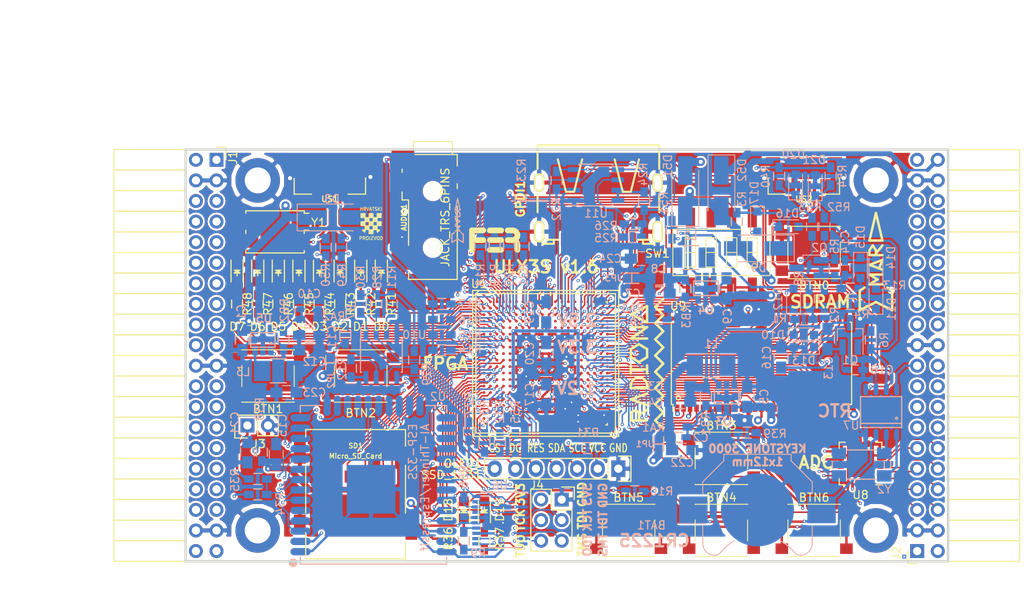
<source format=kicad_pcb>
(kicad_pcb (version 4) (host pcbnew 4.0.7+dfsg1-1)
  (layers (0 F.Cu signal) (1 In1.Cu signal) (2 In2.Cu signal) (31 B.Cu signal) (34 B.Paste user) (35 F.Paste user) (36 B.SilkS user) (37 F.SilkS user) (38 B.Mask user) (39 F.Mask user) (44 Edge.Cuts user))
  (net 0 "")
  (net 1 GND)
  (net 2 +5V)
  (net 3 /gpio/IN5V)
  (net 4 /gpio/OUT5V)
  (net 5 +3V3)
  (net 6 +1V2)
  (net 7 BTN_D)
  (net 8 BTN_F1)
  (net 9 BTN_F2)
  (net 10 BTN_L)
  (net 11 BTN_R)
  (net 12 BTN_U)
  (net 13 /power/FB1)
  (net 14 +2V5)
  (net 15 /power/PWREN)
  (net 16 /power/FB3)
  (net 17 /power/FB2)
  (net 18 "Net-(D9-Pad1)")
  (net 19 /power/VBAT)
  (net 20 JTAG_TDI)
  (net 21 JTAG_TCK)
  (net 22 JTAG_TMS)
  (net 23 JTAG_TDO)
  (net 24 /power/WAKEUPn)
  (net 25 /power/WKUP)
  (net 26 /power/SHUT)
  (net 27 /power/WAKE)
  (net 28 /power/HOLD)
  (net 29 /power/WKn)
  (net 30 /power/OSCI_32k)
  (net 31 /power/OSCO_32k)
  (net 32 "Net-(Q2-Pad3)")
  (net 33 SHUTDOWN)
  (net 34 /analog/AUDIO_L)
  (net 35 /analog/AUDIO_R)
  (net 36 GPDI_5V_SCL)
  (net 37 GPDI_5V_SDA)
  (net 38 GPDI_SDA)
  (net 39 GPDI_SCL)
  (net 40 /gpdi/VREF2)
  (net 41 SD_CMD)
  (net 42 SD_CLK)
  (net 43 SD_D0)
  (net 44 SD_D1)
  (net 45 USB5V)
  (net 46 GPDI_CEC)
  (net 47 nRESET)
  (net 48 FTDI_nDTR)
  (net 49 SDRAM_CKE)
  (net 50 SDRAM_A7)
  (net 51 SDRAM_D15)
  (net 52 SDRAM_BA1)
  (net 53 SDRAM_D7)
  (net 54 SDRAM_A6)
  (net 55 SDRAM_CLK)
  (net 56 SDRAM_D13)
  (net 57 SDRAM_BA0)
  (net 58 SDRAM_D6)
  (net 59 SDRAM_A5)
  (net 60 SDRAM_D14)
  (net 61 SDRAM_A11)
  (net 62 SDRAM_D12)
  (net 63 SDRAM_D5)
  (net 64 SDRAM_A4)
  (net 65 SDRAM_A10)
  (net 66 SDRAM_D11)
  (net 67 SDRAM_A3)
  (net 68 SDRAM_D4)
  (net 69 SDRAM_D10)
  (net 70 SDRAM_D9)
  (net 71 SDRAM_A9)
  (net 72 SDRAM_D3)
  (net 73 SDRAM_D8)
  (net 74 SDRAM_A8)
  (net 75 SDRAM_A2)
  (net 76 SDRAM_A1)
  (net 77 SDRAM_A0)
  (net 78 SDRAM_D2)
  (net 79 SDRAM_D1)
  (net 80 SDRAM_D0)
  (net 81 SDRAM_DQM0)
  (net 82 SDRAM_nCS)
  (net 83 SDRAM_nRAS)
  (net 84 SDRAM_DQM1)
  (net 85 SDRAM_nCAS)
  (net 86 SDRAM_nWE)
  (net 87 /flash/FLASH_nWP)
  (net 88 /flash/FLASH_nHOLD)
  (net 89 /flash/FLASH_MOSI)
  (net 90 /flash/FLASH_MISO)
  (net 91 /flash/FLASH_SCK)
  (net 92 /flash/FLASH_nCS)
  (net 93 /flash/FPGA_PROGRAMN)
  (net 94 /flash/FPGA_DONE)
  (net 95 /flash/FPGA_INITN)
  (net 96 OLED_RES)
  (net 97 OLED_DC)
  (net 98 OLED_CS)
  (net 99 WIFI_EN)
  (net 100 FTDI_nRTS)
  (net 101 FTDI_TXD)
  (net 102 FTDI_RXD)
  (net 103 WIFI_RXD)
  (net 104 WIFI_GPIO0)
  (net 105 WIFI_TXD)
  (net 106 GPDI_ETH-)
  (net 107 GPDI_ETH+)
  (net 108 GPDI_D2+)
  (net 109 GPDI_D2-)
  (net 110 GPDI_D1+)
  (net 111 GPDI_D1-)
  (net 112 GPDI_D0+)
  (net 113 GPDI_D0-)
  (net 114 GPDI_CLK+)
  (net 115 GPDI_CLK-)
  (net 116 USB_FTDI_D+)
  (net 117 USB_FTDI_D-)
  (net 118 J1_17-)
  (net 119 J1_17+)
  (net 120 J1_23-)
  (net 121 J1_23+)
  (net 122 J1_25-)
  (net 123 J1_25+)
  (net 124 J1_27-)
  (net 125 J1_27+)
  (net 126 J1_29-)
  (net 127 J1_29+)
  (net 128 J1_31-)
  (net 129 J1_31+)
  (net 130 J1_33-)
  (net 131 J1_33+)
  (net 132 J1_35-)
  (net 133 J1_35+)
  (net 134 J2_5-)
  (net 135 J2_5+)
  (net 136 J2_7-)
  (net 137 J2_7+)
  (net 138 J2_9-)
  (net 139 J2_9+)
  (net 140 J2_13-)
  (net 141 J2_13+)
  (net 142 J2_17-)
  (net 143 J2_17+)
  (net 144 J2_11-)
  (net 145 J2_11+)
  (net 146 J2_23-)
  (net 147 J2_23+)
  (net 148 J1_5-)
  (net 149 J1_5+)
  (net 150 J1_7-)
  (net 151 J1_7+)
  (net 152 J1_9-)
  (net 153 J1_9+)
  (net 154 J1_11-)
  (net 155 J1_11+)
  (net 156 J1_13-)
  (net 157 J1_13+)
  (net 158 J1_15-)
  (net 159 J1_15+)
  (net 160 J2_15-)
  (net 161 J2_15+)
  (net 162 J2_25-)
  (net 163 J2_25+)
  (net 164 J2_27-)
  (net 165 J2_27+)
  (net 166 J2_29-)
  (net 167 J2_29+)
  (net 168 J2_31-)
  (net 169 J2_31+)
  (net 170 J2_33-)
  (net 171 J2_33+)
  (net 172 J2_35-)
  (net 173 J2_35+)
  (net 174 SD_D3)
  (net 175 AUDIO_L3)
  (net 176 AUDIO_L2)
  (net 177 AUDIO_L1)
  (net 178 AUDIO_L0)
  (net 179 AUDIO_R3)
  (net 180 AUDIO_R2)
  (net 181 AUDIO_R1)
  (net 182 AUDIO_R0)
  (net 183 OLED_CLK)
  (net 184 OLED_MOSI)
  (net 185 LED0)
  (net 186 LED1)
  (net 187 LED2)
  (net 188 LED3)
  (net 189 LED4)
  (net 190 LED5)
  (net 191 LED6)
  (net 192 LED7)
  (net 193 BTN_PWRn)
  (net 194 FTDI_nTXLED)
  (net 195 FTDI_nSLEEP)
  (net 196 /blinkey/LED_PWREN)
  (net 197 /blinkey/LED_TXLED)
  (net 198 FT3V3)
  (net 199 /sdcard/SD3V3)
  (net 200 SD_D2)
  (net 201 CLK_25MHz)
  (net 202 /blinkey/BTNPUL)
  (net 203 /blinkey/BTNPUR)
  (net 204 USB_FPGA_D+)
  (net 205 /power/FTDI_nSUSPEND)
  (net 206 /blinkey/ALED0)
  (net 207 /blinkey/ALED1)
  (net 208 /blinkey/ALED2)
  (net 209 /blinkey/ALED3)
  (net 210 /blinkey/ALED4)
  (net 211 /blinkey/ALED5)
  (net 212 /blinkey/ALED6)
  (net 213 /blinkey/ALED7)
  (net 214 /usb/FTD-)
  (net 215 /usb/FTD+)
  (net 216 ADC_MISO)
  (net 217 ADC_MOSI)
  (net 218 ADC_CSn)
  (net 219 ADC_SCLK)
  (net 220 "Net-(R51-Pad2)")
  (net 221 SW3)
  (net 222 SW2)
  (net 223 SW1)
  (net 224 SW0)
  (net 225 USB_FPGA_D-)
  (net 226 /usb/FPD+)
  (net 227 /usb/FPD-)
  (net 228 WIFI_GPIO16)
  (net 229 WIFI_GPIO15)
  (net 230 /usb/ANT_433MHz)
  (net 231 /power/PWRBTn)
  (net 232 PROG_DONE)
  (net 233 /power/P1V2)
  (net 234 /power/P3V3)
  (net 235 /power/P2V5)
  (net 236 /power/L1)
  (net 237 /power/L3)
  (net 238 /power/L2)
  (net 239 FTDI_TXDEN)
  (net 240 /wifi/WIFIOFF)
  (net 241 SDRAM_A12)
  (module SMD_Packages:1Pin (layer F.Cu) (at 182.67515 111.637626)
    (fp_text reference AE1 hide)
    (fp_text value 433MHz hide)
    (pad 1 smd rect (at 0 0) (size 0.5 0.5) (layers B.Cu F.Paste F.Mask) (net 230 /usb/ANT_433MHz))
  )
  (module Resistors_SMD:R_0603_HandSoldering (layer B.Cu) (at 103.498 98.758 90)
    (fp_text reference R38 (at 5.334 -0.254 90) (layer B.SilkS) (effects (justify mirror)))
    (fp_text value 0.47)
    (pad 1 smd rect (at -1.1 0 90) (size 1.2 0.9) (layers B.Cu B.Paste B.Mask) (net 199 /sdcard/SD3V3))
    (pad 2 smd rect (at 1.1 0 90) (size 1.2 0.9) (layers B.Cu B.Paste B.Mask) (net 5 +3V3))
  )
  (module jumper:SOLDER-JUMPER_1-WAY (layer B.Cu) (at 152.393 97.742 270)
    (fp_text reference JP1 (at 0 1.778 360) (layer B.SilkS) (effects (font (size 0.762 0.762) (thickness 0.1524)) (justify mirror)))
    (fp_text value 1.2 hide)
    (pad 1 smd rect (at -0.6 0 270) (size 1 1) (layers B.Cu B.Paste B.Mask) (net 233 /power/P1V2))
    (pad 2 smd rect (at 0.6 0 270) (size 1 1) (layers B.Cu B.Paste B.Mask) (net 6 +1V2))
  )
  (module ESP32-footprints-Lib:ESP-32S (layer B.Cu) (at 117.313 101.513)
    (fp_text reference U2 (at 7.902 -9.613 180) (layer B.SilkS) (effects (justify mirror)))
    (fp_text value ESP-32S)
    (fp_text user AI-Thinker/Espressif (at 6.3 1.6 270) (layer B.SilkS) (effects (justify mirror)))
    (fp_text user ESP-32S (at 4.8 -2.8 270) (layer B.SilkS) (effects (justify mirror)))
    (pad 38 smd oval (at 8.947434 9.517338 180) (size 2.5 0.9) (layers B.Cu B.Paste B.Mask) (net 1 GND))
    (pad 37 smd oval (at 8.947434 8.247338 180) (size 2.5 0.9) (layers B.Cu B.Paste B.Mask))
    (pad 36 smd oval (at 8.947434 6.977338 180) (size 2.5 0.9) (layers B.Cu B.Paste B.Mask) (net 232 PROG_DONE))
    (pad 35 smd oval (at 8.947434 5.707338 180) (size 2.5 0.9) (layers B.Cu B.Paste B.Mask) (net 105 WIFI_TXD))
    (pad 34 smd oval (at 8.947434 4.437338 180) (size 2.5 0.9) (layers B.Cu B.Paste B.Mask) (net 103 WIFI_RXD))
    (pad 33 smd oval (at 8.947434 3.167338 180) (size 2.5 0.9) (layers B.Cu B.Paste B.Mask) (net 22 JTAG_TMS))
    (pad 32 smd oval (at 8.947434 1.897338 180) (size 2.5 0.9) (layers B.Cu B.Paste B.Mask))
    (pad 31 smd oval (at 8.947434 0.627338 180) (size 2.5 0.9) (layers B.Cu B.Paste B.Mask) (net 20 JTAG_TDI))
    (pad 30 smd oval (at 8.947434 -0.642662 180) (size 2.5 0.9) (layers B.Cu B.Paste B.Mask) (net 21 JTAG_TCK))
    (pad 29 smd oval (at 8.947434 -1.912662 180) (size 2.5 0.9) (layers B.Cu B.Paste B.Mask))
    (pad 28 smd oval (at 8.947434 -3.182662 180) (size 2.5 0.9) (layers B.Cu B.Paste B.Mask) (net 23 JTAG_TDO))
    (pad 27 smd oval (at 8.947434 -4.452662 180) (size 2.5 0.9) (layers B.Cu B.Paste B.Mask) (net 228 WIFI_GPIO16))
    (pad 26 smd oval (at 8.947434 -5.722662 180) (size 2.5 0.9) (layers B.Cu B.Paste B.Mask))
    (pad 25 smd oval (at 8.947434 -6.992662 180) (size 2.5 0.9) (layers B.Cu B.Paste B.Mask) (net 104 WIFI_GPIO0))
    (pad 24 smd oval (at 5.662434 -8.482662 180) (size 0.9 2.5) (layers B.Cu B.Paste B.Mask))
    (pad 23 smd oval (at 4.392434 -8.482662 180) (size 0.9 2.5) (layers B.Cu B.Paste B.Mask) (net 229 WIFI_GPIO15))
    (pad 22 smd oval (at 3.122434 -8.482662 180) (size 0.9 2.5) (layers B.Cu B.Paste B.Mask) (net 44 SD_D1))
    (pad 21 smd oval (at 1.852434 -8.482662 180) (size 0.9 2.5) (layers B.Cu B.Paste B.Mask) (net 43 SD_D0))
    (pad 20 smd oval (at 0.582434 -8.482662 180) (size 0.9 2.5) (layers B.Cu B.Paste B.Mask) (net 42 SD_CLK))
    (pad 19 smd oval (at -0.687566 -8.482662 180) (size 0.9 2.5) (layers B.Cu B.Paste B.Mask) (net 41 SD_CMD))
    (pad 18 smd oval (at -1.957566 -8.482662 180) (size 0.9 2.5) (layers B.Cu B.Paste B.Mask))
    (pad 17 smd oval (at -3.227566 -8.482662 180) (size 0.9 2.5) (layers B.Cu B.Paste B.Mask))
    (pad 16 smd oval (at -4.497566 -8.482662 180) (size 0.9 2.5) (layers B.Cu B.Paste B.Mask) (net 124 J1_27-))
    (pad 15 smd oval (at -5.767566 -8.482662 180) (size 0.9 2.5) (layers B.Cu B.Paste B.Mask) (net 1 GND))
    (pad 14 smd oval (at -9.052566 -6.992662 180) (size 2.5 0.9) (layers B.Cu B.Paste B.Mask) (net 125 J1_27+))
    (pad 13 smd oval (at -9.052566 -5.722662 180) (size 2.5 0.9) (layers B.Cu B.Paste B.Mask) (net 126 J1_29-))
    (pad 12 smd oval (at -9.052566 -4.452662 180) (size 2.5 0.9) (layers B.Cu B.Paste B.Mask) (net 127 J1_29+))
    (pad 11 smd oval (at -9.052566 -3.182662 180) (size 2.5 0.9) (layers B.Cu B.Paste B.Mask) (net 128 J1_31-))
    (pad 10 smd oval (at -9.052566 -1.912662 180) (size 2.5 0.9) (layers B.Cu B.Paste B.Mask) (net 129 J1_31+))
    (pad 9 smd oval (at -9.052566 -0.642662 180) (size 2.5 0.9) (layers B.Cu B.Paste B.Mask) (net 130 J1_33-))
    (pad 8 smd oval (at -9.052566 0.627338 180) (size 2.5 0.9) (layers B.Cu B.Paste B.Mask) (net 131 J1_33+))
    (pad 7 smd oval (at -9.052566 1.897338 180) (size 2.5 0.9) (layers B.Cu B.Paste B.Mask) (net 132 J1_35-))
    (pad 6 smd oval (at -9.052566 3.167338 180) (size 2.5 0.9) (layers B.Cu B.Paste B.Mask) (net 133 J1_35+))
    (pad 5 smd oval (at -9.052566 4.437338 180) (size 2.5 0.9) (layers B.Cu B.Paste B.Mask))
    (pad 4 smd oval (at -9.052566 5.707338 180) (size 2.5 0.9) (layers B.Cu B.Paste B.Mask))
    (pad 3 smd oval (at -9.052566 6.977338 180) (size 2.5 0.9) (layers B.Cu B.Paste B.Mask) (net 99 WIFI_EN))
    (pad 2 smd oval (at -9.052566 8.247338 180) (size 2.5 0.9) (layers B.Cu B.Paste B.Mask) (net 5 +3V3))
    (pad 1 smd oval (at -9.052566 9.517338 180) (size 2.5 0.9) (layers B.Cu B.Paste B.Mask) (net 1 GND))
    (pad 39 smd rect (at -0.352566 1.817338 180) (size 6 6) (layers B.Cu B.Paste B.Mask) (net 1 GND))
  )
  (module Diodes_SMD:D_SMA_Handsoldering (layer B.Cu) (at 155.695 66.5 90)
    (fp_text reference D51 (at 3.048 -2.159 90) (layer B.SilkS) (effects (justify mirror)))
    (fp_text value STPS2L30AF hide)
    (pad 1 smd rect (at -2.5 0 90) (size 3.5 1.8) (layers B.Cu B.Paste B.Mask) (net 2 +5V))
    (pad 2 smd rect (at 2.5 0 90) (size 3.5 1.8) (layers B.Cu B.Paste B.Mask) (net 3 /gpio/IN5V))
  )
  (module Resistors_SMD:R_0603_HandSoldering (layer B.Cu) (at 154.044 71.326 90)
    (fp_text reference R51 (at 3.302 -1.016 90) (layer B.SilkS) (effects (justify mirror)))
    (fp_text value 220)
    (pad 1 smd rect (at -1.1 0 90) (size 1.2 0.9) (layers B.Cu B.Paste B.Mask) (net 5 +3V3))
    (pad 2 smd rect (at 1.1 0 90) (size 1.2 0.9) (layers B.Cu B.Paste B.Mask) (net 220 "Net-(R51-Pad2)"))
  )
  (module Resistors_SMD:R_1210_HandSoldering (layer B.Cu) (at 158.87 88.09 180)
    (fp_text reference L1 (at 0 2.7 180) (layer B.SilkS) (effects (justify mirror)))
    (fp_text value 2.2uH)
    (pad 1 smd rect (at -2 0 180) (size 2 2.5) (layers B.Cu B.Paste B.Mask) (net 236 /power/L1))
    (pad 2 smd rect (at 2 0 180) (size 2 2.5) (layers B.Cu B.Paste B.Mask) (net 233 /power/P1V2))
  )
  (module TSOT-25:TSOT-25 (layer B.Cu) (at 160.775 91.9)
    (fp_text reference U3 (at -0.381 3.048) (layer B.SilkS) (effects (font (thickness 0.2)) (justify mirror)))
    (fp_text value AP3429A)
    (pad 1 smd rect (at -0.95 -1.3) (size 0.7 1.2) (layers B.Cu B.Paste B.Mask) (net 15 /power/PWREN))
    (pad 2 smd rect (at 0 -1.3) (size 0.7 1.2) (layers B.Cu B.Paste B.Mask) (net 1 GND))
    (pad 3 smd rect (at 0.95 -1.3) (size 0.7 1.2) (layers B.Cu B.Paste B.Mask) (net 236 /power/L1))
    (pad 4 smd rect (at 0.95 1.3) (size 0.7 1.2) (layers B.Cu B.Paste B.Mask) (net 2 +5V))
    (pad 5 smd rect (at -0.95 1.3) (size 0.7 1.2) (layers B.Cu B.Paste B.Mask) (net 13 /power/FB1))
  )
  (module Resistors_SMD:R_1210_HandSoldering (layer B.Cu) (at 156.33 74.755 180)
    (fp_text reference L2 (at 0 2.7 180) (layer B.SilkS) (effects (justify mirror)))
    (fp_text value 2.2uH)
    (pad 1 smd rect (at -2 0 180) (size 2 2.5) (layers B.Cu B.Paste B.Mask) (net 237 /power/L3))
    (pad 2 smd rect (at 2 0 180) (size 2 2.5) (layers B.Cu B.Paste B.Mask) (net 234 /power/P3V3))
  )
  (module TSOT-25:TSOT-25 (layer B.Cu) (at 158.235 78.535)
    (fp_text reference U4 (at 0 2.697) (layer B.SilkS) (effects (font (thickness 0.2)) (justify mirror)))
    (fp_text value AP3429A)
    (pad 1 smd rect (at -0.95 -1.3) (size 0.7 1.2) (layers B.Cu B.Paste B.Mask) (net 15 /power/PWREN))
    (pad 2 smd rect (at 0 -1.3) (size 0.7 1.2) (layers B.Cu B.Paste B.Mask) (net 1 GND))
    (pad 3 smd rect (at 0.95 -1.3) (size 0.7 1.2) (layers B.Cu B.Paste B.Mask) (net 237 /power/L3))
    (pad 4 smd rect (at 0.95 1.3) (size 0.7 1.2) (layers B.Cu B.Paste B.Mask) (net 2 +5V))
    (pad 5 smd rect (at -0.95 1.3) (size 0.7 1.2) (layers B.Cu B.Paste B.Mask) (net 16 /power/FB3))
  )
  (module LEDs:LED_0805 (layer F.Cu) (at 118.23 76.66 270)
    (fp_text reference D0 (at 6.604 0 360) (layer F.SilkS))
    (fp_text value RED hide)
    (pad 2 smd rect (at 1.04902 0 90) (size 1.19888 1.19888) (layers F.Cu F.Paste F.Mask) (net 206 /blinkey/ALED0))
    (pad 1 smd rect (at -1.04902 0 90) (size 1.19888 1.19888) (layers F.Cu F.Paste F.Mask) (net 1 GND))
  )
  (module LEDs:LED_0805 (layer F.Cu) (at 115.69 76.66 270)
    (fp_text reference D1 (at 6.604 0 360) (layer F.SilkS))
    (fp_text value RED hide)
    (pad 2 smd rect (at 1.04902 0 90) (size 1.19888 1.19888) (layers F.Cu F.Paste F.Mask) (net 207 /blinkey/ALED1))
    (pad 1 smd rect (at -1.04902 0 90) (size 1.19888 1.19888) (layers F.Cu F.Paste F.Mask) (net 1 GND))
  )
  (module LEDs:LED_0805 (layer F.Cu) (at 113.15 76.66 270)
    (fp_text reference D2 (at 6.604 0 360) (layer F.SilkS))
    (fp_text value RED hide)
    (pad 2 smd rect (at 1.04902 0 90) (size 1.19888 1.19888) (layers F.Cu F.Paste F.Mask) (net 208 /blinkey/ALED2))
    (pad 1 smd rect (at -1.04902 0 90) (size 1.19888 1.19888) (layers F.Cu F.Paste F.Mask) (net 1 GND))
  )
  (module LEDs:LED_0805 (layer F.Cu) (at 110.61 76.66 270)
    (fp_text reference D3 (at 6.604 0 360) (layer F.SilkS))
    (fp_text value RED hide)
    (pad 2 smd rect (at 1.04902 0 90) (size 1.19888 1.19888) (layers F.Cu F.Paste F.Mask) (net 209 /blinkey/ALED3))
    (pad 1 smd rect (at -1.04902 0 90) (size 1.19888 1.19888) (layers F.Cu F.Paste F.Mask) (net 1 GND))
  )
  (module LEDs:LED_0805 (layer F.Cu) (at 108.07 76.66 270)
    (fp_text reference D4 (at 6.604 0 360) (layer F.SilkS))
    (fp_text value RED hide)
    (pad 2 smd rect (at 1.04902 0 90) (size 1.19888 1.19888) (layers F.Cu F.Paste F.Mask) (net 210 /blinkey/ALED4))
    (pad 1 smd rect (at -1.04902 0 90) (size 1.19888 1.19888) (layers F.Cu F.Paste F.Mask) (net 1 GND))
  )
  (module LEDs:LED_0805 (layer F.Cu) (at 105.53 76.66 270)
    (fp_text reference D5 (at 6.604 0 360) (layer F.SilkS))
    (fp_text value RED hide)
    (pad 2 smd rect (at 1.04902 0 90) (size 1.19888 1.19888) (layers F.Cu F.Paste F.Mask) (net 211 /blinkey/ALED5))
    (pad 1 smd rect (at -1.04902 0 90) (size 1.19888 1.19888) (layers F.Cu F.Paste F.Mask) (net 1 GND))
  )
  (module LEDs:LED_0805 (layer F.Cu) (at 102.99 76.66 270)
    (fp_text reference D6 (at 6.604 0 360) (layer F.SilkS))
    (fp_text value RED hide)
    (pad 2 smd rect (at 1.04902 0 90) (size 1.19888 1.19888) (layers F.Cu F.Paste F.Mask) (net 212 /blinkey/ALED6))
    (pad 1 smd rect (at -1.04902 0 90) (size 1.19888 1.19888) (layers F.Cu F.Paste F.Mask) (net 1 GND))
  )
  (module LEDs:LED_0805 (layer F.Cu) (at 100.45 76.66 270)
    (fp_text reference D7 (at 6.604 0 360) (layer F.SilkS))
    (fp_text value RED hide)
    (pad 2 smd rect (at 1.04902 0 90) (size 1.19888 1.19888) (layers F.Cu F.Paste F.Mask) (net 213 /blinkey/ALED7))
    (pad 1 smd rect (at -1.04902 0 90) (size 1.19888 1.19888) (layers F.Cu F.Paste F.Mask) (net 1 GND))
  )
  (module Resistors_SMD:R_1210_HandSoldering (layer B.Cu) (at 105.53 88.725)
    (fp_text reference L3 (at -4.318 0.127) (layer B.SilkS) (effects (justify mirror)))
    (fp_text value 2.2uH)
    (pad 1 smd rect (at -2 0) (size 2 2.5) (layers B.Cu B.Paste B.Mask) (net 238 /power/L2))
    (pad 2 smd rect (at 2 0) (size 2 2.5) (layers B.Cu B.Paste B.Mask) (net 235 /power/P2V5))
  )
  (module TSOT-25:TSOT-25 (layer B.Cu) (at 103.625 84.915 180)
    (fp_text reference U5 (at -0.127 2.667 180) (layer B.SilkS) (effects (font (thickness 0.2)) (justify mirror)))
    (fp_text value AP3429A)
    (pad 1 smd rect (at -0.95 -1.3 180) (size 0.7 1.2) (layers B.Cu B.Paste B.Mask) (net 15 /power/PWREN))
    (pad 2 smd rect (at 0 -1.3 180) (size 0.7 1.2) (layers B.Cu B.Paste B.Mask) (net 1 GND))
    (pad 3 smd rect (at 0.95 -1.3 180) (size 0.7 1.2) (layers B.Cu B.Paste B.Mask) (net 238 /power/L2))
    (pad 4 smd rect (at 0.95 1.3 180) (size 0.7 1.2) (layers B.Cu B.Paste B.Mask) (net 2 +5V))
    (pad 5 smd rect (at -0.95 1.3 180) (size 0.7 1.2) (layers B.Cu B.Paste B.Mask) (net 17 /power/FB2))
  )
  (module Capacitors_SMD:C_0805_HandSoldering (layer B.Cu) (at 101.085 84.915 270)
    (fp_text reference C1 (at -3.429 0.127 270) (layer B.SilkS) (effects (justify mirror)))
    (fp_text value 22uF)
    (pad 1 smd rect (at -1.25 0 270) (size 1.5 1.25) (layers B.Cu B.Paste B.Mask) (net 2 +5V))
    (pad 2 smd rect (at 1.25 0 270) (size 1.5 1.25) (layers B.Cu B.Paste B.Mask) (net 1 GND))
  )
  (module Capacitors_SMD:C_0805_HandSoldering (layer B.Cu) (at 155.06 90.63)
    (fp_text reference C3 (at -3.048 0) (layer B.SilkS) (effects (justify mirror)))
    (fp_text value 22uF)
    (pad 1 smd rect (at -1.25 0) (size 1.5 1.25) (layers B.Cu B.Paste B.Mask) (net 233 /power/P1V2))
    (pad 2 smd rect (at 1.25 0) (size 1.5 1.25) (layers B.Cu B.Paste B.Mask) (net 1 GND))
  )
  (module Capacitors_SMD:C_0805_HandSoldering (layer B.Cu) (at 155.06 92.535)
    (fp_text reference C4 (at -3.048 0.127) (layer B.SilkS) (effects (justify mirror)))
    (fp_text value 22uF)
    (pad 1 smd rect (at -1.25 0) (size 1.5 1.25) (layers B.Cu B.Paste B.Mask) (net 233 /power/P1V2))
    (pad 2 smd rect (at 1.25 0) (size 1.5 1.25) (layers B.Cu B.Paste B.Mask) (net 1 GND))
  )
  (module Capacitors_SMD:C_0805_HandSoldering (layer B.Cu) (at 163.315 91.9 90)
    (fp_text reference C5 (at 0 2.1 90) (layer B.SilkS) (effects (justify mirror)))
    (fp_text value 22uF)
    (pad 1 smd rect (at -1.25 0 90) (size 1.5 1.25) (layers B.Cu B.Paste B.Mask) (net 2 +5V))
    (pad 2 smd rect (at 1.25 0 90) (size 1.5 1.25) (layers B.Cu B.Paste B.Mask) (net 1 GND))
  )
  (module Capacitors_SMD:C_0805_HandSoldering (layer B.Cu) (at 152.52 79.2)
    (fp_text reference C7 (at -3.302 0) (layer B.SilkS) (effects (justify mirror)))
    (fp_text value 22uF)
    (pad 1 smd rect (at -1.25 0) (size 1.5 1.25) (layers B.Cu B.Paste B.Mask) (net 234 /power/P3V3))
    (pad 2 smd rect (at 1.25 0) (size 1.5 1.25) (layers B.Cu B.Paste B.Mask) (net 1 GND))
  )
  (module Capacitors_SMD:C_0805_HandSoldering (layer B.Cu) (at 152.52 77.295)
    (fp_text reference C8 (at -0.127 -1.143) (layer B.SilkS) (effects (justify mirror)))
    (fp_text value 22uF)
    (pad 1 smd rect (at -1.25 0) (size 1.5 1.25) (layers B.Cu B.Paste B.Mask) (net 234 /power/P3V3))
    (pad 2 smd rect (at 1.25 0) (size 1.5 1.25) (layers B.Cu B.Paste B.Mask) (net 1 GND))
  )
  (module Capacitors_SMD:C_0805_HandSoldering (layer B.Cu) (at 160.775 78.565 90)
    (fp_text reference C9 (at -3.429 0.127 90) (layer B.SilkS) (effects (justify mirror)))
    (fp_text value 22uF)
    (pad 1 smd rect (at -1.25 0 90) (size 1.5 1.25) (layers B.Cu B.Paste B.Mask) (net 2 +5V))
    (pad 2 smd rect (at 1.25 0 90) (size 1.5 1.25) (layers B.Cu B.Paste B.Mask) (net 1 GND))
  )
  (module Capacitors_SMD:C_0805_HandSoldering (layer B.Cu) (at 109.34 84.28 180)
    (fp_text reference C11 (at -2.794 -0.254 270) (layer B.SilkS) (effects (justify mirror)))
    (fp_text value 22uF)
    (pad 1 smd rect (at -1.25 0 180) (size 1.5 1.25) (layers B.Cu B.Paste B.Mask) (net 235 /power/P2V5))
    (pad 2 smd rect (at 1.25 0 180) (size 1.5 1.25) (layers B.Cu B.Paste B.Mask) (net 1 GND))
  )
  (module Capacitors_SMD:C_0805_HandSoldering (layer B.Cu) (at 109.34 86.185 180)
    (fp_text reference C12 (at -0.635 -1.397 360) (layer B.SilkS) (effects (justify mirror)))
    (fp_text value 22uF)
    (pad 1 smd rect (at -1.25 0 180) (size 1.5 1.25) (layers B.Cu B.Paste B.Mask) (net 235 /power/P2V5))
    (pad 2 smd rect (at 1.25 0 180) (size 1.5 1.25) (layers B.Cu B.Paste B.Mask) (net 1 GND))
  )
  (module Power_Integrations:SO-8 (layer B.Cu) (at 179.825 93.805 180)
    (fp_text reference U7 (at 3.683 -1.651 180) (layer B.SilkS) (effects (justify mirror)))
    (fp_text value PCF8523)
    (pad 1 smd oval (at -1.905 -2.794 180) (size 0.6096 1.4732) (layers B.Cu B.Paste B.Mask) (net 30 /power/OSCI_32k))
    (pad 2 smd oval (at -0.635 -2.794 180) (size 0.6096 1.4732) (layers B.Cu B.Paste B.Mask) (net 31 /power/OSCO_32k))
    (pad 3 smd oval (at 0.635 -2.794 180) (size 0.6096 1.4732) (layers B.Cu B.Paste B.Mask) (net 19 /power/VBAT))
    (pad 4 smd oval (at 1.905 -2.794 180) (size 0.6096 1.4732) (layers B.Cu B.Paste B.Mask) (net 1 GND))
    (pad 5 smd oval (at 1.905 2.794 180) (size 0.6096 1.4732) (layers B.Cu B.Paste B.Mask) (net 38 GPDI_SDA))
    (pad 6 smd oval (at 0.635 2.794 180) (size 0.6096 1.4732) (layers B.Cu B.Paste B.Mask) (net 39 GPDI_SCL))
    (pad 7 smd oval (at -0.635 2.794 180) (size 0.6096 1.4732) (layers B.Cu B.Paste B.Mask) (net 24 /power/WAKEUPn))
    (pad 8 smd oval (at -1.905 2.794 180) (size 0.6096 1.4732) (layers B.Cu B.Paste B.Mask) (net 5 +3V3))
  )
  (module Capacitors_SMD:C_0805_HandSoldering (layer B.Cu) (at 173.221 84.788 90)
    (fp_text reference C13 (at -3.556 0.127 90) (layer B.SilkS) (effects (justify mirror)))
    (fp_text value 2.2uF)
    (pad 1 smd rect (at -1.25 0 90) (size 1.5 1.25) (layers B.Cu B.Paste B.Mask) (net 2 +5V))
    (pad 2 smd rect (at 1.25 0 90) (size 1.5 1.25) (layers B.Cu B.Paste B.Mask) (net 25 /power/WKUP))
  )
  (module TSOP54:TSOP54 (layer F.Cu) (at 165.08 87.8 90)
    (fp_text reference U9 (at 7.076 -10.274 180) (layer F.SilkS))
    (fp_text value MT48LC4M16A2TG)
    (pad 28 smd rect (at 5.53 10.4 90) (size 0.9 0.56) (layers F.Cu F.Paste F.Mask) (net 1 GND))
    (pad 1 smd rect (at -5.53 -10.4 90) (size 0.9 0.56) (layers F.Cu F.Paste F.Mask) (net 5 +3V3))
    (pad 2 smd rect (at -5.53 -9.6 90) (size 0.9 0.56) (layers F.Cu F.Paste F.Mask) (net 80 SDRAM_D0))
    (pad 3 smd rect (at -5.53 -8.8 90) (size 0.9 0.56) (layers F.Cu F.Paste F.Mask) (net 5 +3V3))
    (pad 4 smd rect (at -5.53 -8 90) (size 0.9 0.56) (layers F.Cu F.Paste F.Mask) (net 79 SDRAM_D1))
    (pad 5 smd rect (at -5.53 -7.2 90) (size 0.9 0.56) (layers F.Cu F.Paste F.Mask) (net 78 SDRAM_D2))
    (pad 6 smd rect (at -5.53 -6.4 90) (size 0.9 0.56) (layers F.Cu F.Paste F.Mask) (net 1 GND))
    (pad 7 smd rect (at -5.53 -5.6 90) (size 0.9 0.56) (layers F.Cu F.Paste F.Mask) (net 72 SDRAM_D3))
    (pad 8 smd rect (at -5.53 -4.8 90) (size 0.9 0.56) (layers F.Cu F.Paste F.Mask) (net 68 SDRAM_D4))
    (pad 9 smd rect (at -5.53 -4 90) (size 0.9 0.56) (layers F.Cu F.Paste F.Mask) (net 5 +3V3))
    (pad 10 smd rect (at -5.53 -3.2 90) (size 0.9 0.56) (layers F.Cu F.Paste F.Mask) (net 63 SDRAM_D5))
    (pad 11 smd rect (at -5.53 -2.4 90) (size 0.9 0.56) (layers F.Cu F.Paste F.Mask) (net 58 SDRAM_D6))
    (pad 12 smd rect (at -5.53 -1.6 90) (size 0.9 0.56) (layers F.Cu F.Paste F.Mask) (net 1 GND))
    (pad 13 smd rect (at -5.53 -0.8 90) (size 0.9 0.56) (layers F.Cu F.Paste F.Mask) (net 53 SDRAM_D7))
    (pad 14 smd rect (at -5.53 0 90) (size 0.9 0.56) (layers F.Cu F.Paste F.Mask) (net 5 +3V3))
    (pad 15 smd rect (at -5.53 0.8 90) (size 0.9 0.56) (layers F.Cu F.Paste F.Mask) (net 81 SDRAM_DQM0))
    (pad 16 smd rect (at -5.53 1.6 90) (size 0.9 0.56) (layers F.Cu F.Paste F.Mask) (net 86 SDRAM_nWE))
    (pad 17 smd rect (at -5.53 2.4 90) (size 0.9 0.56) (layers F.Cu F.Paste F.Mask) (net 85 SDRAM_nCAS))
    (pad 18 smd rect (at -5.53 3.2 90) (size 0.9 0.56) (layers F.Cu F.Paste F.Mask) (net 83 SDRAM_nRAS))
    (pad 19 smd rect (at -5.53 4 90) (size 0.9 0.56) (layers F.Cu F.Paste F.Mask) (net 82 SDRAM_nCS))
    (pad 20 smd rect (at -5.53 4.8 90) (size 0.9 0.56) (layers F.Cu F.Paste F.Mask) (net 57 SDRAM_BA0))
    (pad 21 smd rect (at -5.53 5.6 90) (size 0.9 0.56) (layers F.Cu F.Paste F.Mask) (net 52 SDRAM_BA1))
    (pad 22 smd rect (at -5.53 6.4 90) (size 0.9 0.56) (layers F.Cu F.Paste F.Mask) (net 65 SDRAM_A10))
    (pad 23 smd rect (at -5.53 7.2 90) (size 0.9 0.56) (layers F.Cu F.Paste F.Mask) (net 77 SDRAM_A0))
    (pad 24 smd rect (at -5.53 8 90) (size 0.9 0.56) (layers F.Cu F.Paste F.Mask) (net 76 SDRAM_A1))
    (pad 25 smd rect (at -5.53 8.8 90) (size 0.9 0.56) (layers F.Cu F.Paste F.Mask) (net 75 SDRAM_A2))
    (pad 26 smd rect (at -5.53 9.6 90) (size 0.9 0.56) (layers F.Cu F.Paste F.Mask) (net 67 SDRAM_A3))
    (pad 27 smd rect (at -5.53 10.4 90) (size 0.9 0.56) (layers F.Cu F.Paste F.Mask) (net 5 +3V3))
    (pad 29 smd rect (at 5.53 9.6 90) (size 0.9 0.56) (layers F.Cu F.Paste F.Mask) (net 64 SDRAM_A4))
    (pad 30 smd rect (at 5.53 8.8 90) (size 0.9 0.56) (layers F.Cu F.Paste F.Mask) (net 59 SDRAM_A5))
    (pad 31 smd rect (at 5.53 8 90) (size 0.9 0.56) (layers F.Cu F.Paste F.Mask) (net 54 SDRAM_A6))
    (pad 32 smd rect (at 5.53 7.2 90) (size 0.9 0.56) (layers F.Cu F.Paste F.Mask) (net 50 SDRAM_A7))
    (pad 33 smd rect (at 5.53 6.4 90) (size 0.9 0.56) (layers F.Cu F.Paste F.Mask) (net 74 SDRAM_A8))
    (pad 34 smd rect (at 5.53 5.6 90) (size 0.9 0.56) (layers F.Cu F.Paste F.Mask) (net 71 SDRAM_A9))
    (pad 35 smd rect (at 5.53 4.8 90) (size 0.9 0.56) (layers F.Cu F.Paste F.Mask) (net 61 SDRAM_A11))
    (pad 36 smd rect (at 5.53 4 90) (size 0.9 0.56) (layers F.Cu F.Paste F.Mask) (net 241 SDRAM_A12))
    (pad 37 smd rect (at 5.53 3.2 90) (size 0.9 0.56) (layers F.Cu F.Paste F.Mask) (net 49 SDRAM_CKE))
    (pad 38 smd rect (at 5.53 2.4 90) (size 0.9 0.56) (layers F.Cu F.Paste F.Mask) (net 55 SDRAM_CLK))
    (pad 39 smd rect (at 5.53 1.6 90) (size 0.9 0.56) (layers F.Cu F.Paste F.Mask) (net 84 SDRAM_DQM1))
    (pad 40 smd rect (at 5.53 0.8 90) (size 0.9 0.56) (layers F.Cu F.Paste F.Mask))
    (pad 41 smd rect (at 5.53 0 90) (size 0.9 0.56) (layers F.Cu F.Paste F.Mask) (net 1 GND))
    (pad 42 smd rect (at 5.53 -0.8 90) (size 0.9 0.56) (layers F.Cu F.Paste F.Mask) (net 73 SDRAM_D8))
    (pad 43 smd rect (at 5.53 -1.6 90) (size 0.9 0.56) (layers F.Cu F.Paste F.Mask) (net 5 +3V3))
    (pad 44 smd rect (at 5.53 -2.4 90) (size 0.9 0.56) (layers F.Cu F.Paste F.Mask) (net 70 SDRAM_D9))
    (pad 45 smd rect (at 5.53 -3.2 90) (size 0.9 0.56) (layers F.Cu F.Paste F.Mask) (net 69 SDRAM_D10))
    (pad 46 smd rect (at 5.53 -4 90) (size 0.9 0.56) (layers F.Cu F.Paste F.Mask) (net 1 GND))
    (pad 47 smd rect (at 5.53 -4.8 90) (size 0.9 0.56) (layers F.Cu F.Paste F.Mask) (net 66 SDRAM_D11))
    (pad 48 smd rect (at 5.53 -5.6 90) (size 0.9 0.56) (layers F.Cu F.Paste F.Mask) (net 62 SDRAM_D12))
    (pad 49 smd rect (at 5.53 -6.4 90) (size 0.9 0.56) (layers F.Cu F.Paste F.Mask) (net 5 +3V3))
    (pad 50 smd rect (at 5.53 -7.2 90) (size 0.9 0.56) (layers F.Cu F.Paste F.Mask) (net 56 SDRAM_D13))
    (pad 51 smd rect (at 5.53 -8 90) (size 0.9 0.56) (layers F.Cu F.Paste F.Mask) (net 60 SDRAM_D14))
    (pad 52 smd rect (at 5.53 -8.8 90) (size 0.9 0.56) (layers F.Cu F.Paste F.Mask) (net 1 GND))
    (pad 53 smd rect (at 5.53 -9.6 90) (size 0.9 0.56) (layers F.Cu F.Paste F.Mask) (net 51 SDRAM_D15))
    (pad 54 smd rect (at 5.53 -10.4 90) (size 0.9 0.56) (layers F.Cu F.Paste F.Mask) (net 1 GND))
  )
  (module TO_SOT_Packages_SMD:SOT-23_Handsoldering (layer B.Cu) (at 176.015 84.28 90)
    (fp_text reference Q1 (at -3.1115 0 180) (layer B.SilkS) (effects (justify mirror)))
    (fp_text value BC857)
    (pad 1 smd rect (at -1.5 0.95 90) (size 1.9 0.8) (layers B.Cu B.Paste B.Mask) (net 29 /power/WKn))
    (pad 2 smd rect (at -1.5 -0.95 90) (size 1.9 0.8) (layers B.Cu B.Paste B.Mask) (net 2 +5V))
    (pad 3 smd rect (at 1.5 0 90) (size 1.9 0.8) (layers B.Cu B.Paste B.Mask) (net 25 /power/WKUP))
  )
  (module TO_SOT_Packages_SMD:SOT-23_Handsoldering (layer B.Cu) (at 170.935 76.025 180)
    (fp_text reference Q2 (at -1.295 2.5 180) (layer B.SilkS) (effects (justify mirror)))
    (fp_text value 2N7002)
    (pad 1 smd rect (at -1.5 0.95 180) (size 1.9 0.8) (layers B.Cu B.Paste B.Mask) (net 26 /power/SHUT))
    (pad 2 smd rect (at -1.5 -0.95 180) (size 1.9 0.8) (layers B.Cu B.Paste B.Mask) (net 1 GND))
    (pad 3 smd rect (at 1.5 0 180) (size 1.9 0.8) (layers B.Cu B.Paste B.Mask) (net 32 "Net-(Q2-Pad3)"))
  )
  (module Capacitors_SMD:C_0603_HandSoldering (layer B.Cu) (at 154.86 96.91)
    (fp_text reference C2 (at 2.74 0.07) (layer B.SilkS) (effects (justify mirror)))
    (fp_text value 470pF)
    (pad 1 smd rect (at -0.95 0) (size 1.2 0.75) (layers B.Cu B.Paste B.Mask) (net 233 /power/P1V2))
    (pad 2 smd rect (at 0.95 0) (size 1.2 0.75) (layers B.Cu B.Paste B.Mask) (net 13 /power/FB1))
  )
  (module Capacitors_SMD:C_0603_HandSoldering (layer B.Cu) (at 152.52 82.375)
    (fp_text reference C6 (at -2.794 0.127) (layer B.SilkS) (effects (justify mirror)))
    (fp_text value 470pF)
    (pad 1 smd rect (at -0.95 0) (size 1.2 0.75) (layers B.Cu B.Paste B.Mask) (net 234 /power/P3V3))
    (pad 2 smd rect (at 0.95 0) (size 1.2 0.75) (layers B.Cu B.Paste B.Mask) (net 16 /power/FB3))
  )
  (module Capacitors_SMD:C_0603_HandSoldering (layer B.Cu) (at 109.34 81.105 180)
    (fp_text reference C10 (at 0 1.9 180) (layer B.SilkS) (effects (justify mirror)))
    (fp_text value 470pF)
    (pad 1 smd rect (at -0.95 0 180) (size 1.2 0.75) (layers B.Cu B.Paste B.Mask) (net 235 /power/P2V5))
    (pad 2 smd rect (at 0.95 0 180) (size 1.2 0.75) (layers B.Cu B.Paste B.Mask) (net 17 /power/FB2))
  )
  (module Capacitors_SMD:C_0603_HandSoldering (layer B.Cu) (at 175.38 76.025 270)
    (fp_text reference C14 (at -3.175 0 270) (layer B.SilkS) (effects (justify mirror)))
    (fp_text value 100nF)
    (pad 1 smd rect (at -0.95 0 270) (size 1.2 0.75) (layers B.Cu B.Paste B.Mask) (net 26 /power/SHUT))
    (pad 2 smd rect (at 0.95 0 270) (size 1.2 0.75) (layers B.Cu B.Paste B.Mask) (net 1 GND))
  )
  (module Resistors_SMD:R_0603_HandSoldering (layer B.Cu) (at 170.3 82.375)
    (fp_text reference R1 (at -3.048 -0.127) (layer B.SilkS) (effects (justify mirror)))
    (fp_text value 15k)
    (pad 1 smd rect (at -1.1 0) (size 1.2 0.9) (layers B.Cu B.Paste B.Mask) (net 27 /power/WAKE))
    (pad 2 smd rect (at 1.1 0) (size 1.2 0.9) (layers B.Cu B.Paste B.Mask) (net 15 /power/PWREN))
  )
  (module Resistors_SMD:R_0603_HandSoldering (layer B.Cu) (at 172.84 79.835 90)
    (fp_text reference R2 (at -1.905 1.27 90) (layer B.SilkS) (effects (justify mirror)))
    (fp_text value 47k)
    (pad 1 smd rect (at -1.1 0 90) (size 1.2 0.9) (layers B.Cu B.Paste B.Mask) (net 15 /power/PWREN))
    (pad 2 smd rect (at 1.1 0 90) (size 1.2 0.9) (layers B.Cu B.Paste B.Mask) (net 1 GND))
  )
  (module Resistors_SMD:R_0603_HandSoldering (layer B.Cu) (at 176.015 80.47 180)
    (fp_text reference R4 (at -1.397 -1.27 360) (layer B.SilkS) (effects (justify mirror)))
    (fp_text value 15k)
    (pad 1 smd rect (at -1.1 0 180) (size 1.2 0.9) (layers B.Cu B.Paste B.Mask) (net 28 /power/HOLD))
    (pad 2 smd rect (at 1.1 0 180) (size 1.2 0.9) (layers B.Cu B.Paste B.Mask) (net 15 /power/PWREN))
  )
  (module Resistors_SMD:R_0603_HandSoldering (layer B.Cu) (at 174.11 76.025 270)
    (fp_text reference R5 (at -2.667 0 270) (layer B.SilkS) (effects (justify mirror)))
    (fp_text value 4.7M)
    (pad 1 smd rect (at -1.1 0 270) (size 1.2 0.9) (layers B.Cu B.Paste B.Mask) (net 26 /power/SHUT))
    (pad 2 smd rect (at 1.1 0 270) (size 1.2 0.9) (layers B.Cu B.Paste B.Mask) (net 1 GND))
  )
  (module Resistors_SMD:R_0603_HandSoldering (layer B.Cu) (at 178.555 84.915 270)
    (fp_text reference R6 (at 0 -1.651 270) (layer B.SilkS) (effects (justify mirror)))
    (fp_text value 1k)
    (pad 1 smd rect (at -1.1 0 270) (size 1.2 0.9) (layers B.Cu B.Paste B.Mask) (net 29 /power/WKn))
    (pad 2 smd rect (at 1.1 0 270) (size 1.2 0.9) (layers B.Cu B.Paste B.Mask) (net 24 /power/WAKEUPn))
  )
  (module Resistors_SMD:R_0603_HandSoldering (layer B.Cu) (at 113.785 84.28 270)
    (fp_text reference R7 (at -2.794 -0.635 270) (layer B.SilkS) (effects (justify mirror)))
    (fp_text value 220)
    (pad 1 smd rect (at -1.1 0 270) (size 1.2 0.9) (layers B.Cu B.Paste B.Mask) (net 5 +3V3))
    (pad 2 smd rect (at 1.1 0 270) (size 1.2 0.9) (layers B.Cu B.Paste B.Mask) (net 202 /blinkey/BTNPUL))
  )
  (module Resistors_SMD:R_0603_HandSoldering (layer B.Cu) (at 170.935 79.835 90)
    (fp_text reference R8 (at 2.54 -1.27 90) (layer B.SilkS) (effects (justify mirror)))
    (fp_text value 1k)
    (pad 1 smd rect (at -1.1 0 90) (size 1.2 0.9) (layers B.Cu B.Paste B.Mask) (net 15 /power/PWREN))
    (pad 2 smd rect (at 1.1 0 90) (size 1.2 0.9) (layers B.Cu B.Paste B.Mask) (net 32 "Net-(Q2-Pad3)"))
  )
  (module Resistors_SMD:R_0603_HandSoldering (layer B.Cu) (at 128.39 109.68 270)
    (fp_text reference R9 (at 1.524 -1.778 360) (layer B.SilkS) (effects (justify mirror)))
    (fp_text value 15k)
    (pad 1 smd rect (at -1.1 0 270) (size 1.2 0.9) (layers B.Cu B.Paste B.Mask) (net 47 nRESET))
    (pad 2 smd rect (at 1.1 0 270) (size 1.2 0.9) (layers B.Cu B.Paste B.Mask) (net 198 FT3V3))
  )
  (module Resistors_SMD:R_0603_HandSoldering (layer B.Cu) (at 149.472 103.584 180)
    (fp_text reference R10 (at -3.302 0 180) (layer B.SilkS) (effects (justify mirror)))
    (fp_text value 220)
    (pad 1 smd rect (at -1.1 0 180) (size 1.2 0.9) (layers B.Cu B.Paste B.Mask) (net 205 /power/FTDI_nSUSPEND))
    (pad 2 smd rect (at 1.1 0 180) (size 1.2 0.9) (layers B.Cu B.Paste B.Mask) (net 195 FTDI_nSLEEP))
  )
  (module Resistors_SMD:R_0603_HandSoldering (layer B.Cu) (at 176.015 78.565 180)
    (fp_text reference R13 (at -5.461 0.381 180) (layer B.SilkS) (effects (justify mirror)))
    (fp_text value 15k)
    (pad 1 smd rect (at -1.1 0 180) (size 1.2 0.9) (layers B.Cu B.Paste B.Mask) (net 33 SHUTDOWN))
    (pad 2 smd rect (at 1.1 0 180) (size 1.2 0.9) (layers B.Cu B.Paste B.Mask) (net 1 GND))
  )
  (module Resistors_SMD:R_0603_HandSoldering (layer B.Cu) (at 154.86 95.64)
    (fp_text reference RA1 (at -3.102 0.07) (layer B.SilkS) (effects (justify mirror)))
    (fp_text value 15k)
    (pad 1 smd rect (at -1.1 0) (size 1.2 0.9) (layers B.Cu B.Paste B.Mask) (net 233 /power/P1V2))
    (pad 2 smd rect (at 1.1 0) (size 1.2 0.9) (layers B.Cu B.Paste B.Mask) (net 13 /power/FB1))
  )
  (module Resistors_SMD:R_0603_HandSoldering (layer B.Cu) (at 109.34 82.375 180)
    (fp_text reference RA2 (at -3.048 0.381 360) (layer B.SilkS) (effects (justify mirror)))
    (fp_text value 15k)
    (pad 1 smd rect (at -1.1 0 180) (size 1.2 0.9) (layers B.Cu B.Paste B.Mask) (net 235 /power/P2V5))
    (pad 2 smd rect (at 1.1 0 180) (size 1.2 0.9) (layers B.Cu B.Paste B.Mask) (net 17 /power/FB2))
  )
  (module Resistors_SMD:R_0603_HandSoldering (layer B.Cu) (at 152.52 81.105)
    (fp_text reference RA3 (at -3.302 -0.127) (layer B.SilkS) (effects (justify mirror)))
    (fp_text value 15k)
    (pad 1 smd rect (at -1.1 0) (size 1.2 0.9) (layers B.Cu B.Paste B.Mask) (net 234 /power/P3V3))
    (pad 2 smd rect (at 1.1 0) (size 1.2 0.9) (layers B.Cu B.Paste B.Mask) (net 16 /power/FB3))
  )
  (module Resistors_SMD:R_0603_HandSoldering (layer B.Cu) (at 158.235 91.9 270)
    (fp_text reference RB1 (at 3.302 0 270) (layer B.SilkS) (effects (justify mirror)))
    (fp_text value 15k)
    (pad 1 smd rect (at -1.1 0 270) (size 1.2 0.9) (layers B.Cu B.Paste B.Mask) (net 1 GND))
    (pad 2 smd rect (at 1.1 0 270) (size 1.2 0.9) (layers B.Cu B.Paste B.Mask) (net 13 /power/FB1))
  )
  (module Resistors_SMD:R_0603_HandSoldering (layer B.Cu) (at 106.165 84.915 90)
    (fp_text reference RB2 (at 3.683 0.127 90) (layer B.SilkS) (effects (justify mirror)))
    (fp_text value 4.7k)
    (pad 1 smd rect (at -1.1 0 90) (size 1.2 0.9) (layers B.Cu B.Paste B.Mask) (net 1 GND))
    (pad 2 smd rect (at 1.1 0 90) (size 1.2 0.9) (layers B.Cu B.Paste B.Mask) (net 17 /power/FB2))
  )
  (module Resistors_SMD:R_0603_HandSoldering (layer B.Cu) (at 155.695 78.565 270)
    (fp_text reference RB3 (at 3.429 -0.127 270) (layer B.SilkS) (effects (justify mirror)))
    (fp_text value 3.3k)
    (pad 1 smd rect (at -1.1 0 270) (size 1.2 0.9) (layers B.Cu B.Paste B.Mask) (net 1 GND))
    (pad 2 smd rect (at 1.1 0 270) (size 1.2 0.9) (layers B.Cu B.Paste B.Mask) (net 16 /power/FB3))
  )
  (module Resistors_SMD:R_0603_HandSoldering (layer B.Cu) (at 125.682 86.185 180)
    (fp_text reference R14 (at -3.47 0.127 180) (layer B.SilkS) (effects (justify mirror)))
    (fp_text value 800)
    (pad 1 smd rect (at -1.1 0 180) (size 1.2 0.9) (layers B.Cu B.Paste B.Mask) (net 175 AUDIO_L3))
    (pad 2 smd rect (at 1.1 0 180) (size 1.2 0.9) (layers B.Cu B.Paste B.Mask) (net 34 /analog/AUDIO_L))
  )
  (module Resistors_SMD:R_0603_HandSoldering (layer B.Cu) (at 125.682 84.279 180)
    (fp_text reference R15 (at -3.47 -0.001 180) (layer B.SilkS) (effects (justify mirror)))
    (fp_text value 400)
    (pad 1 smd rect (at -1.1 0 180) (size 1.2 0.9) (layers B.Cu B.Paste B.Mask) (net 176 AUDIO_L2))
    (pad 2 smd rect (at 1.1 0 180) (size 1.2 0.9) (layers B.Cu B.Paste B.Mask) (net 34 /analog/AUDIO_L))
  )
  (module Resistors_SMD:R_0603_HandSoldering (layer B.Cu) (at 125.682 82.375 180)
    (fp_text reference R16 (at -3.47 -0.127 180) (layer B.SilkS) (effects (justify mirror)))
    (fp_text value 200)
    (pad 1 smd rect (at -1.1 0 180) (size 1.2 0.9) (layers B.Cu B.Paste B.Mask) (net 177 AUDIO_L1))
    (pad 2 smd rect (at 1.1 0 180) (size 1.2 0.9) (layers B.Cu B.Paste B.Mask) (net 34 /analog/AUDIO_L))
  )
  (module Resistors_SMD:R_0603_HandSoldering (layer B.Cu) (at 125.682 80.47 180)
    (fp_text reference R17 (at -3.47 0 180) (layer B.SilkS) (effects (justify mirror)))
    (fp_text value 100)
    (pad 1 smd rect (at -1.1 0 180) (size 1.2 0.9) (layers B.Cu B.Paste B.Mask) (net 178 AUDIO_L0))
    (pad 2 smd rect (at 1.1 0 180) (size 1.2 0.9) (layers B.Cu B.Paste B.Mask) (net 34 /analog/AUDIO_L))
  )
  (module Resistors_SMD:R_0603_HandSoldering (layer B.Cu) (at 130.422 73.358 90)
    (fp_text reference R18 (at -3.556 0 90) (layer B.SilkS) (effects (justify mirror)))
    (fp_text value 800)
    (pad 1 smd rect (at -1.1 0 90) (size 1.2 0.9) (layers B.Cu B.Paste B.Mask) (net 179 AUDIO_R3))
    (pad 2 smd rect (at 1.1 0 90) (size 1.2 0.9) (layers B.Cu B.Paste B.Mask) (net 35 /analog/AUDIO_R))
  )
  (module Resistors_SMD:R_0603_HandSoldering (layer B.Cu) (at 132.2 73.358 90)
    (fp_text reference R19 (at -3.556 0 90) (layer B.SilkS) (effects (justify mirror)))
    (fp_text value 400)
    (pad 1 smd rect (at -1.1 0 90) (size 1.2 0.9) (layers B.Cu B.Paste B.Mask) (net 180 AUDIO_R2))
    (pad 2 smd rect (at 1.1 0 90) (size 1.2 0.9) (layers B.Cu B.Paste B.Mask) (net 35 /analog/AUDIO_R))
  )
  (module Resistors_SMD:R_0603_HandSoldering (layer B.Cu) (at 133.978 73.358 90)
    (fp_text reference R20 (at -3.556 0 90) (layer B.SilkS) (effects (justify mirror)))
    (fp_text value 200)
    (pad 1 smd rect (at -1.1 0 90) (size 1.2 0.9) (layers B.Cu B.Paste B.Mask) (net 181 AUDIO_R1))
    (pad 2 smd rect (at 1.1 0 90) (size 1.2 0.9) (layers B.Cu B.Paste B.Mask) (net 35 /analog/AUDIO_R))
  )
  (module Resistors_SMD:R_0603_HandSoldering (layer B.Cu) (at 135.756 73.358 90)
    (fp_text reference R21 (at -3.556 0 90) (layer B.SilkS) (effects (justify mirror)))
    (fp_text value 100)
    (pad 1 smd rect (at -1.1 0 90) (size 1.2 0.9) (layers B.Cu B.Paste B.Mask) (net 182 AUDIO_R0))
    (pad 2 smd rect (at 1.1 0 90) (size 1.2 0.9) (layers B.Cu B.Paste B.Mask) (net 35 /analog/AUDIO_R))
  )
  (module Housings_SOIC:SOIC-8_3.9x4.9mm_Pitch1.27mm (layer B.Cu) (at 118.23 86.82 270)
    (fp_text reference U10 (at -2.54 -4.064 360) (layer B.SilkS) (effects (justify mirror)))
    (fp_text value S25FL164K0XMFI011)
    (pad 1 smd rect (at -2.7 1.905 270) (size 1.55 0.6) (layers B.Cu B.Paste B.Mask) (net 92 /flash/FLASH_nCS))
    (pad 2 smd rect (at -2.7 0.635 270) (size 1.55 0.6) (layers B.Cu B.Paste B.Mask) (net 90 /flash/FLASH_MISO))
    (pad 3 smd rect (at -2.7 -0.635 270) (size 1.55 0.6) (layers B.Cu B.Paste B.Mask) (net 87 /flash/FLASH_nWP))
    (pad 4 smd rect (at -2.7 -1.905 270) (size 1.55 0.6) (layers B.Cu B.Paste B.Mask) (net 1 GND))
    (pad 5 smd rect (at 2.7 -1.905 270) (size 1.55 0.6) (layers B.Cu B.Paste B.Mask) (net 89 /flash/FLASH_MOSI))
    (pad 6 smd rect (at 2.7 -0.635 270) (size 1.55 0.6) (layers B.Cu B.Paste B.Mask) (net 91 /flash/FLASH_SCK))
    (pad 7 smd rect (at 2.7 0.635 270) (size 1.55 0.6) (layers B.Cu B.Paste B.Mask) (net 88 /flash/FLASH_nHOLD))
    (pad 8 smd rect (at 2.7 1.905 270) (size 1.55 0.6) (layers B.Cu B.Paste B.Mask) (net 5 +3V3))
  )
  (module Capacitors_SMD:C_0603_HandSoldering (layer B.Cu) (at 176.65 88.598)
    (fp_text reference C18 (at 3.302 0) (layer B.SilkS) (effects (justify mirror)))
    (fp_text value 100nF)
    (pad 1 smd rect (at -0.95 0) (size 1.2 0.75) (layers B.Cu B.Paste B.Mask) (net 2 +5V))
    (pad 2 smd rect (at 0.95 0) (size 1.2 0.75) (layers B.Cu B.Paste B.Mask) (net 1 GND))
  )
  (module Housings_SOIC:SOIC-8_3.9x4.9mm_Pitch1.27mm (layer B.Cu) (at 144.68 65.8)
    (fp_text reference U11 (at 0 3.5) (layer B.SilkS) (effects (justify mirror)))
    (fp_text value PCA9306DCTR)
    (pad 1 smd rect (at -2.7 1.905) (size 1.55 0.6) (layers B.Cu B.Paste B.Mask) (net 1 GND))
    (pad 2 smd rect (at -2.7 0.635) (size 1.55 0.6) (layers B.Cu B.Paste B.Mask) (net 5 +3V3))
    (pad 3 smd rect (at -2.7 -0.635) (size 1.55 0.6) (layers B.Cu B.Paste B.Mask) (net 39 GPDI_SCL))
    (pad 4 smd rect (at -2.7 -1.905) (size 1.55 0.6) (layers B.Cu B.Paste B.Mask) (net 38 GPDI_SDA))
    (pad 5 smd rect (at 2.7 -1.905) (size 1.55 0.6) (layers B.Cu B.Paste B.Mask) (net 37 GPDI_5V_SDA))
    (pad 6 smd rect (at 2.7 -0.635) (size 1.55 0.6) (layers B.Cu B.Paste B.Mask) (net 36 GPDI_5V_SCL))
    (pad 7 smd rect (at 2.7 0.635) (size 1.55 0.6) (layers B.Cu B.Paste B.Mask) (net 40 /gpdi/VREF2))
    (pad 8 smd rect (at 2.7 1.905) (size 1.55 0.6) (layers B.Cu B.Paste B.Mask) (net 40 /gpdi/VREF2))
  )
  (module Socket_Strips:Socket_Strip_Angled_2x20 (layer F.Cu) (at 97.91 62.69 270)
    (fp_text reference J1 (at -0.254 -2.032 270) (layer F.SilkS))
    (fp_text value CONN_02X20 hide)
    (pad 1 thru_hole rect (at 0 0 270) (size 1.7272 1.7272) (drill 1.016) (layers *.Cu *.Mask) (net 5 +3V3))
    (pad 2 thru_hole oval (at 0 2.54 270) (size 1.7272 1.7272) (drill 1.016) (layers *.Cu *.Mask) (net 5 +3V3))
    (pad 3 thru_hole oval (at 2.54 0 270) (size 1.7272 1.7272) (drill 1.016) (layers *.Cu *.Mask) (net 1 GND))
    (pad 4 thru_hole oval (at 2.54 2.54 270) (size 1.7272 1.7272) (drill 1.016) (layers *.Cu *.Mask) (net 1 GND))
    (pad 5 thru_hole oval (at 5.08 0 270) (size 1.7272 1.7272) (drill 1.016) (layers *.Cu *.Mask) (net 148 J1_5-))
    (pad 6 thru_hole oval (at 5.08 2.54 270) (size 1.7272 1.7272) (drill 1.016) (layers *.Cu *.Mask) (net 149 J1_5+))
    (pad 7 thru_hole oval (at 7.62 0 270) (size 1.7272 1.7272) (drill 1.016) (layers *.Cu *.Mask) (net 150 J1_7-))
    (pad 8 thru_hole oval (at 7.62 2.54 270) (size 1.7272 1.7272) (drill 1.016) (layers *.Cu *.Mask) (net 151 J1_7+))
    (pad 9 thru_hole oval (at 10.16 0 270) (size 1.7272 1.7272) (drill 1.016) (layers *.Cu *.Mask) (net 152 J1_9-))
    (pad 10 thru_hole oval (at 10.16 2.54 270) (size 1.7272 1.7272) (drill 1.016) (layers *.Cu *.Mask) (net 153 J1_9+))
    (pad 11 thru_hole oval (at 12.7 0 270) (size 1.7272 1.7272) (drill 1.016) (layers *.Cu *.Mask) (net 154 J1_11-))
    (pad 12 thru_hole oval (at 12.7 2.54 270) (size 1.7272 1.7272) (drill 1.016) (layers *.Cu *.Mask) (net 155 J1_11+))
    (pad 13 thru_hole oval (at 15.24 0 270) (size 1.7272 1.7272) (drill 1.016) (layers *.Cu *.Mask) (net 156 J1_13-))
    (pad 14 thru_hole oval (at 15.24 2.54 270) (size 1.7272 1.7272) (drill 1.016) (layers *.Cu *.Mask) (net 157 J1_13+))
    (pad 15 thru_hole oval (at 17.78 0 270) (size 1.7272 1.7272) (drill 1.016) (layers *.Cu *.Mask) (net 158 J1_15-))
    (pad 16 thru_hole oval (at 17.78 2.54 270) (size 1.7272 1.7272) (drill 1.016) (layers *.Cu *.Mask) (net 159 J1_15+))
    (pad 17 thru_hole oval (at 20.32 0 270) (size 1.7272 1.7272) (drill 1.016) (layers *.Cu *.Mask) (net 118 J1_17-))
    (pad 18 thru_hole oval (at 20.32 2.54 270) (size 1.7272 1.7272) (drill 1.016) (layers *.Cu *.Mask) (net 119 J1_17+))
    (pad 19 thru_hole oval (at 22.86 0 270) (size 1.7272 1.7272) (drill 1.016) (layers *.Cu *.Mask) (net 5 +3V3))
    (pad 20 thru_hole oval (at 22.86 2.54 270) (size 1.7272 1.7272) (drill 1.016) (layers *.Cu *.Mask) (net 5 +3V3))
    (pad 21 thru_hole oval (at 25.4 0 270) (size 1.7272 1.7272) (drill 1.016) (layers *.Cu *.Mask) (net 1 GND))
    (pad 22 thru_hole oval (at 25.4 2.54 270) (size 1.7272 1.7272) (drill 1.016) (layers *.Cu *.Mask) (net 1 GND))
    (pad 23 thru_hole oval (at 27.94 0 270) (size 1.7272 1.7272) (drill 1.016) (layers *.Cu *.Mask) (net 120 J1_23-))
    (pad 24 thru_hole oval (at 27.94 2.54 270) (size 1.7272 1.7272) (drill 1.016) (layers *.Cu *.Mask) (net 121 J1_23+))
    (pad 25 thru_hole oval (at 30.48 0 270) (size 1.7272 1.7272) (drill 1.016) (layers *.Cu *.Mask) (net 122 J1_25-))
    (pad 26 thru_hole oval (at 30.48 2.54 270) (size 1.7272 1.7272) (drill 1.016) (layers *.Cu *.Mask) (net 123 J1_25+))
    (pad 27 thru_hole oval (at 33.02 0 270) (size 1.7272 1.7272) (drill 1.016) (layers *.Cu *.Mask) (net 124 J1_27-))
    (pad 28 thru_hole oval (at 33.02 2.54 270) (size 1.7272 1.7272) (drill 1.016) (layers *.Cu *.Mask) (net 125 J1_27+))
    (pad 29 thru_hole oval (at 35.56 0 270) (size 1.7272 1.7272) (drill 1.016) (layers *.Cu *.Mask) (net 126 J1_29-))
    (pad 30 thru_hole oval (at 35.56 2.54 270) (size 1.7272 1.7272) (drill 1.016) (layers *.Cu *.Mask) (net 127 J1_29+))
    (pad 31 thru_hole oval (at 38.1 0 270) (size 1.7272 1.7272) (drill 1.016) (layers *.Cu *.Mask) (net 128 J1_31-))
    (pad 32 thru_hole oval (at 38.1 2.54 270) (size 1.7272 1.7272) (drill 1.016) (layers *.Cu *.Mask) (net 129 J1_31+))
    (pad 33 thru_hole oval (at 40.64 0 270) (size 1.7272 1.7272) (drill 1.016) (layers *.Cu *.Mask) (net 130 J1_33-))
    (pad 34 thru_hole oval (at 40.64 2.54 270) (size 1.7272 1.7272) (drill 1.016) (layers *.Cu *.Mask) (net 131 J1_33+))
    (pad 35 thru_hole oval (at 43.18 0 270) (size 1.7272 1.7272) (drill 1.016) (layers *.Cu *.Mask) (net 132 J1_35-))
    (pad 36 thru_hole oval (at 43.18 2.54 270) (size 1.7272 1.7272) (drill 1.016) (layers *.Cu *.Mask) (net 133 J1_35+))
    (pad 37 thru_hole oval (at 45.72 0 270) (size 1.7272 1.7272) (drill 1.016) (layers *.Cu *.Mask) (net 1 GND))
    (pad 38 thru_hole oval (at 45.72 2.54 270) (size 1.7272 1.7272) (drill 1.016) (layers *.Cu *.Mask) (net 1 GND))
    (pad 39 thru_hole oval (at 48.26 0 270) (size 1.7272 1.7272) (drill 1.016) (layers *.Cu *.Mask) (net 5 +3V3))
    (pad 40 thru_hole oval (at 48.26 2.54 270) (size 1.7272 1.7272) (drill 1.016) (layers *.Cu *.Mask) (net 5 +3V3))
  )
  (module Socket_Strips:Socket_Strip_Angled_2x20 (layer F.Cu) (at 184.27 110.95 90)
    (fp_text reference J2 (at -0.254 -2.54 90) (layer F.SilkS))
    (fp_text value CONN_02X20 hide)
    (pad 1 thru_hole rect (at 0 0 90) (size 1.7272 1.7272) (drill 1.016) (layers *.Cu *.Mask) (net 5 +3V3))
    (pad 2 thru_hole oval (at 0 2.54 90) (size 1.7272 1.7272) (drill 1.016) (layers *.Cu *.Mask) (net 5 +3V3))
    (pad 3 thru_hole oval (at 2.54 0 90) (size 1.7272 1.7272) (drill 1.016) (layers *.Cu *.Mask) (net 1 GND))
    (pad 4 thru_hole oval (at 2.54 2.54 90) (size 1.7272 1.7272) (drill 1.016) (layers *.Cu *.Mask) (net 1 GND))
    (pad 5 thru_hole oval (at 5.08 0 90) (size 1.7272 1.7272) (drill 1.016) (layers *.Cu *.Mask) (net 134 J2_5-))
    (pad 6 thru_hole oval (at 5.08 2.54 90) (size 1.7272 1.7272) (drill 1.016) (layers *.Cu *.Mask) (net 135 J2_5+))
    (pad 7 thru_hole oval (at 7.62 0 90) (size 1.7272 1.7272) (drill 1.016) (layers *.Cu *.Mask) (net 136 J2_7-))
    (pad 8 thru_hole oval (at 7.62 2.54 90) (size 1.7272 1.7272) (drill 1.016) (layers *.Cu *.Mask) (net 137 J2_7+))
    (pad 9 thru_hole oval (at 10.16 0 90) (size 1.7272 1.7272) (drill 1.016) (layers *.Cu *.Mask) (net 138 J2_9-))
    (pad 10 thru_hole oval (at 10.16 2.54 90) (size 1.7272 1.7272) (drill 1.016) (layers *.Cu *.Mask) (net 139 J2_9+))
    (pad 11 thru_hole oval (at 12.7 0 90) (size 1.7272 1.7272) (drill 1.016) (layers *.Cu *.Mask) (net 144 J2_11-))
    (pad 12 thru_hole oval (at 12.7 2.54 90) (size 1.7272 1.7272) (drill 1.016) (layers *.Cu *.Mask) (net 145 J2_11+))
    (pad 13 thru_hole oval (at 15.24 0 90) (size 1.7272 1.7272) (drill 1.016) (layers *.Cu *.Mask) (net 140 J2_13-))
    (pad 14 thru_hole oval (at 15.24 2.54 90) (size 1.7272 1.7272) (drill 1.016) (layers *.Cu *.Mask) (net 141 J2_13+))
    (pad 15 thru_hole oval (at 17.78 0 90) (size 1.7272 1.7272) (drill 1.016) (layers *.Cu *.Mask) (net 160 J2_15-))
    (pad 16 thru_hole oval (at 17.78 2.54 90) (size 1.7272 1.7272) (drill 1.016) (layers *.Cu *.Mask) (net 161 J2_15+))
    (pad 17 thru_hole oval (at 20.32 0 90) (size 1.7272 1.7272) (drill 1.016) (layers *.Cu *.Mask) (net 142 J2_17-))
    (pad 18 thru_hole oval (at 20.32 2.54 90) (size 1.7272 1.7272) (drill 1.016) (layers *.Cu *.Mask) (net 143 J2_17+))
    (pad 19 thru_hole oval (at 22.86 0 90) (size 1.7272 1.7272) (drill 1.016) (layers *.Cu *.Mask) (net 5 +3V3))
    (pad 20 thru_hole oval (at 22.86 2.54 90) (size 1.7272 1.7272) (drill 1.016) (layers *.Cu *.Mask) (net 5 +3V3))
    (pad 21 thru_hole oval (at 25.4 0 90) (size 1.7272 1.7272) (drill 1.016) (layers *.Cu *.Mask) (net 1 GND))
    (pad 22 thru_hole oval (at 25.4 2.54 90) (size 1.7272 1.7272) (drill 1.016) (layers *.Cu *.Mask) (net 1 GND))
    (pad 23 thru_hole oval (at 27.94 0 90) (size 1.7272 1.7272) (drill 1.016) (layers *.Cu *.Mask) (net 146 J2_23-))
    (pad 24 thru_hole oval (at 27.94 2.54 90) (size 1.7272 1.7272) (drill 1.016) (layers *.Cu *.Mask) (net 147 J2_23+))
    (pad 25 thru_hole oval (at 30.48 0 90) (size 1.7272 1.7272) (drill 1.016) (layers *.Cu *.Mask) (net 162 J2_25-))
    (pad 26 thru_hole oval (at 30.48 2.54 90) (size 1.7272 1.7272) (drill 1.016) (layers *.Cu *.Mask) (net 163 J2_25+))
    (pad 27 thru_hole oval (at 33.02 0 90) (size 1.7272 1.7272) (drill 1.016) (layers *.Cu *.Mask) (net 164 J2_27-))
    (pad 28 thru_hole oval (at 33.02 2.54 90) (size 1.7272 1.7272) (drill 1.016) (layers *.Cu *.Mask) (net 165 J2_27+))
    (pad 29 thru_hole oval (at 35.56 0 90) (size 1.7272 1.7272) (drill 1.016) (layers *.Cu *.Mask) (net 166 J2_29-))
    (pad 30 thru_hole oval (at 35.56 2.54 90) (size 1.7272 1.7272) (drill 1.016) (layers *.Cu *.Mask) (net 167 J2_29+))
    (pad 31 thru_hole oval (at 38.1 0 90) (size 1.7272 1.7272) (drill 1.016) (layers *.Cu *.Mask) (net 168 J2_31-))
    (pad 32 thru_hole oval (at 38.1 2.54 90) (size 1.7272 1.7272) (drill 1.016) (layers *.Cu *.Mask) (net 169 J2_31+))
    (pad 33 thru_hole oval (at 40.64 0 90) (size 1.7272 1.7272) (drill 1.016) (layers *.Cu *.Mask) (net 170 J2_33-))
    (pad 34 thru_hole oval (at 40.64 2.54 90) (size 1.7272 1.7272) (drill 1.016) (layers *.Cu *.Mask) (net 171 J2_33+))
    (pad 35 thru_hole oval (at 43.18 0 90) (size 1.7272 1.7272) (drill 1.016) (layers *.Cu *.Mask) (net 172 J2_35-))
    (pad 36 thru_hole oval (at 43.18 2.54 90) (size 1.7272 1.7272) (drill 1.016) (layers *.Cu *.Mask) (net 173 J2_35+))
    (pad 37 thru_hole oval (at 45.72 0 90) (size 1.7272 1.7272) (drill 1.016) (layers *.Cu *.Mask) (net 1 GND))
    (pad 38 thru_hole oval (at 45.72 2.54 90) (size 1.7272 1.7272) (drill 1.016) (layers *.Cu *.Mask) (net 1 GND))
    (pad 39 thru_hole oval (at 48.26 0 90) (size 1.7272 1.7272) (drill 1.016) (layers *.Cu *.Mask) (net 3 /gpio/IN5V))
    (pad 40 thru_hole oval (at 48.26 2.54 90) (size 1.7272 1.7272) (drill 1.016) (layers *.Cu *.Mask) (net 4 /gpio/OUT5V))
  )
  (module Mounting_Holes:MountingHole_3.2mm_M3_ISO14580_Pad (layer F.Cu) (at 102.99 108.41)
    (fp_text reference H1 hide)
    (fp_text value HOLE hide)
    (pad 1 thru_hole circle (at 0 0) (size 5.5 5.5) (drill 3.2) (layers *.Cu *.Mask) (net 1 GND))
  )
  (module Mounting_Holes:MountingHole_3.2mm_M3_ISO14580_Pad (layer F.Cu) (at 179.19 108.41)
    (fp_text reference H2 hide)
    (fp_text value HOLE hide)
    (pad 1 thru_hole circle (at 0 0) (size 5.5 5.5) (drill 3.2) (layers *.Cu *.Mask) (net 1 GND))
  )
  (module Mounting_Holes:MountingHole_3.2mm_M3_ISO14580_Pad (layer F.Cu) (at 179.19 65.23)
    (fp_text reference H3 hide)
    (fp_text value HOLE hide)
    (pad 1 thru_hole circle (at 0 0) (size 5.5 5.5) (drill 3.2) (layers *.Cu *.Mask) (net 1 GND))
  )
  (module Mounting_Holes:MountingHole_3.2mm_M3_ISO14580_Pad (layer F.Cu) (at 102.99 65.23)
    (fp_text reference H4 hide)
    (fp_text value HOLE hide)
    (pad 1 thru_hole circle (at 0 0) (size 5.5 5.5) (drill 3.2) (layers *.Cu *.Mask) (net 1 GND))
  )
  (module Resistors_SMD:R_0603_HandSoldering (layer B.Cu) (at 162.045 70.31 90)
    (fp_text reference R3 (at 2.794 0.635 90) (layer B.SilkS) (effects (justify mirror)))
    (fp_text value 4.7k)
    (pad 1 smd rect (at -1.1 0 90) (size 1.2 0.9) (layers B.Cu B.Paste B.Mask) (net 2 +5V))
    (pad 2 smd rect (at 1.1 0 90) (size 1.2 0.9) (layers B.Cu B.Paste B.Mask) (net 231 /power/PWRBTn))
  )
  (module Resistors_SMD:R_0603_HandSoldering (layer B.Cu) (at 139.82 65.23 90)
    (fp_text reference R22 (at -3.556 0 90) (layer B.SilkS) (effects (justify mirror)))
    (fp_text value 2.2k)
    (pad 1 smd rect (at -1.1 0 90) (size 1.2 0.9) (layers B.Cu B.Paste B.Mask) (net 5 +3V3))
    (pad 2 smd rect (at 1.1 0 90) (size 1.2 0.9) (layers B.Cu B.Paste B.Mask) (net 38 GPDI_SDA))
  )
  (module Resistors_SMD:R_0603_HandSoldering (layer B.Cu) (at 135.375 67.432 90)
    (fp_text reference R23 (at 3.472 0.127 90) (layer B.SilkS) (effects (justify mirror)))
    (fp_text value 2.2k)
    (pad 1 smd rect (at -1.1 0 90) (size 1.2 0.9) (layers B.Cu B.Paste B.Mask) (net 5 +3V3))
    (pad 2 smd rect (at 1.1 0 90) (size 1.2 0.9) (layers B.Cu B.Paste B.Mask) (net 39 GPDI_SCL))
  )
  (module Resistors_SMD:R_0603_HandSoldering (layer B.Cu) (at 150.615 67.77 90)
    (fp_text reference R24 (at 3.302 -0.127 90) (layer B.SilkS) (effects (justify mirror)))
    (fp_text value 100k)
    (pad 1 smd rect (at -1.1 0 90) (size 1.2 0.9) (layers B.Cu B.Paste B.Mask) (net 2 +5V))
    (pad 2 smd rect (at 1.1 0 90) (size 1.2 0.9) (layers B.Cu B.Paste B.Mask) (net 40 /gpdi/VREF2))
  )
  (module Resistors_SMD:R_0603_HandSoldering (layer B.Cu) (at 149.175 72.215 180)
    (fp_text reference R25 (at 3.259 -0.127 180) (layer B.SilkS) (effects (justify mirror)))
    (fp_text value 470)
    (pad 1 smd rect (at -1.1 0 180) (size 1.2 0.9) (layers B.Cu B.Paste B.Mask) (net 2 +5V))
    (pad 2 smd rect (at 1.1 0 180) (size 1.2 0.9) (layers B.Cu B.Paste B.Mask) (net 36 GPDI_5V_SCL))
  )
  (module Resistors_SMD:R_0603_HandSoldering (layer B.Cu) (at 149.28 70.6 180)
    (fp_text reference R26 (at 3.364 -0.218 180) (layer B.SilkS) (effects (justify mirror)))
    (fp_text value 470)
    (pad 1 smd rect (at -1.1 0 180) (size 1.2 0.9) (layers B.Cu B.Paste B.Mask) (net 2 +5V))
    (pad 2 smd rect (at 1.1 0 180) (size 1.2 0.9) (layers B.Cu B.Paste B.Mask) (net 37 GPDI_5V_SDA))
  )
  (module Housings_SSOP:SSOP-20_4.4x6.5mm_Pitch0.65mm (layer B.Cu) (at 132.835 107.14 180)
    (fp_text reference U6 (at 0 4.3 180) (layer B.SilkS) (effects (justify mirror)))
    (fp_text value FT231XS)
    (pad 1 smd rect (at -2.9 2.925 180) (size 1 0.4) (layers B.Cu B.Paste B.Mask) (net 48 FTDI_nDTR))
    (pad 2 smd rect (at -2.9 2.275 180) (size 1 0.4) (layers B.Cu B.Paste B.Mask) (net 100 FTDI_nRTS))
    (pad 3 smd rect (at -2.9 1.625 180) (size 1 0.4) (layers B.Cu B.Paste B.Mask) (net 198 FT3V3))
    (pad 4 smd rect (at -2.9 0.975 180) (size 1 0.4) (layers B.Cu B.Paste B.Mask) (net 102 FTDI_RXD))
    (pad 5 smd rect (at -2.9 0.325 180) (size 1 0.4) (layers B.Cu B.Paste B.Mask) (net 20 JTAG_TDI))
    (pad 6 smd rect (at -2.9 -0.325 180) (size 1 0.4) (layers B.Cu B.Paste B.Mask) (net 1 GND))
    (pad 7 smd rect (at -2.9 -0.975 180) (size 1 0.4) (layers B.Cu B.Paste B.Mask) (net 21 JTAG_TCK))
    (pad 8 smd rect (at -2.9 -1.625 180) (size 1 0.4) (layers B.Cu B.Paste B.Mask) (net 22 JTAG_TMS))
    (pad 9 smd rect (at -2.9 -2.275 180) (size 1 0.4) (layers B.Cu B.Paste B.Mask) (net 23 JTAG_TDO))
    (pad 10 smd rect (at -2.9 -2.925 180) (size 1 0.4) (layers B.Cu B.Paste B.Mask) (net 194 FTDI_nTXLED))
    (pad 11 smd rect (at 2.9 -2.925 180) (size 1 0.4) (layers B.Cu B.Paste B.Mask) (net 116 USB_FTDI_D+))
    (pad 12 smd rect (at 2.9 -2.275 180) (size 1 0.4) (layers B.Cu B.Paste B.Mask) (net 117 USB_FTDI_D-))
    (pad 13 smd rect (at 2.9 -1.625 180) (size 1 0.4) (layers B.Cu B.Paste B.Mask) (net 198 FT3V3))
    (pad 14 smd rect (at 2.9 -0.975 180) (size 1 0.4) (layers B.Cu B.Paste B.Mask) (net 47 nRESET))
    (pad 15 smd rect (at 2.9 -0.325 180) (size 1 0.4) (layers B.Cu B.Paste B.Mask) (net 2 +5V))
    (pad 16 smd rect (at 2.9 0.325 180) (size 1 0.4) (layers B.Cu B.Paste B.Mask) (net 1 GND))
    (pad 17 smd rect (at 2.9 0.975 180) (size 1 0.4) (layers B.Cu B.Paste B.Mask))
    (pad 18 smd rect (at 2.9 1.625 180) (size 1 0.4) (layers B.Cu B.Paste B.Mask) (net 239 FTDI_TXDEN))
    (pad 19 smd rect (at 2.9 2.275 180) (size 1 0.4) (layers B.Cu B.Paste B.Mask) (net 195 FTDI_nSLEEP))
    (pad 20 smd rect (at 2.9 2.925 180) (size 1 0.4) (layers B.Cu B.Paste B.Mask) (net 101 FTDI_TXD))
  )
  (module Resistors_SMD:R_0603_HandSoldering (layer B.Cu) (at 119.5 80.47 270)
    (fp_text reference R11 (at -3.302 0 270) (layer B.SilkS) (effects (justify mirror)))
    (fp_text value 10k)
    (pad 1 smd rect (at -1.1 0 270) (size 1.2 0.9) (layers B.Cu B.Paste B.Mask) (net 5 +3V3))
    (pad 2 smd rect (at 1.1 0 270) (size 1.2 0.9) (layers B.Cu B.Paste B.Mask) (net 87 /flash/FLASH_nWP))
  )
  (module Resistors_SMD:R_0603_HandSoldering (layer B.Cu) (at 114.48 88.4 90)
    (fp_text reference R12 (at -0.071 -1.076 270) (layer B.SilkS) (effects (justify mirror)))
    (fp_text value 10k)
    (pad 1 smd rect (at -1.1 0 90) (size 1.2 0.9) (layers B.Cu B.Paste B.Mask) (net 5 +3V3))
    (pad 2 smd rect (at 1.1 0 90) (size 1.2 0.9) (layers B.Cu B.Paste B.Mask) (net 88 /flash/FLASH_nHOLD))
  )
  (module Resistors_SMD:R_0603_HandSoldering (layer B.Cu) (at 129.025 96.175 90)
    (fp_text reference R27 (at 3.429 0 90) (layer B.SilkS) (effects (justify mirror)))
    (fp_text value 10k)
    (pad 1 smd rect (at -1.1 0 90) (size 1.2 0.9) (layers B.Cu B.Paste B.Mask) (net 5 +3V3))
    (pad 2 smd rect (at 1.1 0 90) (size 1.2 0.9) (layers B.Cu B.Paste B.Mask) (net 89 /flash/FLASH_MOSI))
  )
  (module Resistors_SMD:R_0603_HandSoldering (layer B.Cu) (at 117.595 80.47 270)
    (fp_text reference R28 (at -3.302 -0.127 270) (layer B.SilkS) (effects (justify mirror)))
    (fp_text value 10k)
    (pad 1 smd rect (at -1.1 0 270) (size 1.2 0.9) (layers B.Cu B.Paste B.Mask) (net 5 +3V3))
    (pad 2 smd rect (at 1.1 0 270) (size 1.2 0.9) (layers B.Cu B.Paste B.Mask) (net 90 /flash/FLASH_MISO))
  )
  (module Resistors_SMD:R_0603_HandSoldering (layer B.Cu) (at 122.28 87.4 270)
    (fp_text reference R29 (at 1.706 -1.538 450) (layer B.SilkS) (effects (justify mirror)))
    (fp_text value 1k)
    (pad 1 smd rect (at -1.1 0 270) (size 1.2 0.9) (layers B.Cu B.Paste B.Mask) (net 5 +3V3))
    (pad 2 smd rect (at 1.1 0 270) (size 1.2 0.9) (layers B.Cu B.Paste B.Mask) (net 91 /flash/FLASH_SCK))
  )
  (module Resistors_SMD:R_0603_HandSoldering (layer B.Cu) (at 115.69 80.47 270)
    (fp_text reference R30 (at -3.302 0 270) (layer B.SilkS) (effects (justify mirror)))
    (fp_text value 4.7k)
    (pad 1 smd rect (at -1.1 0 270) (size 1.2 0.9) (layers B.Cu B.Paste B.Mask) (net 5 +3V3))
    (pad 2 smd rect (at 1.1 0 270) (size 1.2 0.9) (layers B.Cu B.Paste B.Mask) (net 92 /flash/FLASH_nCS))
  )
  (module Resistors_SMD:R_0603_HandSoldering (layer B.Cu) (at 143.63 98.25 180)
    (fp_text reference R31 (at 0 1.9 180) (layer B.SilkS) (effects (justify mirror)))
    (fp_text value 10k)
    (pad 1 smd rect (at -1.1 0 180) (size 1.2 0.9) (layers B.Cu B.Paste B.Mask) (net 5 +3V3))
    (pad 2 smd rect (at 1.1 0 180) (size 1.2 0.9) (layers B.Cu B.Paste B.Mask) (net 93 /flash/FPGA_PROGRAMN))
  )
  (module Resistors_SMD:R_0603_HandSoldering (layer B.Cu) (at 132.835 97.615 90)
    (fp_text reference R32 (at 3.81 0 90) (layer B.SilkS) (effects (justify mirror)))
    (fp_text value 10k)
    (pad 1 smd rect (at -1.1 0 90) (size 1.2 0.9) (layers B.Cu B.Paste B.Mask) (net 5 +3V3))
    (pad 2 smd rect (at 1.1 0 90) (size 1.2 0.9) (layers B.Cu B.Paste B.Mask) (net 94 /flash/FPGA_DONE))
  )
  (module Resistors_SMD:R_0603_HandSoldering (layer B.Cu) (at 130.93 97.615 90)
    (fp_text reference R33 (at 3.81 0 90) (layer B.SilkS) (effects (justify mirror)))
    (fp_text value 10k)
    (pad 1 smd rect (at -1.1 0 90) (size 1.2 0.9) (layers B.Cu B.Paste B.Mask) (net 5 +3V3))
    (pad 2 smd rect (at 1.1 0 90) (size 1.2 0.9) (layers B.Cu B.Paste B.Mask) (net 95 /flash/FPGA_INITN))
  )
  (module Resistors_SMD:R_0603_HandSoldering (layer B.Cu) (at 102.99 103.965)
    (fp_text reference R34 (at 2.794 1.143 90) (layer B.SilkS) (effects (justify mirror)))
    (fp_text value 15k)
    (pad 1 smd rect (at -1.1 0) (size 1.2 0.9) (layers B.Cu B.Paste B.Mask) (net 5 +3V3))
    (pad 2 smd rect (at 1.1 0) (size 1.2 0.9) (layers B.Cu B.Paste B.Mask) (net 99 WIFI_EN))
  )
  (module oscxo:Crystal_SMD_7050_4Pads (layer F.Cu) (at 105.124 71.58 180)
    (fp_text reference Y1 (at -5.359 1.143 180) (layer F.SilkS))
    (fp_text value FNETHE025 hide)
    (pad 1 smd rect (at -3.15 1.25 180) (size 2.2 1.4) (layers F.Cu F.Paste F.Mask) (net 5 +3V3))
    (pad 2 smd rect (at 3.15 1.25 180) (size 2.2 1.4) (layers F.Cu F.Paste F.Mask) (net 1 GND))
    (pad 3 smd rect (at 3.15 -1.25 180) (size 2.2 1.4) (layers F.Cu F.Paste F.Mask) (net 201 CLK_25MHz))
    (pad 4 smd rect (at -3.15 -1.25 180) (size 2.2 1.4) (layers F.Cu F.Paste F.Mask) (net 5 +3V3))
  )
  (module Socket_Strips:Socket_Strip_Straight_2x01 (layer F.Cu) (at 101.72 95.456 90)
    (fp_text reference J3 (at -2.286 1.397 180) (layer F.SilkS))
    (fp_text value WIFI_OFF)
    (pad 1 thru_hole rect (at 0 0 90) (size 1.7272 1.7272) (drill 1.016) (layers *.Cu *.Mask) (net 240 /wifi/WIFIOFF))
    (pad 2 thru_hole oval (at 0 2.54 90) (size 1.7272 1.7272) (drill 1.016) (layers *.Cu *.Mask) (net 1 GND))
  )
  (module Resistors_SMD:R_0603_HandSoldering (layer B.Cu) (at 102.99 102.06 180)
    (fp_text reference R35 (at 2.794 -0.127 270) (layer B.SilkS) (effects (justify mirror)))
    (fp_text value 470)
    (pad 1 smd rect (at -1.1 0 180) (size 1.2 0.9) (layers B.Cu B.Paste B.Mask) (net 99 WIFI_EN))
    (pad 2 smd rect (at 1.1 0 180) (size 1.2 0.9) (layers B.Cu B.Paste B.Mask) (net 240 /wifi/WIFIOFF))
  )
  (module LEDs:LED_0805 (layer F.Cu) (at 128.39 105.87 90)
    (fp_text reference D18 (at 0 -1.905 270) (layer F.SilkS))
    (fp_text value GREEN hide)
    (pad 2 smd rect (at 1.04902 0 270) (size 1.19888 1.19888) (layers F.Cu F.Paste F.Mask) (net 195 FTDI_nSLEEP))
    (pad 1 smd rect (at -1.04902 0 270) (size 1.19888 1.19888) (layers F.Cu F.Paste F.Mask) (net 196 /blinkey/LED_PWREN))
  )
  (module LEDs:LED_0805 (layer F.Cu) (at 130.93 105.87 90)
    (fp_text reference D19 (at 0 1.905 270) (layer F.SilkS))
    (fp_text value RED hide)
    (pad 2 smd rect (at 1.04902 0 270) (size 1.19888 1.19888) (layers F.Cu F.Paste F.Mask) (net 198 FT3V3))
    (pad 1 smd rect (at -1.04902 0 270) (size 1.19888 1.19888) (layers F.Cu F.Paste F.Mask) (net 197 /blinkey/LED_TXLED))
  )
  (module Resistors_SMD:R_0603_HandSoldering (layer F.Cu) (at 128.39 109.68 270)
    (fp_text reference R36 (at -0.254 1.905 270) (layer F.SilkS))
    (fp_text value 330)
    (pad 1 smd rect (at -1.1 0 270) (size 1.2 0.9) (layers F.Cu F.Paste F.Mask) (net 196 /blinkey/LED_PWREN))
    (pad 2 smd rect (at 1.1 0 270) (size 1.2 0.9) (layers F.Cu F.Paste F.Mask) (net 1 GND))
  )
  (module Resistors_SMD:R_0603_HandSoldering (layer F.Cu) (at 130.93 109.68 90)
    (fp_text reference R37 (at 0.254 1.905 90) (layer F.SilkS))
    (fp_text value 330)
    (pad 1 smd rect (at -1.1 0 90) (size 1.2 0.9) (layers F.Cu F.Paste F.Mask) (net 194 FTDI_nTXLED))
    (pad 2 smd rect (at 1.1 0 90) (size 1.2 0.9) (layers F.Cu F.Paste F.Mask) (net 197 /blinkey/LED_TXLED))
  )
  (module usb_otg:USB-MICRO-B-FCI-10118192-0001LF (layer F.Cu) (at 111.88 63.325 180)
    (fp_text reference US1 (at 0 -4.2 180) (layer F.SilkS) (effects (font (size 0.7 0.7))))
    (fp_text value USB_FTDI hide)
    (pad 6 smd rect (at -3.1 -2.55 180) (size 2.1 1.6) (layers F.Cu F.Paste F.Mask) (net 1 GND))
    (pad 6 smd rect (at 3.1 -2.55 180) (size 2.1 1.6) (layers F.Cu F.Paste F.Mask) (net 1 GND))
    (pad 6 smd rect (at -1.2 0 180) (size 1.9 1.9) (layers F.Cu F.Paste F.Mask) (net 1 GND))
    (pad 6 smd rect (at 1.2 0 180) (size 1.9 1.9) (layers F.Cu F.Paste F.Mask) (net 1 GND))
    (pad 1 smd rect (at -1.3 -2.675 180) (size 0.4 1.35) (layers F.Cu F.Paste F.Mask) (net 45 USB5V))
    (pad 2 smd rect (at -0.65 -2.675 180) (size 0.4 1.35) (layers F.Cu F.Paste F.Mask) (net 214 /usb/FTD-))
    (pad 3 smd rect (at 0 -2.675 180) (size 0.4 1.35) (layers F.Cu F.Paste F.Mask) (net 215 /usb/FTD+))
    (pad 4 smd rect (at 0.65 -2.675 180) (size 0.4 1.35) (layers F.Cu F.Paste F.Mask))
    (pad 5 smd rect (at 1.3 -2.675 180) (size 0.4 1.35) (layers F.Cu F.Paste F.Mask) (net 1 GND))
    (pad 6 smd rect (at -3.8 0 180) (size 1.8 1.9) (layers F.Cu F.Paste F.Mask) (net 1 GND))
    (pad 6 smd rect (at 3.8 0 180) (size 1.8 1.9) (layers F.Cu F.Paste F.Mask) (net 1 GND))
  )
  (module usb_otg:USB-MICRO-B-FCI-10118192-0001LF (layer F.Cu) (at 170.3 63.325 180)
    (fp_text reference US2 (at 0 -4.2 180) (layer F.SilkS) (effects (font (size 0.7 0.7))))
    (fp_text value USB_FPGA hide)
    (pad 6 smd rect (at -3.1 -2.55 180) (size 2.1 1.6) (layers F.Cu F.Paste F.Mask) (net 1 GND))
    (pad 6 smd rect (at 3.1 -2.55 180) (size 2.1 1.6) (layers F.Cu F.Paste F.Mask) (net 1 GND))
    (pad 6 smd rect (at -1.2 0 180) (size 1.9 1.9) (layers F.Cu F.Paste F.Mask) (net 1 GND))
    (pad 6 smd rect (at 1.2 0 180) (size 1.9 1.9) (layers F.Cu F.Paste F.Mask) (net 1 GND))
    (pad 1 smd rect (at -1.3 -2.675 180) (size 0.4 1.35) (layers F.Cu F.Paste F.Mask) (net 18 "Net-(D9-Pad1)"))
    (pad 2 smd rect (at -0.65 -2.675 180) (size 0.4 1.35) (layers F.Cu F.Paste F.Mask) (net 227 /usb/FPD-))
    (pad 3 smd rect (at 0 -2.675 180) (size 0.4 1.35) (layers F.Cu F.Paste F.Mask) (net 226 /usb/FPD+))
    (pad 4 smd rect (at 0.65 -2.675 180) (size 0.4 1.35) (layers F.Cu F.Paste F.Mask))
    (pad 5 smd rect (at 1.3 -2.675 180) (size 0.4 1.35) (layers F.Cu F.Paste F.Mask) (net 1 GND))
    (pad 6 smd rect (at -3.8 0 180) (size 1.8 1.9) (layers F.Cu F.Paste F.Mask) (net 1 GND))
    (pad 6 smd rect (at 3.8 0 180) (size 1.8 1.9) (layers F.Cu F.Paste F.Mask) (net 1 GND))
  )
  (module Capacitors_SMD:C_0805_HandSoldering (layer B.Cu) (at 167.506 87.074 90)
    (fp_text reference C16 (at 0 -1.778 90) (layer B.SilkS) (effects (justify mirror)))
    (fp_text value 2.2uF)
    (pad 1 smd rect (at -1.25 0 90) (size 1.5 1.25) (layers B.Cu B.Paste B.Mask) (net 5 +3V3))
    (pad 2 smd rect (at 1.25 0 90) (size 1.5 1.25) (layers B.Cu B.Paste B.Mask) (net 1 GND))
  )
  (module Resistors_SMD:R_0603_HandSoldering (layer B.Cu) (at 163.315 96.345 180)
    (fp_text reference R39 (at -3.429 -0.127 180) (layer B.SilkS) (effects (justify mirror)))
    (fp_text value 220)
    (pad 1 smd rect (at -1.1 0 180) (size 1.2 0.9) (layers B.Cu B.Paste B.Mask) (net 5 +3V3))
    (pad 2 smd rect (at 1.1 0 180) (size 1.2 0.9) (layers B.Cu B.Paste B.Mask) (net 203 /blinkey/BTNPUR))
  )
  (module Resistors_SMD:R_0603_HandSoldering (layer B.Cu) (at 167.252 64.722 90)
    (fp_text reference R40 (at 0 -1.651 90) (layer B.SilkS) (effects (justify mirror)))
    (fp_text value 1.5k)
    (pad 1 smd rect (at -1.1 0 90) (size 1.2 0.9) (layers B.Cu B.Paste B.Mask) (net 226 /usb/FPD+))
    (pad 2 smd rect (at 1.1 0 90) (size 1.2 0.9) (layers B.Cu B.Paste B.Mask) (net 5 +3V3))
  )
  (module Socket_Strips:Socket_Strip_Straight_2x03 (layer F.Cu) (at 140.455 104.6 270)
    (fp_text reference J4 (at -1.778 3.048 360) (layer F.SilkS))
    (fp_text value CONN_02X03 hide)
    (pad 1 thru_hole rect (at 0 0 270) (size 1.7272 1.7272) (drill 1.016) (layers *.Cu *.Mask) (net 1 GND))
    (pad 2 thru_hole oval (at 0 2.54 270) (size 1.7272 1.7272) (drill 1.016) (layers *.Cu *.Mask) (net 5 +3V3))
    (pad 3 thru_hole oval (at 2.54 0 270) (size 1.7272 1.7272) (drill 1.016) (layers *.Cu *.Mask) (net 20 JTAG_TDI))
    (pad 4 thru_hole oval (at 2.54 2.54 270) (size 1.7272 1.7272) (drill 1.016) (layers *.Cu *.Mask) (net 21 JTAG_TCK))
    (pad 5 thru_hole oval (at 5.08 0 270) (size 1.7272 1.7272) (drill 1.016) (layers *.Cu *.Mask) (net 22 JTAG_TMS))
    (pad 6 thru_hole oval (at 5.08 2.54 270) (size 1.7272 1.7272) (drill 1.016) (layers *.Cu *.Mask) (net 23 JTAG_TDO))
  )
  (module Resistors_SMD:R_0603_HandSoldering (layer F.Cu) (at 118.23 80.47 90)
    (fp_text reference R41 (at 0 1.27 90) (layer F.SilkS))
    (fp_text value 330)
    (pad 1 smd rect (at -1.1 0 90) (size 1.2 0.9) (layers F.Cu F.Paste F.Mask) (net 185 LED0))
    (pad 2 smd rect (at 1.1 0 90) (size 1.2 0.9) (layers F.Cu F.Paste F.Mask) (net 206 /blinkey/ALED0))
  )
  (module Resistors_SMD:R_0603_HandSoldering (layer F.Cu) (at 115.69 80.47 90)
    (fp_text reference R42 (at 0 1.27 90) (layer F.SilkS))
    (fp_text value 330)
    (pad 1 smd rect (at -1.1 0 90) (size 1.2 0.9) (layers F.Cu F.Paste F.Mask) (net 186 LED1))
    (pad 2 smd rect (at 1.1 0 90) (size 1.2 0.9) (layers F.Cu F.Paste F.Mask) (net 207 /blinkey/ALED1))
  )
  (module Resistors_SMD:R_0603_HandSoldering (layer F.Cu) (at 113.15 80.47 90)
    (fp_text reference R43 (at 0 1.27 90) (layer F.SilkS))
    (fp_text value 330)
    (pad 1 smd rect (at -1.1 0 90) (size 1.2 0.9) (layers F.Cu F.Paste F.Mask) (net 187 LED2))
    (pad 2 smd rect (at 1.1 0 90) (size 1.2 0.9) (layers F.Cu F.Paste F.Mask) (net 208 /blinkey/ALED2))
  )
  (module Resistors_SMD:R_0603_HandSoldering (layer F.Cu) (at 110.61 80.47 90)
    (fp_text reference R44 (at 0 1.27 90) (layer F.SilkS))
    (fp_text value 330)
    (pad 1 smd rect (at -1.1 0 90) (size 1.2 0.9) (layers F.Cu F.Paste F.Mask) (net 188 LED3))
    (pad 2 smd rect (at 1.1 0 90) (size 1.2 0.9) (layers F.Cu F.Paste F.Mask) (net 209 /blinkey/ALED3))
  )
  (module Resistors_SMD:R_0603_HandSoldering (layer F.Cu) (at 108.07 80.47 90)
    (fp_text reference R45 (at 0 1.27 90) (layer F.SilkS))
    (fp_text value 330)
    (pad 1 smd rect (at -1.1 0 90) (size 1.2 0.9) (layers F.Cu F.Paste F.Mask) (net 189 LED4))
    (pad 2 smd rect (at 1.1 0 90) (size 1.2 0.9) (layers F.Cu F.Paste F.Mask) (net 210 /blinkey/ALED4))
  )
  (module Resistors_SMD:R_0603_HandSoldering (layer F.Cu) (at 105.53 80.47 90)
    (fp_text reference R46 (at 0 1.27 90) (layer F.SilkS))
    (fp_text value 330)
    (pad 1 smd rect (at -1.1 0 90) (size 1.2 0.9) (layers F.Cu F.Paste F.Mask) (net 190 LED5))
    (pad 2 smd rect (at 1.1 0 90) (size 1.2 0.9) (layers F.Cu F.Paste F.Mask) (net 211 /blinkey/ALED5))
  )
  (module Resistors_SMD:R_0603_HandSoldering (layer F.Cu) (at 102.99 80.47 90)
    (fp_text reference R47 (at 0 1.27 90) (layer F.SilkS))
    (fp_text value 330)
    (pad 1 smd rect (at -1.1 0 90) (size 1.2 0.9) (layers F.Cu F.Paste F.Mask) (net 191 LED6))
    (pad 2 smd rect (at 1.1 0 90) (size 1.2 0.9) (layers F.Cu F.Paste F.Mask) (net 212 /blinkey/ALED6))
  )
  (module Resistors_SMD:R_0603_HandSoldering (layer F.Cu) (at 100.45 80.47 90)
    (fp_text reference R48 (at 0 1.27 90) (layer F.SilkS))
    (fp_text value 330)
    (pad 1 smd rect (at -1.1 0 90) (size 1.2 0.9) (layers F.Cu F.Paste F.Mask) (net 192 LED7))
    (pad 2 smd rect (at 1.1 0 90) (size 1.2 0.9) (layers F.Cu F.Paste F.Mask) (net 213 /blinkey/ALED7))
  )
  (module Capacitors_SMD:C_0805_HandSoldering (layer B.Cu) (at 138.55 91.646 270)
    (fp_text reference C17 (at 0 2.032 270) (layer B.SilkS) (effects (justify mirror)))
    (fp_text value 2.2uF)
    (pad 1 smd rect (at -1.25 0 270) (size 1.5 1.25) (layers B.Cu B.Paste B.Mask) (net 6 +1V2))
    (pad 2 smd rect (at 1.25 0 270) (size 1.5 1.25) (layers B.Cu B.Paste B.Mask) (net 1 GND))
  )
  (module Capacitors_SMD:C_0805_HandSoldering (layer B.Cu) (at 138.55 81.486 90)
    (fp_text reference C19 (at 0 -2.032 90) (layer B.SilkS) (effects (justify mirror)))
    (fp_text value 2.2uF)
    (pad 1 smd rect (at -1.25 0 90) (size 1.5 1.25) (layers B.Cu B.Paste B.Mask) (net 14 +2V5))
    (pad 2 smd rect (at 1.25 0 90) (size 1.5 1.25) (layers B.Cu B.Paste B.Mask) (net 1 GND))
  )
  (module Capacitors_SMD:C_0805_HandSoldering (layer B.Cu) (at 138.55 86.566 270)
    (fp_text reference C20 (at 0.02 2.032 270) (layer B.SilkS) (effects (justify mirror)))
    (fp_text value 2.2uF)
    (pad 1 smd rect (at -1.25 0 270) (size 1.5 1.25) (layers B.Cu B.Paste B.Mask) (net 5 +3V3))
    (pad 2 smd rect (at 1.25 0 270) (size 1.5 1.25) (layers B.Cu B.Paste B.Mask) (net 1 GND))
  )
  (module Capacitors_SMD:C_0805_HandSoldering (layer B.Cu) (at 101.72 98.758 270)
    (fp_text reference C21 (at -3.556 1.524 270) (layer B.SilkS) (effects (justify mirror)))
    (fp_text value 22uF)
    (pad 1 smd rect (at -1.25 0 270) (size 1.5 1.25) (layers B.Cu B.Paste B.Mask) (net 5 +3V3))
    (pad 2 smd rect (at 1.25 0 270) (size 1.5 1.25) (layers B.Cu B.Paste B.Mask) (net 1 GND))
  )
  (module Resistors_SMD:R_0603_HandSoldering (layer B.Cu) (at 113.277 73.485 90)
    (fp_text reference R49 (at -3.429 0.127 90) (layer B.SilkS) (effects (justify mirror)))
    (fp_text value 27)
    (pad 1 smd rect (at -1.1 0 90) (size 1.2 0.9) (layers B.Cu B.Paste B.Mask) (net 117 USB_FTDI_D-))
    (pad 2 smd rect (at 1.1 0 90) (size 1.2 0.9) (layers B.Cu B.Paste B.Mask) (net 214 /usb/FTD-))
  )
  (module Resistors_SMD:R_0603_HandSoldering (layer B.Cu) (at 111.372 73.485 90)
    (fp_text reference R50 (at -3.429 0 90) (layer B.SilkS) (effects (justify mirror)))
    (fp_text value 27)
    (pad 1 smd rect (at -1.1 0 90) (size 1.2 0.9) (layers B.Cu B.Paste B.Mask) (net 116 USB_FTDI_D+))
    (pad 2 smd rect (at 1.1 0 90) (size 1.2 0.9) (layers B.Cu B.Paste B.Mask) (net 215 /usb/FTD+))
  )
  (module Housings_DFN_QFN:QFN-28-1EP_5x5mm_Pitch0.5mm (layer F.Cu) (at 177.285 100.155 180)
    (fp_text reference U8 (at 0 -3.875 180) (layer F.SilkS))
    (fp_text value MAX11123)
    (pad 1 smd oval (at -2.45 -1.5 180) (size 0.85 0.3) (layers F.Cu F.Paste F.Mask) (net 137 J2_7+))
    (pad 2 smd oval (at -2.45 -1 180) (size 0.85 0.3) (layers F.Cu F.Paste F.Mask) (net 138 J2_9-))
    (pad 3 smd oval (at -2.45 -0.5 180) (size 0.85 0.3) (layers F.Cu F.Paste F.Mask) (net 139 J2_9+))
    (pad 4 smd oval (at -2.45 0 180) (size 0.85 0.3) (layers F.Cu F.Paste F.Mask) (net 144 J2_11-))
    (pad 5 smd oval (at -2.45 0.5 180) (size 0.85 0.3) (layers F.Cu F.Paste F.Mask) (net 145 J2_11+))
    (pad 6 smd oval (at -2.45 1 180) (size 0.85 0.3) (layers F.Cu F.Paste F.Mask) (net 1 GND))
    (pad 7 smd oval (at -2.45 1.5 180) (size 0.85 0.3) (layers F.Cu F.Paste F.Mask) (net 1 GND))
    (pad 8 smd oval (at -1.5 2.45 270) (size 0.85 0.3) (layers F.Cu F.Paste F.Mask) (net 1 GND))
    (pad 9 smd oval (at -1 2.45 270) (size 0.85 0.3) (layers F.Cu F.Paste F.Mask) (net 1 GND))
    (pad 10 smd oval (at -0.5 2.45 270) (size 0.85 0.3) (layers F.Cu F.Paste F.Mask) (net 1 GND))
    (pad 11 smd oval (at 0 2.45 270) (size 0.85 0.3) (layers F.Cu F.Paste F.Mask) (net 1 GND))
    (pad 12 smd oval (at 0.5 2.45 270) (size 0.85 0.3) (layers F.Cu F.Paste F.Mask))
    (pad 13 smd oval (at 1 2.45 270) (size 0.85 0.3) (layers F.Cu F.Paste F.Mask) (net 1 GND))
    (pad 14 smd oval (at 1.5 2.45 270) (size 0.85 0.3) (layers F.Cu F.Paste F.Mask) (net 1 GND))
    (pad 15 smd oval (at 2.45 1.5 180) (size 0.85 0.3) (layers F.Cu F.Paste F.Mask) (net 5 +3V3))
    (pad 16 smd oval (at 2.45 1 180) (size 0.85 0.3) (layers F.Cu F.Paste F.Mask) (net 1 GND))
    (pad 17 smd oval (at 2.45 0.5 180) (size 0.85 0.3) (layers F.Cu F.Paste F.Mask) (net 5 +3V3))
    (pad 18 smd oval (at 2.45 0 180) (size 0.85 0.3) (layers F.Cu F.Paste F.Mask) (net 5 +3V3))
    (pad 19 smd oval (at 2.45 -0.5 180) (size 0.85 0.3) (layers F.Cu F.Paste F.Mask) (net 219 ADC_SCLK))
    (pad 20 smd oval (at 2.45 -1 180) (size 0.85 0.3) (layers F.Cu F.Paste F.Mask) (net 218 ADC_CSn))
    (pad 21 smd oval (at 2.45 -1.5 180) (size 0.85 0.3) (layers F.Cu F.Paste F.Mask) (net 217 ADC_MOSI))
    (pad 22 smd oval (at 1.5 -2.45 270) (size 0.85 0.3) (layers F.Cu F.Paste F.Mask) (net 1 GND))
    (pad 23 smd oval (at 1 -2.45 270) (size 0.85 0.3) (layers F.Cu F.Paste F.Mask) (net 5 +3V3))
    (pad 24 smd oval (at 0.5 -2.45 270) (size 0.85 0.3) (layers F.Cu F.Paste F.Mask) (net 216 ADC_MISO))
    (pad 25 smd oval (at 0 -2.45 270) (size 0.85 0.3) (layers F.Cu F.Paste F.Mask))
    (pad 26 smd oval (at -0.5 -2.45 270) (size 0.85 0.3) (layers F.Cu F.Paste F.Mask) (net 134 J2_5-))
    (pad 27 smd oval (at -1 -2.45 270) (size 0.85 0.3) (layers F.Cu F.Paste F.Mask) (net 135 J2_5+))
    (pad 28 smd oval (at -1.5 -2.45 270) (size 0.85 0.3) (layers F.Cu F.Paste F.Mask) (net 136 J2_7-))
    (pad 29 smd rect (at 0.8375 0.8375 180) (size 1.675 1.675) (layers F.Cu F.Paste F.Mask) (net 1 GND))
    (pad 29 smd rect (at 0.8375 -0.8375 180) (size 1.675 1.675) (layers F.Cu F.Paste F.Mask) (net 1 GND))
    (pad 29 smd rect (at -0.8375 0.8375 180) (size 1.675 1.675) (layers F.Cu F.Paste F.Mask) (net 1 GND))
    (pad 29 smd rect (at -0.8375 -0.8375 180) (size 1.675 1.675) (layers F.Cu F.Paste F.Mask) (net 1 GND))
  )
  (module Resistors_SMD:R_0603_HandSoldering (layer B.Cu) (at 172.84 70.945 90)
    (fp_text reference R52 (at 2.413 1.778 180) (layer B.SilkS) (effects (justify mirror)))
    (fp_text value 27)
    (pad 1 smd rect (at -1.1 0 90) (size 1.2 0.9) (layers B.Cu B.Paste B.Mask) (net 225 USB_FPGA_D-))
    (pad 2 smd rect (at 1.1 0 90) (size 1.2 0.9) (layers B.Cu B.Paste B.Mask) (net 227 /usb/FPD-))
  )
  (module Resistors_SMD:R_0603_HandSoldering (layer B.Cu) (at 171.316 70.945 90)
    (fp_text reference R53 (at 2.413 -0.254 180) (layer B.SilkS) (effects (justify mirror)))
    (fp_text value 27)
    (pad 1 smd rect (at -1.1 0 90) (size 1.2 0.9) (layers B.Cu B.Paste B.Mask) (net 204 USB_FPGA_D+))
    (pad 2 smd rect (at 1.1 0 90) (size 1.2 0.9) (layers B.Cu B.Paste B.Mask) (net 226 /usb/FPD+))
  )
  (module oled:oled_13xx (layer F.Cu) (at 139.82 100.79 180)
    (fp_text reference OLED1 (at 11.557 0.635 180) (layer F.SilkS))
    (fp_text value SSD_1331 (at 12.954 -0.762 180) (layer F.SilkS))
    (fp_text user CS (at 7.62 2.54 180) (layer F.SilkS) (effects (font (size 1 0.75))))
    (fp_text user DC (at 5.08 2.54 180) (layer F.SilkS) (effects (font (size 1 0.75))))
    (fp_text user RES (at 2.54 2.54 180) (layer F.SilkS) (effects (font (size 1 0.75))))
    (fp_text user SDA (at 0 2.54 180) (layer F.SilkS) (effects (font (size 1 0.75))))
    (fp_text user SCL (at -2.54 2.54 180) (layer F.SilkS) (effects (font (size 1 0.75))))
    (fp_text user VCC (at -5.08 2.54 180) (layer F.SilkS) (effects (font (size 1 0.75))))
    (fp_text user GND (at -7.62 2.54 180) (layer F.SilkS) (effects (font (size 1 0.75))))
    (pad 1 thru_hole rect (at -7.62 0 180) (size 1.7272 2.032) (drill 1.016) (layers *.Cu *.Mask) (net 1 GND))
    (pad 2 thru_hole oval (at -5.08 0 180) (size 1.7272 2.032) (drill 1.016) (layers *.Cu *.Mask) (net 5 +3V3))
    (pad 3 thru_hole oval (at -2.54 0 180) (size 1.7272 2.032) (drill 1.016) (layers *.Cu *.Mask) (net 183 OLED_CLK))
    (pad 4 thru_hole oval (at 0 0 180) (size 1.7272 2.032) (drill 1.016) (layers *.Cu *.Mask) (net 184 OLED_MOSI))
    (pad 5 thru_hole oval (at 2.54 0 180) (size 1.7272 2.032) (drill 1.016) (layers *.Cu *.Mask) (net 96 OLED_RES))
    (pad 6 thru_hole oval (at 5.08 0 180) (size 1.7272 2.032) (drill 1.016) (layers *.Cu *.Mask) (net 97 OLED_DC))
    (pad 7 thru_hole oval (at 7.62 0 180) (size 1.7272 2.032) (drill 1.016) (layers *.Cu *.Mask) (net 98 OLED_CS))
  )
  (module audio-jack:CUI_SJ-43516-SMT (layer F.Cu) (at 124.58 69.04 270)
    (fp_text reference AUDIO1 (at 0.762 3.556 270) (layer F.SilkS) (effects (font (size 0.6096 0.6096) (thickness 0.1524))))
    (fp_text value JACK_TRS_6PINS (at 0.762 -1.524 270) (layer F.SilkS))
    (pad 1 smd rect (at -6.4 3.7 270) (size 2.2 2.8) (layers F.Cu F.Paste F.Mask) (net 34 /analog/AUDIO_L))
    (pad 4 smd rect (at -3.6 3.7 270) (size 2.2 2.8) (layers F.Cu F.Paste F.Mask))
    (pad 2 smd rect (at 5.8 3.7 270) (size 2.8 2.8) (layers F.Cu F.Paste F.Mask) (net 1 GND))
    (pad 5 smd rect (at 9.9 -0.75 270) (size 2.8 2.8) (layers F.Cu F.Paste F.Mask))
    (pad 3 smd rect (at -1.7 -3.7 270) (size 2 2.8) (layers F.Cu F.Paste F.Mask) (net 35 /analog/AUDIO_R))
    (pad 6 smd rect (at -4.5 -3.7 270) (size 2 2.8) (layers F.Cu F.Paste F.Mask))
    (pad "" np_thru_hole circle (at -2.5 0 270) (size 1.7 1.7) (drill 1.7) (layers *.Cu *.Mask F.SilkS) (clearance 0.4))
    (pad "" np_thru_hole circle (at 4.5 0 270) (size 1.7 1.7) (drill 1.7) (layers *.Cu *.Mask F.SilkS) (clearance 0.4))
  )
  (module hdmi-swm-19:hdmi-swm-19 (layer F.Cu) (at 144.98 66.95)
    (fp_text reference GPDI1 (at -9.605 0.566 90) (layer F.SilkS) (effects (font (size 1.016 1.016) (thickness 0.254))))
    (fp_text value GPDI-D)
    (pad 0 thru_hole oval (at 7.3 4.6) (size 1.3 2.7) (drill oval 0.8 2.2) (layers *.Cu *.Mask F.SilkS) (net 1 GND))
    (pad 0 thru_hole oval (at -7.3 4.6) (size 1.3 2.7) (drill oval 0.8 2.2) (layers *.Cu *.Mask F.SilkS) (net 1 GND))
    (pad 0 thru_hole oval (at -7.3 -1.45) (size 1.3 2.3) (drill oval 0.8 1.8) (layers *.Cu *.Mask F.SilkS) (net 1 GND))
    (pad 1 smd rect (at -4.5 5.55 90) (size 1.6 0.25) (layers F.Cu F.Paste F.Mask) (net 108 GPDI_D2+))
    (pad 2 smd rect (at -4 5.55 90) (size 1.6 0.25) (layers F.Cu F.Paste F.Mask) (net 1 GND))
    (pad 3 smd rect (at -3.5 5.55 90) (size 1.6 0.25) (layers F.Cu F.Paste F.Mask) (net 109 GPDI_D2-))
    (pad 4 smd rect (at -3 5.55 90) (size 1.6 0.25) (layers F.Cu F.Paste F.Mask) (net 110 GPDI_D1+))
    (pad 5 smd rect (at -2.5 5.55 90) (size 1.6 0.25) (layers F.Cu F.Paste F.Mask) (net 1 GND))
    (pad 6 smd rect (at -2 5.55 90) (size 1.6 0.25) (layers F.Cu F.Paste F.Mask) (net 111 GPDI_D1-))
    (pad 7 smd rect (at -1.5 5.55 90) (size 1.6 0.25) (layers F.Cu F.Paste F.Mask) (net 112 GPDI_D0+))
    (pad 8 smd rect (at -1 5.55 90) (size 1.6 0.25) (layers F.Cu F.Paste F.Mask) (net 1 GND))
    (pad 9 smd rect (at -0.5 5.55 90) (size 1.6 0.25) (layers F.Cu F.Paste F.Mask) (net 113 GPDI_D0-))
    (pad 10 smd rect (at 0 5.55 90) (size 1.6 0.25) (layers F.Cu F.Paste F.Mask) (net 114 GPDI_CLK+))
    (pad 11 smd rect (at 0.5 5.55 90) (size 1.6 0.25) (layers F.Cu F.Paste F.Mask) (net 1 GND))
    (pad 12 smd rect (at 1 5.55 90) (size 1.6 0.25) (layers F.Cu F.Paste F.Mask) (net 115 GPDI_CLK-))
    (pad 13 smd rect (at 1.5 5.55 90) (size 1.6 0.25) (layers F.Cu F.Paste F.Mask) (net 46 GPDI_CEC))
    (pad 14 smd rect (at 2 5.55 90) (size 1.6 0.25) (layers F.Cu F.Paste F.Mask) (net 107 GPDI_ETH+))
    (pad 15 smd rect (at 2.5 5.55 90) (size 1.6 0.25) (layers F.Cu F.Paste F.Mask) (net 36 GPDI_5V_SCL))
    (pad 16 smd rect (at 3 5.55 90) (size 1.6 0.25) (layers F.Cu F.Paste F.Mask) (net 37 GPDI_5V_SDA))
    (pad 17 smd rect (at 3.5 5.55 90) (size 1.6 0.25) (layers F.Cu F.Paste F.Mask) (net 1 GND))
    (pad 18 smd rect (at 4 5.55 90) (size 1.6 0.25) (layers F.Cu F.Paste F.Mask) (net 2 +5V))
    (pad 19 smd rect (at 4.5 5.55 90) (size 1.6 0.25) (layers F.Cu F.Paste F.Mask) (net 106 GPDI_ETH-))
    (pad 0 thru_hole oval (at 7.3 -1.45) (size 1.3 2.3) (drill oval 0.8 1.8) (layers *.Cu *.Mask F.SilkS) (net 1 GND))
  )
  (module Buttons_Switches_SMD:SW_SPST_PTS645 (layer F.Cu) (at 171.57 74.12 180)
    (fp_text reference BTN0 (at 0 -4.05 180) (layer F.SilkS))
    (fp_text value POWER)
    (pad 2 smd rect (at -3.98 2.25 180) (size 1.55 1.3) (layers F.Cu F.Paste F.Mask) (net 1 GND))
    (pad 1 smd rect (at -3.98 -2.25 180) (size 1.55 1.3) (layers F.Cu F.Paste F.Mask) (net 231 /power/PWRBTn))
    (pad 1 smd rect (at 3.98 -2.25 180) (size 1.55 1.3) (layers F.Cu F.Paste F.Mask) (net 231 /power/PWRBTn))
    (pad 2 smd rect (at 3.98 2.25 180) (size 1.55 1.3) (layers F.Cu F.Paste F.Mask) (net 1 GND))
  )
  (module Buttons_Switches_SMD:SW_SPST_PTS645 (layer F.Cu) (at 104.26 89.36)
    (fp_text reference BTN1 (at 0 4.064) (layer F.SilkS))
    (fp_text value FIRE1)
    (pad 2 smd rect (at -3.98 2.25) (size 1.55 1.3) (layers F.Cu F.Paste F.Mask) (net 8 BTN_F1))
    (pad 1 smd rect (at -3.98 -2.25) (size 1.55 1.3) (layers F.Cu F.Paste F.Mask) (net 202 /blinkey/BTNPUL))
    (pad 1 smd rect (at 3.98 -2.25) (size 1.55 1.3) (layers F.Cu F.Paste F.Mask) (net 202 /blinkey/BTNPUL))
    (pad 2 smd rect (at 3.98 2.25) (size 1.55 1.3) (layers F.Cu F.Paste F.Mask) (net 8 BTN_F1))
  )
  (module Buttons_Switches_SMD:SW_SPST_PTS645 (layer F.Cu) (at 115.69 89.36)
    (fp_text reference BTN2 (at 0 4.572) (layer F.SilkS))
    (fp_text value FIRE2)
    (pad 2 smd rect (at -3.98 2.25) (size 1.55 1.3) (layers F.Cu F.Paste F.Mask) (net 9 BTN_F2))
    (pad 1 smd rect (at -3.98 -2.25) (size 1.55 1.3) (layers F.Cu F.Paste F.Mask) (net 202 /blinkey/BTNPUL))
    (pad 1 smd rect (at 3.98 -2.25) (size 1.55 1.3) (layers F.Cu F.Paste F.Mask) (net 202 /blinkey/BTNPUL))
    (pad 2 smd rect (at 3.98 2.25) (size 1.55 1.3) (layers F.Cu F.Paste F.Mask) (net 9 BTN_F2))
  )
  (module Buttons_Switches_SMD:SW_SPST_PTS645 (layer F.Cu) (at 160.14 99.52)
    (fp_text reference BTN3 (at 0 -4.05) (layer F.SilkS))
    (fp_text value UP)
    (pad 2 smd rect (at -3.98 2.25) (size 1.55 1.3) (layers F.Cu F.Paste F.Mask) (net 12 BTN_U))
    (pad 1 smd rect (at -3.98 -2.25) (size 1.55 1.3) (layers F.Cu F.Paste F.Mask) (net 203 /blinkey/BTNPUR))
    (pad 1 smd rect (at 3.98 -2.25) (size 1.55 1.3) (layers F.Cu F.Paste F.Mask) (net 203 /blinkey/BTNPUR))
    (pad 2 smd rect (at 3.98 2.25) (size 1.55 1.3) (layers F.Cu F.Paste F.Mask) (net 12 BTN_U))
  )
  (module Buttons_Switches_SMD:SW_SPST_PTS645 (layer F.Cu) (at 160.14 108.41 180)
    (fp_text reference BTN4 (at 0 4.064 180) (layer F.SilkS))
    (fp_text value DOWN)
    (pad 2 smd rect (at -3.98 2.25 180) (size 1.55 1.3) (layers F.Cu F.Paste F.Mask) (net 7 BTN_D))
    (pad 1 smd rect (at -3.98 -2.25 180) (size 1.55 1.3) (layers F.Cu F.Paste F.Mask) (net 203 /blinkey/BTNPUR))
    (pad 1 smd rect (at 3.98 -2.25 180) (size 1.55 1.3) (layers F.Cu F.Paste F.Mask) (net 203 /blinkey/BTNPUR))
    (pad 2 smd rect (at 3.98 2.25 180) (size 1.55 1.3) (layers F.Cu F.Paste F.Mask) (net 7 BTN_D))
  )
  (module Buttons_Switches_SMD:SW_SPST_PTS645 (layer F.Cu) (at 148.71 108.41 180)
    (fp_text reference BTN5 (at 0 4.064 180) (layer F.SilkS))
    (fp_text value LEFT)
    (pad 2 smd rect (at -3.98 2.25 180) (size 1.55 1.3) (layers F.Cu F.Paste F.Mask) (net 10 BTN_L))
    (pad 1 smd rect (at -3.98 -2.25 180) (size 1.55 1.3) (layers F.Cu F.Paste F.Mask) (net 203 /blinkey/BTNPUR))
    (pad 1 smd rect (at 3.98 -2.25 180) (size 1.55 1.3) (layers F.Cu F.Paste F.Mask) (net 203 /blinkey/BTNPUR))
    (pad 2 smd rect (at 3.98 2.25 180) (size 1.55 1.3) (layers F.Cu F.Paste F.Mask) (net 10 BTN_L))
  )
  (module Buttons_Switches_SMD:SW_SPST_PTS645 (layer F.Cu) (at 171.57 108.41 180)
    (fp_text reference BTN6 (at 0 4.064 180) (layer F.SilkS))
    (fp_text value RIGHT)
    (pad 2 smd rect (at -3.98 2.25 180) (size 1.55 1.3) (layers F.Cu F.Paste F.Mask) (net 11 BTN_R))
    (pad 1 smd rect (at -3.98 -2.25 180) (size 1.55 1.3) (layers F.Cu F.Paste F.Mask) (net 203 /blinkey/BTNPUR))
    (pad 1 smd rect (at 3.98 -2.25 180) (size 1.55 1.3) (layers F.Cu F.Paste F.Mask) (net 203 /blinkey/BTNPUR))
    (pad 2 smd rect (at 3.98 2.25 180) (size 1.55 1.3) (layers F.Cu F.Paste F.Mask) (net 11 BTN_R))
  )
  (module abs25:Crystal_SMD_ABS25 (layer B.Cu) (at 177.412 100.282 180)
    (fp_text reference Y2 (at -2.794 -3.048 180) (layer B.SilkS) (effects (justify mirror)))
    (fp_text value 32768Hz)
    (pad 4 smd rect (at -2.8 1.4 180) (size 1.8 1.4) (layers B.Cu B.Paste B.Mask) (net 31 /power/OSCO_32k))
    (pad 3 smd rect (at 2.8 1.4 180) (size 1.8 1.4) (layers B.Cu B.Paste B.Mask))
    (pad 2 smd rect (at 2.8 -1.4 180) (size 1.8 1.4) (layers B.Cu B.Paste B.Mask))
    (pad 1 smd rect (at -2.8 -1.4 180) (size 1.8 1.4) (layers B.Cu B.Paste B.Mask) (net 30 /power/OSCI_32k))
  )
  (module Buttons_Switches_SMD:SW_DIP_x4_W8.61mm_Slide_LowProfile (layer F.Cu) (at 160.14 74.12 270)
    (fp_text reference SW1 (at 0.127 7.874 360) (layer F.SilkS))
    (fp_text value DIPSW)
    (pad 1 smd rect (at -4.305 -3.81 270) (size 2.44 1.12) (layers F.Cu F.Mask) (net 221 SW3))
    (pad 5 smd rect (at 4.305 3.81 270) (size 2.44 1.12) (layers F.Cu F.Mask) (net 220 "Net-(R51-Pad2)"))
    (pad 2 smd rect (at -4.305 -1.27 270) (size 2.44 1.12) (layers F.Cu F.Mask) (net 222 SW2))
    (pad 6 smd rect (at 4.305 1.27 270) (size 2.44 1.12) (layers F.Cu F.Mask) (net 220 "Net-(R51-Pad2)"))
    (pad 3 smd rect (at -4.305 1.27 270) (size 2.44 1.12) (layers F.Cu F.Mask) (net 223 SW1))
    (pad 7 smd rect (at 4.305 -1.27 270) (size 2.44 1.12) (layers F.Cu F.Mask) (net 220 "Net-(R51-Pad2)"))
    (pad 4 smd rect (at -4.305 3.81 270) (size 2.44 1.12) (layers F.Cu F.Mask) (net 224 SW0))
    (pad 8 smd rect (at 4.305 -3.81 270) (size 2.44 1.12) (layers F.Cu F.Mask) (net 220 "Net-(R51-Pad2)"))
  )
  (module Capacitors_SMD:C_0805_HandSoldering (layer B.Cu) (at 105.276 99.012 90)
    (fp_text reference C15 (at 3.556 0.762 90) (layer B.SilkS) (effects (justify mirror)))
    (fp_text value 22uF)
    (pad 1 smd rect (at -1.25 0 90) (size 1.5 1.25) (layers B.Cu B.Paste B.Mask) (net 199 /sdcard/SD3V3))
    (pad 2 smd rect (at 1.25 0 90) (size 1.5 1.25) (layers B.Cu B.Paste B.Mask) (net 1 GND))
  )
  (module Diodes_SMD:D_SMA_Handsoldering (layer B.Cu) (at 112.261 69.802)
    (fp_text reference D8 (at -0.127 -2.286) (layer B.SilkS) (effects (justify mirror)))
    (fp_text value STPS2L30AF)
    (pad 1 smd rect (at -2.5 0) (size 3.5 1.8) (layers B.Cu B.Paste B.Mask) (net 2 +5V))
    (pad 2 smd rect (at 2.5 0) (size 3.5 1.8) (layers B.Cu B.Paste B.Mask) (net 45 USB5V))
  )
  (module Diodes_SMD:D_SMA_Handsoldering (layer B.Cu) (at 164.712 73.612 180)
    (fp_text reference D9 (at 0 -2.413 180) (layer B.SilkS) (effects (justify mirror)))
    (fp_text value STPS2L30AF hide)
    (pad 1 smd rect (at -2.5 0 180) (size 3.5 1.8) (layers B.Cu B.Paste B.Mask) (net 18 "Net-(D9-Pad1)"))
    (pad 2 smd rect (at 2.5 0 180) (size 3.5 1.8) (layers B.Cu B.Paste B.Mask) (net 2 +5V))
  )
  (module Diodes_SMD:D_SMA_Handsoldering (layer B.Cu) (at 160.14 66.5 270)
    (fp_text reference D52 (at -2.54 -2.54 270) (layer B.SilkS) (effects (justify mirror)))
    (fp_text value STPS2L30AF hide)
    (pad 1 smd rect (at -2.5 0 270) (size 3.5 1.8) (layers B.Cu B.Paste B.Mask) (net 4 /gpio/OUT5V))
    (pad 2 smd rect (at 2.5 0 270) (size 3.5 1.8) (layers B.Cu B.Paste B.Mask) (net 2 +5V))
  )
  (module lfe5bg381:BGA-381_pitch0.8mm_dia0.4mm (layer F.Cu) (at 138.48 87.8)
    (fp_text reference U1 (at -8.2 -9.8) (layer F.SilkS))
    (fp_text value LFE5U-25F-6BG381C)
    (pad A2 smd circle (at -6.8 -7.6) (size 0.35 0.35) (layers F.Cu F.Paste F.Mask) (net 125 J1_27+))
    (pad A3 smd circle (at -6 -7.6) (size 0.35 0.35) (layers F.Cu F.Paste F.Mask) (net 179 AUDIO_R3))
    (pad A4 smd circle (at -5.2 -7.6) (size 0.35 0.35) (layers F.Cu F.Paste F.Mask) (net 123 J1_25+))
    (pad A5 smd circle (at -4.4 -7.6) (size 0.35 0.35) (layers F.Cu F.Paste F.Mask) (net 122 J1_25-))
    (pad A6 smd circle (at -3.6 -7.6) (size 0.35 0.35) (layers F.Cu F.Paste F.Mask) (net 121 J1_23+))
    (pad A7 smd circle (at -2.8 -7.6) (size 0.35 0.35) (layers F.Cu F.Paste F.Mask) (net 157 J1_13+))
    (pad A8 smd circle (at -2 -7.6) (size 0.35 0.35) (layers F.Cu F.Paste F.Mask) (net 156 J1_13-))
    (pad A9 smd circle (at -1.2 -7.6) (size 0.35 0.35) (layers F.Cu F.Paste F.Mask) (net 152 J1_9-))
    (pad A10 smd circle (at -0.4 -7.6) (size 0.35 0.35) (layers F.Cu F.Paste F.Mask) (net 151 J1_7+))
    (pad A11 smd circle (at 0.4 -7.6) (size 0.35 0.35) (layers F.Cu F.Paste F.Mask) (net 150 J1_7-))
    (pad A12 smd circle (at 1.2 -7.6) (size 0.35 0.35) (layers F.Cu F.Paste F.Mask) (net 108 GPDI_D2+))
    (pad A13 smd circle (at 2 -7.6) (size 0.35 0.35) (layers F.Cu F.Paste F.Mask) (net 109 GPDI_D2-))
    (pad A14 smd circle (at 2.8 -7.6) (size 0.35 0.35) (layers F.Cu F.Paste F.Mask) (net 110 GPDI_D1+))
    (pad A15 smd circle (at 3.6 -7.6) (size 0.35 0.35) (layers F.Cu F.Paste F.Mask))
    (pad A16 smd circle (at 4.4 -7.6) (size 0.35 0.35) (layers F.Cu F.Paste F.Mask) (net 112 GPDI_D0+))
    (pad A17 smd circle (at 5.2 -7.6) (size 0.35 0.35) (layers F.Cu F.Paste F.Mask) (net 114 GPDI_CLK+))
    (pad A18 smd circle (at 6 -7.6) (size 0.35 0.35) (layers F.Cu F.Paste F.Mask) (net 46 GPDI_CEC))
    (pad A19 smd circle (at 6.8 -7.6) (size 0.35 0.35) (layers F.Cu F.Paste F.Mask) (net 107 GPDI_ETH+))
    (pad B1 smd circle (at -7.6 -6.8) (size 0.35 0.35) (layers F.Cu F.Paste F.Mask) (net 124 J1_27-))
    (pad B2 smd circle (at -6.8 -6.8) (size 0.35 0.35) (layers F.Cu F.Paste F.Mask) (net 185 LED0))
    (pad B3 smd circle (at -6 -6.8) (size 0.35 0.35) (layers F.Cu F.Paste F.Mask) (net 178 AUDIO_L0))
    (pad B4 smd circle (at -5.2 -6.8) (size 0.35 0.35) (layers F.Cu F.Paste F.Mask) (net 126 J1_29-))
    (pad B5 smd circle (at -4.4 -6.8) (size 0.35 0.35) (layers F.Cu F.Paste F.Mask) (net 180 AUDIO_R2))
    (pad B6 smd circle (at -3.6 -6.8) (size 0.35 0.35) (layers F.Cu F.Paste F.Mask) (net 120 J1_23-))
    (pad B7 smd circle (at -2.8 -6.8) (size 0.35 0.35) (layers F.Cu F.Paste F.Mask) (net 1 GND))
    (pad B8 smd circle (at -2 -6.8) (size 0.35 0.35) (layers F.Cu F.Paste F.Mask) (net 158 J1_15-))
    (pad B9 smd circle (at -1.2 -6.8) (size 0.35 0.35) (layers F.Cu F.Paste F.Mask) (net 155 J1_11+))
    (pad B10 smd circle (at -0.4 -6.8) (size 0.35 0.35) (layers F.Cu F.Paste F.Mask) (net 153 J1_9+))
    (pad B11 smd circle (at 0.4 -6.8) (size 0.35 0.35) (layers F.Cu F.Paste F.Mask) (net 149 J1_5+))
    (pad B12 smd circle (at 1.2 -6.8) (size 0.35 0.35) (layers F.Cu F.Paste F.Mask))
    (pad B13 smd circle (at 2 -6.8) (size 0.35 0.35) (layers F.Cu F.Paste F.Mask) (net 171 J2_33+))
    (pad B14 smd circle (at 2.8 -6.8) (size 0.35 0.35) (layers F.Cu F.Paste F.Mask) (net 1 GND))
    (pad B15 smd circle (at 3.6 -6.8) (size 0.35 0.35) (layers F.Cu F.Paste F.Mask) (net 169 J2_31+))
    (pad B16 smd circle (at 4.4 -6.8) (size 0.35 0.35) (layers F.Cu F.Paste F.Mask) (net 113 GPDI_D0-))
    (pad B17 smd circle (at 5.2 -6.8) (size 0.35 0.35) (layers F.Cu F.Paste F.Mask) (net 165 J2_27+))
    (pad B18 smd circle (at 6 -6.8) (size 0.35 0.35) (layers F.Cu F.Paste F.Mask) (net 115 GPDI_CLK-))
    (pad B19 smd circle (at 6.8 -6.8) (size 0.35 0.35) (layers F.Cu F.Paste F.Mask) (net 38 GPDI_SDA))
    (pad B20 smd circle (at 7.6 -6.8) (size 0.35 0.35) (layers F.Cu F.Paste F.Mask) (net 106 GPDI_ETH-))
    (pad C1 smd circle (at -7.6 -6) (size 0.35 0.35) (layers F.Cu F.Paste F.Mask) (net 187 LED2))
    (pad C2 smd circle (at -6.8 -6) (size 0.35 0.35) (layers F.Cu F.Paste F.Mask) (net 186 LED1))
    (pad C3 smd circle (at -6 -6) (size 0.35 0.35) (layers F.Cu F.Paste F.Mask) (net 177 AUDIO_L1))
    (pad C4 smd circle (at -5.2 -6) (size 0.35 0.35) (layers F.Cu F.Paste F.Mask) (net 127 J1_29+))
    (pad C5 smd circle (at -4.4 -6) (size 0.35 0.35) (layers F.Cu F.Paste F.Mask) (net 182 AUDIO_R0))
    (pad C6 smd circle (at -3.6 -6) (size 0.35 0.35) (layers F.Cu F.Paste F.Mask) (net 119 J1_17+))
    (pad C7 smd circle (at -2.8 -6) (size 0.35 0.35) (layers F.Cu F.Paste F.Mask) (net 118 J1_17-))
    (pad C8 smd circle (at -2 -6) (size 0.35 0.35) (layers F.Cu F.Paste F.Mask) (net 159 J1_15+))
    (pad C9 smd circle (at -1.2 -6) (size 0.35 0.35) (layers F.Cu F.Paste F.Mask))
    (pad C10 smd circle (at -0.4 -6) (size 0.35 0.35) (layers F.Cu F.Paste F.Mask) (net 154 J1_11-))
    (pad C11 smd circle (at 0.4 -6) (size 0.35 0.35) (layers F.Cu F.Paste F.Mask) (net 148 J1_5-))
    (pad C12 smd circle (at 1.2 -6) (size 0.35 0.35) (layers F.Cu F.Paste F.Mask) (net 39 GPDI_SCL))
    (pad C13 smd circle (at 2 -6) (size 0.35 0.35) (layers F.Cu F.Paste F.Mask) (net 170 J2_33-))
    (pad C14 smd circle (at 2.8 -6) (size 0.35 0.35) (layers F.Cu F.Paste F.Mask) (net 111 GPDI_D1-))
    (pad C15 smd circle (at 3.6 -6) (size 0.35 0.35) (layers F.Cu F.Paste F.Mask) (net 168 J2_31-))
    (pad C16 smd circle (at 4.4 -6) (size 0.35 0.35) (layers F.Cu F.Paste F.Mask) (net 167 J2_29+))
    (pad C17 smd circle (at 5.2 -6) (size 0.35 0.35) (layers F.Cu F.Paste F.Mask) (net 164 J2_27-))
    (pad C18 smd circle (at 6 -6) (size 0.35 0.35) (layers F.Cu F.Paste F.Mask) (net 147 J2_23+))
    (pad C19 smd circle (at 6.8 -6) (size 0.35 0.35) (layers F.Cu F.Paste F.Mask) (net 1 GND))
    (pad C20 smd circle (at 7.6 -6) (size 0.35 0.35) (layers F.Cu F.Paste F.Mask) (net 66 SDRAM_D11))
    (pad D1 smd circle (at -7.6 -5.2) (size 0.35 0.35) (layers F.Cu F.Paste F.Mask) (net 189 LED4))
    (pad D2 smd circle (at -6.8 -5.2) (size 0.35 0.35) (layers F.Cu F.Paste F.Mask) (net 188 LED3))
    (pad D3 smd circle (at -6 -5.2) (size 0.35 0.35) (layers F.Cu F.Paste F.Mask) (net 176 AUDIO_L2))
    (pad D4 smd circle (at -5.2 -5.2) (size 0.35 0.35) (layers F.Cu F.Paste F.Mask) (net 1 GND))
    (pad D5 smd circle (at -4.4 -5.2) (size 0.35 0.35) (layers F.Cu F.Paste F.Mask) (net 181 AUDIO_R1))
    (pad D6 smd circle (at -3.6 -5.2) (size 0.35 0.35) (layers F.Cu F.Paste F.Mask) (net 193 BTN_PWRn))
    (pad D7 smd circle (at -2.8 -5.2) (size 0.35 0.35) (layers F.Cu F.Paste F.Mask) (net 223 SW1))
    (pad D8 smd circle (at -2 -5.2) (size 0.35 0.35) (layers F.Cu F.Paste F.Mask) (net 224 SW0))
    (pad D9 smd circle (at -1.2 -5.2) (size 0.35 0.35) (layers F.Cu F.Paste F.Mask))
    (pad D10 smd circle (at -0.4 -5.2) (size 0.35 0.35) (layers F.Cu F.Paste F.Mask))
    (pad D11 smd circle (at 0.4 -5.2) (size 0.35 0.35) (layers F.Cu F.Paste F.Mask))
    (pad D12 smd circle (at 1.2 -5.2) (size 0.35 0.35) (layers F.Cu F.Paste F.Mask))
    (pad D13 smd circle (at 2 -5.2) (size 0.35 0.35) (layers F.Cu F.Paste F.Mask) (net 173 J2_35+))
    (pad D14 smd circle (at 2.8 -5.2) (size 0.35 0.35) (layers F.Cu F.Paste F.Mask))
    (pad D15 smd circle (at 3.6 -5.2) (size 0.35 0.35) (layers F.Cu F.Paste F.Mask) (net 163 J2_25+))
    (pad D16 smd circle (at 4.4 -5.2) (size 0.35 0.35) (layers F.Cu F.Paste F.Mask) (net 166 J2_29-))
    (pad D17 smd circle (at 5.2 -5.2) (size 0.35 0.35) (layers F.Cu F.Paste F.Mask) (net 146 J2_23-))
    (pad D18 smd circle (at 6 -5.2) (size 0.35 0.35) (layers F.Cu F.Paste F.Mask) (net 143 J2_17+))
    (pad D19 smd circle (at 6.8 -5.2) (size 0.35 0.35) (layers F.Cu F.Paste F.Mask) (net 69 SDRAM_D10))
    (pad D20 smd circle (at 7.6 -5.2) (size 0.35 0.35) (layers F.Cu F.Paste F.Mask) (net 70 SDRAM_D9))
    (pad E1 smd circle (at -7.6 -4.4) (size 0.35 0.35) (layers F.Cu F.Paste F.Mask) (net 191 LED6))
    (pad E2 smd circle (at -6.8 -4.4) (size 0.35 0.35) (layers F.Cu F.Paste F.Mask) (net 190 LED5))
    (pad E3 smd circle (at -6 -4.4) (size 0.35 0.35) (layers F.Cu F.Paste F.Mask) (net 128 J1_31-))
    (pad E4 smd circle (at -5.2 -4.4) (size 0.35 0.35) (layers F.Cu F.Paste F.Mask) (net 175 AUDIO_L3))
    (pad E5 smd circle (at -4.4 -4.4) (size 0.35 0.35) (layers F.Cu F.Paste F.Mask))
    (pad E6 smd circle (at -3.6 -4.4) (size 0.35 0.35) (layers F.Cu F.Paste F.Mask))
    (pad E7 smd circle (at -2.8 -4.4) (size 0.35 0.35) (layers F.Cu F.Paste F.Mask) (net 221 SW3))
    (pad E8 smd circle (at -2 -4.4) (size 0.35 0.35) (layers F.Cu F.Paste F.Mask) (net 222 SW2))
    (pad E9 smd circle (at -1.2 -4.4) (size 0.35 0.35) (layers F.Cu F.Paste F.Mask))
    (pad E10 smd circle (at -0.4 -4.4) (size 0.35 0.35) (layers F.Cu F.Paste F.Mask))
    (pad E11 smd circle (at 0.4 -4.4) (size 0.35 0.35) (layers F.Cu F.Paste F.Mask))
    (pad E12 smd circle (at 1.2 -4.4) (size 0.35 0.35) (layers F.Cu F.Paste F.Mask))
    (pad E13 smd circle (at 2 -4.4) (size 0.35 0.35) (layers F.Cu F.Paste F.Mask) (net 172 J2_35-))
    (pad E14 smd circle (at 2.8 -4.4) (size 0.35 0.35) (layers F.Cu F.Paste F.Mask))
    (pad E15 smd circle (at 3.6 -4.4) (size 0.35 0.35) (layers F.Cu F.Paste F.Mask) (net 162 J2_25-))
    (pad E16 smd circle (at 4.4 -4.4) (size 0.35 0.35) (layers F.Cu F.Paste F.Mask) (net 204 USB_FPGA_D+))
    (pad E17 smd circle (at 5.2 -4.4) (size 0.35 0.35) (layers F.Cu F.Paste F.Mask) (net 142 J2_17-))
    (pad E18 smd circle (at 6 -4.4) (size 0.35 0.35) (layers F.Cu F.Paste F.Mask) (net 62 SDRAM_D12))
    (pad E19 smd circle (at 6.8 -4.4) (size 0.35 0.35) (layers F.Cu F.Paste F.Mask) (net 73 SDRAM_D8))
    (pad E20 smd circle (at 7.6 -4.4) (size 0.35 0.35) (layers F.Cu F.Paste F.Mask) (net 84 SDRAM_DQM1))
    (pad F1 smd circle (at -7.6 -3.6) (size 0.35 0.35) (layers F.Cu F.Paste F.Mask) (net 99 WIFI_EN))
    (pad F2 smd circle (at -6.8 -3.6) (size 0.35 0.35) (layers F.Cu F.Paste F.Mask))
    (pad F3 smd circle (at -6 -3.6) (size 0.35 0.35) (layers F.Cu F.Paste F.Mask) (net 130 J1_33-))
    (pad F4 smd circle (at -5.2 -3.6) (size 0.35 0.35) (layers F.Cu F.Paste F.Mask) (net 129 J1_31+))
    (pad F5 smd circle (at -4.4 -3.6) (size 0.35 0.35) (layers F.Cu F.Paste F.Mask))
    (pad F6 smd circle (at -3.6 -3.6) (size 0.35 0.35) (layers F.Cu F.Paste F.Mask) (net 14 +2V5))
    (pad F7 smd circle (at -2.8 -3.6) (size 0.35 0.35) (layers F.Cu F.Paste F.Mask) (net 1 GND))
    (pad F8 smd circle (at -2 -3.6) (size 0.35 0.35) (layers F.Cu F.Paste F.Mask) (net 1 GND))
    (pad F9 smd circle (at -1.2 -3.6) (size 0.35 0.35) (layers F.Cu F.Paste F.Mask) (net 5 +3V3))
    (pad F10 smd circle (at -0.4 -3.6) (size 0.35 0.35) (layers F.Cu F.Paste F.Mask) (net 5 +3V3))
    (pad F11 smd circle (at 0.4 -3.6) (size 0.35 0.35) (layers F.Cu F.Paste F.Mask) (net 5 +3V3))
    (pad F12 smd circle (at 1.2 -3.6) (size 0.35 0.35) (layers F.Cu F.Paste F.Mask) (net 5 +3V3))
    (pad F13 smd circle (at 2 -3.6) (size 0.35 0.35) (layers F.Cu F.Paste F.Mask) (net 1 GND))
    (pad F14 smd circle (at 2.8 -3.6) (size 0.35 0.35) (layers F.Cu F.Paste F.Mask) (net 1 GND))
    (pad F15 smd circle (at 3.6 -3.6) (size 0.35 0.35) (layers F.Cu F.Paste F.Mask) (net 14 +2V5))
    (pad F16 smd circle (at 4.4 -3.6) (size 0.35 0.35) (layers F.Cu F.Paste F.Mask) (net 225 USB_FPGA_D-))
    (pad F17 smd circle (at 5.2 -3.6) (size 0.35 0.35) (layers F.Cu F.Paste F.Mask) (net 161 J2_15+))
    (pad F18 smd circle (at 6 -3.6) (size 0.35 0.35) (layers F.Cu F.Paste F.Mask) (net 56 SDRAM_D13))
    (pad F19 smd circle (at 6.8 -3.6) (size 0.35 0.35) (layers F.Cu F.Paste F.Mask) (net 55 SDRAM_CLK))
    (pad F20 smd circle (at 7.6 -3.6) (size 0.35 0.35) (layers F.Cu F.Paste F.Mask) (net 49 SDRAM_CKE))
    (pad G1 smd circle (at -7.6 -2.8) (size 0.35 0.35) (layers F.Cu F.Paste F.Mask) (net 230 /usb/ANT_433MHz))
    (pad G2 smd circle (at -6.8 -2.8) (size 0.35 0.35) (layers F.Cu F.Paste F.Mask) (net 201 CLK_25MHz))
    (pad G3 smd circle (at -6 -2.8) (size 0.35 0.35) (layers F.Cu F.Paste F.Mask) (net 131 J1_33+))
    (pad G4 smd circle (at -5.2 -2.8) (size 0.35 0.35) (layers F.Cu F.Paste F.Mask) (net 1 GND))
    (pad G5 smd circle (at -4.4 -2.8) (size 0.35 0.35) (layers F.Cu F.Paste F.Mask) (net 132 J1_35-))
    (pad G6 smd circle (at -3.6 -2.8) (size 0.35 0.35) (layers F.Cu F.Paste F.Mask) (net 1 GND))
    (pad G7 smd circle (at -2.8 -2.8) (size 0.35 0.35) (layers F.Cu F.Paste F.Mask) (net 1 GND))
    (pad G8 smd circle (at -2 -2.8) (size 0.35 0.35) (layers F.Cu F.Paste F.Mask) (net 1 GND))
    (pad G9 smd circle (at -1.2 -2.8) (size 0.35 0.35) (layers F.Cu F.Paste F.Mask) (net 1 GND))
    (pad G10 smd circle (at -0.4 -2.8) (size 0.35 0.35) (layers F.Cu F.Paste F.Mask) (net 1 GND))
    (pad G11 smd circle (at 0.4 -2.8) (size 0.35 0.35) (layers F.Cu F.Paste F.Mask) (net 1 GND))
    (pad G12 smd circle (at 1.2 -2.8) (size 0.35 0.35) (layers F.Cu F.Paste F.Mask) (net 1 GND))
    (pad G13 smd circle (at 2 -2.8) (size 0.35 0.35) (layers F.Cu F.Paste F.Mask) (net 1 GND))
    (pad G14 smd circle (at 2.8 -2.8) (size 0.35 0.35) (layers F.Cu F.Paste F.Mask) (net 1 GND))
    (pad G15 smd circle (at 3.6 -2.8) (size 0.35 0.35) (layers F.Cu F.Paste F.Mask) (net 1 GND))
    (pad G16 smd circle (at 4.4 -2.8) (size 0.35 0.35) (layers F.Cu F.Paste F.Mask))
    (pad G17 smd circle (at 5.2 -2.8) (size 0.35 0.35) (layers F.Cu F.Paste F.Mask) (net 1 GND))
    (pad G18 smd circle (at 6 -2.8) (size 0.35 0.35) (layers F.Cu F.Paste F.Mask) (net 160 J2_15-))
    (pad G19 smd circle (at 6.8 -2.8) (size 0.35 0.35) (layers F.Cu F.Paste F.Mask) (net 241 SDRAM_A12))
    (pad G20 smd circle (at 7.6 -2.8) (size 0.35 0.35) (layers F.Cu F.Paste F.Mask) (net 61 SDRAM_A11))
    (pad H1 smd circle (at -7.6 -2) (size 0.35 0.35) (layers F.Cu F.Paste F.Mask) (net 174 SD_D3))
    (pad H2 smd circle (at -6.8 -2) (size 0.35 0.35) (layers F.Cu F.Paste F.Mask) (net 200 SD_D2))
    (pad H3 smd circle (at -6 -2) (size 0.35 0.35) (layers F.Cu F.Paste F.Mask) (net 192 LED7))
    (pad H4 smd circle (at -5.2 -2) (size 0.35 0.35) (layers F.Cu F.Paste F.Mask) (net 133 J1_35+))
    (pad H5 smd circle (at -4.4 -2) (size 0.35 0.35) (layers F.Cu F.Paste F.Mask))
    (pad H6 smd circle (at -3.6 -2) (size 0.35 0.35) (layers F.Cu F.Paste F.Mask) (net 5 +3V3))
    (pad H7 smd circle (at -2.8 -2) (size 0.35 0.35) (layers F.Cu F.Paste F.Mask) (net 5 +3V3))
    (pad H8 smd circle (at -2 -2) (size 0.35 0.35) (layers F.Cu F.Paste F.Mask) (net 6 +1V2))
    (pad H9 smd circle (at -1.2 -2) (size 0.35 0.35) (layers F.Cu F.Paste F.Mask) (net 6 +1V2))
    (pad H10 smd circle (at -0.4 -2) (size 0.35 0.35) (layers F.Cu F.Paste F.Mask) (net 6 +1V2))
    (pad H11 smd circle (at 0.4 -2) (size 0.35 0.35) (layers F.Cu F.Paste F.Mask) (net 6 +1V2))
    (pad H12 smd circle (at 1.2 -2) (size 0.35 0.35) (layers F.Cu F.Paste F.Mask) (net 6 +1V2))
    (pad H13 smd circle (at 2 -2) (size 0.35 0.35) (layers F.Cu F.Paste F.Mask) (net 6 +1V2))
    (pad H14 smd circle (at 2.8 -2) (size 0.35 0.35) (layers F.Cu F.Paste F.Mask) (net 5 +3V3))
    (pad H15 smd circle (at 3.6 -2) (size 0.35 0.35) (layers F.Cu F.Paste F.Mask) (net 5 +3V3))
    (pad H16 smd circle (at 4.4 -2) (size 0.35 0.35) (layers F.Cu F.Paste F.Mask))
    (pad H17 smd circle (at 5.2 -2) (size 0.35 0.35) (layers F.Cu F.Paste F.Mask) (net 140 J2_13-))
    (pad H18 smd circle (at 6 -2) (size 0.35 0.35) (layers F.Cu F.Paste F.Mask) (net 141 J2_13+))
    (pad H19 smd circle (at 6.8 -2) (size 0.35 0.35) (layers F.Cu F.Paste F.Mask) (net 1 GND))
    (pad H20 smd circle (at 7.6 -2) (size 0.35 0.35) (layers F.Cu F.Paste F.Mask) (net 71 SDRAM_A9))
    (pad J1 smd circle (at -7.6 -1.2) (size 0.35 0.35) (layers F.Cu F.Paste F.Mask) (net 42 SD_CLK))
    (pad J2 smd circle (at -6.8 -1.2) (size 0.35 0.35) (layers F.Cu F.Paste F.Mask) (net 1 GND))
    (pad J3 smd circle (at -6 -1.2) (size 0.35 0.35) (layers F.Cu F.Paste F.Mask) (net 41 SD_CMD))
    (pad J4 smd circle (at -5.2 -1.2) (size 0.35 0.35) (layers F.Cu F.Paste F.Mask))
    (pad J5 smd circle (at -4.4 -1.2) (size 0.35 0.35) (layers F.Cu F.Paste F.Mask))
    (pad J6 smd circle (at -3.6 -1.2) (size 0.35 0.35) (layers F.Cu F.Paste F.Mask) (net 5 +3V3))
    (pad J7 smd circle (at -2.8 -1.2) (size 0.35 0.35) (layers F.Cu F.Paste F.Mask) (net 1 GND))
    (pad J8 smd circle (at -2 -1.2) (size 0.35 0.35) (layers F.Cu F.Paste F.Mask) (net 6 +1V2))
    (pad J9 smd circle (at -1.2 -1.2) (size 0.35 0.35) (layers F.Cu F.Paste F.Mask) (net 1 GND))
    (pad J10 smd circle (at -0.4 -1.2) (size 0.35 0.35) (layers F.Cu F.Paste F.Mask) (net 1 GND))
    (pad J11 smd circle (at 0.4 -1.2) (size 0.35 0.35) (layers F.Cu F.Paste F.Mask) (net 1 GND))
    (pad J12 smd circle (at 1.2 -1.2) (size 0.35 0.35) (layers F.Cu F.Paste F.Mask) (net 1 GND))
    (pad J13 smd circle (at 2 -1.2) (size 0.35 0.35) (layers F.Cu F.Paste F.Mask) (net 6 +1V2))
    (pad J14 smd circle (at 2.8 -1.2) (size 0.35 0.35) (layers F.Cu F.Paste F.Mask) (net 1 GND))
    (pad J15 smd circle (at 3.6 -1.2) (size 0.35 0.35) (layers F.Cu F.Paste F.Mask) (net 5 +3V3))
    (pad J16 smd circle (at 4.4 -1.2) (size 0.35 0.35) (layers F.Cu F.Paste F.Mask) (net 80 SDRAM_D0))
    (pad J17 smd circle (at 5.2 -1.2) (size 0.35 0.35) (layers F.Cu F.Paste F.Mask) (net 51 SDRAM_D15))
    (pad J18 smd circle (at 6 -1.2) (size 0.35 0.35) (layers F.Cu F.Paste F.Mask) (net 60 SDRAM_D14))
    (pad J19 smd circle (at 6.8 -1.2) (size 0.35 0.35) (layers F.Cu F.Paste F.Mask) (net 74 SDRAM_A8))
    (pad J20 smd circle (at 7.6 -1.2) (size 0.35 0.35) (layers F.Cu F.Paste F.Mask) (net 50 SDRAM_A7))
    (pad K1 smd circle (at -7.6 -0.4) (size 0.35 0.35) (layers F.Cu F.Paste F.Mask) (net 44 SD_D1))
    (pad K2 smd circle (at -6.8 -0.4) (size 0.35 0.35) (layers F.Cu F.Paste F.Mask) (net 43 SD_D0))
    (pad K3 smd circle (at -6 -0.4) (size 0.35 0.35) (layers F.Cu F.Paste F.Mask) (net 103 WIFI_RXD))
    (pad K4 smd circle (at -5.2 -0.4) (size 0.35 0.35) (layers F.Cu F.Paste F.Mask) (net 105 WIFI_TXD))
    (pad K5 smd circle (at -4.4 -0.4) (size 0.35 0.35) (layers F.Cu F.Paste F.Mask))
    (pad K6 smd circle (at -3.6 -0.4) (size 0.35 0.35) (layers F.Cu F.Paste F.Mask) (net 1 GND))
    (pad K7 smd circle (at -2.8 -0.4) (size 0.35 0.35) (layers F.Cu F.Paste F.Mask) (net 1 GND))
    (pad K8 smd circle (at -2 -0.4) (size 0.35 0.35) (layers F.Cu F.Paste F.Mask) (net 6 +1V2))
    (pad K9 smd circle (at -1.2 -0.4) (size 0.35 0.35) (layers F.Cu F.Paste F.Mask) (net 1 GND))
    (pad K10 smd circle (at -0.4 -0.4) (size 0.35 0.35) (layers F.Cu F.Paste F.Mask) (net 1 GND))
    (pad K11 smd circle (at 0.4 -0.4) (size 0.35 0.35) (layers F.Cu F.Paste F.Mask) (net 1 GND))
    (pad K12 smd circle (at 1.2 -0.4) (size 0.35 0.35) (layers F.Cu F.Paste F.Mask) (net 1 GND))
    (pad K13 smd circle (at 2 -0.4) (size 0.35 0.35) (layers F.Cu F.Paste F.Mask) (net 6 +1V2))
    (pad K14 smd circle (at 2.8 -0.4) (size 0.35 0.35) (layers F.Cu F.Paste F.Mask) (net 1 GND))
    (pad K15 smd circle (at 3.6 -0.4) (size 0.35 0.35) (layers F.Cu F.Paste F.Mask) (net 1 GND))
    (pad K16 smd circle (at 4.4 -0.4) (size 0.35 0.35) (layers F.Cu F.Paste F.Mask))
    (pad K17 smd circle (at 5.2 -0.4) (size 0.35 0.35) (layers F.Cu F.Paste F.Mask))
    (pad K18 smd circle (at 6 -0.4) (size 0.35 0.35) (layers F.Cu F.Paste F.Mask) (net 54 SDRAM_A6))
    (pad K19 smd circle (at 6.8 -0.4) (size 0.35 0.35) (layers F.Cu F.Paste F.Mask) (net 59 SDRAM_A5))
    (pad K20 smd circle (at 7.6 -0.4) (size 0.35 0.35) (layers F.Cu F.Paste F.Mask) (net 64 SDRAM_A4))
    (pad L1 smd circle (at -7.6 0.4) (size 0.35 0.35) (layers F.Cu F.Paste F.Mask) (net 228 WIFI_GPIO16))
    (pad L2 smd circle (at -6.8 0.4) (size 0.35 0.35) (layers F.Cu F.Paste F.Mask) (net 104 WIFI_GPIO0))
    (pad L3 smd circle (at -6 0.4) (size 0.35 0.35) (layers F.Cu F.Paste F.Mask) (net 239 FTDI_TXDEN))
    (pad L4 smd circle (at -5.2 0.4) (size 0.35 0.35) (layers F.Cu F.Paste F.Mask) (net 102 FTDI_RXD))
    (pad L5 smd circle (at -4.4 0.4) (size 0.35 0.35) (layers F.Cu F.Paste F.Mask))
    (pad L6 smd circle (at -3.6 0.4) (size 0.35 0.35) (layers F.Cu F.Paste F.Mask) (net 5 +3V3))
    (pad L7 smd circle (at -2.8 0.4) (size 0.35 0.35) (layers F.Cu F.Paste F.Mask) (net 5 +3V3))
    (pad L8 smd circle (at -2 0.4) (size 0.35 0.35) (layers F.Cu F.Paste F.Mask) (net 6 +1V2))
    (pad L9 smd circle (at -1.2 0.4) (size 0.35 0.35) (layers F.Cu F.Paste F.Mask) (net 1 GND))
    (pad L10 smd circle (at -0.4 0.4) (size 0.35 0.35) (layers F.Cu F.Paste F.Mask) (net 1 GND))
    (pad L11 smd circle (at 0.4 0.4) (size 0.35 0.35) (layers F.Cu F.Paste F.Mask) (net 1 GND))
    (pad L12 smd circle (at 1.2 0.4) (size 0.35 0.35) (layers F.Cu F.Paste F.Mask) (net 1 GND))
    (pad L13 smd circle (at 2 0.4) (size 0.35 0.35) (layers F.Cu F.Paste F.Mask) (net 6 +1V2))
    (pad L14 smd circle (at 2.8 0.4) (size 0.35 0.35) (layers F.Cu F.Paste F.Mask) (net 5 +3V3))
    (pad L15 smd circle (at 3.6 0.4) (size 0.35 0.35) (layers F.Cu F.Paste F.Mask) (net 5 +3V3))
    (pad L16 smd circle (at 4.4 0.4) (size 0.35 0.35) (layers F.Cu F.Paste F.Mask) (net 145 J2_11+))
    (pad L17 smd circle (at 5.2 0.4) (size 0.35 0.35) (layers F.Cu F.Paste F.Mask) (net 144 J2_11-))
    (pad L18 smd circle (at 6 0.4) (size 0.35 0.35) (layers F.Cu F.Paste F.Mask) (net 79 SDRAM_D1))
    (pad L19 smd circle (at 6.8 0.4) (size 0.35 0.35) (layers F.Cu F.Paste F.Mask) (net 67 SDRAM_A3))
    (pad L20 smd circle (at 7.6 0.4) (size 0.35 0.35) (layers F.Cu F.Paste F.Mask) (net 75 SDRAM_A2))
    (pad M1 smd circle (at -7.6 1.2) (size 0.35 0.35) (layers F.Cu F.Paste F.Mask) (net 101 FTDI_TXD))
    (pad M2 smd circle (at -6.8 1.2) (size 0.35 0.35) (layers F.Cu F.Paste F.Mask) (net 1 GND))
    (pad M3 smd circle (at -6 1.2) (size 0.35 0.35) (layers F.Cu F.Paste F.Mask) (net 100 FTDI_nRTS))
    (pad M4 smd circle (at -5.2 1.2) (size 0.35 0.35) (layers F.Cu F.Paste F.Mask))
    (pad M5 smd circle (at -4.4 1.2) (size 0.35 0.35) (layers F.Cu F.Paste F.Mask))
    (pad M6 smd circle (at -3.6 1.2) (size 0.35 0.35) (layers F.Cu F.Paste F.Mask) (net 5 +3V3))
    (pad M7 smd circle (at -2.8 1.2) (size 0.35 0.35) (layers F.Cu F.Paste F.Mask) (net 1 GND))
    (pad M8 smd circle (at -2 1.2) (size 0.35 0.35) (layers F.Cu F.Paste F.Mask) (net 6 +1V2))
    (pad M9 smd circle (at -1.2 1.2) (size 0.35 0.35) (layers F.Cu F.Paste F.Mask) (net 1 GND))
    (pad M10 smd circle (at -0.4 1.2) (size 0.35 0.35) (layers F.Cu F.Paste F.Mask) (net 1 GND))
    (pad M11 smd circle (at 0.4 1.2) (size 0.35 0.35) (layers F.Cu F.Paste F.Mask) (net 1 GND))
    (pad M12 smd circle (at 1.2 1.2) (size 0.35 0.35) (layers F.Cu F.Paste F.Mask) (net 1 GND))
    (pad M13 smd circle (at 2 1.2) (size 0.35 0.35) (layers F.Cu F.Paste F.Mask) (net 6 +1V2))
    (pad M14 smd circle (at 2.8 1.2) (size 0.35 0.35) (layers F.Cu F.Paste F.Mask) (net 1 GND))
    (pad M15 smd circle (at 3.6 1.2) (size 0.35 0.35) (layers F.Cu F.Paste F.Mask) (net 5 +3V3))
    (pad M16 smd circle (at 4.4 1.2) (size 0.35 0.35) (layers F.Cu F.Paste F.Mask) (net 1 GND))
    (pad M17 smd circle (at 5.2 1.2) (size 0.35 0.35) (layers F.Cu F.Paste F.Mask) (net 138 J2_9-))
    (pad M18 smd circle (at 6 1.2) (size 0.35 0.35) (layers F.Cu F.Paste F.Mask) (net 78 SDRAM_D2))
    (pad M19 smd circle (at 6.8 1.2) (size 0.35 0.35) (layers F.Cu F.Paste F.Mask) (net 76 SDRAM_A1))
    (pad M20 smd circle (at 7.6 1.2) (size 0.35 0.35) (layers F.Cu F.Paste F.Mask) (net 77 SDRAM_A0))
    (pad N1 smd circle (at -7.6 2) (size 0.35 0.35) (layers F.Cu F.Paste F.Mask) (net 48 FTDI_nDTR))
    (pad N2 smd circle (at -6.8 2) (size 0.35 0.35) (layers F.Cu F.Paste F.Mask) (net 98 OLED_CS))
    (pad N3 smd circle (at -6 2) (size 0.35 0.35) (layers F.Cu F.Paste F.Mask) (net 229 WIFI_GPIO15))
    (pad N4 smd circle (at -5.2 2) (size 0.35 0.35) (layers F.Cu F.Paste F.Mask))
    (pad N5 smd circle (at -4.4 2) (size 0.35 0.35) (layers F.Cu F.Paste F.Mask))
    (pad N6 smd circle (at -3.6 2) (size 0.35 0.35) (layers F.Cu F.Paste F.Mask) (net 1 GND))
    (pad N7 smd circle (at -2.8 2) (size 0.35 0.35) (layers F.Cu F.Paste F.Mask) (net 1 GND))
    (pad N8 smd circle (at -2 2) (size 0.35 0.35) (layers F.Cu F.Paste F.Mask) (net 6 +1V2))
    (pad N9 smd circle (at -1.2 2) (size 0.35 0.35) (layers F.Cu F.Paste F.Mask) (net 6 +1V2))
    (pad N10 smd circle (at -0.4 2) (size 0.35 0.35) (layers F.Cu F.Paste F.Mask) (net 6 +1V2))
    (pad N11 smd circle (at 0.4 2) (size 0.35 0.35) (layers F.Cu F.Paste F.Mask) (net 6 +1V2))
    (pad N12 smd circle (at 1.2 2) (size 0.35 0.35) (layers F.Cu F.Paste F.Mask) (net 6 +1V2))
    (pad N13 smd circle (at 2 2) (size 0.35 0.35) (layers F.Cu F.Paste F.Mask) (net 6 +1V2))
    (pad N14 smd circle (at 2.8 2) (size 0.35 0.35) (layers F.Cu F.Paste F.Mask) (net 1 GND))
    (pad N15 smd circle (at 3.6 2) (size 0.35 0.35) (layers F.Cu F.Paste F.Mask) (net 1 GND))
    (pad N16 smd circle (at 4.4 2) (size 0.35 0.35) (layers F.Cu F.Paste F.Mask) (net 139 J2_9+))
    (pad N17 smd circle (at 5.2 2) (size 0.35 0.35) (layers F.Cu F.Paste F.Mask) (net 137 J2_7+))
    (pad N18 smd circle (at 6 2) (size 0.35 0.35) (layers F.Cu F.Paste F.Mask) (net 72 SDRAM_D3))
    (pad N19 smd circle (at 6.8 2) (size 0.35 0.35) (layers F.Cu F.Paste F.Mask) (net 65 SDRAM_A10))
    (pad N20 smd circle (at 7.6 2) (size 0.35 0.35) (layers F.Cu F.Paste F.Mask) (net 52 SDRAM_BA1))
    (pad P1 smd circle (at -7.6 2.8) (size 0.35 0.35) (layers F.Cu F.Paste F.Mask) (net 97 OLED_DC))
    (pad P2 smd circle (at -6.8 2.8) (size 0.35 0.35) (layers F.Cu F.Paste F.Mask) (net 96 OLED_RES))
    (pad P3 smd circle (at -6 2.8) (size 0.35 0.35) (layers F.Cu F.Paste F.Mask) (net 184 OLED_MOSI))
    (pad P4 smd circle (at -5.2 2.8) (size 0.35 0.35) (layers F.Cu F.Paste F.Mask) (net 183 OLED_CLK))
    (pad P5 smd circle (at -4.4 2.8) (size 0.35 0.35) (layers F.Cu F.Paste F.Mask))
    (pad P6 smd circle (at -3.6 2.8) (size 0.35 0.35) (layers F.Cu F.Paste F.Mask) (net 14 +2V5))
    (pad P7 smd circle (at -2.8 2.8) (size 0.35 0.35) (layers F.Cu F.Paste F.Mask) (net 1 GND))
    (pad P8 smd circle (at -2 2.8) (size 0.35 0.35) (layers F.Cu F.Paste F.Mask) (net 1 GND))
    (pad P9 smd circle (at -1.2 2.8) (size 0.35 0.35) (layers F.Cu F.Paste F.Mask) (net 5 +3V3))
    (pad P10 smd circle (at -0.4 2.8) (size 0.35 0.35) (layers F.Cu F.Paste F.Mask) (net 5 +3V3))
    (pad P11 smd circle (at 0.4 2.8) (size 0.35 0.35) (layers F.Cu F.Paste F.Mask) (net 1 GND))
    (pad P12 smd circle (at 1.2 2.8) (size 0.35 0.35) (layers F.Cu F.Paste F.Mask) (net 1 GND))
    (pad P13 smd circle (at 2 2.8) (size 0.35 0.35) (layers F.Cu F.Paste F.Mask) (net 1 GND))
    (pad P14 smd circle (at 2.8 2.8) (size 0.35 0.35) (layers F.Cu F.Paste F.Mask) (net 1 GND))
    (pad P15 smd circle (at 3.6 2.8) (size 0.35 0.35) (layers F.Cu F.Paste F.Mask) (net 14 +2V5))
    (pad P16 smd circle (at 4.4 2.8) (size 0.35 0.35) (layers F.Cu F.Paste F.Mask) (net 136 J2_7-))
    (pad P17 smd circle (at 5.2 2.8) (size 0.35 0.35) (layers F.Cu F.Paste F.Mask) (net 219 ADC_SCLK))
    (pad P18 smd circle (at 6 2.8) (size 0.35 0.35) (layers F.Cu F.Paste F.Mask) (net 68 SDRAM_D4))
    (pad P19 smd circle (at 6.8 2.8) (size 0.35 0.35) (layers F.Cu F.Paste F.Mask) (net 57 SDRAM_BA0))
    (pad P20 smd circle (at 7.6 2.8) (size 0.35 0.35) (layers F.Cu F.Paste F.Mask) (net 82 SDRAM_nCS))
    (pad R1 smd circle (at -7.6 3.6) (size 0.35 0.35) (layers F.Cu F.Paste F.Mask) (net 8 BTN_F1))
    (pad R2 smd circle (at -6.8 3.6) (size 0.35 0.35) (layers F.Cu F.Paste F.Mask) (net 92 /flash/FLASH_nCS))
    (pad R3 smd circle (at -6 3.6) (size 0.35 0.35) (layers F.Cu F.Paste F.Mask))
    (pad R4 smd circle (at -5.2 3.6) (size 0.35 0.35) (layers F.Cu F.Paste F.Mask) (net 1 GND))
    (pad R5 smd circle (at -4.4 3.6) (size 0.35 0.35) (layers F.Cu F.Paste F.Mask) (net 20 JTAG_TDI))
    (pad R16 smd circle (at 4.4 3.6) (size 0.35 0.35) (layers F.Cu F.Paste F.Mask) (net 217 ADC_MOSI))
    (pad R17 smd circle (at 5.2 3.6) (size 0.35 0.35) (layers F.Cu F.Paste F.Mask) (net 218 ADC_CSn))
    (pad R18 smd circle (at 6 3.6) (size 0.35 0.35) (layers F.Cu F.Paste F.Mask))
    (pad R19 smd circle (at 6.8 3.6) (size 0.35 0.35) (layers F.Cu F.Paste F.Mask) (net 1 GND))
    (pad R20 smd circle (at 7.6 3.6) (size 0.35 0.35) (layers F.Cu F.Paste F.Mask) (net 83 SDRAM_nRAS))
    (pad T1 smd circle (at -7.6 4.4) (size 0.35 0.35) (layers F.Cu F.Paste F.Mask) (net 9 BTN_F2))
    (pad T2 smd circle (at -6.8 4.4) (size 0.35 0.35) (layers F.Cu F.Paste F.Mask) (net 5 +3V3))
    (pad T3 smd circle (at -6 4.4) (size 0.35 0.35) (layers F.Cu F.Paste F.Mask) (net 5 +3V3))
    (pad T4 smd circle (at -5.2 4.4) (size 0.35 0.35) (layers F.Cu F.Paste F.Mask) (net 5 +3V3))
    (pad T5 smd circle (at -4.4 4.4) (size 0.35 0.35) (layers F.Cu F.Paste F.Mask) (net 21 JTAG_TCK))
    (pad T6 smd circle (at -3.6 4.4) (size 0.35 0.35) (layers F.Cu F.Paste F.Mask) (net 1 GND))
    (pad T7 smd circle (at -2.8 4.4) (size 0.35 0.35) (layers F.Cu F.Paste F.Mask) (net 1 GND))
    (pad T8 smd circle (at -2 4.4) (size 0.35 0.35) (layers F.Cu F.Paste F.Mask) (net 1 GND))
    (pad T9 smd circle (at -1.2 4.4) (size 0.35 0.35) (layers F.Cu F.Paste F.Mask) (net 1 GND))
    (pad T10 smd circle (at -0.4 4.4) (size 0.35 0.35) (layers F.Cu F.Paste F.Mask) (net 1 GND))
    (pad T11 smd circle (at 0.4 4.4) (size 0.35 0.35) (layers F.Cu F.Paste F.Mask) (net 1 GND))
    (pad T12 smd circle (at 1.2 4.4) (size 0.35 0.35) (layers F.Cu F.Paste F.Mask) (net 1 GND))
    (pad T13 smd circle (at 2 4.4) (size 0.35 0.35) (layers F.Cu F.Paste F.Mask) (net 1 GND))
    (pad T14 smd circle (at 2.8 4.4) (size 0.35 0.35) (layers F.Cu F.Paste F.Mask) (net 1 GND))
    (pad T15 smd circle (at 3.6 4.4) (size 0.35 0.35) (layers F.Cu F.Paste F.Mask) (net 1 GND))
    (pad T16 smd circle (at 4.4 4.4) (size 0.35 0.35) (layers F.Cu F.Paste F.Mask))
    (pad T17 smd circle (at 5.2 4.4) (size 0.35 0.35) (layers F.Cu F.Paste F.Mask) (net 58 SDRAM_D6))
    (pad T18 smd circle (at 6 4.4) (size 0.35 0.35) (layers F.Cu F.Paste F.Mask) (net 63 SDRAM_D5))
    (pad T19 smd circle (at 6.8 4.4) (size 0.35 0.35) (layers F.Cu F.Paste F.Mask) (net 85 SDRAM_nCAS))
    (pad T20 smd circle (at 7.6 4.4) (size 0.35 0.35) (layers F.Cu F.Paste F.Mask) (net 86 SDRAM_nWE))
    (pad U1 smd circle (at -7.6 5.2) (size 0.35 0.35) (layers F.Cu F.Paste F.Mask) (net 10 BTN_L))
    (pad U2 smd circle (at -6.8 5.2) (size 0.35 0.35) (layers F.Cu F.Paste F.Mask) (net 5 +3V3))
    (pad U3 smd circle (at -6 5.2) (size 0.35 0.35) (layers F.Cu F.Paste F.Mask) (net 91 /flash/FLASH_SCK))
    (pad U4 smd circle (at -5.2 5.2) (size 0.35 0.35) (layers F.Cu F.Paste F.Mask) (net 1 GND))
    (pad U5 smd circle (at -4.4 5.2) (size 0.35 0.35) (layers F.Cu F.Paste F.Mask) (net 22 JTAG_TMS))
    (pad U6 smd circle (at -3.6 5.2) (size 0.35 0.35) (layers F.Cu F.Paste F.Mask) (net 1 GND))
    (pad U7 smd circle (at -2.8 5.2) (size 0.35 0.35) (layers F.Cu F.Paste F.Mask) (net 1 GND))
    (pad U8 smd circle (at -2 5.2) (size 0.35 0.35) (layers F.Cu F.Paste F.Mask) (net 1 GND))
    (pad U9 smd circle (at -1.2 5.2) (size 0.35 0.35) (layers F.Cu F.Paste F.Mask) (net 1 GND))
    (pad U10 smd circle (at -0.4 5.2) (size 0.35 0.35) (layers F.Cu F.Paste F.Mask) (net 1 GND))
    (pad U11 smd circle (at 0.4 5.2) (size 0.35 0.35) (layers F.Cu F.Paste F.Mask) (net 1 GND))
    (pad U12 smd circle (at 1.2 5.2) (size 0.35 0.35) (layers F.Cu F.Paste F.Mask) (net 1 GND))
    (pad U13 smd circle (at 2 5.2) (size 0.35 0.35) (layers F.Cu F.Paste F.Mask) (net 1 GND))
    (pad U14 smd circle (at 2.8 5.2) (size 0.35 0.35) (layers F.Cu F.Paste F.Mask) (net 1 GND))
    (pad U15 smd circle (at 3.6 5.2) (size 0.35 0.35) (layers F.Cu F.Paste F.Mask) (net 1 GND))
    (pad U16 smd circle (at 4.4 5.2) (size 0.35 0.35) (layers F.Cu F.Paste F.Mask) (net 216 ADC_MISO))
    (pad U17 smd circle (at 5.2 5.2) (size 0.35 0.35) (layers F.Cu F.Paste F.Mask) (net 134 J2_5-))
    (pad U18 smd circle (at 6 5.2) (size 0.35 0.35) (layers F.Cu F.Paste F.Mask) (net 135 J2_5+))
    (pad U19 smd circle (at 6.8 5.2) (size 0.35 0.35) (layers F.Cu F.Paste F.Mask) (net 81 SDRAM_DQM0))
    (pad U20 smd circle (at 7.6 5.2) (size 0.35 0.35) (layers F.Cu F.Paste F.Mask) (net 53 SDRAM_D7))
    (pad V1 smd circle (at -7.6 6) (size 0.35 0.35) (layers F.Cu F.Paste F.Mask) (net 7 BTN_D))
    (pad V2 smd circle (at -6.8 6) (size 0.35 0.35) (layers F.Cu F.Paste F.Mask) (net 90 /flash/FLASH_MISO))
    (pad V3 smd circle (at -6 6) (size 0.35 0.35) (layers F.Cu F.Paste F.Mask) (net 95 /flash/FPGA_INITN))
    (pad V4 smd circle (at -5.2 6) (size 0.35 0.35) (layers F.Cu F.Paste F.Mask) (net 23 JTAG_TDO))
    (pad V5 smd circle (at -4.4 6) (size 0.35 0.35) (layers F.Cu F.Paste F.Mask) (net 1 GND))
    (pad V6 smd circle (at -3.6 6) (size 0.35 0.35) (layers F.Cu F.Paste F.Mask) (net 1 GND))
    (pad V7 smd circle (at -2.8 6) (size 0.35 0.35) (layers F.Cu F.Paste F.Mask) (net 1 GND))
    (pad V8 smd circle (at -2 6) (size 0.35 0.35) (layers F.Cu F.Paste F.Mask) (net 1 GND))
    (pad V9 smd circle (at -1.2 6) (size 0.35 0.35) (layers F.Cu F.Paste F.Mask) (net 1 GND))
    (pad V10 smd circle (at -0.4 6) (size 0.35 0.35) (layers F.Cu F.Paste F.Mask) (net 1 GND))
    (pad V11 smd circle (at 0.4 6) (size 0.35 0.35) (layers F.Cu F.Paste F.Mask) (net 1 GND))
    (pad V12 smd circle (at 1.2 6) (size 0.35 0.35) (layers F.Cu F.Paste F.Mask) (net 1 GND))
    (pad V13 smd circle (at 2 6) (size 0.35 0.35) (layers F.Cu F.Paste F.Mask) (net 1 GND))
    (pad V14 smd circle (at 2.8 6) (size 0.35 0.35) (layers F.Cu F.Paste F.Mask) (net 1 GND))
    (pad V15 smd circle (at 3.6 6) (size 0.35 0.35) (layers F.Cu F.Paste F.Mask) (net 1 GND))
    (pad V16 smd circle (at 4.4 6) (size 0.35 0.35) (layers F.Cu F.Paste F.Mask) (net 1 GND))
    (pad V17 smd circle (at 5.2 6) (size 0.35 0.35) (layers F.Cu F.Paste F.Mask) (net 1 GND))
    (pad V18 smd circle (at 6 6) (size 0.35 0.35) (layers F.Cu F.Paste F.Mask) (net 1 GND))
    (pad V19 smd circle (at 6.8 6) (size 0.35 0.35) (layers F.Cu F.Paste F.Mask) (net 1 GND))
    (pad V20 smd circle (at 7.6 6) (size 0.35 0.35) (layers F.Cu F.Paste F.Mask) (net 1 GND))
    (pad W1 smd circle (at -7.6 6.8) (size 0.35 0.35) (layers F.Cu F.Paste F.Mask) (net 12 BTN_U))
    (pad W2 smd circle (at -6.8 6.8) (size 0.35 0.35) (layers F.Cu F.Paste F.Mask) (net 89 /flash/FLASH_MOSI))
    (pad W3 smd circle (at -6 6.8) (size 0.35 0.35) (layers F.Cu F.Paste F.Mask) (net 93 /flash/FPGA_PROGRAMN))
    (pad W4 smd circle (at -5.2 6.8) (size 0.35 0.35) (layers F.Cu F.Paste F.Mask))
    (pad W5 smd circle (at -4.4 6.8) (size 0.35 0.35) (layers F.Cu F.Paste F.Mask))
    (pad W6 smd circle (at -3.6 6.8) (size 0.35 0.35) (layers F.Cu F.Paste F.Mask) (net 1 GND))
    (pad W7 smd circle (at -2.8 6.8) (size 0.35 0.35) (layers F.Cu F.Paste F.Mask) (net 1 GND))
    (pad W8 smd circle (at -2 6.8) (size 0.35 0.35) (layers F.Cu F.Paste F.Mask))
    (pad W9 smd circle (at -1.2 6.8) (size 0.35 0.35) (layers F.Cu F.Paste F.Mask))
    (pad W10 smd circle (at -0.4 6.8) (size 0.35 0.35) (layers F.Cu F.Paste F.Mask))
    (pad W11 smd circle (at 0.4 6.8) (size 0.35 0.35) (layers F.Cu F.Paste F.Mask))
    (pad W12 smd circle (at 1.2 6.8) (size 0.35 0.35) (layers F.Cu F.Paste F.Mask) (net 1 GND))
    (pad W13 smd circle (at 2 6.8) (size 0.35 0.35) (layers F.Cu F.Paste F.Mask))
    (pad W14 smd circle (at 2.8 6.8) (size 0.35 0.35) (layers F.Cu F.Paste F.Mask))
    (pad W15 smd circle (at 3.6 6.8) (size 0.35 0.35) (layers F.Cu F.Paste F.Mask) (net 1 GND))
    (pad W16 smd circle (at 4.4 6.8) (size 0.35 0.35) (layers F.Cu F.Paste F.Mask) (net 1 GND))
    (pad W17 smd circle (at 5.2 6.8) (size 0.35 0.35) (layers F.Cu F.Paste F.Mask))
    (pad W18 smd circle (at 6 6.8) (size 0.35 0.35) (layers F.Cu F.Paste F.Mask))
    (pad W19 smd circle (at 6.8 6.8) (size 0.35 0.35) (layers F.Cu F.Paste F.Mask) (net 1 GND))
    (pad W20 smd circle (at 7.6 6.8) (size 0.35 0.35) (layers F.Cu F.Paste F.Mask) (net 1 GND))
    (pad Y2 smd circle (at -6.8 7.6) (size 0.35 0.35) (layers F.Cu F.Paste F.Mask) (net 11 BTN_R))
    (pad Y3 smd circle (at -6 7.6) (size 0.35 0.35) (layers F.Cu F.Paste F.Mask) (net 94 /flash/FPGA_DONE))
    (pad Y5 smd circle (at -4.4 7.6) (size 0.35 0.35) (layers F.Cu F.Paste F.Mask) (net 1 GND))
    (pad Y6 smd circle (at -3.6 7.6) (size 0.35 0.35) (layers F.Cu F.Paste F.Mask) (net 1 GND))
    (pad Y7 smd circle (at -2.8 7.6) (size 0.35 0.35) (layers F.Cu F.Paste F.Mask) (net 1 GND))
    (pad Y8 smd circle (at -2 7.6) (size 0.35 0.35) (layers F.Cu F.Paste F.Mask) (net 1 GND))
    (pad Y11 smd circle (at 0.4 7.6) (size 0.35 0.35) (layers F.Cu F.Paste F.Mask) (net 1 GND))
    (pad Y12 smd circle (at 1.2 7.6) (size 0.35 0.35) (layers F.Cu F.Paste F.Mask) (net 1 GND))
    (pad Y14 smd circle (at 2.8 7.6) (size 0.35 0.35) (layers F.Cu F.Paste F.Mask) (net 1 GND))
    (pad Y15 smd circle (at 3.6 7.6) (size 0.35 0.35) (layers F.Cu F.Paste F.Mask) (net 1 GND))
    (pad Y16 smd circle (at 4.4 7.6) (size 0.35 0.35) (layers F.Cu F.Paste F.Mask) (net 1 GND))
    (pad Y17 smd circle (at 5.2 7.6) (size 0.35 0.35) (layers F.Cu F.Paste F.Mask) (net 1 GND))
    (pad Y19 smd circle (at 6.8 7.6) (size 0.35 0.35) (layers F.Cu F.Paste F.Mask) (net 1 GND))
  )
  (module Capacitors_SMD:C_0805_HandSoldering (layer B.Cu) (at 155.314 98.504)
    (fp_text reference C22 (at 0 1.524) (layer B.SilkS) (effects (justify mirror)))
    (fp_text value 2.2uF)
    (pad 1 smd rect (at -1.25 0) (size 1.5 1.25) (layers B.Cu B.Paste B.Mask) (net 233 /power/P1V2))
    (pad 2 smd rect (at 1.25 0) (size 1.5 1.25) (layers B.Cu B.Paste B.Mask) (net 1 GND))
  )
  (module Capacitors_SMD:C_0805_HandSoldering (layer B.Cu) (at 106.546 91.392 180)
    (fp_text reference C23 (at -3.429 0 180) (layer B.SilkS) (effects (justify mirror)))
    (fp_text value 2.2uF)
    (pad 1 smd rect (at -1.25 0 180) (size 1.5 1.25) (layers B.Cu B.Paste B.Mask) (net 235 /power/P2V5))
    (pad 2 smd rect (at 1.25 0 180) (size 1.5 1.25) (layers B.Cu B.Paste B.Mask) (net 1 GND))
  )
  (module Capacitors_SMD:C_0805_HandSoldering (layer B.Cu) (at 150.234 74.882 180)
    (fp_text reference C24 (at 3.81 0 180) (layer B.SilkS) (effects (justify mirror)))
    (fp_text value 2.2uF)
    (pad 1 smd rect (at -1.25 0 180) (size 1.5 1.25) (layers B.Cu B.Paste B.Mask) (net 234 /power/P3V3))
    (pad 2 smd rect (at 1.25 0 180) (size 1.5 1.25) (layers B.Cu B.Paste B.Mask) (net 1 GND))
  )
  (module Resistors_SMD:R_0603_HandSoldering (layer B.Cu) (at 173.602 64.722 90)
    (fp_text reference R54 (at 0 1.45 90) (layer B.SilkS) (effects (justify mirror)))
    (fp_text value 1.5k)
    (pad 1 smd rect (at -1.1 0 90) (size 1.2 0.9) (layers B.Cu B.Paste B.Mask) (net 227 /usb/FPD-))
    (pad 2 smd rect (at 1.1 0 90) (size 1.2 0.9) (layers B.Cu B.Paste B.Mask) (net 5 +3V3))
  )
  (module Resistors_SMD:R_0603_HandSoldering (layer B.Cu) (at 134.74 97.615 270)
    (fp_text reference R55 (at -3.81 0 270) (layer B.SilkS) (effects (justify mirror)))
    (fp_text value 15k)
    (pad 1 smd rect (at -1.1 0 270) (size 1.2 0.9) (layers B.Cu B.Paste B.Mask) (net 94 /flash/FPGA_DONE))
    (pad 2 smd rect (at 1.1 0 270) (size 1.2 0.9) (layers B.Cu B.Paste B.Mask) (net 232 PROG_DONE))
  )
  (module micro-sd-schd3a0100:SCHD3A100 (layer F.Cu) (at 115.055 103.965 180)
    (fp_text reference SD1 (at 0 6 180) (layer F.SilkS) (effects (font (size 0.59944 0.59944) (thickness 0.12446))))
    (fp_text value Micro_SD_Card (at 0 4.73 180) (layer F.SilkS) (effects (font (size 0.59944 0.59944) (thickness 0.12446))))
    (pad 1 smd rect (at 3.2 2.2 180) (size 0.7 1.5) (layers F.Cu F.Paste F.Mask) (net 200 SD_D2))
    (pad 2 smd rect (at 2.1 2.2 180) (size 0.7 1.5) (layers F.Cu F.Paste F.Mask) (net 174 SD_D3))
    (pad 3 smd rect (at 1 2.2 180) (size 0.7 1.5) (layers F.Cu F.Paste F.Mask) (net 41 SD_CMD))
    (pad 4 smd rect (at -0.1 2.2 180) (size 0.7 1.5) (layers F.Cu F.Paste F.Mask) (net 199 /sdcard/SD3V3))
    (pad 5 smd rect (at -1.2 2.2 180) (size 0.7 1.5) (layers F.Cu F.Paste F.Mask) (net 42 SD_CLK))
    (pad 6 smd rect (at -2.3 2.2 180) (size 0.7 1.5) (layers F.Cu F.Paste F.Mask) (net 1 GND))
    (pad 7 smd rect (at -3.4 2.2 180) (size 0.7 1.5) (layers F.Cu F.Paste F.Mask) (net 43 SD_D0))
    (pad 8 smd rect (at -4.5 2.2 180) (size 0.7 1.5) (layers F.Cu F.Paste F.Mask) (net 44 SD_D1))
    (pad 10 smd rect (at 6.875 6.5 180) (size 1.45 0.9) (layers F.Cu F.Paste F.Mask))
    (pad 11 smd rect (at -6.875 -5.15 270) (size 0.9 1.45) (layers F.Cu F.Paste F.Mask))
    (pad 9 smd rect (at -6.875 4.8 180) (size 1.45 2) (layers F.Cu F.Paste F.Mask) (net 1 GND))
    (pad 9 smd rect (at 6.875 4.8 180) (size 1.45 2) (layers F.Cu F.Paste F.Mask) (net 1 GND))
    (pad 9 smd rect (at 6.875 -3.5 180) (size 1.45 2) (layers F.Cu F.Paste F.Mask) (net 1 GND))
    (pad 9 smd rect (at -6.875 -3.5 180) (size 1.45 2) (layers F.Cu F.Paste F.Mask) (net 1 GND))
  )
  (module emard:emard (layer B.Cu) (at 127.628 72.469 90)
    (fp_text reference emard hide)
    (fp_text value emard hide)
  )
  (module radiona:radiona (layer F.Cu) (at 149.98 87.836 90)
    (fp_text reference radiona hide)
    (fp_text value radiona hide)
  )
  (module emard:emard12mm (layer F.Cu) (at 179.19 75.644 90)
    (fp_text reference REF** hide)
    (fp_text value emard12mm)
  )
  (module fer:fer (layer F.Cu) (at 132.2 72.596)
    (fp_text reference fer hide)
    (fp_text value fer hide)
  )
  (module Keystone_3000_1x12mm-CoinCell:Keystone_3000_1x12mm-CoinCell (layer B.Cu) (at 164.585 105.87 180)
    (fp_text reference BAT1 (at 13.081 -1.905 180) (layer B.SilkS) (effects (justify mirror)))
    (fp_text value CR1225)
    (pad 1 smd rect (at -7.9 0 180) (size 3.5 3.3) (layers B.Cu B.Paste B.Mask) (net 19 /power/VBAT))
    (pad 1 smd rect (at 7.9 0 180) (size 3.5 3.3) (layers B.Cu B.Paste B.Mask) (net 19 /power/VBAT))
    (pad 2 smd circle (at 0 0 180) (size 9 9) (layers B.Cu B.Mask) (net 1 GND))
  )
  (module Diodes_SMD:D_SOD-323_HandSoldering (layer B.Cu) (at 169.284 65.738 90)
    (fp_text reference D20 (at 3.683 -0.254 180) (layer B.SilkS) (effects (justify mirror)))
    (fp_text value 3.6V)
    (pad 1 smd rect (at -1.25 0 90) (size 1 1) (layers B.Cu B.Paste B.Mask) (net 226 /usb/FPD+))
    (pad 2 smd rect (at 1.25 0 90) (size 1 1) (layers B.Cu B.Paste B.Mask) (net 1 GND))
  )
  (module Diodes_SMD:D_SOD-323_HandSoldering (layer B.Cu) (at 171.697 65.831 90)
    (fp_text reference D21 (at 3.141 -0.127 180) (layer B.SilkS) (effects (justify mirror)))
    (fp_text value 3.6V)
    (pad 1 smd rect (at -1.25 0 90) (size 1 1) (layers B.Cu B.Paste B.Mask) (net 227 /usb/FPD-))
    (pad 2 smd rect (at 1.25 0 90) (size 1 1) (layers B.Cu B.Paste B.Mask) (net 1 GND))
  )
  (module Diodes_SMD:D_SOD-323_HandSoldering (layer B.Cu) (at 170.3 84.28)
    (fp_text reference D10 (at -3.81 0) (layer B.SilkS) (effects (justify mirror)))
    (fp_text value 1N4148)
    (pad 1 smd rect (at -1.25 0) (size 1 1) (layers B.Cu B.Paste B.Mask) (net 27 /power/WAKE))
    (pad 2 smd rect (at 1.25 0) (size 1 1) (layers B.Cu B.Paste B.Mask) (net 25 /power/WKUP))
  )
  (module Diodes_SMD:D_SOD-323_HandSoldering (layer B.Cu) (at 179.19 79.835 90)
    (fp_text reference D11 (at -1.27 1.905 90) (layer B.SilkS) (effects (justify mirror)))
    (fp_text value 1N4148)
    (pad 1 smd rect (at -1.25 0 90) (size 1 1) (layers B.Cu B.Paste B.Mask) (net 28 /power/HOLD))
    (pad 2 smd rect (at 1.25 0 90) (size 1 1) (layers B.Cu B.Paste B.Mask) (net 5 +3V3))
  )
  (module Diodes_SMD:D_SOD-323_HandSoldering (layer B.Cu) (at 169.03 79.835 90)
    (fp_text reference D12 (at 0 -1.905 90) (layer B.SilkS) (effects (justify mirror)))
    (fp_text value 1N4148)
    (pad 1 smd rect (at -1.25 0 90) (size 1 1) (layers B.Cu B.Paste B.Mask) (net 15 /power/PWREN))
    (pad 2 smd rect (at 1.25 0 90) (size 1 1) (layers B.Cu B.Paste B.Mask) (net 205 /power/FTDI_nSUSPEND))
  )
  (module Diodes_SMD:D_SOD-323_HandSoldering (layer B.Cu) (at 170.3 85.804 180)
    (fp_text reference D13 (at 0 -1.651 180) (layer B.SilkS) (effects (justify mirror)))
    (fp_text value 1N4148)
    (pad 1 smd rect (at -1.25 0 180) (size 1 1) (layers B.Cu B.Paste B.Mask) (net 25 /power/WKUP))
    (pad 2 smd rect (at 1.25 0 180) (size 1 1) (layers B.Cu B.Paste B.Mask) (net 1 GND))
  )
  (module Diodes_SMD:D_SOD-323_HandSoldering (layer B.Cu) (at 179.19 76.025 90)
    (fp_text reference D14 (at 1.27 1.85 90) (layer B.SilkS) (effects (justify mirror)))
    (fp_text value 1N4148)
    (pad 1 smd rect (at -1.25 0 90) (size 1 1) (layers B.Cu B.Paste B.Mask) (net 5 +3V3))
    (pad 2 smd rect (at 1.25 0 90) (size 1 1) (layers B.Cu B.Paste B.Mask) (net 26 /power/SHUT))
  )
  (module Diodes_SMD:D_SOD-323_HandSoldering (layer B.Cu) (at 177.285 76.025 270)
    (fp_text reference D15 (at -3.81 0 270) (layer B.SilkS) (effects (justify mirror)))
    (fp_text value BAT54W)
    (pad 1 smd rect (at -1.25 0 270) (size 1 1) (layers B.Cu B.Paste B.Mask) (net 26 /power/SHUT))
    (pad 2 smd rect (at 1.25 0 270) (size 1 1) (layers B.Cu B.Paste B.Mask) (net 33 SHUTDOWN))
  )
  (module Diodes_SMD:D_SOD-323_HandSoldering (layer B.Cu) (at 168.395 70.945)
    (fp_text reference D16 (at -0.127 -1.651) (layer B.SilkS) (effects (justify mirror)))
    (fp_text value 1N4148)
    (pad 1 smd rect (at -1.25 0) (size 1 1) (layers B.Cu B.Paste B.Mask) (net 231 /power/PWRBTn))
    (pad 2 smd rect (at 1.25 0) (size 1 1) (layers B.Cu B.Paste B.Mask) (net 24 /power/WAKEUPn))
  )
  (module Diodes_SMD:D_SOD-323_HandSoldering (layer B.Cu) (at 164.585 70.31 270)
    (fp_text reference D17 (at -3.556 0.381 270) (layer B.SilkS) (effects (justify mirror)))
    (fp_text value 1N4148)
    (pad 1 smd rect (at -1.25 0 270) (size 1 1) (layers B.Cu B.Paste B.Mask) (net 231 /power/PWRBTn))
    (pad 2 smd rect (at 1.25 0 270) (size 1 1) (layers B.Cu B.Paste B.Mask) (net 193 BTN_PWRn))
  )
  (module jumper:SOLDER-JUMPER_1-WAY (layer B.Cu) (at 112.007 87.709 270)
    (fp_text reference JP2 (at 2.159 0 270) (layer B.SilkS) (effects (font (size 0.762 0.762) (thickness 0.1524)) (justify mirror)))
    (fp_text value 2.5 hide)
    (pad 1 smd rect (at -0.6 0 270) (size 1 1) (layers B.Cu B.Paste B.Mask) (net 235 /power/P2V5))
    (pad 2 smd rect (at 0.6 0 270) (size 1 1) (layers B.Cu B.Paste B.Mask) (net 14 +2V5))
  )
  (module jumper:SOLDER-JUMPER_1-WAY (layer B.Cu) (at 149.091 77.295 180)
    (fp_text reference JP3 (at 2.286 0 180) (layer B.SilkS) (effects (font (size 0.762 0.762) (thickness 0.1524)) (justify mirror)))
    (fp_text value 3.3 hide)
    (pad 1 smd rect (at -0.6 0 180) (size 1 1) (layers B.Cu B.Paste B.Mask) (net 234 /power/P3V3))
    (pad 2 smd rect (at 0.6 0 180) (size 1 1) (layers B.Cu B.Paste B.Mask) (net 5 +3V3))
  )
  (module Resistors_SMD:R_0603_HandSoldering (layer B.Cu) (at 128.39 105.446 90)
    (fp_text reference R56 (at 3.64 0 90) (layer B.SilkS) (effects (justify mirror)))
    (fp_text value 0)
    (pad 1 smd rect (at -1.1 0 90) (size 1.2 0.9) (layers B.Cu B.Paste B.Mask) (net 1 GND))
    (pad 2 smd rect (at 1.1 0 90) (size 1.2 0.9) (layers B.Cu B.Paste B.Mask) (net 239 FTDI_TXDEN))
  )
  (module hrvatski_proizvod:hrvatski (layer F.Cu) (at 116.96 70.564)
    (fp_text reference HR hide)
    (fp_text value HR hide)
    (fp_text user PROIZVOD (at 0 1.8) (layer F.SilkS) (effects (font (size 0.4 0.4) (thickness 0.075))))
    (fp_text user HRVATSKI (at 0 -1.8) (layer F.SilkS) (effects (font (size 0.4 0.4) (thickness 0.075))))
  )
  (gr_text "KEYSTONE 3000\n1x12mm" (at 164.585 99.139) (layer B.SilkS) (effects (font (size 1 1) (thickness 0.25)) (justify mirror)))
  (gr_text CR1225 (at 151.885 109.68) (layer B.SilkS) (effects (font (size 1.5 1.5) (thickness 0.3)) (justify mirror)))
  (gr_text 2.5V (at 142.36 82.502) (layer B.SilkS) (effects (font (size 1.5 1.5) (thickness 0.3)) (justify mirror)))
  (gr_text 3.3V (at 142.36 85.804) (layer B.SilkS) (effects (font (size 1.5 1.5) (thickness 0.3)) (justify mirror)))
  (gr_text 1.2V (at 142.233 90.884) (layer B.SilkS) (effects (font (size 1.5 1.5) (thickness 0.3)) (justify mirror)))
  (gr_text TCK (at 143.63 107.14 90) (layer B.SilkS) (effects (font (size 1 1) (thickness 0.25)) (justify mirror)))
  (gr_text 3V3 (at 143.63 103.965 90) (layer B.SilkS) (effects (font (size 1 1) (thickness 0.25)) (justify mirror)))
  (gr_text TDO (at 143.63 110.188 90) (layer B.SilkS) (effects (font (size 1 1) (thickness 0.25)) (justify mirror)))
  (gr_text GND (at 145.535 104.092 90) (layer B.SilkS) (effects (font (size 1 1) (thickness 0.25)) (justify mirror)))
  (gr_text TDI (at 145.535 107.14 90) (layer B.SilkS) (effects (font (size 1 1) (thickness 0.25)) (justify mirror)))
  (gr_text TMS (at 145.535 110.188 90) (layer B.SilkS) (effects (font (size 1 1) (thickness 0.25)) (justify mirror)))
  (gr_text RTC (at 174.11 93.678) (layer B.SilkS) (effects (font (size 1.5 1.5) (thickness 0.3)) (justify mirror)))
  (gr_text "ULX3S v1.6" (at 138.55 75.898) (layer F.SilkS) (effects (font (size 1.5 1.5) (thickness 0.3))))
  (gr_text FPGA (at 126.104 87.836) (layer F.SilkS) (effects (font (size 1.5 1.5) (thickness 0.3))))
  (gr_text SDRAM (at 172.332 80.216) (layer F.SilkS) (effects (font (size 1.5 1.5) (thickness 0.3))))
  (gr_text ADC (at 171.824 100.028) (layer F.SilkS) (effects (font (size 1.5 1.5) (thickness 0.3))))
  (gr_text TMS (at 142.995 110.188 90) (layer F.SilkS) (effects (font (size 1 1) (thickness 0.25))))
  (gr_text TDI (at 142.995 107.14 90) (layer F.SilkS) (effects (font (size 1 1) (thickness 0.25))))
  (gr_text GND (at 142.995 103.965 90) (layer F.SilkS) (effects (font (size 1 1) (thickness 0.25))))
  (gr_text TDO (at 135.375 110.315 90) (layer F.SilkS) (effects (font (size 1 1) (thickness 0.25))))
  (gr_text TCK (at 135.375 107.14 90) (layer F.SilkS) (effects (font (size 1 1) (thickness 0.25))))
  (gr_text 3V3 (at 135.375 103.965 90) (layer F.SilkS) (effects (font (size 1 1) (thickness 0.25))))
  (gr_line (start 94.1 61.42) (end 94.1 112.22) (layer Edge.Cuts) (width 0.3))
  (gr_line (start 188.08 61.42) (end 94.1 61.42) (layer Edge.Cuts) (width 0.3))
  (gr_line (start 188.08 112.22) (end 188.08 61.42) (layer Edge.Cuts) (width 0.3))
  (gr_line (start 94.1 112.22) (end 188.08 112.22) (layer Edge.Cuts) (width 0.3))
  (segment (start 167.506 85.824) (end 169.927068 85.824) (width 0.3) (layer B.Cu) (net 1))
  (segment (start 169.927068 85.824) (end 170.10954 85.641528) (width 0.3) (layer B.Cu) (net 1))
  (segment (start 170.10954 85.641528) (end 170.309539 85.441529) (width 0.3) (layer B.Cu) (net 1))
  (via (at 170.309539 85.441529) (size 0.4) (drill 0.2) (layers F.Cu B.Cu) (net 1))
  (via (at 145.698456 91.073766) (size 0.4) (drill 0.2) (layers F.Cu B.Cu) (net 1))
  (segment (start 145.28 91.4) (end 145.606234 91.073766) (width 0.3) (layer F.Cu) (net 1))
  (segment (start 145.606234 91.073766) (end 145.698456 91.073766) (width 0.3) (layer F.Cu) (net 1))
  (via (at 156.262773 81.349374) (size 0.6) (drill 0.3) (layers F.Cu B.Cu) (net 1))
  (segment (start 156.28 82.27) (end 156.28 81.366601) (width 0.3) (layer F.Cu) (net 1))
  (segment (start 156.28 81.366601) (end 156.262773 81.349374) (width 0.3) (layer F.Cu) (net 1))
  (segment (start 154.68 81.486121) (end 154.657528 81.463649) (width 0.3) (layer F.Cu) (net 1))
  (segment (start 154.68 82.27) (end 154.68 81.486121) (width 0.3) (layer F.Cu) (net 1))
  (via (at 154.657528 81.463649) (size 0.6) (drill 0.3) (layers F.Cu B.Cu) (net 1))
  (segment (start 158.68 93.33) (end 158.68 94.314666) (width 0.3) (layer F.Cu) (net 1))
  (segment (start 158.68 94.314666) (end 158.233687 94.760979) (width 0.3) (layer F.Cu) (net 1))
  (via (at 158.233687 94.760979) (size 1) (drill 0.5) (layers F.Cu B.Cu) (net 1))
  (segment (start 145.672808 85.407192) (end 145.672808 85.396062) (width 0.3) (layer F.Cu) (net 1))
  (segment (start 145.28 85.8) (end 145.672808 85.407192) (width 0.3) (layer F.Cu) (net 1))
  (via (at 145.672808 85.396062) (size 0.4) (drill 0.2) (layers F.Cu B.Cu) (net 1))
  (segment (start 143.68 85) (end 144.05799 84.62201) (width 0.3) (layer F.Cu) (net 1))
  (segment (start 144.05799 84.62201) (end 144.103186 84.62201) (width 0.3) (layer F.Cu) (net 1))
  (via (at 144.103186 84.62201) (size 0.4) (drill 0.2) (layers F.Cu B.Cu) (net 1))
  (segment (start 148.48 71.2) (end 149.23 70.45) (width 0.3) (layer F.Cu) (net 1))
  (segment (start 148.48 72.5) (end 148.48 71.2) (width 0.3) (layer F.Cu) (net 1))
  (segment (start 145.48 72.5) (end 145.48 71.2) (width 0.3) (layer F.Cu) (net 1))
  (segment (start 143.98 72.5) (end 143.98 71.2) (width 0.3) (layer F.Cu) (net 1))
  (segment (start 142.48 72.5) (end 142.48 71.45) (width 0.3) (layer F.Cu) (net 1))
  (segment (start 142.48 71.2) (end 142.48 71.45) (width 0.3) (layer F.Cu) (net 1))
  (segment (start 140.98 72.5) (end 140.98 71.2) (width 0.3) (layer F.Cu) (net 1))
  (segment (start 104.26 95.456) (end 105.276 96.472) (width 0.3) (layer B.Cu) (net 1))
  (segment (start 105.276 96.472) (end 105.276 97.762) (width 0.3) (layer B.Cu) (net 1))
  (segment (start 121.93 107.465) (end 122.619 107.465) (width 0.3) (layer F.Cu) (net 1))
  (segment (start 122.619 107.465) (end 124.58 109.426) (width 0.3) (layer F.Cu) (net 1))
  (segment (start 124.58 109.426) (end 127.186 109.426) (width 0.3) (layer F.Cu) (net 1))
  (segment (start 127.186 109.426) (end 128.39 110.63) (width 0.3) (layer F.Cu) (net 1))
  (segment (start 128.39 110.63) (end 128.39 110.78) (width 0.3) (layer F.Cu) (net 1))
  (segment (start 132.254999 111.657001) (end 133.216 110.696) (width 0.3) (layer B.Cu) (net 1))
  (segment (start 133.216 110.696) (end 133.216 107.465) (width 0.3) (layer B.Cu) (net 1))
  (segment (start 126.260434 111.030338) (end 127.060434 111.030338) (width 0.3) (layer B.Cu) (net 1))
  (segment (start 127.060434 111.030338) (end 127.687097 111.657001) (width 0.3) (layer B.Cu) (net 1))
  (segment (start 127.687097 111.657001) (end 132.254999 111.657001) (width 0.3) (layer B.Cu) (net 1))
  (segment (start 133.216 107.465) (end 132.214478 107.465) (width 0.3) (layer B.Cu) (net 1))
  (segment (start 135.735 107.465) (end 133.216 107.465) (width 0.3) (layer B.Cu) (net 1))
  (via (at 133.216 107.465) (size 0.4) (drill 0.2) (layers F.Cu B.Cu) (net 1))
  (segment (start 132.214478 107.465) (end 131.572496 106.823018) (width 0.3) (layer B.Cu) (net 1))
  (segment (start 131.572496 106.823018) (end 129.919874 106.823018) (width 0.3) (layer B.Cu) (net 1))
  (segment (start 108.260434 111.030338) (end 109.060434 111.030338) (width 0.3) (layer B.Cu) (net 1))
  (segment (start 109.060434 111.030338) (end 109.140772 110.95) (width 0.3) (layer B.Cu) (net 1))
  (segment (start 109.140772 110.95) (end 109.693431 110.95) (width 0.3) (layer B.Cu) (net 1))
  (segment (start 109.693431 110.95) (end 116.960434 103.682997) (width 0.3) (layer B.Cu) (net 1))
  (segment (start 116.960434 103.682997) (end 116.960434 103.330338) (width 0.3) (layer B.Cu) (net 1))
  (segment (start 126.260434 111.030338) (end 124.660659 111.030338) (width 0.3) (layer B.Cu) (net 1))
  (segment (start 124.660659 111.030338) (end 116.960659 103.330338) (width 0.3) (layer B.Cu) (net 1))
  (segment (start 116.960659 103.330338) (end 116.960434 103.330338) (width 0.3) (layer B.Cu) (net 1))
  (via (at 137.68 88.6) (size 0.4) (drill 0.2) (layers F.Cu B.Cu) (net 1))
  (segment (start 137.28 89) (end 137.68 88.6) (width 0.3) (layer F.Cu) (net 1))
  (via (at 142.48 95) (size 0.4) (drill 0.2) (layers F.Cu B.Cu) (net 1))
  (segment (start 142.48 94.6) (end 142.88 94.6) (width 0.3) (layer F.Cu) (net 1))
  (segment (start 142.08 94.6) (end 142.48 94.6) (width 0.3) (layer F.Cu) (net 1))
  (segment (start 142.48 94.6) (end 142.48 95) (width 0.3) (layer F.Cu) (net 1))
  (via (at 141.68 92.6) (size 0.4) (drill 0.2) (layers F.Cu B.Cu) (net 1))
  (segment (start 141.68 92.2) (end 142.08 92.2) (width 0.3) (layer F.Cu) (net 1))
  (segment (start 141.28 92.2) (end 141.68 92.2) (width 0.3) (layer F.Cu) (net 1))
  (segment (start 141.68 92.2) (end 141.68 92.6) (width 0.3) (layer F.Cu) (net 1))
  (segment (start 141.28 84.2) (end 141.17 84.2) (width 0.3) (layer F.Cu) (net 1))
  (segment (start 141.17 84.2) (end 140.836 84.534) (width 0.3) (layer F.Cu) (net 1))
  (via (at 140.836 84.534) (size 0.4) (drill 0.2) (layers F.Cu B.Cu) (net 1))
  (segment (start 135.284627 95.395373) (end 135.284627 95.268139) (width 0.3) (layer F.Cu) (net 1))
  (segment (start 135.28 95.4) (end 135.284627 95.395373) (width 0.3) (layer F.Cu) (net 1))
  (segment (start 135.284627 95.268139) (end 135.284627 94.985297) (width 0.3) (layer F.Cu) (net 1))
  (via (at 135.284627 94.985297) (size 0.4) (drill 0.2) (layers F.Cu B.Cu) (net 1))
  (segment (start 135.288625 93.942777) (end 135.288625 94.225619) (width 0.3) (layer F.Cu) (net 1))
  (segment (start 135.288625 93.808625) (end 135.288625 93.942777) (width 0.3) (layer F.Cu) (net 1))
  (segment (start 135.28 93.8) (end 135.288625 93.808625) (width 0.3) (layer F.Cu) (net 1))
  (via (at 135.288625 94.225619) (size 0.4) (drill 0.2) (layers F.Cu B.Cu) (net 1))
  (segment (start 134.455822 94.175822) (end 134.455822 94.267172) (width 0.3) (layer F.Cu) (net 1))
  (segment (start 134.08 93.8) (end 134.455822 94.175822) (width 0.3) (layer F.Cu) (net 1))
  (via (at 134.455822 94.267172) (size 0.4) (drill 0.2) (layers F.Cu B.Cu) (net 1))
  (segment (start 145.28 94.6) (end 145.28 95.4) (width 0.3) (layer F.Cu) (net 1))
  (segment (start 143.498655 93.891906) (end 143.590561 93.8) (width 0.3) (layer F.Cu) (net 1))
  (segment (start 143.040733 93.891906) (end 143.498655 93.891906) (width 0.3) (layer F.Cu) (net 1))
  (segment (start 142.88 93.8) (end 142.948827 93.8) (width 0.3) (layer F.Cu) (net 1))
  (segment (start 142.948827 93.8) (end 143.040733 93.891906) (width 0.3) (layer F.Cu) (net 1))
  (segment (start 143.590561 93.8) (end 143.68 93.8) (width 0.3) (layer F.Cu) (net 1))
  (segment (start 145.28 93.8) (end 144.48 93.8) (width 0.3) (layer F.Cu) (net 1))
  (segment (start 146.08 94.6) (end 146.08 93.8) (width 0.3) (layer F.Cu) (net 1))
  (segment (start 145.28 94.6) (end 146.08 94.6) (width 0.3) (layer F.Cu) (net 1))
  (segment (start 142.08 95.4) (end 142.08 94.6) (width 0.3) (layer F.Cu) (net 1))
  (segment (start 142.88 95.4) (end 142.88 94.6) (width 0.3) (layer F.Cu) (net 1))
  (segment (start 142.88 95.4) (end 143.68 95.4) (width 0.3) (layer F.Cu) (net 1))
  (segment (start 142.08 95.4) (end 142.88 95.4) (width 0.3) (layer F.Cu) (net 1))
  (segment (start 141.28 95.4) (end 142.08 95.4) (width 0.3) (layer F.Cu) (net 1))
  (segment (start 142.08 93) (end 142.08 93.8) (width 0.3) (layer F.Cu) (net 1))
  (segment (start 138.88 92.2) (end 138.88 93) (width 0.3) (layer F.Cu) (net 1))
  (segment (start 139.68 92.2) (end 139.68 93) (width 0.3) (layer F.Cu) (net 1))
  (segment (start 140.48 93) (end 140.48 92.2) (width 0.3) (layer F.Cu) (net 1))
  (segment (start 141.28 93) (end 141.28 92.2) (width 0.3) (layer F.Cu) (net 1))
  (segment (start 142.08 93) (end 141.28 93) (width 0.3) (layer F.Cu) (net 1))
  (segment (start 142.08 92.2) (end 142.08 93) (width 0.3) (layer F.Cu) (net 1))
  (segment (start 140.48 92.2) (end 141.28 92.2) (width 0.3) (layer F.Cu) (net 1))
  (segment (start 139.68 92.2) (end 140.48 92.2) (width 0.3) (layer F.Cu) (net 1))
  (segment (start 138.88 92.2) (end 139.68 92.2) (width 0.3) (layer F.Cu) (net 1))
  (segment (start 138.08 92.2) (end 138.88 92.2) (width 0.3) (layer F.Cu) (net 1))
  (segment (start 129.935 106.815) (end 128.659 106.815) (width 0.3) (layer B.Cu) (net 1))
  (segment (start 128.659 106.815) (end 128.39 106.546) (width 0.3) (layer B.Cu) (net 1))
  (segment (start 128.39 106.546) (end 128.558 106.546) (width 0.3) (layer B.Cu) (net 1))
  (segment (start 131.28 89.4) (end 131.28 89.450837) (width 0.3) (layer F.Cu) (net 1))
  (segment (start 131.68 89) (end 131.28 89.4) (width 0.3) (layer F.Cu) (net 1))
  (via (at 131.28 89.450837) (size 0.4) (drill 0.2) (layers F.Cu B.Cu) (net 1))
  (via (at 120.77 72.215) (size 0.4) (drill 0.2) (layers F.Cu B.Cu) (net 1))
  (segment (start 120.88 74.84) (end 120.88 73.14) (width 0.3) (layer F.Cu) (net 1))
  (segment (start 120.88 73.14) (end 120.77 73.03) (width 0.3) (layer F.Cu) (net 1))
  (segment (start 120.77 73.03) (end 120.77 72.215) (width 0.3) (layer F.Cu) (net 1))
  (segment (start 136.126306 93.4) (end 136.095958 93.369652) (width 0.3) (layer B.Cu) (net 1))
  (segment (start 136.095958 93.08681) (end 136.095958 93.369652) (width 0.3) (layer F.Cu) (net 1))
  (segment (start 136.08 93) (end 136.095958 93.015958) (width 0.3) (layer F.Cu) (net 1))
  (segment (start 136.88 92.6) (end 136.110348 93.369652) (width 0.3) (layer B.Cu) (net 1))
  (segment (start 136.095958 93.015958) (end 136.095958 93.08681) (width 0.3) (layer F.Cu) (net 1))
  (segment (start 136.049652 93.369652) (end 136.095958 93.369652) (width 0.3) (layer B.Cu) (net 1))
  (segment (start 137.68 93.4) (end 136.126306 93.4) (width 0.3) (layer B.Cu) (net 1))
  (segment (start 135.28 92.6) (end 136.049652 93.369652) (width 0.3) (layer B.Cu) (net 1))
  (segment (start 136.110348 93.369652) (end 136.095958 93.369652) (width 0.3) (layer B.Cu) (net 1))
  (via (at 136.095958 93.369652) (size 0.4) (drill 0.2) (layers F.Cu B.Cu) (net 1))
  (segment (start 139.264636 91.294179) (end 139.264636 91.615205) (width 0.3) (layer F.Cu) (net 1))
  (segment (start 139.264636 90.984636) (end 139.264636 91.294179) (width 0.3) (layer F.Cu) (net 1))
  (segment (start 138.88 90.6) (end 139.264636 90.984636) (width 0.3) (layer F.Cu) (net 1))
  (segment (start 139.264636 92.054364) (end 139.264636 91.936231) (width 0.3) (layer B.Cu) (net 1))
  (segment (start 139.264636 91.936231) (end 139.264636 91.615205) (width 0.3) (layer B.Cu) (net 1))
  (segment (start 138.55 92.769) (end 139.264636 92.054364) (width 0.3) (layer B.Cu) (net 1))
  (via (at 139.264636 91.615205) (size 0.454) (drill 0.254) (layers F.Cu B.Cu) (net 1))
  (segment (start 136.88 92.6) (end 137.68 93.4) (width 0.3) (layer B.Cu) (net 1))
  (segment (start 136.88 92.6) (end 138.381 92.6) (width 0.3) (layer B.Cu) (net 1))
  (segment (start 138.381 92.6) (end 138.55 92.769) (width 0.3) (layer B.Cu) (net 1))
  (segment (start 135.28 92.6) (end 136.88 92.6) (width 0.3) (layer B.Cu) (net 1))
  (segment (start 138.55 92.769) (end 138.649 92.769) (width 0.3) (layer B.Cu) (net 1))
  (segment (start 138.649 92.769) (end 139.28 93.4) (width 0.3) (layer B.Cu) (net 1))
  (segment (start 138.55 92.769) (end 138.311 92.769) (width 0.3) (layer B.Cu) (net 1))
  (segment (start 138.311 92.769) (end 137.68 93.4) (width 0.3) (layer B.Cu) (net 1))
  (segment (start 116.880503 65.510046) (end 116.880503 64.80294) (width 1) (layer F.Cu) (net 1))
  (segment (start 116.265561 66.124988) (end 116.880503 65.510046) (width 1) (layer F.Cu) (net 1))
  (segment (start 115.68 65.91) (end 115.894988 66.124988) (width 1) (layer F.Cu) (net 1))
  (segment (start 115.68 63.96) (end 115.68 65.91) (width 1) (layer F.Cu) (net 1))
  (via (at 116.880503 64.80294) (size 1) (drill 0.5) (layers F.Cu B.Cu) (net 1))
  (segment (start 115.894988 66.124988) (end 116.265561 66.124988) (width 1) (layer F.Cu) (net 1))
  (segment (start 107.474808 64.453975) (end 106.974809 64.953974) (width 1) (layer F.Cu) (net 1))
  (segment (start 107.968783 63.96) (end 107.474808 64.453975) (width 1) (layer F.Cu) (net 1))
  (segment (start 108.08 63.96) (end 107.968783 63.96) (width 1) (layer F.Cu) (net 1))
  (via (at 106.974809 64.953974) (size 1) (drill 0.5) (layers F.Cu B.Cu) (net 1))
  (segment (start 174.710329 64.448944) (end 175.210328 64.948943) (width 1) (layer F.Cu) (net 1))
  (segment (start 174.1 63.96) (end 174.221385 63.96) (width 1) (layer F.Cu) (net 1))
  (segment (start 175.042385 64.781) (end 175.210328 64.948943) (width 0.3) (layer B.Cu) (net 1))
  (segment (start 174.221385 63.96) (end 174.710329 64.448944) (width 1) (layer F.Cu) (net 1))
  (segment (start 171.697 64.781) (end 175.042385 64.781) (width 0.3) (layer B.Cu) (net 1))
  (via (at 175.210328 64.948943) (size 1) (drill 0.5) (layers F.Cu B.Cu) (net 1))
  (segment (start 165.917245 64.454667) (end 165.417246 64.954666) (width 1) (layer F.Cu) (net 1))
  (segment (start 166.411912 63.96) (end 165.917245 64.454667) (width 1) (layer F.Cu) (net 1))
  (segment (start 166.5 63.96) (end 166.411912 63.96) (width 1) (layer F.Cu) (net 1))
  (segment (start 165.683912 64.688) (end 165.417246 64.954666) (width 0.3) (layer B.Cu) (net 1))
  (segment (start 169.284 64.688) (end 165.683912 64.688) (width 0.3) (layer B.Cu) (net 1))
  (via (at 165.417246 64.954666) (size 1) (drill 0.5) (layers F.Cu B.Cu) (net 1))
  (segment (start 175.495631 71.740274) (end 175.495631 71.457432) (width 0.3) (layer F.Cu) (net 1))
  (segment (start 175.495631 72.230631) (end 175.495631 71.740274) (width 0.3) (layer F.Cu) (net 1))
  (segment (start 175.535 72.27) (end 175.495631 72.230631) (width 0.3) (layer F.Cu) (net 1))
  (via (at 175.495631 71.457432) (size 0.4) (drill 0.2) (layers F.Cu B.Cu) (net 1))
  (segment (start 169.284 64.688) (end 171.604 64.688) (width 0.3) (layer B.Cu) (net 1))
  (segment (start 171.604 64.688) (end 171.697 64.781) (width 0.3) (layer B.Cu) (net 1))
  (segment (start 108.78 66.51) (end 110.455 66.51) (width 0.6) (layer F.Cu) (net 1))
  (segment (start 110.455 66.51) (end 110.58 66.635) (width 0.3) (layer F.Cu) (net 1))
  (segment (start 108.08 63.96) (end 108.08 65.81) (width 1) (layer F.Cu) (net 1))
  (segment (start 108.08 65.81) (end 108.78 66.51) (width 1) (layer F.Cu) (net 1))
  (segment (start 115.68 63.96) (end 115.68 65.81) (width 1) (layer F.Cu) (net 1))
  (segment (start 115.68 65.81) (end 114.98 66.51) (width 0.3) (layer F.Cu) (net 1))
  (segment (start 113.08 63.96) (end 115.68 63.96) (width 1) (layer F.Cu) (net 1))
  (segment (start 110.68 63.96) (end 113.08 63.96) (width 1) (layer F.Cu) (net 1))
  (segment (start 108.08 63.96) (end 110.68 63.96) (width 1) (layer F.Cu) (net 1))
  (segment (start 167.2 66.51) (end 168.875 66.51) (width 0.6) (layer F.Cu) (net 1))
  (segment (start 168.875 66.51) (end 169 66.635) (width 0.3) (layer F.Cu) (net 1))
  (segment (start 174.1 63.96) (end 174.1 65.81) (width 1) (layer F.Cu) (net 1))
  (segment (start 174.1 65.81) (end 173.4 66.51) (width 1) (layer F.Cu) (net 1))
  (segment (start 166.5 63.96) (end 166.5 65.81) (width 1) (layer F.Cu) (net 1))
  (segment (start 166.5 65.81) (end 167.2 66.51) (width 1) (layer F.Cu) (net 1))
  (segment (start 171.5 63.96) (end 174.1 63.96) (width 1) (layer F.Cu) (net 1))
  (segment (start 169.1 63.96) (end 171.5 63.96) (width 1) (layer F.Cu) (net 1))
  (segment (start 166.5 63.96) (end 169.1 63.96) (width 1) (layer F.Cu) (net 1))
  (via (at 132.880424 84.561218) (size 0.4) (drill 0.2) (layers F.Cu B.Cu) (net 1))
  (segment (start 132.880424 84.600424) (end 132.880424 84.561218) (width 0.3) (layer F.Cu) (net 1))
  (segment (start 133.28 85) (end 132.880424 84.600424) (width 0.3) (layer F.Cu) (net 1))
  (segment (start 135.68 80.752513) (end 135.629789 80.702302) (width 0.3) (layer F.Cu) (net 1))
  (segment (start 135.629789 80.702302) (end 135.567436 80.702302) (width 0.3) (layer F.Cu) (net 1))
  (segment (start 135.68 81) (end 135.68 80.752513) (width 0.3) (layer F.Cu) (net 1))
  (via (at 135.567436 80.702302) (size 0.4) (drill 0.2) (layers F.Cu B.Cu) (net 1))
  (segment (start 132.85799 82.17799) (end 132.810347 82.17799) (width 0.3) (layer F.Cu) (net 1))
  (via (at 132.810347 82.17799) (size 0.4) (drill 0.2) (layers F.Cu B.Cu) (net 1))
  (segment (start 133.28 82.6) (end 132.85799 82.17799) (width 0.3) (layer F.Cu) (net 1))
  (segment (start 145.68 93.8) (end 145.68 94.17799) (width 0.3) (layer F.Cu) (net 1))
  (via (at 145.68 94.17799) (size 0.4) (drill 0.2) (layers F.Cu B.Cu) (net 1))
  (segment (start 178.785 97.705) (end 178.785 98.655) (width 0.3) (layer F.Cu) (net 1))
  (segment (start 178.785 98.655) (end 178.1225 99.3175) (width 0.3) (layer F.Cu) (net 1))
  (segment (start 176.285 97.705) (end 175.785 97.705) (width 0.3) (layer F.Cu) (net 1))
  (segment (start 175.785 102.605) (end 175.785 101.655) (width 0.3) (layer F.Cu) (net 1))
  (segment (start 175.785 101.655) (end 176.4475 100.9925) (width 0.3) (layer F.Cu) (net 1))
  (segment (start 178.1225 99.3175) (end 178.1225 100.9925) (width 0.3) (layer F.Cu) (net 1))
  (segment (start 176.4475 99.3175) (end 178.1225 99.3175) (width 0.3) (layer F.Cu) (net 1))
  (segment (start 176.4475 100.9925) (end 178.1225 100.9925) (width 0.3) (layer F.Cu) (net 1))
  (segment (start 177.285 95.71) (end 177.285 95.964) (width 0.3) (layer B.Cu) (net 1))
  (segment (start 177.285 95.964) (end 177.92 96.599) (width 0.3) (layer B.Cu) (net 1))
  (segment (start 177.285 97.705) (end 177.285 95.71) (width 0.3) (layer F.Cu) (net 1))
  (via (at 177.285 95.71) (size 0.4) (drill 0.2) (layers F.Cu B.Cu) (net 1))
  (segment (start 178.1225 99.3175) (end 178.285 99.155) (width 0.3) (layer F.Cu) (net 1))
  (segment (start 178.285 99.155) (end 179.735 99.155) (width 0.3) (layer F.Cu) (net 1))
  (segment (start 179.735 98.655) (end 179.735 99.155) (width 0.3) (layer F.Cu) (net 1))
  (segment (start 177.785 97.705) (end 177.92 97.705) (width 0.3) (layer F.Cu) (net 1))
  (segment (start 177.92 97.705) (end 178.285 97.705) (width 0.3) (layer F.Cu) (net 1))
  (segment (start 178.285 97.705) (end 178.785 97.705) (width 0.3) (layer F.Cu) (net 1))
  (segment (start 177.285 97.705) (end 177.785 97.705) (width 0.3) (layer F.Cu) (net 1))
  (segment (start 175.785 97.705) (end 175.785 98.655) (width 0.3) (layer F.Cu) (net 1))
  (segment (start 175.785 98.655) (end 176.4475 99.3175) (width 0.3) (layer F.Cu) (net 1))
  (segment (start 174.835 99.155) (end 176.285 99.155) (width 0.3) (layer F.Cu) (net 1))
  (segment (start 176.285 99.155) (end 176.4475 99.3175) (width 0.3) (layer F.Cu) (net 1))
  (segment (start 177.24126 82.27) (end 177.229911 82.281349) (width 0.3) (layer F.Cu) (net 1))
  (via (at 177.229911 82.281349) (size 1) (drill 0.5) (layers F.Cu B.Cu) (net 1))
  (segment (start 164.941831 81.330571) (end 164.741832 81.130572) (width 0.3) (layer F.Cu) (net 1))
  (segment (start 165.08 81.46874) (end 164.941831 81.330571) (width 0.3) (layer F.Cu) (net 1))
  (segment (start 165.08 82.27) (end 165.08 81.46874) (width 0.3) (layer F.Cu) (net 1))
  (via (at 164.741832 81.130572) (size 0.6) (drill 0.3) (layers F.Cu B.Cu) (net 1))
  (segment (start 118.23 75.61098) (end 120.10902 75.61098) (width 0.3) (layer F.Cu) (net 1))
  (segment (start 120.10902 75.61098) (end 120.88 74.84) (width 0.3) (layer F.Cu) (net 1))
  (segment (start 161.08 81.228126) (end 161.067993 81.216119) (width 0.3) (layer F.Cu) (net 1))
  (segment (start 161.08 82.27) (end 161.08 81.228126) (width 0.3) (layer F.Cu) (net 1))
  (via (at 161.067993 81.216119) (size 0.6) (drill 0.3) (layers F.Cu B.Cu) (net 1))
  (segment (start 175.48 82.27) (end 177.24126 82.27) (width 0.5) (layer F.Cu) (net 1))
  (segment (start 163.192747 94.620186) (end 162.992748 94.820185) (width 0.3) (layer F.Cu) (net 1))
  (segment (start 163.48 94.332933) (end 163.192747 94.620186) (width 0.3) (layer F.Cu) (net 1))
  (segment (start 163.48 93.33) (end 163.48 94.332933) (width 0.3) (layer F.Cu) (net 1))
  (via (at 162.992748 94.820185) (size 1) (drill 0.5) (layers F.Cu B.Cu) (net 1))
  (segment (start 131.331357 86.251357) (end 131.254529 86.251357) (width 0.3) (layer F.Cu) (net 1))
  (segment (start 131.68 86.6) (end 131.331357 86.251357) (width 0.3) (layer F.Cu) (net 1))
  (via (at 131.254529 86.251357) (size 0.4) (drill 0.2) (layers F.Cu B.Cu) (net 1))
  (segment (start 141.28 81) (end 140.88 81.4) (width 0.3) (layer F.Cu) (net 1))
  (via (at 140.88 81.4) (size 0.4) (drill 0.2) (layers F.Cu B.Cu) (net 1))
  (segment (start 135.685174 89.394826) (end 135.802332 89.394826) (width 0.3) (layer F.Cu) (net 1))
  (segment (start 135.68 89.4) (end 135.685174 89.394826) (width 0.3) (layer F.Cu) (net 1))
  (via (at 136.085174 89.394826) (size 0.4) (drill 0.2) (layers F.Cu B.Cu) (net 1))
  (segment (start 135.802332 89.394826) (end 136.085174 89.394826) (width 0.3) (layer F.Cu) (net 1))
  (segment (start 135.054999 84.825001) (end 137.08 84.825001) (width 0.3) (layer F.Cu) (net 1))
  (segment (start 137.28 85) (end 137.105001 84.825001) (width 0.3) (layer F.Cu) (net 1))
  (segment (start 137.105001 84.825001) (end 137.08 84.825001) (width 0.3) (layer F.Cu) (net 1))
  (segment (start 138.28 85.088351) (end 137.368351 85.088351) (width 0.3) (layer F.Cu) (net 1))
  (segment (start 137.368351 85.088351) (end 137.28 85) (width 0.3) (layer F.Cu) (net 1))
  (segment (start 139.68 86.6) (end 139.28 87) (width 0.3) (layer F.Cu) (net 1))
  (segment (start 139.68 88.2) (end 139.68 89) (width 0.3) (layer F.Cu) (net 1))
  (segment (start 139.68 87.4) (end 139.68 88.2) (width 0.3) (layer F.Cu) (net 1))
  (segment (start 139.68 86.6) (end 139.68 87.4) (width 0.3) (layer F.Cu) (net 1))
  (segment (start 137.28 88.2) (end 137.28 89) (width 0.3) (layer F.Cu) (net 1))
  (segment (start 137.28 87.4) (end 137.28 88.2) (width 0.3) (layer F.Cu) (net 1))
  (segment (start 137.28 86.6) (end 137.28 87.4) (width 0.3) (layer F.Cu) (net 1))
  (segment (start 138.88 87.4) (end 138.88 88.2) (width 0.3) (layer F.Cu) (net 1))
  (segment (start 138.88 86.6) (end 138.88 87.4) (width 0.3) (layer F.Cu) (net 1))
  (segment (start 138.08 87.4) (end 138.08 86.6) (width 0.3) (layer F.Cu) (net 1))
  (segment (start 138.08 88.2) (end 138.08 87.4) (width 0.3) (layer F.Cu) (net 1))
  (segment (start 138.08 89) (end 138.08 88.2) (width 0.3) (layer F.Cu) (net 1))
  (segment (start 138.08 88.2) (end 138.88 88.2) (width 0.3) (layer F.Cu) (net 1))
  (segment (start 138.08 87.4) (end 138.88 87.4) (width 0.3) (layer F.Cu) (net 1))
  (segment (start 137.28 87.4) (end 138.08 87.4) (width 0.3) (layer F.Cu) (net 1))
  (segment (start 145.454999 81.625001) (end 145.68 81.4) (width 0.3) (layer F.Cu) (net 1))
  (via (at 145.68 81.4) (size 0.4) (drill 0.2) (layers F.Cu B.Cu) (net 1))
  (segment (start 145.28 81.8) (end 145.454999 81.625001) (width 0.3) (layer F.Cu) (net 1))
  (segment (start 141.48 89.8) (end 141.48 89.2) (width 0.3) (layer F.Cu) (net 1))
  (segment (start 141.48 89.2) (end 141.28 89) (width 0.3) (layer F.Cu) (net 1))
  (segment (start 141.28 89.8) (end 141.48 89.8) (width 0.3) (layer F.Cu) (net 1))
  (segment (start 141.48 89.8) (end 142.08 89.8) (width 0.3) (layer F.Cu) (net 1))
  (segment (start 141.454999 90.425001) (end 141.454999 89.825001) (width 0.3) (layer F.Cu) (net 1))
  (segment (start 141.454999 89.825001) (end 141.48 89.8) (width 0.3) (layer F.Cu) (net 1))
  (segment (start 102.21 84.915) (end 103.625 84.915) (width 0.3) (layer B.Cu) (net 1))
  (segment (start 103.625 84.915) (end 105.215 84.915) (width 0.3) (layer B.Cu) (net 1))
  (segment (start 103.625 86.215) (end 103.625 84.915) (width 0.3) (layer B.Cu) (net 1))
  (segment (start 105.215 84.915) (end 106.165 85.865) (width 0.3) (layer B.Cu) (net 1))
  (segment (start 106.165 85.865) (end 106.165 86.015) (width 0.3) (layer B.Cu) (net 1))
  (segment (start 101.085 86.165) (end 101.085 86.04) (width 0.3) (layer B.Cu) (net 1))
  (segment (start 101.085 86.04) (end 102.21 84.915) (width 0.3) (layer B.Cu) (net 1))
  (segment (start 106.165 86.015) (end 107.92 86.015) (width 0.3) (layer B.Cu) (net 1))
  (segment (start 107.92 86.015) (end 108.09 86.185) (width 0.3) (layer B.Cu) (net 1))
  (segment (start 140.874194 90.605806) (end 140.874194 91.150511) (width 0.3) (layer F.Cu) (net 1))
  (segment (start 140.88 90.6) (end 140.874194 90.605806) (width 0.3) (layer F.Cu) (net 1))
  (segment (start 140.874194 91.150511) (end 140.874194 91.433353) (width 0.3) (layer F.Cu) (net 1))
  (via (at 140.874194 91.433353) (size 0.4) (drill 0.2) (layers F.Cu B.Cu) (net 1))
  (segment (start 140.48 90.6) (end 140.88 90.6) (width 0.3) (layer F.Cu) (net 1))
  (segment (start 140.88 90.6) (end 141.28 90.6) (width 0.3) (layer F.Cu) (net 1))
  (segment (start 139.68 90.6) (end 140.48 90.6) (width 0.3) (layer F.Cu) (net 1))
  (segment (start 138.88 90.6) (end 139.68 90.6) (width 0.3) (layer F.Cu) (net 1))
  (segment (start 153.77 77.295) (end 155.525 77.295) (width 1) (layer B.Cu) (net 1))
  (segment (start 155.525 77.295) (end 155.695 77.465) (width 0.3) (layer B.Cu) (net 1))
  (segment (start 153.77 79.2) (end 153.77 77.295) (width 1) (layer B.Cu) (net 1))
  (segment (start 174.11 77.125) (end 174.745 77.125) (width 0.3) (layer B.Cu) (net 1))
  (segment (start 174.745 77.125) (end 175.23 77.125) (width 0.3) (layer B.Cu) (net 1))
  (segment (start 174.915 78.565) (end 174.915 77.295) (width 0.3) (layer B.Cu) (net 1))
  (segment (start 174.915 77.295) (end 174.745 77.125) (width 0.3) (layer B.Cu) (net 1))
  (segment (start 172.84 78.735) (end 172.84 77.38) (width 0.3) (layer B.Cu) (net 1))
  (segment (start 172.84 77.38) (end 172.435 76.975) (width 0.3) (layer B.Cu) (net 1))
  (segment (start 175.23 77.125) (end 175.38 76.975) (width 0.3) (layer B.Cu) (net 1))
  (segment (start 172.435 76.975) (end 173.96 76.975) (width 0.3) (layer B.Cu) (net 1))
  (segment (start 173.96 76.975) (end 174.11 77.125) (width 0.3) (layer B.Cu) (net 1))
  (segment (start 141.28 85) (end 141.28 84.8) (width 0.3) (layer F.Cu) (net 1))
  (segment (start 141.28 84.2) (end 141.28 85) (width 0.3) (layer F.Cu) (net 1))
  (segment (start 140.48 84.2) (end 141.28 84.2) (width 0.3) (layer F.Cu) (net 1))
  (segment (start 141.28 84.8) (end 141.28 84.2) (width 0.3) (layer F.Cu) (net 1))
  (segment (start 141.905001 84.825001) (end 141.305001 84.825001) (width 0.3) (layer F.Cu) (net 1))
  (segment (start 141.305001 84.825001) (end 141.28 84.8) (width 0.3) (layer F.Cu) (net 1))
  (segment (start 140.48 85) (end 140.48 84.2) (width 0.3) (layer F.Cu) (net 1))
  (segment (start 139.68 85) (end 139.68 84.898347) (width 0.3) (layer F.Cu) (net 1))
  (segment (start 139.68 84.898347) (end 139.753346 84.825001) (width 0.3) (layer F.Cu) (net 1))
  (segment (start 138.28 85.088351) (end 138.68 85.088351) (width 0.3) (layer F.Cu) (net 1))
  (segment (start 138.28 85.088351) (end 139.489996 85.088351) (width 0.3) (layer F.Cu) (net 1))
  (segment (start 138.08 85) (end 138.191649 85) (width 0.3) (layer F.Cu) (net 1))
  (segment (start 138.191649 85) (end 138.28 85.088351) (width 0.3) (layer F.Cu) (net 1))
  (segment (start 138.88 85) (end 138.768351 85) (width 0.3) (layer F.Cu) (net 1))
  (segment (start 138.768351 85) (end 138.68 85.088351) (width 0.3) (layer F.Cu) (net 1))
  (segment (start 135.68 84.2) (end 135.68 84.8) (width 0.3) (layer F.Cu) (net 1))
  (segment (start 135.68 84.8) (end 135.68 85) (width 0.3) (layer F.Cu) (net 1))
  (segment (start 135.054999 84.825001) (end 135.654999 84.825001) (width 0.3) (layer F.Cu) (net 1))
  (segment (start 135.654999 84.825001) (end 135.68 84.8) (width 0.3) (layer F.Cu) (net 1))
  (segment (start 136.48 85) (end 136.48 84.2) (width 0.3) (layer F.Cu) (net 1))
  (segment (start 134.88 85) (end 135.054999 84.825001) (width 0.3) (layer F.Cu) (net 1))
  (segment (start 138.88 87.4) (end 139.68 87.4) (width 0.3) (layer F.Cu) (net 1))
  (segment (start 138.88 88.2) (end 138.88 89) (width 0.3) (layer F.Cu) (net 1))
  (segment (start 138.88 88.2) (end 139.68 88.2) (width 0.3) (layer F.Cu) (net 1))
  (segment (start 137.28 88.2) (end 138.08 88.2) (width 0.3) (layer F.Cu) (net 1))
  (segment (start 141.28 90.6) (end 141.454999 90.425001) (width 0.3) (layer F.Cu) (net 1))
  (segment (start 115.69 75.61098) (end 118.23 75.61098) (width 0.5) (layer F.Cu) (net 1))
  (segment (start 113.15 75.61098) (end 115.69 75.61098) (width 0.5) (layer F.Cu) (net 1))
  (segment (start 110.61 75.61098) (end 113.15 75.61098) (width 0.5) (layer F.Cu) (net 1))
  (segment (start 108.07 75.61098) (end 110.61 75.61098) (width 0.5) (layer F.Cu) (net 1))
  (segment (start 105.53 75.61098) (end 108.07 75.61098) (width 0.5) (layer F.Cu) (net 1))
  (segment (start 102.99 75.61098) (end 105.53 75.61098) (width 0.5) (layer F.Cu) (net 1))
  (segment (start 100.45 75.61098) (end 102.99 75.61098) (width 0.5) (layer F.Cu) (net 1))
  (segment (start 142.08 89.8) (end 142.88 89) (width 0.3) (layer F.Cu) (net 1))
  (segment (start 145.68 93.8) (end 145.28 93.8) (width 0.3) (layer F.Cu) (net 1))
  (segment (start 146.08 93.8) (end 145.68 93.8) (width 0.3) (layer F.Cu) (net 1))
  (segment (start 135.68 89.4) (end 135.68 89.8) (width 0.3) (layer F.Cu) (net 1))
  (segment (start 135.68 89) (end 135.68 89.4) (width 0.3) (layer F.Cu) (net 1))
  (segment (start 135.28 95.4) (end 135.68 95.4) (width 0.3) (layer F.Cu) (net 1))
  (segment (start 134.88 95.4) (end 135.28 95.4) (width 0.3) (layer F.Cu) (net 1))
  (segment (start 135.28 93.8) (end 135.68 93.8) (width 0.3) (layer F.Cu) (net 1))
  (segment (start 134.88 93.8) (end 135.28 93.8) (width 0.3) (layer F.Cu) (net 1))
  (via (at 142.48 94.2) (size 0.4) (drill 0.2) (layers F.Cu B.Cu) (net 1))
  (segment (start 142.48 93.8) (end 142.08 93.8) (width 0.3) (layer F.Cu) (net 1))
  (segment (start 142.88 93.8) (end 142.48 93.8) (width 0.3) (layer F.Cu) (net 1))
  (segment (start 142.48 93.8) (end 142.48 94.2) (width 0.3) (layer F.Cu) (net 1))
  (via (at 140.88 93.4) (size 0.4) (drill 0.2) (layers F.Cu B.Cu) (net 1))
  (segment (start 140.88 93) (end 141.28 93) (width 0.3) (layer F.Cu) (net 1))
  (segment (start 140.48 93) (end 140.88 93) (width 0.3) (layer F.Cu) (net 1))
  (segment (start 140.88 93) (end 140.88 93.4) (width 0.3) (layer F.Cu) (net 1))
  (via (at 139.28 93.4) (size 0.4) (drill 0.2) (layers F.Cu B.Cu) (net 1))
  (segment (start 139.28 93) (end 138.88 93) (width 0.3) (layer F.Cu) (net 1))
  (segment (start 139.68 93) (end 139.28 93) (width 0.3) (layer F.Cu) (net 1))
  (segment (start 139.28 93) (end 139.28 93.4) (width 0.3) (layer F.Cu) (net 1))
  (via (at 137.68 93.4) (size 0.4) (drill 0.2) (layers F.Cu B.Cu) (net 1))
  (segment (start 137.68 93) (end 137.28 93) (width 0.3) (layer F.Cu) (net 1))
  (segment (start 137.68 93) (end 137.68 93.4) (width 0.3) (layer F.Cu) (net 1))
  (segment (start 138.08 93) (end 137.68 93) (width 0.3) (layer F.Cu) (net 1))
  (segment (start 136.08 93) (end 135.68 93) (width 0.3) (layer F.Cu) (net 1))
  (segment (start 136.48 93) (end 136.08 93) (width 0.3) (layer F.Cu) (net 1))
  (via (at 136.88 92.6) (size 0.4) (drill 0.2) (layers F.Cu B.Cu) (net 1))
  (segment (start 136.88 93) (end 136.48 93) (width 0.3) (layer F.Cu) (net 1))
  (segment (start 137.28 93) (end 136.88 93) (width 0.3) (layer F.Cu) (net 1))
  (segment (start 136.88 93) (end 136.88 92.6) (width 0.3) (layer F.Cu) (net 1))
  (via (at 135.28 92.6) (size 0.4) (drill 0.2) (layers F.Cu B.Cu) (net 1))
  (segment (start 135.28 93) (end 135.68 93) (width 0.3) (layer F.Cu) (net 1))
  (segment (start 134.88 93) (end 135.28 93) (width 0.3) (layer F.Cu) (net 1))
  (segment (start 135.28 93) (end 135.28 92.6) (width 0.3) (layer F.Cu) (net 1))
  (segment (start 133.28 91.4) (end 132.88 91.8) (width 0.3) (layer F.Cu) (net 1))
  (via (at 132.88 91.8) (size 0.4) (drill 0.2) (layers F.Cu B.Cu) (net 1))
  (via (at 132.88 93.4) (size 0.4) (drill 0.2) (layers F.Cu B.Cu) (net 1))
  (segment (start 133.28 93) (end 132.88 93.4) (width 0.3) (layer F.Cu) (net 1))
  (segment (start 139.753346 84.825001) (end 141.905001 84.825001) (width 0.3) (layer F.Cu) (net 1))
  (segment (start 139.489996 85.088351) (end 139.753346 84.825001) (width 0.3) (layer F.Cu) (net 1))
  (segment (start 141.905001 84.825001) (end 142.08 85) (width 0.3) (layer F.Cu) (net 1))
  (segment (start 137.68 86.2) (end 137.68 86.6) (width 0.3) (layer B.Cu) (net 1))
  (segment (start 136.08 84.6) (end 137.68 86.2) (width 0.3) (layer B.Cu) (net 1))
  (segment (start 159.85 78.365) (end 158.235 78.365) (width 0.3) (layer B.Cu) (net 1))
  (segment (start 158.235 78.365) (end 156.445 78.365) (width 0.3) (layer B.Cu) (net 1))
  (segment (start 158.235 77.235) (end 158.235 78.365) (width 0.3) (layer B.Cu) (net 1))
  (segment (start 160.775 77.315) (end 160.775 77.44) (width 0.3) (layer B.Cu) (net 1))
  (segment (start 160.775 77.44) (end 159.85 78.365) (width 0.3) (layer B.Cu) (net 1))
  (segment (start 156.445 78.365) (end 155.695 77.615) (width 0.3) (layer B.Cu) (net 1))
  (segment (start 155.695 77.615) (end 155.695 77.465) (width 0.3) (layer B.Cu) (net 1))
  (segment (start 156.31 90.63) (end 156.31 92.535) (width 1) (layer B.Cu) (net 1))
  (segment (start 158.235 90.8) (end 156.48 90.8) (width 1) (layer B.Cu) (net 1))
  (segment (start 156.48 90.8) (end 156.31 90.63) (width 0.3) (layer B.Cu) (net 1))
  (segment (start 163.315 90.65) (end 163.315 90.834602) (width 0.3) (layer B.Cu) (net 1))
  (segment (start 163.315 90.834602) (end 162.249602 91.9) (width 0.3) (layer B.Cu) (net 1))
  (segment (start 162.249602 91.9) (end 160.775 91.9) (width 0.3) (layer B.Cu) (net 1))
  (segment (start 101.085 86.165) (end 101.085 85.929893) (width 0.3) (layer B.Cu) (net 1))
  (segment (start 106.165 85.944374) (end 106.165 86.015) (width 0.3) (layer B.Cu) (net 1))
  (segment (start 159.185 91.9) (end 160.775 91.9) (width 0.3) (layer B.Cu) (net 1))
  (segment (start 160.775 90.6) (end 160.775 91.9) (width 0.3) (layer B.Cu) (net 1))
  (segment (start 158.235 90.8) (end 158.235 90.95) (width 0.3) (layer B.Cu) (net 1))
  (segment (start 158.235 90.95) (end 159.185 91.9) (width 0.3) (layer B.Cu) (net 1))
  (segment (start 108.09 84.28) (end 108.09 86.185) (width 0.3) (layer B.Cu) (net 1))
  (segment (start 107.625 84.745) (end 108.09 84.28) (width 0.3) (layer B.Cu) (net 1))
  (segment (start 108.07 84.26) (end 108.09 84.28) (width 0.3) (layer B.Cu) (net 1))
  (segment (start 141.037856 87) (end 141.042859 86.994997) (width 0.3) (layer B.Cu) (net 1))
  (segment (start 139.28 87) (end 141.037856 87) (width 0.3) (layer B.Cu) (net 1))
  (segment (start 141.042859 86.837141) (end 141.042859 86.994997) (width 0.3) (layer F.Cu) (net 1))
  (segment (start 141.28 86.6) (end 141.042859 86.837141) (width 0.3) (layer F.Cu) (net 1))
  (via (at 141.042859 86.994997) (size 0.454) (drill 0.254) (layers F.Cu B.Cu) (net 1))
  (via (at 139.28 87) (size 0.454) (drill 0.254) (layers F.Cu B.Cu) (net 1))
  (segment (start 135.684597 86.995403) (end 135.789964 86.995403) (width 0.3) (layer F.Cu) (net 1))
  (segment (start 135.68 87) (end 135.684597 86.995403) (width 0.3) (layer F.Cu) (net 1))
  (segment (start 136.432016 86.995403) (end 136.11099 86.995403) (width 0.3) (layer B.Cu) (net 1))
  (segment (start 137.284597 86.995403) (end 136.432016 86.995403) (width 0.3) (layer B.Cu) (net 1))
  (segment (start 137.68 86.6) (end 137.284597 86.995403) (width 0.3) (layer B.Cu) (net 1))
  (via (at 136.11099 86.995403) (size 0.454) (drill 0.254) (layers F.Cu B.Cu) (net 1))
  (segment (start 135.789964 86.995403) (end 136.11099 86.995403) (width 0.3) (layer F.Cu) (net 1))
  (segment (start 137.68 86.6) (end 137.68 87) (width 0.3) (layer B.Cu) (net 1))
  (segment (start 135.68 87) (end 135.68 86.6) (width 0.3) (layer F.Cu) (net 1))
  (segment (start 135.68 87.4) (end 135.68 87) (width 0.3) (layer F.Cu) (net 1))
  (segment (start 138.88 90.6) (end 138.88 91.09188) (width 0.3) (layer F.Cu) (net 1))
  (segment (start 138.88 91.09188) (end 138.08 91.89188) (width 0.3) (layer F.Cu) (net 1))
  (segment (start 138.08 91.89188) (end 138.08 92.2) (width 0.3) (layer F.Cu) (net 1))
  (segment (start 136.48 90.6) (end 136.48 92.2) (width 0.3) (layer F.Cu) (net 1))
  (segment (start 139.68 89) (end 139.28 88.6) (width 0.3) (layer F.Cu) (net 1))
  (via (at 137.68 87) (size 0.454) (drill 0.254) (layers F.Cu B.Cu) (net 1))
  (segment (start 137.28 86.6) (end 137.68 87) (width 0.3) (layer F.Cu) (net 1))
  (segment (start 136.48 84.2) (end 136.08 84.6) (width 0.3) (layer F.Cu) (net 1))
  (via (at 136.08 84.6) (size 0.454) (drill 0.254) (layers F.Cu B.Cu) (net 1))
  (segment (start 141.28 86.6) (end 141.28 87.4) (width 0.3) (layer F.Cu) (net 1))
  (segment (start 142.08 87.4) (end 141.28 87.4) (width 0.3) (layer F.Cu) (net 1))
  (segment (start 135.68 84.2) (end 136.48 84.2) (width 0.3) (layer F.Cu) (net 1))
  (segment (start 134.88 87.4) (end 135.68 87.4) (width 0.3) (layer F.Cu) (net 1))
  (segment (start 138.88 86.6) (end 139.68 86.6) (width 0.3) (layer F.Cu) (net 1))
  (segment (start 138.08 86.6) (end 138.88 86.6) (width 0.3) (layer F.Cu) (net 1))
  (segment (start 137.28 86.6) (end 138.08 86.6) (width 0.3) (layer F.Cu) (net 1))
  (segment (start 138.88 89) (end 139.68 89) (width 0.3) (layer F.Cu) (net 1))
  (segment (start 138.08 89) (end 138.88 89) (width 0.3) (layer F.Cu) (net 1))
  (segment (start 137.28 89) (end 138.08 89) (width 0.3) (layer F.Cu) (net 1))
  (segment (start 135.68 89.8) (end 134.88 89.8) (width 0.3) (layer F.Cu) (net 1))
  (segment (start 135.68 90.6) (end 135.68 89.8) (width 0.3) (layer F.Cu) (net 1))
  (segment (start 135.68 90.6) (end 136.48 90.6) (width 0.3) (layer F.Cu) (net 1))
  (segment (start 140.48 93) (end 139.68 93) (width 0.3) (layer F.Cu) (net 1))
  (segment (start 139.68 93.8) (end 140.48 93.8) (width 0.3) (layer F.Cu) (net 1))
  (segment (start 139.68 93.8) (end 139.68 94.6) (width 0.3) (layer F.Cu) (net 1))
  (segment (start 139.68 95.4) (end 139.68 94.6) (width 0.3) (layer F.Cu) (net 1))
  (segment (start 138.88 95.4) (end 139.68 95.4) (width 0.3) (layer F.Cu) (net 1))
  (segment (start 135.68 95.4) (end 136.48 95.4) (width 0.3) (layer F.Cu) (net 1))
  (segment (start 135.68 95.4) (end 135.68 94.6) (width 0.3) (layer F.Cu) (net 1))
  (segment (start 134.88 95.4) (end 134.08 95.4) (width 0.3) (layer F.Cu) (net 1))
  (segment (start 134.88 94.6) (end 134.88 95.4) (width 0.3) (layer F.Cu) (net 1))
  (segment (start 134.08 93.8) (end 134.88 93.8) (width 0.3) (layer F.Cu) (net 1))
  (segment (start 134.88 94.6) (end 134.88 93.8) (width 0.3) (layer F.Cu) (net 1))
  (segment (start 135.68 94.6) (end 134.88 94.6) (width 0.3) (layer F.Cu) (net 1))
  (segment (start 135.68 93.8) (end 135.68 94.6) (width 0.3) (layer F.Cu) (net 1))
  (segment (start 134.88 93) (end 134.88 93.8) (width 0.3) (layer F.Cu) (net 1))
  (segment (start 134.88 92.2) (end 134.88 93) (width 0.3) (layer F.Cu) (net 1))
  (segment (start 135.68 92.2) (end 134.88 92.2) (width 0.3) (layer F.Cu) (net 1))
  (segment (start 135.68 93.8) (end 136.48 93.8) (width 0.3) (layer F.Cu) (net 1))
  (segment (start 135.68 93) (end 135.68 93.8) (width 0.3) (layer F.Cu) (net 1))
  (segment (start 135.68 92.2) (end 135.68 93) (width 0.3) (layer F.Cu) (net 1))
  (segment (start 135.68 92.2) (end 136.48 92.2) (width 0.3) (layer F.Cu) (net 1))
  (segment (start 136.48 92.2) (end 137.28 92.2) (width 0.3) (layer F.Cu) (net 1))
  (segment (start 137.28 93.8) (end 137.28 93) (width 0.3) (layer F.Cu) (net 1))
  (segment (start 136.48 93.8) (end 137.28 93.8) (width 0.3) (layer F.Cu) (net 1))
  (segment (start 136.48 93) (end 136.48 93.8) (width 0.3) (layer F.Cu) (net 1))
  (segment (start 136.48 92.2) (end 136.48 93) (width 0.3) (layer F.Cu) (net 1))
  (segment (start 137.28 92.2) (end 138.08 92.2) (width 0.3) (layer F.Cu) (net 1))
  (segment (start 137.28 93.8) (end 138.08 93.8) (width 0.3) (layer F.Cu) (net 1))
  (segment (start 137.28 92.2) (end 137.28 93) (width 0.3) (layer F.Cu) (net 1))
  (segment (start 138.08 92.2) (end 138.08 93) (width 0.3) (layer F.Cu) (net 1))
  (segment (start 138.08 93) (end 138.88 93) (width 0.3) (layer F.Cu) (net 1))
  (segment (start 138.08 93.8) (end 138.08 93) (width 0.3) (layer F.Cu) (net 1))
  (segment (start 138.88 93.8) (end 138.08 93.8) (width 0.3) (layer F.Cu) (net 1))
  (segment (start 138.88 93) (end 138.88 93.8) (width 0.3) (layer F.Cu) (net 1))
  (segment (start 139.68 93.8) (end 139.68 93) (width 0.3) (layer F.Cu) (net 1))
  (segment (start 138.88 93.8) (end 139.68 93.8) (width 0.3) (layer F.Cu) (net 1))
  (segment (start 140.48 93) (end 140.48 93.8) (width 0.3) (layer F.Cu) (net 1))
  (segment (start 141.28 93) (end 141.28 93.8) (width 0.3) (layer F.Cu) (net 1))
  (segment (start 141.28 93.8) (end 142.08 93.8) (width 0.3) (layer F.Cu) (net 1))
  (segment (start 140.48 93.8) (end 141.28 93.8) (width 0.3) (layer F.Cu) (net 1))
  (segment (start 142.08 93.8) (end 142.08 94.6) (width 0.3) (layer F.Cu) (net 1))
  (segment (start 142.88 94.6) (end 142.88 93.8) (width 0.3) (layer F.Cu) (net 1))
  (segment (start 145.28 93.8) (end 145.28 94.6) (width 0.3) (layer F.Cu) (net 1))
  (segment (start 138.029 66.332) (end 138.115 66.246) (width 0.19) (layer B.Cu) (net 1))
  (via (at 139.28 88.6) (size 0.454) (drill 0.254) (layers F.Cu B.Cu) (net 1))
  (segment (start 172.296 87.453475) (end 172.364536 87.522011) (width 0.3) (layer B.Cu) (net 2))
  (segment (start 172.364536 87.522011) (end 172.564535 87.72201) (width 0.3) (layer B.Cu) (net 2))
  (segment (start 172.296 87.088) (end 172.296 87.453475) (width 0.3) (layer B.Cu) (net 2))
  (via (at 172.564535 87.72201) (size 0.4) (drill 0.2) (layers F.Cu B.Cu) (net 2))
  (segment (start 173.221 86.038) (end 173.221 86.163) (width 0.3) (layer B.Cu) (net 2))
  (segment (start 173.221 86.163) (end 172.296 87.088) (width 0.3) (layer B.Cu) (net 2))
  (segment (start 123.322573 106.49088) (end 122.361866 105.530173) (width 0.3) (layer F.Cu) (net 2))
  (segment (start 122.361866 105.530173) (end 121.861867 105.030174) (width 0.3) (layer F.Cu) (net 2))
  (segment (start 123.322573 107.394274) (end 123.322573 106.49088) (width 0.3) (layer F.Cu) (net 2))
  (segment (start 123.745091 107.816792) (end 123.322573 107.394274) (width 0.3) (layer F.Cu) (net 2))
  (segment (start 127.656639 107.816792) (end 123.745091 107.816792) (width 0.3) (layer F.Cu) (net 2))
  (via (at 121.861867 105.030174) (size 1) (drill 0.5) (layers F.Cu B.Cu) (net 2))
  (segment (start 162.045 71.41) (end 158.501963 71.41) (width 0.3) (layer B.Cu) (net 2))
  (segment (start 158.501963 71.41) (end 158.407951 71.315988) (width 0.3) (layer B.Cu) (net 2))
  (segment (start 158.407951 71.315988) (end 156.965 71.315988) (width 0.3) (layer B.Cu) (net 2))
  (segment (start 156.965 71.315988) (end 156.924522 71.27551) (width 0.3) (layer B.Cu) (net 2))
  (segment (start 156.924522 71.27551) (end 154.74103 71.27551) (width 0.3) (layer B.Cu) (net 2))
  (segment (start 153.316999 71.047601) (end 153.316999 69.786999) (width 0.3) (layer B.Cu) (net 2))
  (segment (start 154.74103 71.27551) (end 154.568521 71.103001) (width 0.3) (layer B.Cu) (net 2))
  (segment (start 154.568521 71.103001) (end 153.372399 71.103001) (width 0.3) (layer B.Cu) (net 2))
  (segment (start 153.372399 71.103001) (end 153.316999 71.047601) (width 0.3) (layer B.Cu) (net 2))
  (segment (start 152.4 68.87) (end 151.365 68.87) (width 0.3) (layer B.Cu) (net 2))
  (segment (start 153.316999 69.786999) (end 152.4 68.87) (width 0.3) (layer B.Cu) (net 2))
  (segment (start 151.365 68.87) (end 150.615 68.87) (width 0.3) (layer B.Cu) (net 2))
  (segment (start 150.275 71.465) (end 150.38 71.36) (width 0.3) (layer B.Cu) (net 2))
  (segment (start 150.38 71.36) (end 150.38 70.6) (width 0.3) (layer B.Cu) (net 2))
  (segment (start 150.615 70.935) (end 150.615 69.99599) (width 0.3) (layer B.Cu) (net 2))
  (segment (start 150.615 69.99599) (end 150.615 68.87) (width 0.3) (layer B.Cu) (net 2))
  (segment (start 150.313695 71.331848) (end 150.030853 71.331848) (width 0.3) (layer B.Cu) (net 2))
  (segment (start 150.141848 71.331848) (end 150.030853 71.331848) (width 0.3) (layer B.Cu) (net 2))
  (segment (start 150.275 71.465) (end 150.141848 71.331848) (width 0.3) (layer B.Cu) (net 2))
  (segment (start 149.048152 71.331848) (end 149.748011 71.331848) (width 0.3) (layer F.Cu) (net 2))
  (segment (start 148.98 72.5) (end 148.98 71.4) (width 0.3) (layer F.Cu) (net 2))
  (segment (start 150.275 72.215) (end 150.275 71.465) (width 0.3) (layer B.Cu) (net 2))
  (segment (start 148.98 71.4) (end 149.048152 71.331848) (width 0.3) (layer F.Cu) (net 2))
  (segment (start 149.748011 71.331848) (end 150.030853 71.331848) (width 0.3) (layer F.Cu) (net 2))
  (via (at 150.030853 71.331848) (size 0.4) (drill 0.2) (layers F.Cu B.Cu) (net 2))
  (segment (start 128.008431 107.465) (end 127.856638 107.616793) (width 0.3) (layer B.Cu) (net 2))
  (segment (start 127.856638 107.616793) (end 127.656639 107.816792) (width 0.3) (layer B.Cu) (net 2))
  (segment (start 129.935 107.465) (end 128.008431 107.465) (width 0.3) (layer B.Cu) (net 2))
  (via (at 127.656639 107.816792) (size 0.4) (drill 0.2) (layers F.Cu B.Cu) (net 2))
  (segment (start 160.14 69) (end 160.14 69.85) (width 0.3) (layer B.Cu) (net 2))
  (segment (start 160.14 69.85) (end 161.7 71.41) (width 0.3) (layer B.Cu) (net 2))
  (segment (start 156.235582 67.716832) (end 156.235582 66.548363) (width 1) (layer B.Cu) (net 2))
  (segment (start 158.681338 67.896338) (end 156.415088 67.896338) (width 1) (layer B.Cu) (net 2))
  (segment (start 156.415088 67.896338) (end 156.235582 67.716832) (width 1) (layer B.Cu) (net 2))
  (segment (start 156.235582 66.578582) (end 156.235582 66.548363) (width 0.3) (layer B.Cu) (net 2))
  (via (at 156.235582 66.548363) (size 1) (drill 0.5) (layers F.Cu B.Cu) (net 2))
  (segment (start 162.045 73.295668) (end 165.821615 77.072283) (width 1) (layer B.Cu) (net 2))
  (segment (start 165.821615 77.072283) (end 166.321614 77.572282) (width 1) (layer B.Cu) (net 2))
  (via (at 166.321614 77.572282) (size 1) (drill 0.5) (layers F.Cu B.Cu) (net 2))
  (via (at 166.248957 79.40803) (size 1) (drill 0.5) (layers F.Cu B.Cu) (net 2))
  (segment (start 160.79 79.8) (end 161.18197 79.40803) (width 1) (layer B.Cu) (net 2))
  (segment (start 161.18197 79.40803) (end 165.541851 79.40803) (width 1) (layer B.Cu) (net 2))
  (segment (start 165.541851 79.40803) (end 166.248957 79.40803) (width 1) (layer B.Cu) (net 2))
  (segment (start 101.085 82.615) (end 101.114952 82.585048) (width 0.3) (layer B.Cu) (net 2))
  (segment (start 101.114952 82.585048) (end 101.224959 82.585048) (width 0.3) (layer B.Cu) (net 2))
  (segment (start 101.085 83.665) (end 101.085 82.615) (width 0.3) (layer B.Cu) (net 2))
  (segment (start 101.932065 81.877942) (end 101.932065 82.585048) (width 1) (layer B.Cu) (net 2))
  (segment (start 101.932065 74.415935) (end 101.932065 81.877942) (width 1) (layer B.Cu) (net 2))
  (segment (start 106.407114 69.940886) (end 101.932065 74.415935) (width 1) (layer B.Cu) (net 2))
  (segment (start 101.224959 82.585048) (end 101.932065 82.585048) (width 0.3) (layer B.Cu) (net 2))
  (via (at 101.932065 82.585048) (size 1) (drill 0.5) (layers F.Cu B.Cu) (net 2))
  (segment (start 106.417803 69.019589) (end 106.417803 68.312483) (width 1) (layer B.Cu) (net 2))
  (segment (start 106.417803 69.930197) (end 106.417803 69.019589) (width 1) (layer B.Cu) (net 2))
  (segment (start 106.407114 69.940886) (end 106.417803 69.930197) (width 1) (layer B.Cu) (net 2))
  (via (at 106.417803 68.312483) (size 1) (drill 0.5) (layers F.Cu B.Cu) (net 2))
  (via (at 166.28 94.8) (size 1) (drill 0.5) (layers F.Cu B.Cu) (net 2))
  (segment (start 166.28 93.15) (end 166.28 94.8) (width 1) (layer B.Cu) (net 2))
  (segment (start 110.61 69.548) (end 110.61 69.802) (width 0.3) (layer B.Cu) (net 2))
  (segment (start 109.975 69.802) (end 106.546 69.802) (width 1) (layer B.Cu) (net 2))
  (segment (start 106.546 69.802) (end 106.419 69.929) (width 1) (layer B.Cu) (net 2))
  (segment (start 175.065 88.598) (end 175.065 85.78) (width 0.3) (layer B.Cu) (net 2))
  (segment (start 175.7 88.598) (end 175.065 88.598) (width 0.3) (layer B.Cu) (net 2))
  (segment (start 106.419 69.929) (end 106.407114 69.940886) (width 1) (layer B.Cu) (net 2))
  (segment (start 106.419 69.675) (end 106.419 69.929) (width 0.3) (layer B.Cu) (net 2))
  (segment (start 100.572432 83.665) (end 100.424079 83.813353) (width 0.3) (layer B.Cu) (net 2))
  (segment (start 101.085 83.665) (end 100.572432 83.665) (width 0.3) (layer B.Cu) (net 2))
  (segment (start 160.79 79.8) (end 160.775 79.815) (width 0.3) (layer B.Cu) (net 2))
  (segment (start 163.315 93.15) (end 166.28 93.15) (width 1) (layer B.Cu) (net 2))
  (segment (start 160.775 79.94) (end 160.775 79.815) (width 0.3) (layer B.Cu) (net 2))
  (segment (start 164.925 93.15) (end 164.24 93.15) (width 0.3) (layer B.Cu) (net 2))
  (segment (start 164.24 93.15) (end 163.315 93.15) (width 0.3) (layer B.Cu) (net 2))
  (segment (start 101.085 83.665) (end 101.085 83.79) (width 0.3) (layer B.Cu) (net 2))
  (segment (start 159.185 79.835) (end 160.755 79.835) (width 1) (layer B.Cu) (net 2))
  (segment (start 160.755 79.835) (end 160.775 79.815) (width 0.3) (layer B.Cu) (net 2))
  (segment (start 161.725 93.2) (end 163.265 93.2) (width 0.3) (layer B.Cu) (net 2))
  (segment (start 163.265 93.2) (end 163.315 93.15) (width 0.3) (layer B.Cu) (net 2))
  (segment (start 173.221 86.038) (end 174.807 86.038) (width 0.3) (layer B.Cu) (net 2))
  (segment (start 174.807 86.038) (end 175.065 85.78) (width 0.3) (layer B.Cu) (net 2))
  (segment (start 101.085 83.665) (end 102.625 83.665) (width 1) (layer B.Cu) (net 2))
  (segment (start 102.625 83.665) (end 102.675 83.615) (width 0.3) (layer B.Cu) (net 2))
  (segment (start 161.7 71.41) (end 162.045 71.41) (width 0.3) (layer B.Cu) (net 2))
  (segment (start 162.045 71.41) (end 162.045 71.26) (width 1) (layer B.Cu) (net 2))
  (segment (start 162.045 71.26) (end 158.681338 67.896338) (width 1) (layer B.Cu) (net 2))
  (segment (start 162.045 71.41) (end 162.045 73.295668) (width 1) (layer B.Cu) (net 2))
  (segment (start 162.045 71.753) (end 162.045 71.41) (width 0.3) (layer B.Cu) (net 2))
  (segment (start 155.695 64) (end 155.695 63.368337) (width 0.3) (layer B.Cu) (net 3))
  (segment (start 155.695 63.368337) (end 156.119337 62.944) (width 0.3) (layer B.Cu) (net 3))
  (segment (start 156.119337 62.944) (end 157.6 62.944) (width 1) (layer B.Cu) (net 3))
  (via (at 157.6 62.944) (size 1) (drill 0.5) (layers F.Cu B.Cu) (net 3))
  (segment (start 160.14 64) (end 161.34 64) (width 1) (layer B.Cu) (net 4))
  (segment (start 161.34 64) (end 163.399217 61.940783) (width 1) (layer B.Cu) (net 4))
  (segment (start 163.399217 61.940783) (end 180.980783 61.940783) (width 0.6) (layer B.Cu) (net 4))
  (segment (start 185.54 63.96) (end 186.81 62.69) (width 0.5) (layer B.Cu) (net 4))
  (segment (start 180.980783 61.940783) (end 183 63.96) (width 0.6) (layer B.Cu) (net 4))
  (segment (start 183 63.96) (end 185.54 63.96) (width 0.3) (layer B.Cu) (net 4))
  (segment (start 186.81 62.877865) (end 186.81 62.69) (width 0.3) (layer F.Cu) (net 4))
  (segment (start 161.08 94.799206) (end 160.884708 94.994498) (width 0.5) (layer F.Cu) (net 5))
  (segment (start 161.08 93.33) (end 161.08 94.799206) (width 0.5) (layer F.Cu) (net 5))
  (via (at 160.884708 94.994498) (size 1) (drill 0.5) (layers F.Cu B.Cu) (net 5))
  (segment (start 154.726292 93.376292) (end 154.726292 93.585682) (width 0.3) (layer F.Cu) (net 5))
  (segment (start 154.68 93.33) (end 154.726292 93.376292) (width 0.3) (layer F.Cu) (net 5))
  (segment (start 156.28 94.124064) (end 156.077107 94.326957) (width 0.3) (layer F.Cu) (net 5))
  (via (at 156.077107 94.326957) (size 0.6) (drill 0.3) (layers F.Cu B.Cu) (net 5))
  (via (at 154.726292 94.009946) (size 0.6) (drill 0.3) (layers F.Cu B.Cu) (net 5))
  (segment (start 154.726292 93.585682) (end 154.726292 94.009946) (width 0.3) (layer F.Cu) (net 5))
  (segment (start 156.28 93.33) (end 156.28 94.124064) (width 0.3) (layer F.Cu) (net 5))
  (segment (start 167.506 88.324) (end 172.691066 88.324) (width 0.3) (layer B.Cu) (net 5))
  (via (at 173.137949 87.594275) (size 0.4) (drill 0.2) (layers F.Cu B.Cu) (net 5))
  (segment (start 172.691066 88.324) (end 173.137949 87.877117) (width 0.3) (layer B.Cu) (net 5))
  (segment (start 173.137949 87.877117) (end 173.137949 87.594275) (width 0.3) (layer B.Cu) (net 5))
  (segment (start 148.202454 78.413536) (end 148.202454 78.571681) (width 1) (layer B.Cu) (net 5))
  (segment (start 148.202 78.413082) (end 148.202454 78.413536) (width 1) (layer B.Cu) (net 5))
  (segment (start 148.202454 78.571681) (end 148.202454 79.278787) (width 1) (layer B.Cu) (net 5))
  (via (at 148.202454 79.278787) (size 1) (drill 0.5) (layers F.Cu B.Cu) (net 5))
  (segment (start 102.71005 97.68395) (end 102.71005 98.09998) (width 0.7) (layer B.Cu) (net 5))
  (segment (start 102.736 97.658) (end 102.71005 97.68395) (width 0.7) (layer B.Cu) (net 5))
  (via (at 102.71005 98.594954) (size 0.7) (drill 0.3) (layers F.Cu B.Cu) (net 5))
  (segment (start 102.71005 98.09998) (end 102.71005 98.594954) (width 0.7) (layer B.Cu) (net 5))
  (segment (start 102.736 97.658) (end 101.87 97.658) (width 0.7) (layer B.Cu) (net 5))
  (segment (start 103.498 97.658) (end 102.736 97.658) (width 0.7) (layer B.Cu) (net 5))
  (segment (start 101.87 97.658) (end 101.72 97.508) (width 0.3) (layer B.Cu) (net 5))
  (segment (start 110.655284 108.926379) (end 110.855283 108.72638) (width 0.3) (layer B.Cu) (net 5))
  (segment (start 109.821325 109.760338) (end 110.655284 108.926379) (width 0.3) (layer B.Cu) (net 5))
  (segment (start 108.260434 109.760338) (end 109.821325 109.760338) (width 0.3) (layer B.Cu) (net 5))
  (via (at 110.855283 108.72638) (size 0.4) (drill 0.2) (layers F.Cu B.Cu) (net 5))
  (segment (start 148.202 78.413082) (end 148.491 78.124082) (width 0.3) (layer B.Cu) (net 5))
  (segment (start 148.491 78.124082) (end 148.491 77.295) (width 1) (layer B.Cu) (net 5))
  (segment (start 148.202 78.413082) (end 148.439744 78.175338) (width 1) (layer B.Cu) (net 5))
  (segment (start 148.160764 77.980787) (end 148.160764 77.625236) (width 0.3) (layer B.Cu) (net 5))
  (segment (start 148.160764 77.625236) (end 148.491 77.295) (width 0.3) (layer B.Cu) (net 5))
  (segment (start 148.202 78.022023) (end 148.160764 77.980787) (width 0.3) (layer B.Cu) (net 5))
  (via (at 148.160764 77.980787) (size 0.4) (drill 0.2) (layers F.Cu B.Cu) (net 5))
  (segment (start 154.806 72.438) (end 154.794 72.426) (width 0.3) (layer B.Cu) (net 5))
  (via (at 154.794 72.426) (size 0.4) (drill 0.2) (layers F.Cu B.Cu) (net 5))
  (segment (start 154.044 72.426) (end 154.794 72.426) (width 0.3) (layer B.Cu) (net 5))
  (segment (start 129.025 97.275) (end 129.025 100.155) (width 0.3) (layer B.Cu) (net 5))
  (segment (start 129.025 100.155) (end 129.005202 100.174798) (width 0.3) (layer B.Cu) (net 5))
  (via (at 129.005202 100.174798) (size 0.4) (drill 0.2) (layers F.Cu B.Cu) (net 5))
  (segment (start 129.025 97.275) (end 129.025 98.175) (width 0.3) (layer B.Cu) (net 5))
  (segment (start 129.025 98.175) (end 129.565 98.715) (width 0.3) (layer B.Cu) (net 5))
  (segment (start 129.565 98.715) (end 130.18 98.715) (width 0.3) (layer B.Cu) (net 5))
  (segment (start 130.18 98.715) (end 130.93 98.715) (width 0.3) (layer B.Cu) (net 5))
  (segment (start 132.835 98.715) (end 130.93 98.715) (width 0.3) (layer B.Cu) (net 5))
  (segment (start 173.602 63.706) (end 167.336 63.706) (width 0.3) (layer B.Cu) (net 5))
  (segment (start 167.336 63.706) (end 167.252 63.622) (width 0.3) (layer B.Cu) (net 5))
  (segment (start 167.252 63.622) (end 164.549336 63.622) (width 0.3) (layer B.Cu) (net 5))
  (segment (start 164.549336 63.622) (end 164.433885 63.737451) (width 0.3) (layer B.Cu) (net 5))
  (segment (start 137.659051 91.355192) (end 137.659051 91.638034) (width 0.3) (layer F.Cu) (net 5))
  (segment (start 137.659051 90.820949) (end 137.659051 91.355192) (width 0.3) (layer F.Cu) (net 5))
  (segment (start 137.68 90.8) (end 137.659051 90.820949) (width 0.3) (layer F.Cu) (net 5))
  (via (at 137.659051 91.638034) (size 0.4) (drill 0.2) (layers F.Cu B.Cu) (net 5))
  (segment (start 138.55 85.042) (end 138.188471 85.042) (width 0.3) (layer B.Cu) (net 5))
  (segment (start 138.188471 85.042) (end 137.680556 84.534085) (width 0.3) (layer B.Cu) (net 5))
  (segment (start 138.55 85.042) (end 138.841866 85.042) (width 0.3) (layer B.Cu) (net 5))
  (segment (start 138.841866 85.042) (end 139.272517 84.611349) (width 0.3) (layer B.Cu) (net 5))
  (segment (start 137.680556 84.534085) (end 139.195253 84.534085) (width 0.3) (layer B.Cu) (net 5))
  (segment (start 139.195253 84.534085) (end 139.272517 84.611349) (width 0.3) (layer B.Cu) (net 5))
  (segment (start 139.82 66.33) (end 139.82 68.665673) (width 0.3) (layer B.Cu) (net 5))
  (via (at 139.82 68.665673) (size 0.4) (drill 0.2) (layers F.Cu B.Cu) (net 5))
  (segment (start 172.889713 99.655) (end 172.834633 99.59992) (width 0.3) (layer F.Cu) (net 5))
  (segment (start 174.835 99.655) (end 172.889713 99.655) (width 0.3) (layer F.Cu) (net 5))
  (via (at 172.834633 99.59992) (size 0.4) (drill 0.2) (layers F.Cu B.Cu) (net 5))
  (segment (start 172.916272 98.655) (end 172.879922 98.61865) (width 0.3) (layer F.Cu) (net 5))
  (segment (start 174.835 98.655) (end 172.916272 98.655) (width 0.3) (layer F.Cu) (net 5))
  (via (at 172.879922 98.61865) (size 0.4) (drill 0.2) (layers F.Cu B.Cu) (net 5))
  (segment (start 176.305593 102.99697) (end 176.305593 103.279812) (width 0.3) (layer F.Cu) (net 5))
  (segment (start 176.285 102.605) (end 176.305593 102.625593) (width 0.3) (layer F.Cu) (net 5))
  (segment (start 176.285 103.300405) (end 176.305593 103.279812) (width 0.3) (layer F.Cu) (net 5))
  (segment (start 176.285 103.33) (end 176.285 103.300405) (width 0.3) (layer F.Cu) (net 5))
  (segment (start 176.305593 102.625593) (end 176.305593 102.99697) (width 0.3) (layer F.Cu) (net 5))
  (via (at 176.305593 103.279812) (size 0.4) (drill 0.2) (layers F.Cu B.Cu) (net 5))
  (segment (start 176.28 103.335) (end 176.285 103.33) (width 0.3) (layer F.Cu) (net 5))
  (segment (start 165.349214 97.129214) (end 165.349214 97.422919) (width 0.3) (layer B.Cu) (net 5))
  (segment (start 164.565 96.345) (end 165.349214 97.129214) (width 0.3) (layer B.Cu) (net 5))
  (segment (start 164.415 96.345) (end 164.565 96.345) (width 0.3) (layer B.Cu) (net 5))
  (via (at 165.349214 97.422919) (size 0.4) (drill 0.2) (layers F.Cu B.Cu) (net 5))
  (via (at 164.433885 63.737451) (size 0.4) (drill 0.2) (layers F.Cu B.Cu) (net 5))
  (segment (start 134.07916 67.068995) (end 134.07916 66.786153) (width 0.3) (layer B.Cu) (net 5))
  (segment (start 134.07916 67.08616) (end 134.07916 67.068995) (width 0.3) (layer B.Cu) (net 5))
  (segment (start 135.375 68.382) (end 134.07916 67.08616) (width 0.3) (layer B.Cu) (net 5))
  (segment (start 135.375 68.532) (end 135.375 68.382) (width 0.3) (layer B.Cu) (net 5))
  (via (at 134.07916 66.786153) (size 0.4) (drill 0.2) (layers F.Cu B.Cu) (net 5))
  (via (at 109.828 72.83) (size 0.4) (drill 0.2) (layers F.Cu B.Cu) (net 5))
  (segment (start 108.274 72.83) (end 109.828 72.83) (width 0.3) (layer F.Cu) (net 5))
  (segment (start 108.274 70.33) (end 108.274 72.83) (width 0.3) (layer F.Cu) (net 5))
  (segment (start 116.654336 79.155664) (end 116.654336 79.060832) (width 0.3) (layer B.Cu) (net 5))
  (via (at 116.654336 78.77799) (size 0.4) (drill 0.2) (layers F.Cu B.Cu) (net 5))
  (segment (start 115.69 79.37) (end 116.44 79.37) (width 0.3) (layer B.Cu) (net 5))
  (segment (start 116.44 79.37) (end 116.654336 79.155664) (width 0.3) (layer B.Cu) (net 5))
  (segment (start 116.654336 79.060832) (end 116.654336 78.77799) (width 0.3) (layer B.Cu) (net 5))
  (segment (start 174.835 99.655) (end 174.835 100.155) (width 0.3) (layer F.Cu) (net 5))
  (segment (start 176.26 93.33) (end 176.474303 93.544303) (width 0.5) (layer F.Cu) (net 5))
  (segment (start 176.474303 93.544303) (end 176.474303 94.069095) (width 0.5) (layer F.Cu) (net 5))
  (segment (start 175.48 93.33) (end 176.26 93.33) (width 0.5) (layer F.Cu) (net 5))
  (via (at 176.474303 94.069095) (size 1) (drill 0.5) (layers F.Cu B.Cu) (net 5))
  (segment (start 181.73 89.106) (end 182.746 88.09) (width 0.3) (layer B.Cu) (net 5))
  (segment (start 182.746 88.09) (end 184.27 88.09) (width 0.3) (layer B.Cu) (net 5))
  (segment (start 181.73 91.011) (end 181.73 89.106) (width 0.3) (layer B.Cu) (net 5))
  (segment (start 144.73 98.25) (end 144.73 99.266) (width 0.3) (layer B.Cu) (net 5))
  (segment (start 144.73 99.266) (end 144.73 99.4) (width 0.3) (layer B.Cu) (net 5))
  (segment (start 163.48 81.178635) (end 163.42203 81.120665) (width 0.3) (layer F.Cu) (net 5))
  (segment (start 163.48 82.27) (end 163.48 81.178635) (width 0.3) (layer F.Cu) (net 5))
  (via (at 163.42203 81.120665) (size 0.6) (drill 0.3) (layers F.Cu B.Cu) (net 5))
  (via (at 158.68 81.210838) (size 0.6) (drill 0.3) (layers F.Cu B.Cu) (net 5))
  (segment (start 158.68 82.27) (end 158.68 81.210838) (width 0.3) (layer F.Cu) (net 5))
  (segment (start 144.73 99.4) (end 144.73 100.62) (width 0.3) (layer B.Cu) (net 5))
  (segment (start 113.785 83.18) (end 112.685 83.18) (width 0.3) (layer B.Cu) (net 5))
  (segment (start 112.685 83.18) (end 112.515 83.01) (width 0.3) (layer B.Cu) (net 5))
  (via (at 112.515 83.01) (size 0.4) (drill 0.2) (layers F.Cu B.Cu) (net 5))
  (segment (start 122.28 86.3) (end 122.28 81.4) (width 0.3) (layer B.Cu) (net 5))
  (segment (start 122.28 81.4) (end 120.25 79.37) (width 0.3) (layer B.Cu) (net 5))
  (segment (start 120.25 79.37) (end 119.5 79.37) (width 0.3) (layer B.Cu) (net 5))
  (segment (start 134.88 86.6) (end 135.28 86.2) (width 0.3) (layer F.Cu) (net 5))
  (segment (start 135.28 85.8) (end 135.28 86.2) (width 0.3) (layer F.Cu) (net 5))
  (via (at 181.065 78.785) (size 0.4) (drill 0.2) (layers F.Cu B.Cu) (net 5))
  (segment (start 179.19 78.785) (end 181.065 78.785) (width 0.3) (layer B.Cu) (net 5))
  (segment (start 134.88 85.8) (end 134.88 86.6) (width 0.3) (layer F.Cu) (net 5))
  (segment (start 179.19 77.075) (end 179.19 78.785) (width 0.3) (layer B.Cu) (net 5))
  (segment (start 100.315 103.965) (end 100.08 104.2) (width 0.3) (layer B.Cu) (net 5))
  (segment (start 101.89 103.965) (end 100.315 103.965) (width 0.3) (layer B.Cu) (net 5))
  (via (at 100.08 104.2) (size 0.4) (drill 0.2) (layers F.Cu B.Cu) (net 5))
  (segment (start 117.595 79.37) (end 119.5 79.37) (width 0.3) (layer B.Cu) (net 5))
  (segment (start 115.69 79.37) (end 117.595 79.37) (width 0.3) (layer B.Cu) (net 5))
  (segment (start 114.48 89.5) (end 113.78 89.5) (width 0.3) (layer B.Cu) (net 5))
  (segment (start 113.78 89.5) (end 113.08 88.8) (width 0.3) (layer B.Cu) (net 5))
  (via (at 113.08 88.8) (size 0.4) (drill 0.2) (layers F.Cu B.Cu) (net 5))
  (segment (start 114.48 89.5) (end 116.305 89.5) (width 0.3) (layer B.Cu) (net 5))
  (segment (start 116.305 89.5) (end 116.325 89.52) (width 0.3) (layer B.Cu) (net 5))
  (segment (start 144.9 98.25) (end 144.73 98.25) (width 0.3) (layer B.Cu) (net 5))
  (segment (start 144.73 100.62) (end 144.9 100.79) (width 0.3) (layer B.Cu) (net 5))
  (segment (start 139.82 66.33) (end 141.875 66.33) (width 0.3) (layer B.Cu) (net 5))
  (segment (start 141.875 66.33) (end 141.98 66.435) (width 0.3) (layer B.Cu) (net 5))
  (segment (start 164.853769 94.625548) (end 164.65377 94.825547) (width 0.3) (layer F.Cu) (net 5))
  (segment (start 165.08 94.399317) (end 164.853769 94.625548) (width 0.3) (layer F.Cu) (net 5))
  (segment (start 165.08 93.33) (end 165.08 94.399317) (width 0.3) (layer F.Cu) (net 5))
  (via (at 164.65377 94.825547) (size 1) (drill 0.5) (layers F.Cu B.Cu) (net 5))
  (segment (start 137.68 90.8) (end 137.88 90.8) (width 0.3) (layer F.Cu) (net 5))
  (segment (start 137.48 90.8) (end 137.68 90.8) (width 0.3) (layer F.Cu) (net 5))
  (segment (start 137.88 90.8) (end 138.08 90.6) (width 0.3) (layer F.Cu) (net 5))
  (segment (start 137.28 90.6) (end 137.48 90.8) (width 0.3) (layer F.Cu) (net 5))
  (segment (start 132.88 92.6) (end 133.28 92.2) (width 0.3) (layer F.Cu) (net 5))
  (segment (start 132.48 92.2) (end 132.88 92.6) (width 0.3) (layer F.Cu) (net 5))
  (segment (start 134.990464 88.618602) (end 135.273306 88.618602) (width 0.3) (layer F.Cu) (net 5))
  (segment (start 134.898602 88.618602) (end 134.990464 88.618602) (width 0.3) (layer F.Cu) (net 5))
  (segment (start 134.88 88.6) (end 134.898602 88.618602) (width 0.3) (layer F.Cu) (net 5))
  (via (at 135.273306 88.618602) (size 0.4) (drill 0.2) (layers F.Cu B.Cu) (net 5))
  (segment (start 139.272517 84.328507) (end 139.272517 84.611349) (width 0.3) (layer F.Cu) (net 5))
  (segment (start 139.272517 84.207483) (end 139.272517 84.328507) (width 0.3) (layer F.Cu) (net 5))
  (via (at 139.272517 84.611349) (size 0.4) (drill 0.2) (layers F.Cu B.Cu) (net 5))
  (segment (start 139.28 84.2) (end 139.272517 84.207483) (width 0.3) (layer F.Cu) (net 5))
  (segment (start 137.680556 84.200556) (end 137.680556 84.251243) (width 0.3) (layer F.Cu) (net 5))
  (segment (start 137.68 84.2) (end 137.680556 84.200556) (width 0.3) (layer F.Cu) (net 5))
  (via (at 137.680556 84.534085) (size 0.4) (drill 0.2) (layers F.Cu B.Cu) (net 5))
  (segment (start 137.680556 84.251243) (end 137.680556 84.534085) (width 0.3) (layer F.Cu) (net 5))
  (segment (start 142.08 88.6) (end 142.08 89) (width 0.3) (layer F.Cu) (net 5))
  (segment (start 142.08 88.2) (end 142.08 88.6) (width 0.3) (layer F.Cu) (net 5))
  (via (at 141.68 86.2) (size 0.4) (drill 0.2) (layers F.Cu B.Cu) (net 5))
  (segment (start 141.68 85.8) (end 141.68 86.2) (width 0.3) (layer F.Cu) (net 5))
  (via (at 135.28 86.2) (size 0.4) (drill 0.2) (layers F.Cu B.Cu) (net 5))
  (segment (start 135.28 85.8) (end 135.68 85.8) (width 0.3) (layer F.Cu) (net 5))
  (segment (start 134.88 85.8) (end 135.28 85.8) (width 0.3) (layer F.Cu) (net 5))
  (via (at 132.88 92.6) (size 0.4) (drill 0.2) (layers F.Cu B.Cu) (net 5))
  (via (at 132.08 92.6) (size 0.4) (drill 0.2) (layers F.Cu B.Cu) (net 5))
  (segment (start 132.08 92.2) (end 132.48 92.2) (width 0.3) (layer F.Cu) (net 5))
  (segment (start 131.68 92.2) (end 132.08 92.2) (width 0.3) (layer F.Cu) (net 5))
  (segment (start 132.08 92.2) (end 132.08 92.6) (width 0.3) (layer F.Cu) (net 5))
  (segment (start 131.68 93) (end 131.68 92.2) (width 0.3) (layer F.Cu) (net 5))
  (segment (start 134.88 88.6) (end 134.88 89) (width 0.3) (layer F.Cu) (net 5))
  (segment (start 134.88 88.2) (end 134.88 88.6) (width 0.3) (layer F.Cu) (net 5))
  (via (at 141.68 88.6) (size 0.4) (drill 0.2) (layers F.Cu B.Cu) (net 5))
  (segment (start 141.68 88.2) (end 142.08 88.2) (width 0.3) (layer F.Cu) (net 5))
  (segment (start 141.28 88.2) (end 141.68 88.2) (width 0.3) (layer F.Cu) (net 5))
  (segment (start 141.68 88.2) (end 141.68 88.6) (width 0.3) (layer F.Cu) (net 5))
  (via (at 141.68 85.4) (size 0.4) (drill 0.2) (layers F.Cu B.Cu) (net 5))
  (segment (start 141.68 85.8) (end 142.08 85.8) (width 0.3) (layer F.Cu) (net 5))
  (segment (start 141.28 85.8) (end 141.68 85.8) (width 0.3) (layer F.Cu) (net 5))
  (segment (start 141.68 85.8) (end 141.68 85.4) (width 0.3) (layer F.Cu) (net 5))
  (segment (start 139.28 84.2) (end 139.68 84.2) (width 0.3) (layer F.Cu) (net 5))
  (segment (start 138.88 84.2) (end 139.28 84.2) (width 0.3) (layer F.Cu) (net 5))
  (segment (start 137.68 84.2) (end 138.08 84.2) (width 0.3) (layer F.Cu) (net 5))
  (segment (start 137.28 84.2) (end 137.68 84.2) (width 0.3) (layer F.Cu) (net 5))
  (segment (start 142.08 85.8) (end 142.08 86.6) (width 0.3) (layer F.Cu) (net 5))
  (segment (start 134.88 88.2) (end 135.68 88.2) (width 0.3) (layer F.Cu) (net 5))
  (segment (start 152.393 98.392) (end 152.393 99.139) (width 1) (layer B.Cu) (net 6))
  (segment (start 152.393 99.139) (end 151.758 99.774) (width 1) (layer B.Cu) (net 6))
  (via (at 151.758 99.774) (size 1) (drill 0.5) (layers F.Cu B.Cu) (net 6))
  (segment (start 138.55 90.269) (end 137.77601 90.269) (width 0.3) (layer B.Cu) (net 6))
  (segment (start 137.77601 90.269) (end 137.68 90.17299) (width 0.3) (layer B.Cu) (net 6))
  (segment (start 138.55 90.269) (end 139.13399 90.269) (width 0.3) (layer B.Cu) (net 6))
  (segment (start 139.13399 90.269) (end 139.28 90.12299) (width 0.3) (layer B.Cu) (net 6))
  (segment (start 136.654999 86.8) (end 136.654999 87.2) (width 0.3) (layer F.Cu) (net 6))
  (segment (start 136.654999 86.6) (end 136.654999 86.8) (width 0.3) (layer F.Cu) (net 6))
  (segment (start 136.654999 86.8) (end 136.654999 86.774999) (width 0.3) (layer F.Cu) (net 6))
  (segment (start 136.654999 86.774999) (end 136.48 86.6) (width 0.3) (layer F.Cu) (net 6))
  (segment (start 136.654999 87.2) (end 136.654999 88.2) (width 0.3) (layer F.Cu) (net 6))
  (segment (start 136.48 87.4) (end 136.654999 87.225001) (width 0.3) (layer F.Cu) (net 6))
  (segment (start 136.654999 87.225001) (end 136.654999 87.2) (width 0.3) (layer F.Cu) (net 6))
  (segment (start 136.885174 89.911984) (end 136.885174 90.194826) (width 0.3) (layer F.Cu) (net 6))
  (segment (start 136.88 89.8) (end 136.885174 89.805174) (width 0.3) (layer F.Cu) (net 6))
  (via (at 136.885174 90.194826) (size 0.4) (drill 0.2) (layers F.Cu B.Cu) (net 6))
  (segment (start 136.885174 89.805174) (end 136.885174 89.911984) (width 0.3) (layer F.Cu) (net 6))
  (segment (start 138.08 89.625001) (end 138.88 89.625001) (width 0.3) (layer F.Cu) (net 6))
  (segment (start 138.88 89.625001) (end 139.28 89.625001) (width 0.3) (layer F.Cu) (net 6))
  (segment (start 138.88 89.8) (end 138.88 89.625001) (width 0.3) (layer F.Cu) (net 6))
  (segment (start 138.08 89.8) (end 138.08 89.625001) (width 0.3) (layer F.Cu) (net 6))
  (segment (start 137.054999 89.625001) (end 137.28 89.625001) (width 0.3) (layer F.Cu) (net 6))
  (segment (start 137.28 89.625001) (end 137.68 89.625001) (width 0.3) (layer F.Cu) (net 6))
  (segment (start 137.28 89.8) (end 137.28 89.625001) (width 0.3) (layer F.Cu) (net 6))
  (segment (start 137.68 89.625001) (end 138.08 89.625001) (width 0.3) (layer F.Cu) (net 6))
  (segment (start 136.48 89) (end 136.654999 89) (width 0.3) (layer F.Cu) (net 6))
  (segment (start 136.654999 88.2) (end 136.654999 89) (width 0.3) (layer F.Cu) (net 6))
  (segment (start 136.48 88.2) (end 136.654999 88.2) (width 0.3) (layer F.Cu) (net 6))
  (segment (start 140.09489 89.840148) (end 140.09489 90.12299) (width 0.3) (layer F.Cu) (net 6))
  (segment (start 140.09489 89.639891) (end 140.09489 89.840148) (width 0.3) (layer F.Cu) (net 6))
  (segment (start 140.08 89.625001) (end 140.09489 89.639891) (width 0.3) (layer F.Cu) (net 6))
  (via (at 140.09489 90.12299) (size 0.4) (drill 0.2) (layers F.Cu B.Cu) (net 6))
  (segment (start 139.28 89.625001) (end 139.28 90.12299) (width 0.3) (layer F.Cu) (net 6))
  (via (at 139.28 90.12299) (size 0.4) (drill 0.2) (layers F.Cu B.Cu) (net 6))
  (segment (start 139.28 89.625001) (end 139.68 89.625001) (width 0.3) (layer F.Cu) (net 6))
  (segment (start 139.68 89.625001) (end 140.08 89.625001) (width 0.3) (layer F.Cu) (net 6))
  (segment (start 140.08 89.625001) (end 140.305001 89.625001) (width 0.3) (layer F.Cu) (net 6))
  (segment (start 139.68 89.8) (end 139.68 89.625001) (width 0.3) (layer F.Cu) (net 6))
  (segment (start 140.305001 89.4) (end 140.305001 89) (width 0.3) (layer F.Cu) (net 6))
  (segment (start 140.305001 89) (end 140.305001 88.2) (width 0.3) (layer F.Cu) (net 6))
  (segment (start 140.48 89) (end 140.305001 89) (width 0.3) (layer F.Cu) (net 6))
  (segment (start 140.305001 88.2) (end 140.305001 87.8) (width 0.3) (layer F.Cu) (net 6))
  (segment (start 140.48 88.2) (end 140.305001 88.2) (width 0.3) (layer F.Cu) (net 6))
  (segment (start 140.305001 87.8) (end 140.305001 87.4) (width 0.3) (layer F.Cu) (net 6))
  (segment (start 140.305001 87.4) (end 140.305001 86.6) (width 0.3) (layer F.Cu) (net 6))
  (segment (start 140.48 87.4) (end 140.305001 87.4) (width 0.3) (layer F.Cu) (net 6))
  (segment (start 140.305001 86.6) (end 140.305001 85.974999) (width 0.3) (layer F.Cu) (net 6))
  (segment (start 140.48 86.6) (end 140.305001 86.6) (width 0.3) (layer F.Cu) (net 6))
  (segment (start 140.48 85.8) (end 139.48 85.8) (width 0.3) (layer F.Cu) (net 6))
  (segment (start 139.48 85.8) (end 138.68 85.8) (width 0.3) (layer F.Cu) (net 6))
  (segment (start 139.68 85.8) (end 139.48 85.8) (width 0.3) (layer F.Cu) (net 6))
  (segment (start 138.68 85.8) (end 137.88 85.8) (width 0.3) (layer F.Cu) (net 6))
  (segment (start 138.88 85.8) (end 138.68 85.8) (width 0.3) (layer F.Cu) (net 6))
  (segment (start 137.88 85.8) (end 137.08 85.8) (width 0.3) (layer F.Cu) (net 6))
  (segment (start 138.08 85.8) (end 137.88 85.8) (width 0.3) (layer F.Cu) (net 6))
  (segment (start 137.08 85.8) (end 136.48 85.8) (width 0.3) (layer F.Cu) (net 6))
  (segment (start 137.28 85.8) (end 137.08 85.8) (width 0.3) (layer F.Cu) (net 6))
  (segment (start 136.654999 85.974999) (end 136.654999 86.6) (width 0.3) (layer F.Cu) (net 6))
  (segment (start 136.654999 89) (end 136.654999 89.625001) (width 0.3) (layer F.Cu) (net 6))
  (via (at 140.88 89.4) (size 0.4) (drill 0.2) (layers F.Cu B.Cu) (net 6))
  (segment (start 140.305001 89.4) (end 140.88 89.4) (width 0.3) (layer F.Cu) (net 6))
  (via (at 137.68 90.17299) (size 0.4) (drill 0.2) (layers F.Cu B.Cu) (net 6))
  (segment (start 137.68 89.625001) (end 137.68 90.17299) (width 0.3) (layer F.Cu) (net 6))
  (segment (start 136.88 89.8) (end 137.054999 89.625001) (width 0.3) (layer F.Cu) (net 6))
  (segment (start 140.305001 89.625001) (end 140.48 89.8) (width 0.3) (layer F.Cu) (net 6))
  (segment (start 140.305001 87.8) (end 140.88 87.8) (width 0.3) (layer F.Cu) (net 6))
  (via (at 140.88 87.8) (size 0.4) (drill 0.2) (layers F.Cu B.Cu) (net 6))
  (segment (start 140.305001 89.625001) (end 140.305001 89.4) (width 0.3) (layer F.Cu) (net 6))
  (segment (start 140.48 85.8) (end 140.88 85.4) (width 0.3) (layer F.Cu) (net 6))
  (via (at 140.88 85.4) (size 0.4) (drill 0.2) (layers F.Cu B.Cu) (net 6))
  (segment (start 136.48 89.8) (end 136.88 89.8) (width 0.3) (layer F.Cu) (net 6))
  (via (at 136.08 85.4) (size 0.454) (drill 0.254) (layers F.Cu B.Cu) (net 6))
  (segment (start 136.48 85.8) (end 136.08 85.4) (width 0.3) (layer F.Cu) (net 6))
  (segment (start 140.305001 85.974999) (end 140.48 85.8) (width 0.3) (layer F.Cu) (net 6))
  (segment (start 136.48 85.8) (end 136.654999 85.974999) (width 0.3) (layer F.Cu) (net 6))
  (segment (start 136.654999 89.625001) (end 136.48 89.8) (width 0.3) (layer F.Cu) (net 6))
  (segment (start 131.724127 97.719012) (end 130.04155 96.036435) (width 0.19) (layer F.Cu) (net 7))
  (segment (start 133.960188 97.719012) (end 131.724127 97.719012) (width 0.19) (layer F.Cu) (net 7))
  (segment (start 134.706633 96.972567) (end 133.960188 97.719012) (width 0.19) (layer F.Cu) (net 7))
  (segment (start 130.04155 96.036435) (end 130.04155 94.63845) (width 0.19) (layer F.Cu) (net 7))
  (segment (start 145.675905 96.972567) (end 134.706633 96.972567) (width 0.19) (layer F.Cu) (net 7))
  (segment (start 156.69 106.56) (end 148.488969 98.358968) (width 0.19) (layer F.Cu) (net 7))
  (segment (start 130.705001 93.974999) (end 130.88 93.8) (width 0.19) (layer F.Cu) (net 7))
  (segment (start 130.04155 94.63845) (end 130.705001 93.974999) (width 0.19) (layer F.Cu) (net 7))
  (segment (start 148.488969 98.358968) (end 147.062304 98.358968) (width 0.19) (layer F.Cu) (net 7))
  (segment (start 147.062304 98.358968) (end 145.675905 96.972567) (width 0.19) (layer F.Cu) (net 7))
  (segment (start 156.16 106.16) (end 164.12 106.16) (width 0.19) (layer F.Cu) (net 7))
  (via (at 130.02268 91.834237) (size 0.4) (drill 0.2) (layers F.Cu B.Cu) (net 8))
  (segment (start 130.88 91.4) (end 130.525433 91.4) (width 0.19) (layer F.Cu) (net 8))
  (segment (start 130.525433 91.4) (end 130.091196 91.834237) (width 0.19) (layer F.Cu) (net 8))
  (segment (start 130.091196 91.834237) (end 130.02268 91.834237) (width 0.19) (layer F.Cu) (net 8))
  (segment (start 120.861562 90.388828) (end 121.086168 90.164222) (width 0.19) (layer F.Cu) (net 8))
  (segment (start 108.45 91.21) (end 109.271172 90.388828) (width 0.19) (layer F.Cu) (net 8))
  (segment (start 109.271172 90.388828) (end 120.861562 90.388828) (width 0.19) (layer F.Cu) (net 8))
  (segment (start 121.086168 90.164222) (end 121.36901 90.164222) (width 0.19) (layer F.Cu) (net 8))
  (via (at 121.36901 90.164222) (size 0.4) (drill 0.2) (layers F.Cu B.Cu) (net 8))
  (segment (start 108.24 91.61) (end 100.28 91.61) (width 0.19) (layer F.Cu) (net 8))
  (via (at 130.279644 92.674772) (size 0.4) (drill 0.2) (layers F.Cu B.Cu) (net 9))
  (segment (start 130.405228 92.674772) (end 130.279644 92.674772) (width 0.19) (layer F.Cu) (net 9))
  (segment (start 130.88 92.2) (end 130.405228 92.674772) (width 0.19) (layer F.Cu) (net 9))
  (segment (start 121.0412 91.2038) (end 121.0412 91.125073) (width 0.19) (layer F.Cu) (net 9))
  (segment (start 119.67 91.61) (end 120.635 91.61) (width 0.19) (layer F.Cu) (net 9))
  (segment (start 120.635 91.61) (end 121.0412 91.2038) (width 0.19) (layer F.Cu) (net 9))
  (via (at 121.0412 91.125073) (size 0.4) (drill 0.2) (layers F.Cu B.Cu) (net 9))
  (segment (start 119.67 91.61) (end 111.71 91.61) (width 0.19) (layer F.Cu) (net 9))
  (segment (start 119.425148 91.21) (end 119.484873 91.269725) (width 0.19) (layer F.Cu) (net 9))
  (segment (start 130.481376 93.096864) (end 129.98024 93.096864) (width 0.19) (layer F.Cu) (net 10))
  (segment (start 152.69 103.00832) (end 152.69 105.32) (width 0.19) (layer F.Cu) (net 10))
  (segment (start 152.69 105.32) (end 152.69 106.16) (width 0.19) (layer F.Cu) (net 10))
  (segment (start 129.702002 96.145208) (end 131.592817 98.036023) (width 0.19) (layer F.Cu) (net 10))
  (segment (start 130.57824 93) (end 130.481376 93.096864) (width 0.19) (layer F.Cu) (net 10))
  (segment (start 130.88 93) (end 130.57824 93) (width 0.19) (layer F.Cu) (net 10))
  (segment (start 131.592817 98.036023) (end 146.291038 98.036023) (width 0.19) (layer F.Cu) (net 10))
  (segment (start 146.291038 98.036023) (end 146.930994 98.675979) (width 0.19) (layer F.Cu) (net 10))
  (segment (start 129.702002 93.375102) (end 129.702002 96.145208) (width 0.19) (layer F.Cu) (net 10))
  (segment (start 146.930994 98.675979) (end 148.357659 98.675979) (width 0.19) (layer F.Cu) (net 10))
  (segment (start 148.357659 98.675979) (end 152.69 103.00832) (width 0.19) (layer F.Cu) (net 10))
  (segment (start 129.98024 93.096864) (end 129.702002 93.375102) (width 0.19) (layer F.Cu) (net 10))
  (segment (start 144.73 106.16) (end 152.69 106.16) (width 0.19) (layer F.Cu) (net 10))
  (segment (start 154.317487 97.724946) (end 147.324924 97.724946) (width 0.19) (layer F.Cu) (net 11))
  (segment (start 164.359767 100.175838) (end 156.768379 100.175838) (width 0.19) (layer F.Cu) (net 11))
  (segment (start 145.938523 96.338545) (end 134.444013 96.338545) (width 0.19) (layer F.Cu) (net 11))
  (segment (start 131.854999 95.574999) (end 131.68 95.4) (width 0.19) (layer F.Cu) (net 11))
  (segment (start 156.768379 100.175838) (end 154.317487 97.724946) (width 0.19) (layer F.Cu) (net 11))
  (segment (start 134.444013 96.338545) (end 133.96541 96.817148) (width 0.19) (layer F.Cu) (net 11))
  (segment (start 167.59 103.406071) (end 164.359767 100.175838) (width 0.19) (layer F.Cu) (net 11))
  (segment (start 167.59 106.16) (end 167.59 103.406071) (width 0.19) (layer F.Cu) (net 11))
  (segment (start 147.324924 97.724946) (end 145.938523 96.338545) (width 0.19) (layer F.Cu) (net 11))
  (segment (start 133.96541 96.817148) (end 133.097148 96.817148) (width 0.19) (layer F.Cu) (net 11))
  (segment (start 133.097148 96.817148) (end 131.854999 95.574999) (width 0.19) (layer F.Cu) (net 11))
  (segment (start 167.59 106.16) (end 175.55 106.16) (width 0.19) (layer F.Cu) (net 11))
  (segment (start 134.575323 96.655556) (end 133.828878 97.402001) (width 0.19) (layer F.Cu) (net 12))
  (segment (start 145.807214 96.655556) (end 134.575323 96.655556) (width 0.19) (layer F.Cu) (net 12))
  (segment (start 130.358561 95.121439) (end 130.705001 94.774999) (width 0.19) (layer F.Cu) (net 12))
  (segment (start 130.705001 94.774999) (end 130.88 94.6) (width 0.19) (layer F.Cu) (net 12))
  (segment (start 131.855437 97.402001) (end 130.358561 95.905125) (width 0.19) (layer F.Cu) (net 12))
  (segment (start 151.466957 98.041957) (end 147.193614 98.041957) (width 0.19) (layer F.Cu) (net 12))
  (segment (start 147.193614 98.041957) (end 145.807214 96.655556) (width 0.19) (layer F.Cu) (net 12))
  (segment (start 155.195 101.77) (end 151.466957 98.041957) (width 0.19) (layer F.Cu) (net 12))
  (segment (start 156.16 101.77) (end 155.195 101.77) (width 0.19) (layer F.Cu) (net 12))
  (segment (start 133.828878 97.402001) (end 131.855437 97.402001) (width 0.19) (layer F.Cu) (net 12))
  (segment (start 130.358561 95.905125) (end 130.358561 95.121439) (width 0.19) (layer F.Cu) (net 12))
  (segment (start 164.12 101.77) (end 156.16 101.77) (width 0.19) (layer F.Cu) (net 12))
  (segment (start 156.01 95.71) (end 156.524914 95.71) (width 0.3) (layer B.Cu) (net 13))
  (segment (start 156.524914 95.71) (end 157.145126 95.089788) (width 0.3) (layer B.Cu) (net 13))
  (segment (start 157.145126 95.089788) (end 157.145126 94.239874) (width 0.3) (layer B.Cu) (net 13))
  (segment (start 157.145126 94.239874) (end 158.235 93.15) (width 0.3) (layer B.Cu) (net 13))
  (segment (start 158.235 93.15) (end 158.235 93) (width 0.3) (layer B.Cu) (net 13))
  (segment (start 155.96 95.64) (end 155.96 96.76) (width 0.3) (layer B.Cu) (net 13))
  (segment (start 155.96 96.76) (end 155.81 96.91) (width 0.3) (layer B.Cu) (net 13))
  (segment (start 158.235 93) (end 159.625 93) (width 0.3) (layer B.Cu) (net 13))
  (segment (start 159.625 93) (end 159.825 93.2) (width 0.3) (layer B.Cu) (net 13))
  (segment (start 112.007 88.471) (end 111.118 89.36) (width 1) (layer B.Cu) (net 14))
  (segment (start 111.118 89.36) (end 110.991 89.36) (width 1) (layer B.Cu) (net 14))
  (via (at 110.991 89.36) (size 1) (drill 0.5) (layers F.Cu B.Cu) (net 14))
  (segment (start 112.007 88.359) (end 112.007 88.471) (width 0.3) (layer B.Cu) (net 14))
  (segment (start 137.48 83.8) (end 138.55 83.8) (width 0.4) (layer B.Cu) (net 14))
  (segment (start 138.55 83.8) (end 142.48 83.8) (width 0.4) (layer B.Cu) (net 14))
  (segment (start 138.55 83.298) (end 138.55 83.8) (width 0.3) (layer B.Cu) (net 14))
  (segment (start 134.48 83.8) (end 137.48 83.8) (width 0.4) (layer B.Cu) (net 14))
  (segment (start 142.48 83.8) (end 142.48 91) (width 0.4) (layer B.Cu) (net 14))
  (segment (start 134.48 91) (end 134.48 83.8) (width 0.4) (layer B.Cu) (net 14))
  (via (at 142.48 91) (size 0.4) (drill 0.2) (layers F.Cu B.Cu) (net 14))
  (segment (start 142.08 90.6) (end 142.48 91) (width 0.3) (layer F.Cu) (net 14))
  (segment (start 142.254999 84.025001) (end 142.48 83.8) (width 0.3) (layer F.Cu) (net 14))
  (via (at 142.48 83.8) (size 0.4) (drill 0.2) (layers F.Cu B.Cu) (net 14))
  (segment (start 142.08 84.2) (end 142.254999 84.025001) (width 0.3) (layer F.Cu) (net 14))
  (via (at 134.48 83.8) (size 0.4) (drill 0.2) (layers F.Cu B.Cu) (net 14))
  (segment (start 134.88 84.2) (end 134.48 83.8) (width 0.3) (layer F.Cu) (net 14))
  (via (at 134.48 91) (size 0.4) (drill 0.2) (layers F.Cu B.Cu) (net 14))
  (segment (start 134.88 90.6) (end 134.48 91) (width 0.3) (layer F.Cu) (net 14))
  (via (at 121.086654 69.078528) (size 0.4) (drill 0.2) (layers F.Cu B.Cu) (net 15))
  (segment (start 156.28 72) (end 159.003987 72) (width 0.3) (layer B.Cu) (net 15))
  (segment (start 159.003987 72) (end 159.926293 72.922306) (width 0.3) (layer B.Cu) (net 15))
  (segment (start 159.926293 72.922306) (end 159.926293 74.478638) (width 0.3) (layer B.Cu) (net 15))
  (segment (start 159.926293 74.478638) (end 163.850815 78.40316) (width 0.3) (layer B.Cu) (net 15))
  (segment (start 167.18355 79.228973) (end 167.18355 81.105) (width 0.3) (layer B.Cu) (net 15))
  (segment (start 163.850815 78.40316) (end 166.357737 78.40316) (width 0.3) (layer B.Cu) (net 15))
  (segment (start 166.357737 78.40316) (end 167.18355 79.228973) (width 0.3) (layer B.Cu) (net 15))
  (segment (start 104.619721 86.215) (end 104.837712 86.432991) (width 0.3) (layer B.Cu) (net 15))
  (segment (start 104.575 86.215) (end 104.619721 86.215) (width 0.3) (layer B.Cu) (net 15))
  (segment (start 104.837712 86.432991) (end 105.037711 86.63299) (width 0.3) (layer B.Cu) (net 15))
  (via (at 105.037711 86.63299) (size 0.4) (drill 0.2) (layers F.Cu B.Cu) (net 15))
  (via (at 155.14936 71.764535) (size 0.4) (drill 0.2) (layers F.Cu B.Cu) (net 15))
  (segment (start 156.28 72) (end 156.044535 71.764535) (width 0.3) (layer B.Cu) (net 15))
  (segment (start 156.044535 71.764535) (end 155.432202 71.764535) (width 0.3) (layer B.Cu) (net 15))
  (segment (start 155.432202 71.764535) (end 155.14936 71.764535) (width 0.3) (layer B.Cu) (net 15))
  (segment (start 167.18355 81.105) (end 167.18355 82.51855) (width 0.3) (layer B.Cu) (net 15))
  (segment (start 169.03 80.885) (end 167.40355 80.885) (width 0.3) (layer B.Cu) (net 15))
  (segment (start 167.40355 80.885) (end 167.18355 81.105) (width 0.3) (layer B.Cu) (net 15))
  (segment (start 166.265 83.6) (end 167.265 82.6) (width 0.3) (layer B.Cu) (net 15))
  (segment (start 167.18355 82.51855) (end 167.265 82.6) (width 0.3) (layer B.Cu) (net 15))
  (segment (start 156.28 75.98) (end 156.28 72) (width 0.3) (layer B.Cu) (net 15))
  (segment (start 157.285 77.235) (end 157.285 76.985) (width 0.3) (layer B.Cu) (net 15))
  (segment (start 157.285 76.985) (end 156.28 75.98) (width 0.3) (layer B.Cu) (net 15))
  (segment (start 159.825 90.6) (end 159.825 90.345) (width 0.3) (layer B.Cu) (net 15))
  (segment (start 159.825 90.345) (end 158.88 89.4) (width 0.3) (layer B.Cu) (net 15))
  (segment (start 158.88 89.4) (end 158.88 85.8) (width 0.3) (layer B.Cu) (net 15))
  (segment (start 158.88 85.8) (end 161.08 83.6) (width 0.3) (layer B.Cu) (net 15))
  (segment (start 161.08 83.6) (end 166.265 83.6) (width 0.3) (layer B.Cu) (net 15))
  (segment (start 168.98 80.885) (end 169.03 80.885) (width 0.3) (layer B.Cu) (net 15))
  (segment (start 169.03 80.885) (end 170.885 80.885) (width 0.3) (layer B.Cu) (net 15))
  (segment (start 170.885 80.885) (end 170.935 80.935) (width 0.3) (layer B.Cu) (net 15))
  (segment (start 170.935 80.935) (end 171.57 80.935) (width 0.3) (layer B.Cu) (net 15))
  (segment (start 171.57 80.935) (end 172.84 80.935) (width 0.3) (layer B.Cu) (net 15))
  (segment (start 171.4 82.375) (end 171.4 81.105) (width 0.3) (layer B.Cu) (net 15))
  (segment (start 171.4 81.105) (end 171.57 80.935) (width 0.3) (layer B.Cu) (net 15))
  (segment (start 174.915 80.47) (end 173.305 80.47) (width 0.3) (layer B.Cu) (net 15))
  (segment (start 173.305 80.47) (end 172.84 80.935) (width 0.3) (layer B.Cu) (net 15))
  (segment (start 155.21 79.665) (end 155.695 79.665) (width 0.3) (layer B.Cu) (net 16))
  (segment (start 153.62 81.105) (end 153.77 81.105) (width 0.3) (layer B.Cu) (net 16))
  (segment (start 153.77 81.105) (end 155.21 79.665) (width 0.3) (layer B.Cu) (net 16))
  (segment (start 153.62 81.105) (end 153.62 82.225) (width 0.3) (layer B.Cu) (net 16))
  (segment (start 153.62 82.225) (end 153.47 82.375) (width 0.3) (layer B.Cu) (net 16))
  (segment (start 155.695 79.665) (end 157.115 79.665) (width 0.3) (layer B.Cu) (net 16))
  (segment (start 157.115 79.665) (end 157.285 79.835) (width 0.3) (layer B.Cu) (net 16))
  (segment (start 155.525 79.835) (end 155.695 79.665) (width 0.3) (layer B.Cu) (net 16))
  (segment (start 108.24 82.375) (end 107.605 82.375) (width 0.3) (layer B.Cu) (net 17))
  (segment (start 107.605 82.375) (end 106.165 83.815) (width 0.3) (layer B.Cu) (net 17))
  (segment (start 104.575 83.615) (end 105.965 83.615) (width 0.3) (layer B.Cu) (net 17))
  (segment (start 105.965 83.615) (end 106.165 83.815) (width 0.3) (layer B.Cu) (net 17))
  (segment (start 104.775 83.815) (end 104.575 83.615) (width 0.3) (layer B.Cu) (net 17))
  (segment (start 108.07 82.545) (end 108.24 82.375) (width 0.3) (layer B.Cu) (net 17))
  (segment (start 108.39 81.105) (end 108.39 82.225) (width 0.3) (layer B.Cu) (net 17))
  (segment (start 108.39 82.225) (end 108.24 82.375) (width 0.3) (layer B.Cu) (net 17))
  (segment (start 171.6 66.635) (end 171.6 68.605136) (width 0.3) (layer F.Cu) (net 18))
  (segment (start 170.634556 69.57058) (end 170.183394 69.57058) (width 0.3) (layer F.Cu) (net 18))
  (segment (start 171.6 68.605136) (end 170.634556 69.57058) (width 0.3) (layer F.Cu) (net 18))
  (segment (start 170.183394 69.57058) (end 170.182962 69.571012) (width 0.3) (layer F.Cu) (net 18))
  (segment (start 168.141 73.485) (end 168.402683 73.223317) (width 0.3) (layer B.Cu) (net 18))
  (segment (start 168.402683 73.223317) (end 168.402683 69.93242) (width 0.3) (layer B.Cu) (net 18))
  (segment (start 168.402683 69.93242) (end 168.764091 69.571012) (width 0.3) (layer B.Cu) (net 18))
  (segment (start 168.764091 69.571012) (end 169.90012 69.571012) (width 0.3) (layer B.Cu) (net 18))
  (segment (start 169.90012 69.571012) (end 170.182962 69.571012) (width 0.3) (layer B.Cu) (net 18))
  (via (at 170.182962 69.571012) (size 0.4) (drill 0.2) (layers F.Cu B.Cu) (net 18))
  (segment (start 170.645743 107.286196) (end 170.362901 107.286196) (width 0.3) (layer B.Cu) (net 19))
  (segment (start 171.252736 107.286196) (end 170.645743 107.286196) (width 0.3) (layer B.Cu) (net 19))
  (segment (start 178.5852 99.953732) (end 171.252736 107.286196) (width 0.3) (layer B.Cu) (net 19))
  (segment (start 178.5852 97.6356) (end 178.5852 99.953732) (width 0.3) (layer B.Cu) (net 19))
  (segment (start 179.19 97.0308) (end 178.5852 97.6356) (width 0.3) (layer B.Cu) (net 19))
  (segment (start 179.19 96.599) (end 179.19 97.0308) (width 0.3) (layer B.Cu) (net 19))
  (segment (start 170.323921 107.325176) (end 170.362901 107.286196) (width 0.3) (layer F.Cu) (net 19))
  (segment (start 158.716651 107.325176) (end 170.323921 107.325176) (width 0.3) (layer F.Cu) (net 19))
  (via (at 170.362901 107.286196) (size 0.4) (drill 0.2) (layers F.Cu B.Cu) (net 19))
  (segment (start 158.433809 107.325176) (end 158.716651 107.325176) (width 0.3) (layer B.Cu) (net 19))
  (segment (start 158.140176 107.325176) (end 158.433809 107.325176) (width 0.3) (layer B.Cu) (net 19))
  (segment (start 156.685 105.87) (end 158.140176 107.325176) (width 0.3) (layer B.Cu) (net 19))
  (via (at 158.716651 107.325176) (size 0.4) (drill 0.2) (layers F.Cu B.Cu) (net 19))
  (segment (start 137.295592 95.171698) (end 137.295592 97.255175) (width 0.19) (layer B.Cu) (net 20))
  (segment (start 135.366607 93.486607) (end 135.610501 93.486607) (width 0.19) (layer B.Cu) (net 20))
  (segment (start 133.68 91.8) (end 135.366607 93.486607) (width 0.19) (layer B.Cu) (net 20))
  (segment (start 137.295592 97.255175) (end 137.295592 97.538017) (width 0.19) (layer B.Cu) (net 20))
  (segment (start 135.610501 93.486607) (end 137.295592 95.171698) (width 0.19) (layer B.Cu) (net 20))
  (via (at 137.295592 97.538017) (size 0.4) (drill 0.2) (layers F.Cu B.Cu) (net 20))
  (segment (start 133.753388 102.752225) (end 134.074414 102.752225) (width 0.19) (layer B.Cu) (net 20))
  (segment (start 131.793914 102.752225) (end 133.753388 102.752225) (width 0.19) (layer B.Cu) (net 20))
  (segment (start 130.570701 101.529012) (end 131.793914 102.752225) (width 0.19) (layer B.Cu) (net 20))
  (segment (start 126.260434 102.140338) (end 128.151195 102.140338) (width 0.19) (layer B.Cu) (net 20))
  (segment (start 128.151195 102.140338) (end 128.762521 101.529012) (width 0.19) (layer B.Cu) (net 20))
  (segment (start 128.762521 101.529012) (end 130.570701 101.529012) (width 0.19) (layer B.Cu) (net 20))
  (segment (start 137.254415 105.873269) (end 139.188269 105.873269) (width 0.19) (layer B.Cu) (net 20))
  (segment (start 139.188269 105.873269) (end 140.455 107.14) (width 0.19) (layer B.Cu) (net 20))
  (segment (start 135.735 106.856777) (end 135.71895 106.872827) (width 0.19) (layer B.Cu) (net 20))
  (segment (start 135.71895 106.872827) (end 135.656636 106.810513) (width 0.19) (layer B.Cu) (net 20))
  (via (at 134.750646 106.810513) (size 0.4) (drill 0.2) (layers F.Cu B.Cu) (net 20))
  (segment (start 135.656636 106.810513) (end 135.033488 106.810513) (width 0.19) (layer B.Cu) (net 20))
  (segment (start 135.033488 106.810513) (end 134.750646 106.810513) (width 0.19) (layer B.Cu) (net 20))
  (segment (start 137.254415 105.873269) (end 136.254857 106.872827) (width 0.19) (layer B.Cu) (net 20))
  (segment (start 135.735 106.815) (end 135.735 106.856777) (width 0.19) (layer B.Cu) (net 20))
  (segment (start 136.254857 106.872827) (end 135.71895 106.872827) (width 0.19) (layer B.Cu) (net 20))
  (via (at 133.68 91.8) (size 0.4) (drill 0.2) (layers F.Cu B.Cu) (net 20))
  (segment (start 134.08 91.4) (end 133.68 91.8) (width 0.19) (layer F.Cu) (net 20))
  (via (at 134.074414 102.752225) (size 0.454) (drill 0.254) (layers F.Cu B.Cu) (net 20))
  (segment (start 136.740903 95.06533) (end 136.740903 97.231661) (width 0.19) (layer B.Cu) (net 21))
  (segment (start 134.883618 93.803618) (end 135.479191 93.803618) (width 0.19) (layer B.Cu) (net 21))
  (segment (start 135.479191 93.803618) (end 136.740903 95.06533) (width 0.19) (layer B.Cu) (net 21))
  (segment (start 136.740903 97.231661) (end 136.740903 97.514503) (width 0.19) (layer B.Cu) (net 21))
  (segment (start 133.68 92.6) (end 134.883618 93.803618) (width 0.19) (layer B.Cu) (net 21))
  (via (at 136.740903 97.514503) (size 0.4) (drill 0.2) (layers F.Cu B.Cu) (net 21))
  (segment (start 127.700434 100.870338) (end 126.260434 100.870338) (width 0.19) (layer B.Cu) (net 21))
  (segment (start 129.997343 101.048651) (end 127.878747 101.048651) (width 0.19) (layer B.Cu) (net 21))
  (segment (start 130.160693 101.212001) (end 129.997343 101.048651) (width 0.19) (layer B.Cu) (net 21))
  (segment (start 130.70201 101.212001) (end 130.160693 101.212001) (width 0.19) (layer B.Cu) (net 21))
  (segment (start 131.722624 102.232615) (end 130.70201 101.212001) (width 0.19) (layer B.Cu) (net 21))
  (segment (start 133.449289 102.232615) (end 131.722624 102.232615) (width 0.19) (layer B.Cu) (net 21))
  (segment (start 127.878747 101.048651) (end 127.700434 100.870338) (width 0.19) (layer B.Cu) (net 21))
  (segment (start 135.735 108.115) (end 136.94 108.115) (width 0.19) (layer B.Cu) (net 21))
  (segment (start 136.94 108.115) (end 137.915 107.14) (width 0.19) (layer B.Cu) (net 21))
  (segment (start 135.644172 108.131585) (end 134.95871 108.131585) (width 0.19) (layer B.Cu) (net 21))
  (segment (start 134.95871 108.131585) (end 134.675868 108.131585) (width 0.19) (layer B.Cu) (net 21))
  (segment (start 135.669098 108.106659) (end 135.644172 108.131585) (width 0.19) (layer B.Cu) (net 21))
  (via (at 134.675868 108.131585) (size 0.4) (drill 0.2) (layers F.Cu B.Cu) (net 21))
  (segment (start 135.726659 108.106659) (end 135.669098 108.106659) (width 0.19) (layer B.Cu) (net 21))
  (segment (start 135.735 108.115) (end 135.726659 108.106659) (width 0.19) (layer B.Cu) (net 21))
  (via (at 133.449289 102.232615) (size 0.454) (drill 0.254) (layers F.Cu B.Cu) (net 21))
  (via (at 133.68 92.6) (size 0.4) (drill 0.2) (layers F.Cu B.Cu) (net 21))
  (segment (start 134.08 92.2) (end 133.68 92.6) (width 0.19) (layer F.Cu) (net 21))
  (segment (start 134.08 93) (end 133.685482 93.394518) (width 0.19) (layer F.Cu) (net 22))
  (via (at 133.685482 93.402296) (size 0.4) (drill 0.2) (layers F.Cu B.Cu) (net 22))
  (segment (start 133.685482 93.394518) (end 133.685482 93.402296) (width 0.19) (layer F.Cu) (net 22))
  (segment (start 127.558153 103.928049) (end 127.358154 104.128048) (width 0.19) (layer F.Cu) (net 22))
  (segment (start 127.803674 103.682528) (end 127.558153 103.928049) (width 0.19) (layer F.Cu) (net 22))
  (segment (start 131.920569 103.682528) (end 127.803674 103.682528) (width 0.19) (layer F.Cu) (net 22))
  (segment (start 132.936956 104.698915) (end 131.920569 103.682528) (width 0.19) (layer F.Cu) (net 22))
  (segment (start 127.158155 104.328047) (end 127.358154 104.128048) (width 0.19) (layer B.Cu) (net 22))
  (segment (start 126.805864 104.680338) (end 127.158155 104.328047) (width 0.19) (layer B.Cu) (net 22))
  (segment (start 126.260434 104.680338) (end 126.805864 104.680338) (width 0.19) (layer B.Cu) (net 22))
  (via (at 127.358154 104.128048) (size 0.4) (drill 0.2) (layers F.Cu B.Cu) (net 22))
  (via (at 132.936956 104.698915) (size 0.4) (drill 0.2) (layers F.Cu B.Cu) (net 22))
  (segment (start 135.735 108.765) (end 136.425 108.765) (width 0.19) (layer B.Cu) (net 22))
  (segment (start 136.595601 108.594399) (end 139.369399 108.594399) (width 0.19) (layer B.Cu) (net 22))
  (segment (start 139.369399 108.594399) (end 139.591401 108.816401) (width 0.19) (layer B.Cu) (net 22))
  (segment (start 136.425 108.765) (end 136.595601 108.594399) (width 0.19) (layer B.Cu) (net 22))
  (segment (start 139.591401 108.816401) (end 140.455 109.68) (width 0.19) (layer B.Cu) (net 22))
  (segment (start 134.713849 108.592122) (end 134.663997 108.641974) (width 0.19) (layer B.Cu) (net 22))
  (segment (start 134.540971 108.765) (end 134.463998 108.841973) (width 0.19) (layer B.Cu) (net 22))
  (segment (start 135.735 108.765) (end 134.540971 108.765) (width 0.19) (layer B.Cu) (net 22))
  (segment (start 134.663997 108.641974) (end 134.463998 108.841973) (width 0.19) (layer B.Cu) (net 22))
  (via (at 134.463998 108.841973) (size 0.4) (drill 0.2) (layers F.Cu B.Cu) (net 22))
  (segment (start 130.69238 100.79) (end 130.187013 100.79) (width 0.19) (layer B.Cu) (net 23))
  (segment (start 130.187013 100.79) (end 129.993813 100.5968) (width 0.19) (layer B.Cu) (net 23))
  (via (at 130.69238 100.79) (size 0.4) (drill 0.2) (layers F.Cu B.Cu) (net 23))
  (segment (start 128.80264 100.5968) (end 129.993813 100.5968) (width 0.19) (layer B.Cu) (net 23))
  (segment (start 128.5832 100.37736) (end 128.80264 100.5968) (width 0.19) (layer B.Cu) (net 23))
  (segment (start 128.5832 99.853104) (end 128.5832 100.37736) (width 0.19) (layer B.Cu) (net 23))
  (segment (start 127.060434 98.330338) (end 128.5832 99.853104) (width 0.19) (layer B.Cu) (net 23))
  (segment (start 126.260434 98.330338) (end 127.060434 98.330338) (width 0.19) (layer B.Cu) (net 23))
  (segment (start 131.808905 95.944525) (end 131.808905 96.227367) (width 0.19) (layer B.Cu) (net 23))
  (segment (start 131.808905 95.234402) (end 131.808905 95.944525) (width 0.19) (layer B.Cu) (net 23))
  (segment (start 132.846234 94.197073) (end 131.808905 95.234402) (width 0.19) (layer B.Cu) (net 23))
  (via (at 131.808905 96.227367) (size 0.4) (drill 0.2) (layers F.Cu B.Cu) (net 23))
  (segment (start 136.69 109.68) (end 137.915 109.68) (width 0.19) (layer B.Cu) (net 23))
  (segment (start 135.735 109.415) (end 136.425 109.415) (width 0.19) (layer B.Cu) (net 23))
  (segment (start 136.425 109.415) (end 136.69 109.68) (width 0.19) (layer B.Cu) (net 23))
  (segment (start 134.636872 109.71995) (end 134.941822 109.415) (width 0.19) (layer B.Cu) (net 23))
  (segment (start 134.941822 109.415) (end 135.735 109.415) (width 0.19) (layer B.Cu) (net 23))
  (via (at 134.636872 109.71995) (size 0.4) (drill 0.2) (layers F.Cu B.Cu) (net 23))
  (segment (start 133.28 93.8) (end 132.882927 94.197073) (width 0.19) (layer F.Cu) (net 23))
  (via (at 132.846234 94.197073) (size 0.4) (drill 0.2) (layers F.Cu B.Cu) (net 23))
  (segment (start 132.882927 94.197073) (end 132.846234 94.197073) (width 0.19) (layer F.Cu) (net 23))
  (segment (start 180.46 87.92) (end 178.555 86.015) (width 0.3) (layer B.Cu) (net 24))
  (segment (start 180.46 91.011) (end 180.46 87.92) (width 0.3) (layer B.Cu) (net 24))
  (segment (start 169.445 70.945) (end 174.08474 70.945) (width 0.3) (layer B.Cu) (net 24))
  (segment (start 174.08474 70.945) (end 175.826942 72.687202) (width 0.3) (layer B.Cu) (net 24))
  (segment (start 175.826942 72.687202) (end 180.932202 72.687202) (width 0.3) (layer B.Cu) (net 24))
  (segment (start 180.932202 72.687202) (end 181.73 73.485) (width 0.3) (layer B.Cu) (net 24))
  (segment (start 181.73 73.485) (end 181.73 84.915) (width 0.3) (layer B.Cu) (net 24))
  (segment (start 181.73 84.915) (end 180.63 86.015) (width 0.3) (layer B.Cu) (net 24))
  (segment (start 180.63 86.015) (end 178.555 86.015) (width 0.3) (layer B.Cu) (net 24))
  (segment (start 176.015 82.78) (end 173.979 82.78) (width 0.3) (layer B.Cu) (net 25))
  (segment (start 173.979 82.78) (end 173.221 83.538) (width 0.3) (layer B.Cu) (net 25))
  (segment (start 171.35 84.28) (end 172.479 84.28) (width 0.3) (layer B.Cu) (net 25))
  (segment (start 172.479 84.28) (end 173.221 83.538) (width 0.3) (layer B.Cu) (net 25))
  (segment (start 171.35 84.28) (end 171.35 85.804) (width 0.3) (layer B.Cu) (net 25))
  (segment (start 177.285 74.975) (end 179.19 74.975) (width 0.3) (layer B.Cu) (net 26))
  (segment (start 175.38 75.075) (end 177.185 75.075) (width 0.3) (layer B.Cu) (net 26))
  (segment (start 177.185 75.075) (end 177.285 74.975) (width 0.3) (layer B.Cu) (net 26))
  (segment (start 174.11 74.925) (end 175.23 74.925) (width 0.3) (layer B.Cu) (net 26))
  (segment (start 175.23 74.925) (end 175.38 75.075) (width 0.3) (layer B.Cu) (net 26))
  (segment (start 172.435 75.075) (end 173.96 75.075) (width 0.3) (layer B.Cu) (net 26))
  (segment (start 173.96 75.075) (end 174.11 74.925) (width 0.3) (layer B.Cu) (net 26))
  (segment (start 169.2 82.375) (end 169.2 84.23) (width 0.3) (layer B.Cu) (net 27))
  (segment (start 169.2 84.23) (end 169.25 84.28) (width 0.3) (layer B.Cu) (net 27))
  (segment (start 177.115 80.47) (end 178.775 80.47) (width 0.3) (layer B.Cu) (net 28))
  (segment (start 178.775 80.47) (end 179.19 80.885) (width 0.3) (layer B.Cu) (net 28))
  (segment (start 176.965 85.78) (end 176.965 85.405) (width 0.3) (layer B.Cu) (net 29))
  (segment (start 176.965 85.405) (end 178.555 83.815) (width 0.3) (layer B.Cu) (net 29))
  (segment (start 181.73 100.536) (end 180.784 101.482) (width 0.3) (layer B.Cu) (net 30))
  (segment (start 180.784 101.482) (end 179.412 101.482) (width 0.3) (layer B.Cu) (net 30))
  (segment (start 181.73 96.599) (end 181.73 100.536) (width 0.3) (layer B.Cu) (net 30))
  (segment (start 180.46 96.599) (end 180.46 99.057757) (width 0.3) (layer B.Cu) (net 31))
  (segment (start 180.46 99.057757) (end 180.446075 99.071682) (width 0.3) (layer B.Cu) (net 31))
  (segment (start 170.935 78.735) (end 170.935 77.525) (width 0.3) (layer B.Cu) (net 32))
  (segment (start 170.935 77.525) (end 169.435 76.025) (width 0.3) (layer B.Cu) (net 32))
  (segment (start 177.285 77.075) (end 177.285 78.395) (width 0.19) (layer B.Cu) (net 33))
  (segment (start 177.285 78.395) (end 177.115 78.565) (width 0.19) (layer B.Cu) (net 33))
  (segment (start 124.582 80.47) (end 124.582 79.72) (width 0.3) (layer B.Cu) (net 34))
  (segment (start 124.582 79.72) (end 118.85869 73.99669) (width 0.3) (layer B.Cu) (net 34))
  (segment (start 118.85869 62.941812) (end 118.85869 62.65897) (width 0.3) (layer B.Cu) (net 34))
  (segment (start 118.85869 73.99669) (end 118.85869 62.941812) (width 0.3) (layer B.Cu) (net 34))
  (segment (start 120.88 62.64) (end 118.87766 62.64) (width 0.3) (layer F.Cu) (net 34))
  (segment (start 118.87766 62.64) (end 118.85869 62.65897) (width 0.3) (layer F.Cu) (net 34))
  (via (at 118.85869 62.65897) (size 0.4) (drill 0.2) (layers F.Cu B.Cu) (net 34))
  (segment (start 124.582 84.279) (end 124.582 86.185) (width 0.3) (layer B.Cu) (net 34))
  (segment (start 124.582 82.375) (end 124.582 84.279) (width 0.3) (layer B.Cu) (net 34))
  (segment (start 124.582 80.47) (end 124.582 82.375) (width 0.3) (layer B.Cu) (net 34))
  (segment (start 132.2 72.258) (end 130.422 72.258) (width 0.3) (layer B.Cu) (net 35))
  (segment (start 133.978 72.258) (end 132.2 72.258) (width 0.3) (layer B.Cu) (net 35))
  (segment (start 135.756 72.258) (end 133.978 72.258) (width 0.3) (layer B.Cu) (net 35))
  (segment (start 135.74835 72.191002) (end 135.722352 72.217) (width 0.3) (layer B.Cu) (net 35))
  (segment (start 130.40294 67.478671) (end 130.76199 67.119621) (width 0.3) (layer B.Cu) (net 35))
  (segment (start 130.40294 72.217) (end 130.40294 67.478671) (width 0.3) (layer B.Cu) (net 35))
  (segment (start 130.561991 67.31962) (end 130.76199 67.119621) (width 0.3) (layer F.Cu) (net 35))
  (via (at 130.76199 67.119621) (size 0.4) (drill 0.2) (layers F.Cu B.Cu) (net 35))
  (segment (start 130.541611 67.34) (end 130.561991 67.31962) (width 0.3) (layer F.Cu) (net 35))
  (segment (start 128.28 67.34) (end 130.541611 67.34) (width 0.3) (layer F.Cu) (net 35))
  (segment (start 147.186 71.476) (end 147.186 71.2) (width 0.19) (layer B.Cu) (net 36))
  (segment (start 147.186 71.2) (end 147.186 68.691785) (width 0.19) (layer B.Cu) (net 36))
  (via (at 147.186 71.2) (size 0.4) (drill 0.2) (layers F.Cu B.Cu) (net 36))
  (segment (start 147.48 71.45) (end 147.23 71.2) (width 0.19) (layer F.Cu) (net 36))
  (segment (start 147.23 71.2) (end 147.186 71.2) (width 0.19) (layer F.Cu) (net 36))
  (segment (start 147.48 72.5) (end 147.48 71.45) (width 0.19) (layer F.Cu) (net 36))
  (segment (start 148.19499 69.619684) (end 148.477832 69.619684) (width 0.19) (layer B.Cu) (net 36))
  (segment (start 147.186 68.691785) (end 148.113899 69.619684) (width 0.19) (layer B.Cu) (net 36))
  (segment (start 148.113899 69.619684) (end 148.19499 69.619684) (width 0.19) (layer B.Cu) (net 36))
  (segment (start 148.48 69.621852) (end 148.477832 69.619684) (width 0.19) (layer F.Cu) (net 36))
  (via (at 148.477832 69.619684) (size 0.4) (drill 0.2) (layers F.Cu B.Cu) (net 36))
  (segment (start 145.821785 68.691785) (end 147.186 68.691785) (width 0.19) (layer B.Cu) (net 36))
  (segment (start 148.075 72.215) (end 147.925 72.215) (width 0.19) (layer B.Cu) (net 36))
  (segment (start 147.925 72.215) (end 147.186 71.476) (width 0.19) (layer B.Cu) (net 36))
  (segment (start 148.075 72.215) (end 148.075 71.961) (width 0.19) (layer B.Cu) (net 36))
  (segment (start 147.38 65.165) (end 145.6 65.165) (width 0.19) (layer B.Cu) (net 36))
  (segment (start 145.6 65.165) (end 144.9 65.865) (width 0.19) (layer B.Cu) (net 36))
  (segment (start 144.9 65.865) (end 144.9 67.77) (width 0.19) (layer B.Cu) (net 36))
  (segment (start 144.9 67.77) (end 145.821785 68.691785) (width 0.19) (layer B.Cu) (net 36))
  (segment (start 147.38 63.895) (end 149.915 63.895) (width 0.19) (layer B.Cu) (net 37))
  (segment (start 149.915 63.895) (end 151.352044 65.332044) (width 0.19) (layer B.Cu) (net 37))
  (segment (start 151.352044 65.332044) (end 151.352044 67.579418) (width 0.19) (layer B.Cu) (net 37))
  (segment (start 151.352044 67.579418) (end 151.043301 67.888161) (width 0.19) (layer B.Cu) (net 37))
  (segment (start 151.043301 67.888161) (end 150.146475 67.888161) (width 0.19) (layer B.Cu) (net 37))
  (segment (start 150.146475 67.888161) (end 149.475951 68.558685) (width 0.19) (layer B.Cu) (net 37))
  (segment (start 149.475951 68.558685) (end 149.475951 69.336842) (width 0.19) (layer B.Cu) (net 37))
  (segment (start 149.475951 69.336842) (end 149.475951 69.619684) (width 0.19) (layer B.Cu) (net 37))
  (segment (start 149.475951 69.619684) (end 149.346123 69.619684) (width 0.19) (layer F.Cu) (net 37))
  (segment (start 149.346123 69.619684) (end 147.983153 70.982654) (width 0.19) (layer F.Cu) (net 37))
  (segment (start 147.983153 70.982654) (end 147.983153 71.34708) (width 0.19) (layer F.Cu) (net 37))
  (segment (start 147.98 72.5) (end 147.98 71.350233) (width 0.19) (layer F.Cu) (net 37))
  (segment (start 147.98 71.350233) (end 147.983153 71.34708) (width 0.19) (layer F.Cu) (net 37))
  (segment (start 148.07292 71.34708) (end 147.983153 71.34708) (width 0.19) (layer B.Cu) (net 37))
  (segment (start 148.18 71.24) (end 148.07292 71.34708) (width 0.19) (layer B.Cu) (net 37))
  (segment (start 148.18 70.6) (end 148.18 71.24) (width 0.19) (layer B.Cu) (net 37))
  (via (at 147.983153 71.34708) (size 0.4) (drill 0.2) (layers F.Cu B.Cu) (net 37))
  (via (at 149.475951 69.619684) (size 0.4) (drill 0.2) (layers F.Cu B.Cu) (net 37))
  (segment (start 165.918477 78.686028) (end 175.33012 78.686028) (width 0.19) (layer F.Cu) (net 38))
  (segment (start 161.633939 65.170215) (end 165.282602 68.818878) (width 0.19) (layer F.Cu) (net 38))
  (segment (start 177.92 91.011) (end 178.4148 91.011) (width 0.19) (layer B.Cu) (net 38))
  (segment (start 181.231033 89.20607) (end 181.231033 89.99393) (width 0.19) (layer F.Cu) (net 38))
  (via (at 178.55819 90.656032) (size 0.4) (drill 0.2) (layers F.Cu B.Cu) (net 38))
  (segment (start 178.55819 90.86761) (end 178.55819 90.656032) (width 0.19) (layer B.Cu) (net 38))
  (segment (start 178.665908 88.648967) (end 180.67393 88.648967) (width 0.19) (layer F.Cu) (net 38))
  (segment (start 178.4148 91.011) (end 178.55819 90.86761) (width 0.19) (layer B.Cu) (net 38))
  (segment (start 154.855774 65.170215) (end 161.633939 65.170215) (width 0.19) (layer F.Cu) (net 38))
  (segment (start 175.33012 78.686028) (end 178.665908 82.021816) (width 0.19) (layer F.Cu) (net 38))
  (segment (start 178.665908 82.021816) (end 178.665908 88.648967) (width 0.19) (layer F.Cu) (net 38))
  (segment (start 180.67393 88.648967) (end 181.231033 89.20607) (width 0.19) (layer F.Cu) (net 38))
  (segment (start 181.231033 89.99393) (end 180.568931 90.656032) (width 0.19) (layer F.Cu) (net 38))
  (segment (start 154.329326 64.643767) (end 154.855774 65.170215) (width 0.19) (layer F.Cu) (net 38))
  (segment (start 165.282602 68.818878) (end 165.282602 78.050153) (width 0.19) (layer F.Cu) (net 38))
  (segment (start 180.568931 90.656032) (end 178.55819 90.656032) (width 0.19) (layer F.Cu) (net 38))
  (segment (start 165.282602 78.050153) (end 165.918477 78.686028) (width 0.19) (layer F.Cu) (net 38))
  (segment (start 153.548079 63.86252) (end 154.129327 64.443768) (width 0.19) (layer F.Cu) (net 38))
  (segment (start 143.650666 63.86252) (end 153.548079 63.86252) (width 0.19) (layer F.Cu) (net 38))
  (segment (start 154.329326 64.926609) (end 154.329326 64.643767) (width 0.19) (layer B.Cu) (net 38))
  (segment (start 154.129327 64.443768) (end 154.329326 64.643767) (width 0.19) (layer F.Cu) (net 38))
  (segment (start 153.322343 68.673419) (end 154.329326 67.666436) (width 0.19) (layer B.Cu) (net 38))
  (segment (start 154.329326 67.666436) (end 154.329326 64.926609) (width 0.19) (layer B.Cu) (net 38))
  (via (at 154.329326 64.643767) (size 0.4) (drill 0.2) (layers F.Cu B.Cu) (net 38))
  (via (at 152.497066 79.193467) (size 0.4) (drill 0.2) (layers F.Cu B.Cu) (net 38))
  (segment (start 146.460616 79.819384) (end 146.481406 79.819384) (width 0.19) (layer F.Cu) (net 38))
  (segment (start 145.28 81) (end 146.460616 79.819384) (width 0.19) (layer F.Cu) (net 38))
  (via (at 146.481406 79.819384) (size 0.4) (drill 0.2) (layers F.Cu B.Cu) (net 38))
  (segment (start 152.497066 79.193467) (end 153.322343 78.36819) (width 0.19) (layer F.Cu) (net 38))
  (segment (start 153.322343 78.36819) (end 153.322343 68.956261) (width 0.19) (layer F.Cu) (net 38))
  (segment (start 153.322343 68.956261) (end 153.322343 68.673419) (width 0.19) (layer F.Cu) (net 38))
  (via (at 153.322343 68.673419) (size 0.4) (drill 0.2) (layers F.Cu B.Cu) (net 38))
  (via (at 143.650666 63.86252) (size 0.4) (drill 0.2) (layers F.Cu B.Cu) (net 38))
  (segment (start 141.98 63.895) (end 143.618186 63.895) (width 0.19) (layer B.Cu) (net 38))
  (segment (start 143.618186 63.895) (end 143.650666 63.86252) (width 0.19) (layer B.Cu) (net 38))
  (segment (start 141.98 63.895) (end 140.055 63.895) (width 0.19) (layer B.Cu) (net 38))
  (segment (start 140.055 63.895) (end 139.82 64.13) (width 0.19) (layer B.Cu) (net 38))
  (segment (start 179.19 91.011) (end 179.19 88.412934) (width 0.19) (layer B.Cu) (net 39))
  (via (at 179.375977 88.226957) (size 0.4) (drill 0.2) (layers F.Cu B.Cu) (net 39))
  (segment (start 165.599613 77.918843) (end 166.049787 78.369017) (width 0.19) (layer F.Cu) (net 39))
  (segment (start 179.19 88.412934) (end 179.375977 88.226957) (width 0.19) (layer B.Cu) (net 39))
  (segment (start 154.520337 63.257114) (end 155.918329 64.655106) (width 0.19) (layer F.Cu) (net 39))
  (segment (start 161.567151 64.655106) (end 165.599613 68.687568) (width 0.19) (layer F.Cu) (net 39))
  (segment (start 175.46143 78.369017) (end 179.375977 82.283564) (width 0.19) (layer F.Cu) (net 39))
  (segment (start 179.375977 82.283564) (end 179.375977 87.944115) (width 0.19) (layer F.Cu) (net 39))
  (segment (start 179.375977 87.944115) (end 179.375977 88.226957) (width 0.19) (layer F.Cu) (net 39))
  (segment (start 166.049787 78.369017) (end 175.46143 78.369017) (width 0.19) (layer F.Cu) (net 39))
  (segment (start 155.918329 64.655106) (end 161.567151 64.655106) (width 0.19) (layer F.Cu) (net 39))
  (segment (start 165.599613 68.687568) (end 165.599613 77.918843) (width 0.19) (layer F.Cu) (net 39))
  (segment (start 149.183754 63.257114) (end 154.520337 63.257114) (width 0.19) (layer F.Cu) (net 39))
  (segment (start 138.98 68.578574) (end 138.98 67.516) (width 0.19) (layer B.Cu) (net 39))
  (segment (start 140.035989 81.4) (end 140.035989 69.634563) (width 0.19) (layer B.Cu) (net 39))
  (segment (start 140.035989 69.634563) (end 138.98 68.578574) (width 0.19) (layer B.Cu) (net 39))
  (segment (start 144.89594 63.21406) (end 148.857858 63.21406) (width 0.19) (layer B.Cu) (net 39))
  (segment (start 141.98 65.165) (end 142.945 65.165) (width 0.19) (layer B.Cu) (net 39))
  (segment (start 148.857858 63.21406) (end 148.900912 63.257114) (width 0.19) (layer B.Cu) (net 39))
  (segment (start 142.945 65.165) (end 144.89594 63.21406) (width 0.19) (layer B.Cu) (net 39))
  (via (at 149.183754 63.257114) (size 0.4) (drill 0.2) (layers F.Cu B.Cu) (net 39))
  (segment (start 148.900912 63.257114) (end 149.183754 63.257114) (width 0.19) (layer B.Cu) (net 39))
  (segment (start 136.409 67.516) (end 138.98 67.516) (width 0.19) (layer B.Cu) (net 39))
  (segment (start 138.98 67.516) (end 138.98 65.165) (width 0.19) (layer B.Cu) (net 39))
  (segment (start 135.375 66.332) (end 135.375 66.482) (width 0.19) (layer B.Cu) (net 39))
  (segment (start 135.375 66.482) (end 136.409 67.516) (width 0.19) (layer B.Cu) (net 39))
  (segment (start 138.98 65.165) (end 141.98 65.165) (width 0.19) (layer B.Cu) (net 39))
  (segment (start 139.68 81.8) (end 140.035989 81.444011) (width 0.19) (layer F.Cu) (net 39))
  (via (at 140.035989 81.4) (size 0.4) (drill 0.2) (layers F.Cu B.Cu) (net 39))
  (segment (start 140.035989 81.444011) (end 140.035989 81.4) (width 0.19) (layer F.Cu) (net 39))
  (segment (start 147.38 67.705) (end 147.38 66.435) (width 0.3) (layer B.Cu) (net 40))
  (segment (start 150.615 66.67) (end 147.615 66.67) (width 0.3) (layer B.Cu) (net 40))
  (segment (start 147.615 66.67) (end 147.38 66.435) (width 0.3) (layer B.Cu) (net 40))
  (segment (start 123.921911 88.946959) (end 123.921911 90.152731) (width 0.19) (layer F.Cu) (net 41))
  (segment (start 115.929997 98.293137) (end 115.729998 98.493136) (width 0.19) (layer F.Cu) (net 41))
  (segment (start 115.929997 98.144645) (end 115.929997 98.293137) (width 0.19) (layer F.Cu) (net 41))
  (segment (start 123.921911 90.152731) (end 115.929997 98.144645) (width 0.19) (layer F.Cu) (net 41))
  (segment (start 126.074998 86.793872) (end 123.921911 88.946959) (width 0.19) (layer F.Cu) (net 41))
  (segment (start 128.459645 86.793872) (end 126.074998 86.793872) (width 0.19) (layer F.Cu) (net 41))
  (segment (start 128.776655 87.110882) (end 128.459645 86.793872) (width 0.19) (layer F.Cu) (net 41))
  (segment (start 116.625434 97.5977) (end 115.929997 98.293137) (width 0.19) (layer B.Cu) (net 41))
  (segment (start 114.055 101.765) (end 114.055 100.168134) (width 0.19) (layer F.Cu) (net 41))
  (segment (start 115.529999 98.693135) (end 115.729998 98.493136) (width 0.19) (layer F.Cu) (net 41))
  (segment (start 114.055 100.168134) (end 115.529999 98.693135) (width 0.19) (layer F.Cu) (net 41))
  (segment (start 115.929997 98.293137) (end 115.729998 98.493136) (width 0.19) (layer B.Cu) (net 41))
  (segment (start 116.625434 93.030338) (end 116.625434 97.5977) (width 0.19) (layer B.Cu) (net 41))
  (via (at 115.729998 98.493136) (size 0.4) (drill 0.2) (layers F.Cu B.Cu) (net 41))
  (segment (start 128.976654 87.310881) (end 128.776655 87.110882) (width 0.19) (layer B.Cu) (net 41))
  (segment (start 131.039164 87.310881) (end 128.976654 87.310881) (width 0.19) (layer B.Cu) (net 41))
  (segment (start 132.077895 86.27215) (end 131.039164 87.310881) (width 0.19) (layer B.Cu) (net 41))
  (via (at 128.776655 87.110882) (size 0.4) (drill 0.2) (layers F.Cu B.Cu) (net 41))
  (segment (start 132.15215 86.27215) (end 132.077895 86.27215) (width 0.19) (layer F.Cu) (net 41))
  (via (at 132.077895 86.27215) (size 0.4) (drill 0.2) (layers F.Cu B.Cu) (net 41))
  (segment (start 132.48 86.6) (end 132.15215 86.27215) (width 0.19) (layer F.Cu) (net 41))
  (segment (start 130.88 86.6) (end 130.258328 86.6) (width 0.19) (layer F.Cu) (net 42))
  (segment (start 119.208514 95.46294) (end 119.008515 95.662939) (width 0.19) (layer F.Cu) (net 42))
  (segment (start 124.238922 89.078269) (end 124.238922 90.284041) (width 0.19) (layer F.Cu) (net 42))
  (segment (start 127.505234 87.110883) (end 126.206308 87.110883) (width 0.19) (layer F.Cu) (net 42))
  (segment (start 127.927235 87.532884) (end 127.505234 87.110883) (width 0.19) (layer F.Cu) (net 42))
  (segment (start 129.325444 87.532884) (end 127.927235 87.532884) (width 0.19) (layer F.Cu) (net 42))
  (segment (start 130.258328 86.6) (end 129.325444 87.532884) (width 0.19) (layer F.Cu) (net 42))
  (segment (start 126.206308 87.110883) (end 124.238922 89.078269) (width 0.19) (layer F.Cu) (net 42))
  (segment (start 119.208514 95.314449) (end 119.208514 95.46294) (width 0.19) (layer F.Cu) (net 42))
  (segment (start 124.238922 90.284041) (end 119.208514 95.314449) (width 0.19) (layer F.Cu) (net 42))
  (segment (start 117.895434 93.030338) (end 117.895434 94.549858) (width 0.19) (layer B.Cu) (net 42))
  (segment (start 118.808516 95.46294) (end 119.008515 95.662939) (width 0.19) (layer B.Cu) (net 42))
  (segment (start 118.808516 95.862938) (end 119.008515 95.662939) (width 0.19) (layer F.Cu) (net 42))
  (segment (start 116.255 98.416454) (end 118.808516 95.862938) (width 0.19) (layer F.Cu) (net 42))
  (segment (start 117.895434 94.549858) (end 118.808516 95.46294) (width 0.19) (layer B.Cu) (net 42))
  (via (at 119.008515 95.662939) (size 0.4) (drill 0.2) (layers F.Cu B.Cu) (net 42))
  (segment (start 116.255 101.765) (end 116.255 98.416454) (width 0.19) (layer F.Cu) (net 42))
  (segment (start 119.978162 94.993122) (end 119.978162 95.091925) (width 0.19) (layer F.Cu) (net 43))
  (segment (start 124.555933 89.209579) (end 124.555933 90.415351) (width 0.19) (layer F.Cu) (net 43))
  (segment (start 126.337618 87.427894) (end 124.555933 89.209579) (width 0.19) (layer F.Cu) (net 43))
  (segment (start 129.488409 87.849895) (end 127.795925 87.849895) (width 0.19) (layer F.Cu) (net 43))
  (segment (start 130.338304 87) (end 129.488409 87.849895) (width 0.19) (layer F.Cu) (net 43))
  (segment (start 131.28 87) (end 130.338304 87) (width 0.19) (layer F.Cu) (net 43))
  (segment (start 127.795925 87.849895) (end 127.373924 87.427894) (width 0.19) (layer F.Cu) (net 43))
  (segment (start 119.978162 95.091925) (end 119.978162 95.412951) (width 0.19) (layer F.Cu) (net 43))
  (segment (start 131.68 87.4) (end 131.28 87) (width 0.19) (layer F.Cu) (net 43))
  (segment (start 124.555933 90.415351) (end 119.978162 94.993122) (width 0.19) (layer F.Cu) (net 43))
  (segment (start 127.373924 87.427894) (end 126.337618 87.427894) (width 0.19) (layer F.Cu) (net 43))
  (segment (start 118.455 101.765) (end 118.455 96.936113) (width 0.19) (layer F.Cu) (net 43))
  (segment (start 118.455 96.936113) (end 119.978162 95.412951) (width 0.19) (layer F.Cu) (net 43))
  (segment (start 119.751163 95.185952) (end 119.978162 95.412951) (width 0.19) (layer B.Cu) (net 43))
  (via (at 119.978162 95.412951) (size 0.454) (drill 0.254) (layers F.Cu B.Cu) (net 43))
  (segment (start 119.165434 93.030338) (end 119.165434 94.600223) (width 0.19) (layer B.Cu) (net 43))
  (segment (start 119.165434 94.600223) (end 119.751163 95.185952) (width 0.19) (layer B.Cu) (net 43))
  (segment (start 127.242614 87.744905) (end 126.468928 87.744905) (width 0.19) (layer F.Cu) (net 44))
  (segment (start 130.88 87.4) (end 130.434324 87.4) (width 0.19) (layer F.Cu) (net 44))
  (segment (start 124.872944 90.546661) (end 120.861034 94.558571) (width 0.19) (layer F.Cu) (net 44))
  (segment (start 120.861034 94.750605) (end 120.634035 94.977604) (width 0.19) (layer F.Cu) (net 44))
  (segment (start 124.872944 89.340889) (end 124.872944 90.546661) (width 0.19) (layer F.Cu) (net 44))
  (segment (start 126.468928 87.744905) (end 124.872944 89.340889) (width 0.19) (layer F.Cu) (net 44))
  (segment (start 127.664615 88.166906) (end 127.242614 87.744905) (width 0.19) (layer F.Cu) (net 44))
  (segment (start 129.619719 88.166906) (end 127.664615 88.166906) (width 0.19) (layer F.Cu) (net 44))
  (segment (start 130.434324 87.4) (end 130.315084 87.47154) (width 0.19) (layer F.Cu) (net 44))
  (segment (start 120.861034 94.558571) (end 120.861034 94.750605) (width 0.19) (layer F.Cu) (net 44))
  (segment (start 130.315084 87.47154) (end 129.619719 88.166906) (width 0.19) (layer F.Cu) (net 44))
  (segment (start 119.555 101.765) (end 119.555 96.794459) (width 0.19) (layer F.Cu) (net 44))
  (segment (start 120.634035 95.29863) (end 120.634035 94.977604) (width 0.19) (layer F.Cu) (net 44))
  (segment (start 119.555 96.794459) (end 120.634035 95.715424) (width 0.19) (layer F.Cu) (net 44))
  (segment (start 120.634035 95.715424) (end 120.634035 95.29863) (width 0.19) (layer F.Cu) (net 44))
  (via (at 120.634035 94.977604) (size 0.454) (drill 0.254) (layers F.Cu B.Cu) (net 44))
  (segment (start 120.435434 93.030338) (end 120.435434 94.779003) (width 0.19) (layer B.Cu) (net 44))
  (segment (start 120.435434 94.779003) (end 120.634035 94.977604) (width 0.19) (layer B.Cu) (net 44))
  (segment (start 113.18 68.212163) (end 113.212238 68.244401) (width 0.3) (layer F.Cu) (net 45))
  (segment (start 113.18 66.635) (end 113.18 68.212163) (width 0.3) (layer F.Cu) (net 45))
  (segment (start 113.212238 69.737238) (end 113.212238 68.527243) (width 0.3) (layer B.Cu) (net 45))
  (segment (start 113.277 69.802) (end 113.212238 69.737238) (width 0.3) (layer B.Cu) (net 45))
  (segment (start 113.212238 68.527243) (end 113.212238 68.244401) (width 0.3) (layer B.Cu) (net 45))
  (via (at 113.212238 68.244401) (size 0.4) (drill 0.2) (layers F.Cu B.Cu) (net 45))
  (segment (start 144.48 80.2) (end 144.48 79.71787) (width 0.19) (layer F.Cu) (net 46))
  (segment (start 144.48 79.71787) (end 144.962492 79.235378) (width 0.19) (layer F.Cu) (net 46))
  (segment (start 146.48 75.45) (end 146.135989 75.794011) (width 0.19) (layer F.Cu) (net 46))
  (segment (start 146.135989 78.896122) (end 146.034001 78.99811) (width 0.19) (layer F.Cu) (net 46))
  (segment (start 146.135989 75.794011) (end 146.135989 78.896122) (width 0.19) (layer F.Cu) (net 46))
  (segment (start 146.48 72.5) (end 146.48 75.45) (width 0.19) (layer F.Cu) (net 46))
  (segment (start 146.034001 78.99811) (end 145.834002 79.198109) (width 0.19) (layer F.Cu) (net 46))
  (via (at 144.962492 79.235378) (size 0.4) (drill 0.2) (layers F.Cu B.Cu) (net 46))
  (via (at 145.834002 79.198109) (size 0.4) (drill 0.2) (layers F.Cu B.Cu) (net 46))
  (segment (start 129.935 108.115) (end 128.895397 108.115) (width 0.19) (layer B.Cu) (net 47))
  (segment (start 128.895397 108.115) (end 128.373228 108.637169) (width 0.19) (layer B.Cu) (net 47))
  (segment (start 127.431034 99.237699) (end 131.253854 103.060519) (width 0.19) (layer F.Cu) (net 48))
  (segment (start 130.88 89.8) (end 130.32294 89.8) (width 0.19) (layer F.Cu) (net 48))
  (segment (start 130.32294 89.8) (end 129.661746 90.461194) (width 0.19) (layer F.Cu) (net 48))
  (segment (start 127.431034 92.023461) (end 127.431034 99.237699) (width 0.19) (layer F.Cu) (net 48))
  (segment (start 127.726043 91.728452) (end 127.431034 92.023461) (width 0.19) (layer F.Cu) (net 48))
  (segment (start 127.726043 91.427412) (end 127.726043 91.728452) (width 0.19) (layer F.Cu) (net 48))
  (segment (start 128.786495 90.595973) (end 128.557482 90.595973) (width 0.19) (layer F.Cu) (net 48))
  (segment (start 128.921274 90.461194) (end 128.786495 90.595973) (width 0.19) (layer F.Cu) (net 48))
  (segment (start 129.661746 90.461194) (end 128.921274 90.461194) (width 0.19) (layer F.Cu) (net 48))
  (segment (start 128.557482 90.595973) (end 127.726043 91.427412) (width 0.19) (layer F.Cu) (net 48))
  (segment (start 131.253854 103.060519) (end 131.453853 103.260518) (width 0.19) (layer F.Cu) (net 48))
  (segment (start 135.760266 104.239298) (end 134.781486 103.260518) (width 0.19) (layer B.Cu) (net 48))
  (segment (start 134.781486 103.260518) (end 131.736695 103.260518) (width 0.19) (layer B.Cu) (net 48))
  (via (at 131.453853 103.260518) (size 0.4) (drill 0.2) (layers F.Cu B.Cu) (net 48))
  (segment (start 131.736695 103.260518) (end 131.453853 103.260518) (width 0.19) (layer B.Cu) (net 48))
  (segment (start 147.151181 84.014809) (end 148.102461 84.014809) (width 0.19) (layer F.Cu) (net 49))
  (segment (start 146.08 84.2) (end 146.96599 84.2) (width 0.19) (layer F.Cu) (net 49))
  (segment (start 168.28 82.91) (end 168.28 82.27) (width 0.19) (layer F.Cu) (net 49))
  (segment (start 148.102461 84.014809) (end 148.614703 84.527051) (width 0.19) (layer F.Cu) (net 49))
  (segment (start 146.96599 84.2) (end 147.151181 84.014809) (width 0.19) (layer F.Cu) (net 49))
  (segment (start 148.614703 84.527051) (end 166.662949 84.527051) (width 0.19) (layer F.Cu) (net 49))
  (segment (start 166.662949 84.527051) (end 168.28 82.91) (width 0.19) (layer F.Cu) (net 49))
  (segment (start 146.952327 86.6) (end 146.327487 86.6) (width 0.19) (layer F.Cu) (net 50))
  (segment (start 149.888711 86.112111) (end 148.824733 86.112111) (width 0.19) (layer F.Cu) (net 50))
  (segment (start 148.614877 86.321967) (end 147.23036 86.321967) (width 0.19) (layer F.Cu) (net 50))
  (segment (start 169.014334 86.112172) (end 149.888772 86.112172) (width 0.19) (layer F.Cu) (net 50))
  (segment (start 146.327487 86.6) (end 146.08 86.6) (width 0.19) (layer F.Cu) (net 50))
  (segment (start 172.28 82.846506) (end 169.014334 86.112172) (width 0.19) (layer F.Cu) (net 50))
  (segment (start 147.23036 86.321967) (end 146.952327 86.6) (width 0.19) (layer F.Cu) (net 50))
  (segment (start 172.28 82.27) (end 172.28 82.846506) (width 0.19) (layer F.Cu) (net 50))
  (segment (start 149.888772 86.112172) (end 149.888711 86.112111) (width 0.19) (layer F.Cu) (net 50))
  (segment (start 148.824733 86.112111) (end 148.614877 86.321967) (width 0.19) (layer F.Cu) (net 50))
  (segment (start 154.866009 80.933893) (end 150.946299 80.933893) (width 0.19) (layer F.Cu) (net 51))
  (segment (start 150.054534 81.825658) (end 149.771692 81.825658) (width 0.19) (layer F.Cu) (net 51))
  (segment (start 155.48 82.27) (end 155.48 81.547884) (width 0.19) (layer F.Cu) (net 51))
  (segment (start 150.946299 80.933893) (end 150.054534 81.825658) (width 0.19) (layer F.Cu) (net 51))
  (segment (start 155.48 81.547884) (end 154.866009 80.933893) (width 0.19) (layer F.Cu) (net 51))
  (segment (start 149.771692 84.259987) (end 149.771692 82.1085) (width 0.19) (layer B.Cu) (net 51))
  (segment (start 145.138186 85.796887) (end 145.206679 85.86538) (width 0.19) (layer B.Cu) (net 51))
  (segment (start 144.08 86.2) (end 144.483113 85.796887) (width 0.19) (layer B.Cu) (net 51))
  (segment (start 145.206679 85.86538) (end 146.790302 85.86538) (width 0.19) (layer B.Cu) (net 51))
  (segment (start 149.771692 82.1085) (end 149.771692 81.825658) (width 0.19) (layer B.Cu) (net 51))
  (segment (start 148.343733 85.687946) (end 149.771692 84.259987) (width 0.19) (layer B.Cu) (net 51))
  (segment (start 144.483113 85.796887) (end 145.138186 85.796887) (width 0.19) (layer B.Cu) (net 51))
  (segment (start 146.967735 85.687946) (end 148.343733 85.687946) (width 0.19) (layer B.Cu) (net 51))
  (segment (start 146.790302 85.86538) (end 146.967735 85.687946) (width 0.19) (layer B.Cu) (net 51))
  (via (at 149.771692 81.825658) (size 0.4) (drill 0.2) (layers F.Cu B.Cu) (net 51))
  (via (at 144.08 86.2) (size 0.4) (drill 0.2) (layers F.Cu B.Cu) (net 51))
  (segment (start 143.68 86.6) (end 144.08 86.2) (width 0.19) (layer F.Cu) (net 51))
  (segment (start 170.68 92.69) (end 170.68 93.33) (width 0.19) (layer F.Cu) (net 52))
  (segment (start 146.873931 89.551033) (end 167.661915 89.551033) (width 0.19) (layer F.Cu) (net 52))
  (segment (start 167.661915 89.551033) (end 170.68 92.569118) (width 0.19) (layer F.Cu) (net 52))
  (segment (start 170.68 92.569118) (end 170.68 92.69) (width 0.19) (layer F.Cu) (net 52))
  (segment (start 146.08 89.8) (end 146.624962 89.8) (width 0.19) (layer F.Cu) (net 52))
  (segment (start 146.624962 89.8) (end 146.873931 89.551033) (width 0.19) (layer F.Cu) (net 52))
  (segment (start 164.28 92.69) (end 164.28 93.33) (width 0.19) (layer F.Cu) (net 53))
  (segment (start 163.360106 91.770106) (end 164.28 92.69) (width 0.19) (layer F.Cu) (net 53))
  (segment (start 149.864296 91.770106) (end 163.360106 91.770106) (width 0.19) (layer F.Cu) (net 53))
  (segment (start 146.881538 93) (end 147.584428 92.29711) (width 0.19) (layer F.Cu) (net 53))
  (segment (start 146.08 93) (end 146.881538 93) (width 0.19) (layer F.Cu) (net 53))
  (segment (start 147.584428 92.29711) (end 149.337293 92.29711) (width 0.19) (layer F.Cu) (net 53))
  (segment (start 149.337293 92.29711) (end 149.864296 91.770106) (width 0.19) (layer F.Cu) (net 53))
  (segment (start 173.08 82.27) (end 173.08 83.267881) (width 0.19) (layer F.Cu) (net 54))
  (segment (start 173.08 83.267881) (end 169.883561 86.46432) (width 0.19) (layer F.Cu) (net 54))
  (segment (start 169.883561 86.46432) (end 149.590625 86.46432) (width 0.19) (layer F.Cu) (net 54))
  (segment (start 149.590625 86.46432) (end 149.520824 86.534121) (width 0.19) (layer F.Cu) (net 54))
  (segment (start 149.308669 86.321966) (end 149.320825 86.334122) (width 0.19) (layer B.Cu) (net 54))
  (segment (start 146.574761 86.977564) (end 147.230359 86.321966) (width 0.19) (layer B.Cu) (net 54))
  (segment (start 149.320825 86.334122) (end 149.520824 86.534121) (width 0.19) (layer B.Cu) (net 54))
  (segment (start 147.230359 86.321966) (end 149.308669 86.321966) (width 0.19) (layer B.Cu) (net 54))
  (segment (start 144.894316 86.977564) (end 146.574761 86.977564) (width 0.19) (layer B.Cu) (net 54))
  (via (at 149.520824 86.534121) (size 0.4) (drill 0.2) (layers F.Cu B.Cu) (net 54))
  (segment (start 144.894316 86.985684) (end 144.894316 86.977564) (width 0.19) (layer F.Cu) (net 54))
  (segment (start 144.48 87.4) (end 144.894316 86.985684) (width 0.19) (layer F.Cu) (net 54))
  (via (at 144.894316 86.977564) (size 0.4) (drill 0.2) (layers F.Cu B.Cu) (net 54))
  (segment (start 148.746013 84.21004) (end 166.17996 84.21004) (width 0.19) (layer F.Cu) (net 55))
  (segment (start 167.48 82.91) (end 167.48 82.27) (width 0.19) (layer F.Cu) (net 55))
  (segment (start 166.17996 84.21004) (end 167.48 82.91) (width 0.19) (layer F.Cu) (net 55))
  (segment (start 146.917669 83.8) (end 147.019871 83.697798) (width 0.19) (layer F.Cu) (net 55))
  (segment (start 145.68 83.8) (end 146.917669 83.8) (width 0.19) (layer F.Cu) (net 55))
  (segment (start 145.28 84.2) (end 145.68 83.8) (width 0.19) (layer F.Cu) (net 55))
  (segment (start 147.019871 83.697798) (end 148.233771 83.697798) (width 0.19) (layer F.Cu) (net 55))
  (segment (start 148.233771 83.697798) (end 148.746013 84.21004) (width 0.19) (layer F.Cu) (net 55))
  (segment (start 157.88 82.27) (end 157.88 81.334541) (width 0.19) (layer F.Cu) (net 56))
  (segment (start 149.749749 80.668433) (end 149.54975 80.868432) (width 0.19) (layer F.Cu) (net 56))
  (segment (start 157.88 81.334541) (end 157.046481 80.501022) (width 0.19) (layer F.Cu) (net 56))
  (segment (start 157.046481 80.501022) (end 155.329777 80.501022) (width 0.19) (layer F.Cu) (net 56))
  (segment (start 155.329777 80.501022) (end 155.128628 80.299871) (width 0.19) (layer F.Cu) (net 56))
  (segment (start 155.128628 80.299871) (end 150.118311 80.299871) (width 0.19) (layer F.Cu) (net 56))
  (segment (start 150.118311 80.299871) (end 149.749749 80.668433) (width 0.19) (layer F.Cu) (net 56))
  (segment (start 149.349682 82.233898) (end 149.349682 81.0685) (width 0.19) (layer B.Cu) (net 56))
  (segment (start 149.349751 81.068431) (end 149.54975 80.868432) (width 0.19) (layer B.Cu) (net 56))
  (segment (start 149.349682 81.0685) (end 149.349751 81.068431) (width 0.19) (layer B.Cu) (net 56))
  (segment (start 144.917291 83.835368) (end 147.748212 83.835368) (width 0.19) (layer B.Cu) (net 56))
  (segment (start 148.456721 83.126859) (end 148.456721 83.061241) (width 0.19) (layer B.Cu) (net 56))
  (segment (start 148.456721 83.061241) (end 148.676161 82.841801) (width 0.19) (layer B.Cu) (net 56))
  (segment (start 148.676161 82.841801) (end 148.741779 82.841801) (width 0.19) (layer B.Cu) (net 56))
  (segment (start 147.748212 83.835368) (end 148.456721 83.126859) (width 0.19) (layer B.Cu) (net 56))
  (segment (start 148.741779 82.841801) (end 149.349682 82.233898) (width 0.19) (layer B.Cu) (net 56))
  (via (at 149.54975 80.868432) (size 0.4) (drill 0.2) (layers F.Cu B.Cu) (net 56))
  (segment (start 144.48 84.2) (end 144.844632 83.835368) (width 0.2) (layer F.Cu) (net 56))
  (segment (start 144.844632 83.835368) (end 144.917291 83.835368) (width 0.2) (layer F.Cu) (net 56))
  (via (at 144.917291 83.835368) (size 0.4) (drill 0.2) (layers F.Cu B.Cu) (net 56))
  (segment (start 149.076436 89.868042) (end 167.058044 89.868044) (width 0.19) (layer F.Cu) (net 57))
  (segment (start 147.005087 90.395044) (end 148.549435 90.395044) (width 0.19) (layer F.Cu) (net 57))
  (segment (start 146.811439 90.201396) (end 147.005087 90.395044) (width 0.19) (layer F.Cu) (net 57))
  (segment (start 145.678604 90.201396) (end 146.811439 90.201396) (width 0.19) (layer F.Cu) (net 57))
  (segment (start 145.28 90.6) (end 145.678604 90.201396) (width 0.19) (layer F.Cu) (net 57))
  (segment (start 167.058044 89.868044) (end 169.88 92.69) (width 0.19) (layer F.Cu) (net 57))
  (segment (start 148.549435 90.395044) (end 149.076436 89.868042) (width 0.19) (layer F.Cu) (net 57))
  (segment (start 169.88 92.69) (end 169.88 93.33) (width 0.19) (layer F.Cu) (net 57))
  (segment (start 149.468603 92.614121) (end 147.715738 92.614121) (width 0.19) (layer F.Cu) (net 58))
  (segment (start 162.077117 92.087117) (end 149.995606 92.087117) (width 0.19) (layer F.Cu) (net 58))
  (segment (start 149.995606 92.087117) (end 149.468603 92.614121) (width 0.19) (layer F.Cu) (net 58))
  (segment (start 162.68 93.33) (end 162.68 92.69) (width 0.19) (layer F.Cu) (net 58))
  (segment (start 147.355672 92.974187) (end 147.355672 93.219294) (width 0.19) (layer F.Cu) (net 58))
  (segment (start 162.68 92.69) (end 162.077117 92.087117) (width 0.19) (layer F.Cu) (net 58))
  (segment (start 147.715738 92.614121) (end 147.355672 92.974187) (width 0.19) (layer F.Cu) (net 58))
  (segment (start 144.113248 92.588762) (end 144.74378 93.219294) (width 0.19) (layer B.Cu) (net 58))
  (via (at 147.355672 93.219294) (size 0.454) (drill 0.254) (layers F.Cu B.Cu) (net 58))
  (segment (start 147.034646 93.219294) (end 147.355672 93.219294) (width 0.19) (layer B.Cu) (net 58))
  (segment (start 144.74378 93.219294) (end 147.034646 93.219294) (width 0.19) (layer B.Cu) (net 58))
  (segment (start 144.068762 92.588762) (end 144.113248 92.588762) (width 0.19) (layer F.Cu) (net 58))
  (segment (start 143.68 92.2) (end 144.068762 92.588762) (width 0.19) (layer F.Cu) (net 58))
  (via (at 144.113248 92.588762) (size 0.4) (drill 0.2) (layers F.Cu B.Cu) (net 58))
  (segment (start 145.28 87.4) (end 145.68 87) (width 0.19) (layer F.Cu) (net 59))
  (segment (start 145.68 87) (end 147.000648 87) (width 0.19) (layer F.Cu) (net 59))
  (segment (start 147.000648 87) (end 147.36167 86.638978) (width 0.19) (layer F.Cu) (net 59))
  (segment (start 147.36167 86.638978) (end 149.001119 86.638978) (width 0.19) (layer F.Cu) (net 59))
  (segment (start 149.001119 86.638978) (end 149.318263 86.956122) (width 0.19) (layer F.Cu) (net 59))
  (segment (start 149.318263 86.956122) (end 149.803881 86.956122) (width 0.19) (layer F.Cu) (net 59))
  (segment (start 149.803881 86.956122) (end 149.969205 86.790798) (width 0.19) (layer F.Cu) (net 59))
  (segment (start 149.969205 86.790798) (end 170.30169 86.790798) (width 0.19) (layer F.Cu) (net 59))
  (segment (start 170.30169 86.790798) (end 173.88 83.212488) (width 0.19) (layer F.Cu) (net 59))
  (segment (start 173.88 83.212488) (end 173.88 82.91) (width 0.19) (layer F.Cu) (net 59))
  (segment (start 173.88 82.91) (end 173.88 82.27) (width 0.19) (layer F.Cu) (net 59))
  (segment (start 150.533564 80.616882) (end 150.046467 81.103979) (width 0.19) (layer F.Cu) (net 60))
  (segment (start 154.997318 80.616882) (end 150.533564 80.616882) (width 0.19) (layer F.Cu) (net 60))
  (segment (start 150.046467 81.103979) (end 149.846468 81.303978) (width 0.19) (layer F.Cu) (net 60))
  (segment (start 155.198465 80.818031) (end 154.997318 80.616882) (width 0.19) (layer F.Cu) (net 60))
  (segment (start 156.588793 80.818033) (end 155.198465 80.818031) (width 0.19) (layer F.Cu) (net 60))
  (segment (start 157.08 81.30924) (end 156.588793 80.818033) (width 0.19) (layer F.Cu) (net 60))
  (segment (start 157.08 82.27) (end 157.08 81.30924) (width 0.19) (layer F.Cu) (net 60))
  (segment (start 150.193694 84.286307) (end 148.475045 86.004956) (width 0.19) (layer B.Cu) (net 60))
  (segment (start 149.846468 81.303978) (end 150.12931 81.303978) (width 0.19) (layer B.Cu) (net 60))
  (segment (start 150.12931 81.303978) (end 150.193694 81.368362) (width 0.19) (layer B.Cu) (net 60))
  (segment (start 150.193694 81.368362) (end 150.193694 84.286307) (width 0.19) (layer B.Cu) (net 60))
  (segment (start 146.885107 86.218896) (end 145.157997 86.218896) (width 0.19) (layer B.Cu) (net 60))
  (segment (start 148.475045 86.004956) (end 147.099047 86.004956) (width 0.19) (layer B.Cu) (net 60))
  (segment (start 147.099047 86.004956) (end 146.885107 86.218896) (width 0.19) (layer B.Cu) (net 60))
  (segment (start 145.157997 86.218896) (end 144.875155 86.218896) (width 0.19) (layer B.Cu) (net 60))
  (segment (start 144.861104 86.218896) (end 144.875155 86.218896) (width 0.19) (layer F.Cu) (net 60))
  (segment (start 144.48 86.6) (end 144.861104 86.218896) (width 0.19) (layer F.Cu) (net 60))
  (via (at 144.875155 86.218896) (size 0.4) (drill 0.2) (layers F.Cu B.Cu) (net 60))
  (via (at 149.846468 81.303978) (size 0.4) (drill 0.2) (layers F.Cu B.Cu) (net 60))
  (segment (start 169.88 82.91) (end 169.88 82.27) (width 0.19) (layer F.Cu) (net 61))
  (segment (start 147.839841 84.648831) (end 148.352083 85.161073) (width 0.19) (layer F.Cu) (net 61))
  (segment (start 148.352083 85.161073) (end 167.628927 85.161073) (width 0.19) (layer F.Cu) (net 61))
  (segment (start 147.062632 85) (end 147.413801 84.648831) (width 0.19) (layer F.Cu) (net 61))
  (segment (start 167.628927 85.161073) (end 169.88 82.91) (width 0.19) (layer F.Cu) (net 61))
  (segment (start 147.413801 84.648831) (end 147.839841 84.648831) (width 0.19) (layer F.Cu) (net 61))
  (segment (start 146.08 85) (end 147.062632 85) (width 0.19) (layer F.Cu) (net 61))
  (segment (start 158.664012 80.184012) (end 155.461089 80.184012) (width 0.19) (layer F.Cu) (net 62))
  (segment (start 159.48 81) (end 158.664012 80.184012) (width 0.19) (layer F.Cu) (net 62))
  (segment (start 149.793041 79.98286) (end 148.919885 80.856016) (width 0.19) (layer F.Cu) (net 62))
  (segment (start 155.461089 80.184012) (end 155.259938 79.98286) (width 0.19) (layer F.Cu) (net 62))
  (segment (start 148.919885 80.856016) (end 148.719886 81.056015) (width 0.19) (layer F.Cu) (net 62))
  (segment (start 155.259938 79.98286) (end 149.793041 79.98286) (width 0.19) (layer F.Cu) (net 62))
  (segment (start 159.48 82.27) (end 159.48 81) (width 0.19) (layer F.Cu) (net 62))
  (segment (start 148.919885 81.256014) (end 148.719886 81.056015) (width 0.19) (layer B.Cu) (net 62))
  (segment (start 147.466871 82.868714) (end 147.810795 82.52479) (width 0.19) (layer B.Cu) (net 62))
  (segment (start 149.032671 82.102588) (end 149.032671 81.3688) (width 0.19) (layer B.Cu) (net 62))
  (segment (start 148.610469 82.52479) (end 149.032671 82.102588) (width 0.19) (layer B.Cu) (net 62))
  (segment (start 149.032671 81.3688) (end 148.919885 81.256014) (width 0.19) (layer B.Cu) (net 62))
  (segment (start 147.466871 82.991358) (end 147.466871 82.868714) (width 0.19) (layer B.Cu) (net 62))
  (segment (start 147.810795 82.52479) (end 148.610469 82.52479) (width 0.19) (layer B.Cu) (net 62))
  (via (at 148.719886 81.056015) (size 0.4) (drill 0.2) (layers F.Cu B.Cu) (net 62))
  (segment (start 147.466871 82.991358) (end 145.199728 82.991358) (width 0.19) (layer B.Cu) (net 62))
  (segment (start 147.481096 83.005583) (end 147.466871 82.991358) (width 0.19) (layer B.Cu) (net 62))
  (segment (start 145.199728 82.991358) (end 144.916886 82.991358) (width 0.19) (layer B.Cu) (net 62))
  (segment (start 144.48 83.4) (end 144.888642 82.991358) (width 0.2) (layer F.Cu) (net 62))
  (via (at 144.916886 82.991358) (size 0.4) (drill 0.2) (layers F.Cu B.Cu) (net 62))
  (segment (start 144.888642 82.991358) (end 144.916886 82.991358) (width 0.2) (layer F.Cu) (net 62))
  (segment (start 161.88 93.33) (end 161.88 92.69) (width 0.19) (layer F.Cu) (net 63))
  (segment (start 161.594128 92.404128) (end 150.126916 92.404128) (width 0.19) (layer F.Cu) (net 63))
  (segment (start 150.126916 92.404128) (end 149.467913 93.063131) (width 0.19) (layer F.Cu) (net 63))
  (segment (start 149.467913 93.063131) (end 148.23633 93.063131) (width 0.19) (layer F.Cu) (net 63))
  (segment (start 161.88 92.69) (end 161.594128 92.404128) (width 0.19) (layer F.Cu) (net 63))
  (segment (start 148.23633 93.063131) (end 147.915304 93.063131) (width 0.19) (layer F.Cu) (net 63))
  (segment (start 147.688305 92.836132) (end 147.915304 93.063131) (width 0.19) (layer B.Cu) (net 63))
  (via (at 147.915304 93.063131) (size 0.454) (drill 0.254) (layers F.Cu B.Cu) (net 63))
  (segment (start 147.430163 92.57799) (end 147.688305 92.836132) (width 0.19) (layer B.Cu) (net 63))
  (segment (start 144.882352 92.57799) (end 147.430163 92.57799) (width 0.19) (layer B.Cu) (net 63))
  (segment (start 144.85799 92.57799) (end 144.882352 92.57799) (width 0.19) (layer F.Cu) (net 63))
  (segment (start 144.48 92.2) (end 144.85799 92.57799) (width 0.19) (layer F.Cu) (net 63))
  (via (at 144.882352 92.57799) (size 0.4) (drill 0.2) (layers F.Cu B.Cu) (net 63))
  (segment (start 146.08 87.4) (end 147.048969 87.4) (width 0.19) (layer F.Cu) (net 64))
  (segment (start 149.186953 87.273133) (end 149.935191 87.273133) (width 0.19) (layer F.Cu) (net 64))
  (segment (start 170.609307 87.134712) (end 174.68 83.064019) (width 0.19) (layer F.Cu) (net 64))
  (segment (start 147.048969 87.4) (end 147.49298 86.955989) (width 0.19) (layer F.Cu) (net 64))
  (segment (start 147.49298 86.955989) (end 148.869809 86.955989) (width 0.19) (layer F.Cu) (net 64))
  (segment (start 149.935191 87.273133) (end 150.073612 87.134712) (width 0.19) (layer F.Cu) (net 64))
  (segment (start 148.869809 86.955989) (end 149.186953 87.273133) (width 0.19) (layer F.Cu) (net 64))
  (segment (start 150.073612 87.134712) (end 170.609307 87.134712) (width 0.19) (layer F.Cu) (net 64))
  (segment (start 174.68 83.064019) (end 174.68 82.91) (width 0.19) (layer F.Cu) (net 64))
  (segment (start 174.68 82.91) (end 174.68 82.27) (width 0.19) (layer F.Cu) (net 64))
  (segment (start 145.28 89.8) (end 145.68 89.4) (width 0.19) (layer F.Cu) (net 65))
  (segment (start 168.144706 89.234022) (end 171.48 92.569316) (width 0.19) (layer F.Cu) (net 65))
  (segment (start 171.48 92.569316) (end 171.48 92.69) (width 0.19) (layer F.Cu) (net 65))
  (segment (start 171.48 92.69) (end 171.48 93.33) (width 0.19) (layer F.Cu) (net 65))
  (segment (start 145.68 89.4) (end 146.576643 89.400001) (width 0.19) (layer F.Cu) (net 65))
  (segment (start 146.576643 89.400001) (end 146.742622 89.234022) (width 0.19) (layer F.Cu) (net 65))
  (segment (start 146.742622 89.234022) (end 168.144706 89.234022) (width 0.19) (layer F.Cu) (net 65))
  (segment (start 148.36348 80.317809) (end 149.01544 79.665849) (width 0.19) (layer F.Cu) (net 66))
  (segment (start 160.28 81.63) (end 160.28 82.27) (width 0.19) (layer F.Cu) (net 66))
  (segment (start 149.01544 79.665849) (end 155.391248 79.665849) (width 0.19) (layer F.Cu) (net 66))
  (segment (start 147.562191 80.317809) (end 148.36348 80.317809) (width 0.19) (layer F.Cu) (net 66))
  (segment (start 160.28 80.7) (end 160.28 81.63) (width 0.19) (layer F.Cu) (net 66))
  (segment (start 146.08 81.8) (end 147.562191 80.317809) (width 0.19) (layer F.Cu) (net 66))
  (segment (start 155.592399 79.867001) (end 159.447001 79.867001) (width 0.19) (layer F.Cu) (net 66))
  (segment (start 155.391248 79.665849) (end 155.592399 79.867001) (width 0.19) (layer F.Cu) (net 66))
  (segment (start 159.447001 79.867001) (end 160.28 80.7) (width 0.19) (layer F.Cu) (net 66))
  (segment (start 174.68 93.33) (end 174.68 92.622471) (width 0.19) (layer F.Cu) (net 67))
  (segment (start 174.68 92.622471) (end 170.023507 87.965978) (width 0.19) (layer F.Cu) (net 67))
  (segment (start 145.68 87.8) (end 145.28 88.2) (width 0.19) (layer F.Cu) (net 67))
  (segment (start 170.023507 87.965978) (end 148.74262 87.965978) (width 0.19) (layer F.Cu) (net 67))
  (segment (start 148.74262 87.965978) (end 148.576642 87.8) (width 0.19) (layer F.Cu) (net 67))
  (segment (start 148.576642 87.8) (end 145.68 87.8) (width 0.19) (layer F.Cu) (net 67))
  (segment (start 159.010375 95.869625) (end 148.947981 95.869625) (width 0.19) (layer F.Cu) (net 68))
  (segment (start 160.28 94.6) (end 159.010375 95.869625) (width 0.19) (layer F.Cu) (net 68))
  (segment (start 160.28 93.33) (end 160.28 94.6) (width 0.19) (layer F.Cu) (net 68))
  (segment (start 148.723536 91.85027) (end 148.723536 95.362338) (width 0.19) (layer B.Cu) (net 68))
  (segment (start 148.369033 91.495767) (end 148.723536 91.85027) (width 0.19) (layer B.Cu) (net 68))
  (segment (start 148.947981 95.869625) (end 148.747982 95.669626) (width 0.19) (layer F.Cu) (net 68))
  (segment (start 148.747982 95.386784) (end 148.747982 95.669626) (width 0.19) (layer B.Cu) (net 68))
  (segment (start 145.313635 91.495767) (end 148.369033 91.495767) (width 0.19) (layer B.Cu) (net 68))
  (segment (start 144.891634 91.073766) (end 145.313635 91.495767) (width 0.19) (layer B.Cu) (net 68))
  (segment (start 148.723536 95.362338) (end 148.747982 95.386784) (width 0.19) (layer B.Cu) (net 68))
  (via (at 148.747982 95.669626) (size 0.4) (drill 0.2) (layers F.Cu B.Cu) (net 68))
  (segment (start 144.48 90.6) (end 144.891634 91.011634) (width 0.19) (layer F.Cu) (net 68))
  (segment (start 144.891634 91.011634) (end 144.891634 91.073766) (width 0.19) (layer F.Cu) (net 68))
  (via (at 144.891634 91.073766) (size 0.4) (drill 0.2) (layers F.Cu B.Cu) (net 68))
  (segment (start 161.537601 82.942001) (end 161.88 82.599602) (width 0.19) (layer F.Cu) (net 69))
  (segment (start 145.28 82.6) (end 145.682999 82.197001) (width 0.19) (layer F.Cu) (net 69))
  (segment (start 145.682999 82.197001) (end 147.241945 82.197001) (width 0.19) (layer F.Cu) (net 69))
  (segment (start 148.81323 81.478025) (end 150.277206 82.942001) (width 0.19) (layer F.Cu) (net 69))
  (segment (start 150.277206 82.942001) (end 161.537601 82.942001) (width 0.19) (layer F.Cu) (net 69))
  (segment (start 147.241945 82.197001) (end 147.960921 81.478025) (width 0.19) (layer F.Cu) (net 69))
  (segment (start 147.960921 81.478025) (end 148.81323 81.478025) (width 0.19) (layer F.Cu) (net 69))
  (segment (start 161.88 82.599602) (end 161.88 82.27) (width 0.19) (layer F.Cu) (net 69))
  (segment (start 148.637498 82.52202) (end 149.408904 82.52202) (width 0.19) (layer F.Cu) (net 70))
  (segment (start 150.145896 83.259012) (end 162.330988 83.259012) (width 0.19) (layer F.Cu) (net 70))
  (segment (start 162.68 82.91) (end 162.68 82.27) (width 0.19) (layer F.Cu) (net 70))
  (segment (start 149.408904 82.52202) (end 150.145896 83.259012) (width 0.19) (layer F.Cu) (net 70))
  (segment (start 148.335243 82.219765) (end 148.637498 82.52202) (width 0.19) (layer F.Cu) (net 70))
  (segment (start 146.08 82.6) (end 147.287266 82.6) (width 0.19) (layer F.Cu) (net 70))
  (segment (start 147.667501 82.219765) (end 148.335243 82.219765) (width 0.19) (layer F.Cu) (net 70))
  (segment (start 162.330988 83.259012) (end 162.68 82.91) (width 0.19) (layer F.Cu) (net 70))
  (segment (start 147.287266 82.6) (end 147.667501 82.219765) (width 0.19) (layer F.Cu) (net 70))
  (segment (start 148.562118 85.478084) (end 168.111916 85.478084) (width 0.19) (layer F.Cu) (net 71))
  (segment (start 148.415201 85.625001) (end 148.562118 85.478084) (width 0.19) (layer F.Cu) (net 71))
  (segment (start 170.68 82.91) (end 170.68 82.27) (width 0.19) (layer F.Cu) (net 71))
  (segment (start 146.08 85.8) (end 146.254999 85.625001) (width 0.19) (layer F.Cu) (net 71))
  (segment (start 168.111916 85.478084) (end 170.68 82.91) (width 0.19) (layer F.Cu) (net 71))
  (segment (start 146.254999 85.625001) (end 148.415201 85.625001) (width 0.19) (layer F.Cu) (net 71))
  (segment (start 150.0278 95.482989) (end 149.995894 95.451083) (width 0.19) (layer F.Cu) (net 72))
  (segment (start 149.368234 94.823423) (end 149.595896 95.051085) (width 0.19) (layer B.Cu) (net 72))
  (segment (start 149.368234 91.598328) (end 149.368234 94.823423) (width 0.19) (layer B.Cu) (net 72))
  (segment (start 148.164951 90.395045) (end 149.368234 91.598328) (width 0.19) (layer B.Cu) (net 72))
  (segment (start 146.754942 90.229755) (end 146.920232 90.395045) (width 0.19) (layer B.Cu) (net 72))
  (segment (start 149.995894 95.451083) (end 149.795895 95.251084) (width 0.19) (layer F.Cu) (net 72))
  (segment (start 158.797011 95.482989) (end 150.0278 95.482989) (width 0.19) (layer F.Cu) (net 72))
  (segment (start 149.595896 95.051085) (end 149.795895 95.251084) (width 0.19) (layer B.Cu) (net 72))
  (segment (start 159.48 94.8) (end 158.797011 95.482989) (width 0.19) (layer F.Cu) (net 72))
  (segment (start 159.48 93.33) (end 159.48 94.8) (width 0.19) (layer F.Cu) (net 72))
  (segment (start 144.867244 90.229755) (end 146.754942 90.229755) (width 0.19) (layer B.Cu) (net 72))
  (segment (start 146.920232 90.395045) (end 148.164951 90.395045) (width 0.19) (layer B.Cu) (net 72))
  (via (at 149.795895 95.251084) (size 0.4) (drill 0.2) (layers F.Cu B.Cu) (net 72))
  (segment (start 144.867244 90.187244) (end 144.867244 90.229755) (width 0.19) (layer F.Cu) (net 72))
  (segment (start 144.48 89.8) (end 144.867244 90.187244) (width 0.19) (layer F.Cu) (net 72))
  (via (at 144.867244 90.229755) (size 0.4) (drill 0.2) (layers F.Cu B.Cu) (net 72))
  (segment (start 149.078513 82.839031) (end 149.8155 83.576018) (width 0.19) (layer F.Cu) (net 73))
  (segment (start 148.203933 82.536776) (end 148.506188 82.839031) (width 0.19) (layer F.Cu) (net 73))
  (segment (start 149.8155 83.576018) (end 163.613982 83.576018) (width 0.19) (layer F.Cu) (net 73))
  (segment (start 163.613982 83.576018) (end 164.28 82.91) (width 0.19) (layer F.Cu) (net 73))
  (segment (start 148.506188 82.839031) (end 149.078513 82.839031) (width 0.19) (layer F.Cu) (net 73))
  (segment (start 145.677001 83.002999) (end 147.332588 83.002999) (width 0.19) (layer F.Cu) (net 73))
  (segment (start 145.28 83.4) (end 145.677001 83.002999) (width 0.19) (layer F.Cu) (net 73))
  (segment (start 164.28 82.91) (end 164.28 82.27) (width 0.19) (layer F.Cu) (net 73))
  (segment (start 147.332588 83.002999) (end 147.798811 82.536776) (width 0.19) (layer F.Cu) (net 73))
  (segment (start 147.798811 82.536776) (end 148.203933 82.536776) (width 0.19) (layer F.Cu) (net 73))
  (segment (start 168.594905 85.795095) (end 171.48 82.91) (width 0.19) (layer F.Cu) (net 74))
  (segment (start 148.693428 85.795095) (end 168.594905 85.795095) (width 0.19) (layer F.Cu) (net 74))
  (segment (start 148.483567 86.004956) (end 148.693428 85.795095) (width 0.19) (layer F.Cu) (net 74))
  (segment (start 145.682999 86.197001) (end 146.907005 86.197001) (width 0.19) (layer F.Cu) (net 74))
  (segment (start 145.28 86.6) (end 145.682999 86.197001) (width 0.19) (layer F.Cu) (net 74))
  (segment (start 171.48 82.91) (end 171.48 82.27) (width 0.19) (layer F.Cu) (net 74))
  (segment (start 147.09905 86.004956) (end 148.483567 86.004956) (width 0.19) (layer F.Cu) (net 74))
  (segment (start 146.907005 86.197001) (end 147.09905 86.004956) (width 0.19) (layer F.Cu) (net 74))
  (segment (start 173.88 93.33) (end 173.88 92.533049) (width 0.19) (layer F.Cu) (net 75))
  (segment (start 173.88 92.533049) (end 169.62994 88.282989) (width 0.19) (layer F.Cu) (net 75))
  (segment (start 169.62994 88.282989) (end 146.410476 88.282989) (width 0.19) (layer F.Cu) (net 75))
  (segment (start 146.410476 88.282989) (end 146.327487 88.2) (width 0.19) (layer F.Cu) (net 75))
  (segment (start 146.327487 88.2) (end 146.08 88.2) (width 0.19) (layer F.Cu) (net 75))
  (segment (start 145.28 89) (end 145.68 88.6) (width 0.19) (layer F.Cu) (net 76))
  (segment (start 169.28 88.6) (end 173.08 92.4) (width 0.19) (layer F.Cu) (net 76))
  (segment (start 145.68 88.6) (end 169.28 88.6) (width 0.19) (layer F.Cu) (net 76))
  (segment (start 173.08 92.4) (end 173.08 93.33) (width 0.19) (layer F.Cu) (net 76))
  (segment (start 146.08 89) (end 146.327487 89) (width 0.19) (layer F.Cu) (net 77))
  (segment (start 172.28 92.46534) (end 172.28 93.33) (width 0.19) (layer F.Cu) (net 77))
  (segment (start 146.327487 89) (end 146.410476 88.917011) (width 0.19) (layer F.Cu) (net 77))
  (segment (start 146.410476 88.917011) (end 168.731671 88.917011) (width 0.19) (layer F.Cu) (net 77))
  (segment (start 168.731671 88.917011) (end 172.28 92.46534) (width 0.19) (layer F.Cu) (net 77))
  (segment (start 150.404623 95.165978) (end 150.278898 95.040253) (width 0.19) (layer F.Cu) (net 78))
  (segment (start 157.88 93.33) (end 157.88 93.97) (width 0.19) (layer F.Cu) (net 78))
  (segment (start 144.892596 89.385743) (end 147.60397 89.385743) (width 0.19) (layer B.Cu) (net 78))
  (segment (start 149.828669 91.610442) (end 149.828669 94.609733) (width 0.19) (layer B.Cu) (net 78))
  (segment (start 156.684022 95.165978) (end 150.404623 95.165978) (width 0.19) (layer F.Cu) (net 78))
  (segment (start 150.259189 95.040253) (end 150.278898 95.040253) (width 0.19) (layer B.Cu) (net 78))
  (segment (start 157.88 93.97) (end 156.684022 95.165978) (width 0.19) (layer F.Cu) (net 78))
  (segment (start 147.60397 89.385743) (end 149.828669 91.610442) (width 0.19) (layer B.Cu) (net 78))
  (segment (start 149.828669 94.609733) (end 150.259189 95.040253) (width 0.19) (layer B.Cu) (net 78))
  (via (at 150.278898 95.040253) (size 0.4) (drill 0.2) (layers F.Cu B.Cu) (net 78))
  (segment (start 144.865743 89.385743) (end 144.892596 89.385743) (width 0.19) (layer F.Cu) (net 78))
  (segment (start 144.48 89) (end 144.865743 89.385743) (width 0.19) (layer F.Cu) (net 78))
  (via (at 144.892596 89.385743) (size 0.4) (drill 0.2) (layers F.Cu B.Cu) (net 78))
  (segment (start 144.877648 88.62201) (end 147.288558 88.62201) (width 0.19) (layer B.Cu) (net 79))
  (segment (start 150.36946 94.517527) (end 150.345974 94.517527) (width 0.19) (layer F.Cu) (net 79))
  (segment (start 150.345974 94.234685) (end 150.345974 94.517527) (width 0.19) (layer B.Cu) (net 79))
  (segment (start 157.08 94.25) (end 156.481033 94.848967) (width 0.19) (layer F.Cu) (net 79))
  (segment (start 150.345974 91.679426) (end 150.345974 94.234685) (width 0.19) (layer B.Cu) (net 79))
  (segment (start 156.481033 94.848967) (end 150.7009 94.848967) (width 0.19) (layer F.Cu) (net 79))
  (via (at 150.345974 94.517527) (size 0.4) (drill 0.2) (layers F.Cu B.Cu) (net 79))
  (segment (start 147.288558 88.62201) (end 150.345974 91.679426) (width 0.19) (layer B.Cu) (net 79))
  (segment (start 150.7009 94.848967) (end 150.36946 94.517527) (width 0.19) (layer F.Cu) (net 79))
  (segment (start 157.08 93.33) (end 157.08 94.25) (width 0.19) (layer F.Cu) (net 79))
  (segment (start 144.877648 88.597648) (end 144.877648 88.62201) (width 0.19) (layer F.Cu) (net 79))
  (segment (start 144.48 88.2) (end 144.877648 88.597648) (width 0.19) (layer F.Cu) (net 79))
  (via (at 144.877648 88.62201) (size 0.4) (drill 0.2) (layers F.Cu B.Cu) (net 79))
  (segment (start 150.889207 94.049723) (end 150.889207 94.332565) (width 0.19) (layer B.Cu) (net 80))
  (segment (start 148.574062 86.638977) (end 150.889207 88.954122) (width 0.19) (layer B.Cu) (net 80))
  (segment (start 147.361669 86.638977) (end 148.574062 86.638977) (width 0.19) (layer B.Cu) (net 80))
  (segment (start 146.600646 87.4) (end 147.361669 86.638977) (width 0.19) (layer B.Cu) (net 80))
  (segment (start 143.68 87.4) (end 146.600646 87.4) (width 0.19) (layer B.Cu) (net 80))
  (segment (start 155.48 94.2) (end 155.148044 94.531956) (width 0.19) (layer F.Cu) (net 80))
  (segment (start 155.148044 94.531956) (end 151.37144 94.531956) (width 0.19) (layer F.Cu) (net 80))
  (segment (start 155.48 93.33) (end 155.48 94.2) (width 0.19) (layer F.Cu) (net 80))
  (segment (start 151.37144 94.531956) (end 151.172049 94.332565) (width 0.19) (layer F.Cu) (net 80))
  (via (at 150.889207 94.332565) (size 0.4) (drill 0.2) (layers F.Cu B.Cu) (net 80))
  (segment (start 150.889207 88.954122) (end 150.889207 94.049723) (width 0.19) (layer B.Cu) (net 80))
  (segment (start 143.28 87) (end 143.68 87.4) (width 0.19) (layer B.Cu) (net 80))
  (segment (start 151.172049 94.332565) (end 150.889207 94.332565) (width 0.19) (layer F.Cu) (net 80))
  (via (at 143.28 87) (size 0.4) (drill 0.2) (layers F.Cu B.Cu) (net 80))
  (segment (start 142.88 86.6) (end 143.28 87) (width 0.19) (layer F.Cu) (net 80))
  (segment (start 149.732986 91.453095) (end 164.643095 91.453095) (width 0.19) (layer F.Cu) (net 81))
  (segment (start 164.643095 91.453095) (end 165.88 92.69) (width 0.19) (layer F.Cu) (net 81))
  (segment (start 147.453118 91.980099) (end 149.205983 91.980099) (width 0.19) (layer F.Cu) (net 81))
  (segment (start 146.833217 92.6) (end 147.453118 91.980099) (width 0.19) (layer F.Cu) (net 81))
  (segment (start 165.88 92.69) (end 165.88 93.33) (width 0.19) (layer F.Cu) (net 81))
  (segment (start 145.68 92.6) (end 146.833217 92.6) (width 0.19) (layer F.Cu) (net 81))
  (segment (start 149.205983 91.980099) (end 149.732986 91.453095) (width 0.19) (layer F.Cu) (net 81))
  (segment (start 145.28 93) (end 145.68 92.6) (width 0.19) (layer F.Cu) (net 81))
  (segment (start 148.680744 90.712055) (end 149.207746 90.185053) (width 0.19) (layer F.Cu) (net 82))
  (segment (start 146.439542 90.712055) (end 148.680744 90.712055) (width 0.19) (layer F.Cu) (net 82))
  (segment (start 169.08 92.69) (end 169.08 93.33) (width 0.19) (layer F.Cu) (net 82))
  (segment (start 166.575053 90.185053) (end 169.08 92.69) (width 0.19) (layer F.Cu) (net 82))
  (segment (start 149.207746 90.185053) (end 166.575053 90.185053) (width 0.19) (layer F.Cu) (net 82))
  (segment (start 146.327487 90.6) (end 146.439542 90.712055) (width 0.19) (layer F.Cu) (net 82))
  (segment (start 146.08 90.6) (end 146.327487 90.6) (width 0.19) (layer F.Cu) (net 82))
  (segment (start 168.28 92.69) (end 168.28 93.33) (width 0.19) (layer F.Cu) (net 83))
  (segment (start 166.092064 90.502064) (end 168.28 92.69) (width 0.19) (layer F.Cu) (net 83))
  (segment (start 149.339056 90.502063) (end 166.092064 90.502064) (width 0.19) (layer F.Cu) (net 83))
  (segment (start 146.450934 91.029066) (end 148.812053 91.029066) (width 0.19) (layer F.Cu) (net 83))
  (segment (start 146.08 91.4) (end 146.450934 91.029066) (width 0.19) (layer F.Cu) (net 83))
  (segment (start 148.812053 91.029066) (end 149.339056 90.502063) (width 0.19) (layer F.Cu) (net 83))
  (segment (start 165.696971 83.893029) (end 166.68 82.91) (width 0.19) (layer F.Cu) (net 84))
  (segment (start 148.877323 83.893029) (end 165.696971 83.893029) (width 0.19) (layer F.Cu) (net 84))
  (segment (start 148.365081 83.380787) (end 148.877323 83.893029) (width 0.19) (layer F.Cu) (net 84))
  (segment (start 146.08 83.4) (end 146.327487 83.4) (width 0.19) (layer F.Cu) (net 84))
  (segment (start 166.68 82.91) (end 166.68 82.27) (width 0.19) (layer F.Cu) (net 84))
  (segment (start 146.3467 83.380787) (end 148.365081 83.380787) (width 0.19) (layer F.Cu) (net 84))
  (segment (start 146.327487 83.4) (end 146.3467 83.380787) (width 0.19) (layer F.Cu) (net 84))
  (segment (start 148.943363 91.346077) (end 149.470366 90.819073) (width 0.19) (layer F.Cu) (net 85))
  (segment (start 145.28 92.2) (end 145.68 91.8) (width 0.19) (layer F.Cu) (net 85))
  (segment (start 167.48 92.69) (end 167.48 93.33) (width 0.19) (layer F.Cu) (net 85))
  (segment (start 165.609075 90.819075) (end 167.48 92.69) (width 0.19) (layer F.Cu) (net 85))
  (segment (start 149.470366 90.819073) (end 165.609075 90.819075) (width 0.19) (layer F.Cu) (net 85))
  (segment (start 145.68 91.8) (end 146.736576 91.8) (width 0.19) (layer F.Cu) (net 85))
  (segment (start 146.736576 91.8) (end 147.190498 91.346077) (width 0.19) (layer F.Cu) (net 85))
  (segment (start 147.190498 91.346077) (end 148.943363 91.346077) (width 0.19) (layer F.Cu) (net 85))
  (segment (start 149.601676 91.136084) (end 165.126084 91.136084) (width 0.19) (layer F.Cu) (net 86))
  (segment (start 166.68 92.69) (end 166.68 93.33) (width 0.19) (layer F.Cu) (net 86))
  (segment (start 146.08 92.2) (end 146.784897 92.2) (width 0.19) (layer F.Cu) (net 86))
  (segment (start 146.784897 92.2) (end 147.321808 91.663088) (width 0.19) (layer F.Cu) (net 86))
  (segment (start 147.321808 91.663088) (end 149.074673 91.663088) (width 0.19) (layer F.Cu) (net 86))
  (segment (start 149.074673 91.663088) (end 149.601676 91.136084) (width 0.19) (layer F.Cu) (net 86))
  (segment (start 165.126084 91.136084) (end 166.68 92.69) (width 0.19) (layer F.Cu) (net 86))
  (segment (start 118.865 84.12) (end 118.865 82.205) (width 0.19) (layer B.Cu) (net 87))
  (segment (start 118.865 82.205) (end 119.5 81.57) (width 0.19) (layer B.Cu) (net 87))
  (segment (start 116.78 87.3) (end 117.595 88.115) (width 0.19) (layer B.Cu) (net 88))
  (segment (start 117.595 88.115) (end 117.595 89.52) (width 0.19) (layer B.Cu) (net 88))
  (segment (start 114.48 87.3) (end 116.78 87.3) (width 0.19) (layer B.Cu) (net 88))
  (segment (start 129.025 95.075) (end 129.805949 95.075) (width 0.19) (layer B.Cu) (net 89))
  (segment (start 129.805949 95.075) (end 130.18509 95.454141) (width 0.19) (layer B.Cu) (net 89))
  (segment (start 120.904019 89.240981) (end 120.625 89.52) (width 0.19) (layer B.Cu) (net 89))
  (segment (start 124.071493 89.340544) (end 121.508342 89.340544) (width 0.19) (layer B.Cu) (net 89))
  (segment (start 130.18509 95.454141) (end 124.071493 89.340544) (width 0.19) (layer B.Cu) (net 89))
  (segment (start 121.408779 89.240981) (end 120.904019 89.240981) (width 0.19) (layer B.Cu) (net 89))
  (segment (start 120.625 89.52) (end 120.135 89.52) (width 0.19) (layer B.Cu) (net 89))
  (segment (start 121.508342 89.340544) (end 121.408779 89.240981) (width 0.19) (layer B.Cu) (net 89))
  (segment (start 130.807074 95.454141) (end 130.18509 95.454141) (width 0.19) (layer B.Cu) (net 89))
  (via (at 130.807074 95.454141) (size 0.4) (drill 0.2) (layers F.Cu B.Cu) (net 89))
  (segment (start 131.68 94.6) (end 130.825859 95.454141) (width 0.19) (layer F.Cu) (net 89))
  (segment (start 130.825859 95.454141) (end 130.807074 95.454141) (width 0.19) (layer F.Cu) (net 89))
  (segment (start 130.424728 93.532031) (end 130.141886 93.532031) (width 0.19) (layer F.Cu) (net 90))
  (segment (start 129.941887 93.332032) (end 130.141886 93.532031) (width 0.19) (layer B.Cu) (net 90))
  (segment (start 129.8601 93.250245) (end 129.941887 93.332032) (width 0.19) (layer B.Cu) (net 90))
  (segment (start 129.8601 92.720331) (end 129.8601 93.250245) (width 0.19) (layer B.Cu) (net 90))
  (segment (start 129.295277 92.617343) (end 129.411729 92.500891) (width 0.19) (layer B.Cu) (net 90))
  (segment (start 129.411729 92.500891) (end 129.64066 92.500891) (width 0.19) (layer B.Cu) (net 90))
  (segment (start 123.4369 87.360988) (end 128.693255 92.617343) (width 0.19) (layer B.Cu) (net 90))
  (segment (start 120.360988 87.360988) (end 123.4369 87.360988) (width 0.19) (layer B.Cu) (net 90))
  (segment (start 128.693255 92.617343) (end 129.295277 92.617343) (width 0.19) (layer B.Cu) (net 90))
  (segment (start 130.592092 93.4) (end 130.460061 93.532031) (width 0.19) (layer F.Cu) (net 90))
  (via (at 130.141886 93.532031) (size 0.4) (drill 0.2) (layers F.Cu B.Cu) (net 90))
  (segment (start 131.68 93.8) (end 131.28 93.4) (width 0.19) (layer F.Cu) (net 90))
  (segment (start 129.64066 92.500891) (end 129.8601 92.720331) (width 0.19) (layer B.Cu) (net 90))
  (segment (start 117.595 84.595) (end 120.360988 87.360988) (width 0.19) (layer B.Cu) (net 90))
  (segment (start 131.28 93.4) (end 130.592092 93.4) (width 0.19) (layer F.Cu) (net 90))
  (segment (start 130.460061 93.532031) (end 130.424728 93.532031) (width 0.19) (layer F.Cu) (net 90))
  (segment (start 117.595 84.12) (end 117.595 84.595) (width 0.19) (layer B.Cu) (net 90))
  (segment (start 117.595 84.12) (end 117.595 81.57) (width 0.19) (layer B.Cu) (net 90))
  (segment (start 131.525967 93.954033) (end 129.133303 93.954033) (width 0.19) (layer B.Cu) (net 91))
  (segment (start 122.92 88.5) (end 122.28 88.5) (width 0.19) (layer B.Cu) (net 91))
  (segment (start 129.133303 93.954033) (end 123.67927 88.5) (width 0.19) (layer B.Cu) (net 91))
  (segment (start 123.67927 88.5) (end 122.92 88.5) (width 0.19) (layer B.Cu) (net 91))
  (segment (start 132.08 93.4) (end 131.525967 93.954033) (width 0.19) (layer B.Cu) (net 91))
  (segment (start 122.28 88.5) (end 122.031234 88.251234) (width 0.19) (layer B.Cu) (net 91))
  (segment (start 122.031234 88.251234) (end 119.658766 88.251234) (width 0.19) (layer B.Cu) (net 91))
  (segment (start 119.658766 88.251234) (end 118.865 89.045) (width 0.19) (layer B.Cu) (net 91))
  (segment (start 118.865 89.045) (end 118.865 89.52) (width 0.19) (layer B.Cu) (net 91))
  (segment (start 132.08 93.4) (end 132.48 93) (width 0.19) (layer F.Cu) (net 91))
  (via (at 132.08 93.4) (size 0.4) (drill 0.2) (layers F.Cu B.Cu) (net 91))
  (segment (start 131.68 91.4) (end 131.28 91.8) (width 0.19) (layer F.Cu) (net 92))
  (segment (start 129.831727 92.620813) (end 129.638089 92.814451) (width 0.19) (layer F.Cu) (net 92))
  (segment (start 130.059467 92.256239) (end 129.831727 92.483979) (width 0.19) (layer F.Cu) (net 92))
  (segment (start 130.225495 92.256239) (end 130.059467 92.256239) (width 0.19) (layer F.Cu) (net 92))
  (segment (start 119.407999 87.677999) (end 123.30559 87.677999) (width 0.19) (layer B.Cu) (net 92))
  (segment (start 129.638089 92.814451) (end 129.43809 93.01445) (width 0.19) (layer F.Cu) (net 92))
  (segment (start 129.831727 92.483979) (end 129.831727 92.620813) (width 0.19) (layer F.Cu) (net 92))
  (segment (start 116.325 84.595) (end 119.407999 87.677999) (width 0.19) (layer B.Cu) (net 92))
  (segment (start 129.155248 93.01445) (end 129.43809 93.01445) (width 0.19) (layer B.Cu) (net 92))
  (segment (start 130.681734 91.8) (end 130.225495 92.256239) (width 0.19) (layer F.Cu) (net 92))
  (segment (start 123.30559 87.677999) (end 128.642041 93.01445) (width 0.19) (layer B.Cu) (net 92))
  (segment (start 116.325 84.12) (end 116.325 84.595) (width 0.19) (layer B.Cu) (net 92))
  (segment (start 131.28 91.8) (end 130.681734 91.8) (width 0.19) (layer F.Cu) (net 92))
  (segment (start 128.642041 93.01445) (end 129.155248 93.01445) (width 0.19) (layer B.Cu) (net 92))
  (via (at 129.43809 93.01445) (size 0.4) (drill 0.2) (layers F.Cu B.Cu) (net 92))
  (segment (start 116.325 84.12) (end 116.325 82.205) (width 0.19) (layer B.Cu) (net 92))
  (segment (start 116.325 82.205) (end 115.69 81.57) (width 0.19) (layer B.Cu) (net 92))
  (segment (start 132.48 94.6) (end 133.755797 95.875797) (width 0.19) (layer F.Cu) (net 93))
  (segment (start 133.755797 95.875797) (end 133.852393 95.875797) (width 0.19) (layer F.Cu) (net 93))
  (via (at 133.852393 95.875797) (size 0.4) (drill 0.2) (layers F.Cu B.Cu) (net 93))
  (segment (start 142.53 98.25) (end 141.93 98.25) (width 0.19) (layer B.Cu) (net 93))
  (segment (start 141.93 98.25) (end 141.28 97.6) (width 0.19) (layer B.Cu) (net 93))
  (via (at 141.28 97.6) (size 0.4) (drill 0.2) (layers F.Cu B.Cu) (net 93))
  (segment (start 133.562849 96.195147) (end 133.762848 96.395146) (width 0.19) (layer F.Cu) (net 94))
  (segment (start 134.04569 96.395146) (end 133.762848 96.395146) (width 0.19) (layer B.Cu) (net 94))
  (segment (start 132.835 96.515) (end 133.642994 96.515) (width 0.19) (layer B.Cu) (net 94))
  (segment (start 134.902547 96.248879) (end 134.75628 96.395146) (width 0.19) (layer B.Cu) (net 94))
  (segment (start 132.767702 95.4) (end 133.562849 96.195147) (width 0.19) (layer F.Cu) (net 94))
  (segment (start 133.642994 96.515) (end 133.762848 96.395146) (width 0.19) (layer B.Cu) (net 94))
  (segment (start 134.75628 96.395146) (end 134.04569 96.395146) (width 0.19) (layer B.Cu) (net 94))
  (segment (start 132.48 95.4) (end 132.767702 95.4) (width 0.19) (layer F.Cu) (net 94))
  (via (at 133.762848 96.395146) (size 0.4) (drill 0.2) (layers F.Cu B.Cu) (net 94))
  (segment (start 132.08 94.2) (end 131.242159 95.037841) (width 0.19) (layer B.Cu) (net 95))
  (segment (start 131.242159 95.037841) (end 131.242159 96.202841) (width 0.19) (layer B.Cu) (net 95))
  (segment (start 131.242159 96.202841) (end 130.93 96.515) (width 0.19) (layer B.Cu) (net 95))
  (via (at 132.08 94.2) (size 0.4) (drill 0.2) (layers F.Cu B.Cu) (net 95))
  (segment (start 132.48 93.8) (end 132.08 94.2) (width 0.19) (layer F.Cu) (net 95))
  (segment (start 128.677061 91.894682) (end 129.024737 91.547006) (width 0.19) (layer F.Cu) (net 96))
  (segment (start 129.024737 91.547006) (end 129.180425 91.547006) (width 0.19) (layer F.Cu) (net 96))
  (segment (start 135.877379 99.234979) (end 131.121391 99.234979) (width 0.19) (layer F.Cu) (net 96))
  (segment (start 130.480025 90.997087) (end 131.282913 90.997087) (width 0.19) (layer F.Cu) (net 96))
  (segment (start 131.505001 90.774999) (end 131.68 90.6) (width 0.19) (layer F.Cu) (net 96))
  (segment (start 131.282913 90.997087) (end 131.505001 90.774999) (width 0.19) (layer F.Cu) (net 96))
  (segment (start 130.064886 91.412227) (end 130.480025 90.997087) (width 0.19) (layer F.Cu) (net 96))
  (segment (start 129.315204 91.412227) (end 130.064886 91.412227) (width 0.19) (layer F.Cu) (net 96))
  (segment (start 129.180425 91.547006) (end 129.315204 91.412227) (width 0.19) (layer F.Cu) (net 96))
  (segment (start 128.382067 92.417394) (end 128.677061 92.1224) (width 0.19) (layer F.Cu) (net 96))
  (segment (start 128.382067 96.495655) (end 128.382067 92.417394) (width 0.19) (layer F.Cu) (net 96))
  (segment (start 137.28 100.79) (end 137.28 100.6376) (width 0.19) (layer F.Cu) (net 96))
  (segment (start 137.28 100.6376) (end 135.877379 99.234979) (width 0.19) (layer F.Cu) (net 96))
  (segment (start 128.677061 92.1224) (end 128.677061 91.894682) (width 0.19) (layer F.Cu) (net 96))
  (segment (start 131.121391 99.234979) (end 128.382067 96.495655) (width 0.19) (layer F.Cu) (net 96))
  (segment (start 128.065056 97.091692) (end 128.065056 92.286083) (width 0.19) (layer F.Cu) (net 97))
  (segment (start 134.74 100.6376) (end 133.65439 99.55199) (width 0.19) (layer F.Cu) (net 97))
  (segment (start 130.428792 90.6) (end 130.632513 90.6) (width 0.19) (layer F.Cu) (net 97))
  (segment (start 129.933576 91.095216) (end 130.428792 90.6) (width 0.19) (layer F.Cu) (net 97))
  (segment (start 128.360065 91.867282) (end 128.360065 91.690034) (width 0.19) (layer F.Cu) (net 97))
  (segment (start 129.183894 91.095216) (end 129.933576 91.095216) (width 0.19) (layer F.Cu) (net 97))
  (segment (start 129.049115 91.229995) (end 129.183894 91.095216) (width 0.19) (layer F.Cu) (net 97))
  (segment (start 128.820104 91.229995) (end 129.049115 91.229995) (width 0.19) (layer F.Cu) (net 97))
  (segment (start 128.360065 91.690034) (end 128.820104 91.229995) (width 0.19) (layer F.Cu) (net 97))
  (segment (start 128.36005 91.867297) (end 128.360065 91.867282) (width 0.19) (layer F.Cu) (net 97))
  (segment (start 128.36005 91.991059) (end 128.36005 91.867297) (width 0.19) (layer F.Cu) (net 97))
  (segment (start 128.065056 92.286083) (end 128.360049 91.991094) (width 0.19) (layer F.Cu) (net 97))
  (segment (start 130.525354 99.55199) (end 128.065056 97.091692) (width 0.19) (layer F.Cu) (net 97))
  (segment (start 130.632513 90.6) (end 130.88 90.6) (width 0.19) (layer F.Cu) (net 97))
  (segment (start 133.65439 99.55199) (end 130.525354 99.55199) (width 0.19) (layer F.Cu) (net 97))
  (segment (start 128.360049 91.991094) (end 128.36005 91.991059) (width 0.19) (layer F.Cu) (net 97))
  (segment (start 134.74 100.79) (end 134.74 100.6376) (width 0.19) (layer F.Cu) (net 97))
  (segment (start 131.68 89.8) (end 131.277001 90.202999) (width 0.19) (layer F.Cu) (net 98))
  (segment (start 129.802266 90.778205) (end 129.052584 90.778205) (width 0.19) (layer F.Cu) (net 98))
  (segment (start 131.777999 100.367999) (end 132.2 100.79) (width 0.19) (layer F.Cu) (net 98))
  (segment (start 128.063957 91.53782) (end 128.043054 91.621432) (width 0.19) (layer F.Cu) (net 98))
  (segment (start 130.537584 100.367999) (end 131.777999 100.367999) (width 0.19) (layer F.Cu) (net 98))
  (segment (start 127.748045 97.57846) (end 130.537584 100.367999) (width 0.19) (layer F.Cu) (net 98))
  (segment (start 127.748045 92.154772) (end 127.748045 97.57846) (width 0.19) (layer F.Cu) (net 98))
  (segment (start 128.043054 91.859763) (end 127.748045 92.154772) (width 0.19) (layer F.Cu) (net 98))
  (segment (start 128.043054 91.621432) (end 128.043054 91.859763) (width 0.19) (layer F.Cu) (net 98))
  (segment (start 128.688793 90.912984) (end 128.063957 91.53782) (width 0.19) (layer F.Cu) (net 98))
  (segment (start 129.052584 90.778205) (end 128.917805 90.912984) (width 0.19) (layer F.Cu) (net 98))
  (segment (start 131.277001 90.202999) (end 130.377472 90.202999) (width 0.19) (layer F.Cu) (net 98))
  (segment (start 128.917805 90.912984) (end 128.688793 90.912984) (width 0.19) (layer F.Cu) (net 98))
  (segment (start 130.377472 90.202999) (end 129.802266 90.778205) (width 0.19) (layer F.Cu) (net 98))
  (segment (start 105.895603 103.765816) (end 105.53 103.765816) (width 0.19) (layer B.Cu) (net 99))
  (segment (start 105.53 103.765816) (end 104.289184 103.765816) (width 0.19) (layer B.Cu) (net 99))
  (segment (start 106.701556 106.279556) (end 105.53 105.108) (width 0.19) (layer B.Cu) (net 99))
  (segment (start 105.53 105.108) (end 105.53 103.765816) (width 0.19) (layer B.Cu) (net 99))
  (segment (start 106.74895 106.279556) (end 106.701556 106.279556) (width 0.19) (layer B.Cu) (net 99))
  (segment (start 104.289184 103.765816) (end 104.09 103.965) (width 0.19) (layer B.Cu) (net 99))
  (segment (start 104.09 103.965) (end 104.09 102.43201) (width 0.19) (layer B.Cu) (net 99))
  (segment (start 104.09 103.965) (end 104.434394 103.965) (width 0.19) (layer B.Cu) (net 99))
  (segment (start 106.74895 107.778854) (end 107.460434 108.490338) (width 0.19) (layer B.Cu) (net 99))
  (segment (start 106.74895 106.279556) (end 106.74895 107.778854) (width 0.19) (layer B.Cu) (net 99))
  (segment (start 107.460434 108.490338) (end 108.260434 108.490338) (width 0.19) (layer B.Cu) (net 99))
  (via (at 105.895603 103.765816) (size 0.4) (drill 0.2) (layers F.Cu B.Cu) (net 99))
  (segment (start 130.632513 84.2) (end 130.549524 84.282989) (width 0.19) (layer F.Cu) (net 99))
  (segment (start 128.932347 84.282989) (end 128.8696 84.220242) (width 0.19) (layer F.Cu) (net 99))
  (segment (start 128.8696 84.220242) (end 128.669601 84.020243) (width 0.19) (layer F.Cu) (net 99))
  (segment (start 130.88 84.2) (end 130.632513 84.2) (width 0.19) (layer F.Cu) (net 99))
  (segment (start 130.549524 84.282989) (end 128.932347 84.282989) (width 0.19) (layer F.Cu) (net 99))
  (via (at 128.669601 84.020243) (size 0.4) (drill 0.2) (layers F.Cu B.Cu) (net 99))
  (segment (start 109.060434 108.490338) (end 108.260434 108.490338) (width 0.19) (layer B.Cu) (net 99))
  (segment (start 103.945 103.965) (end 104.09 103.965) (width 0.19) (layer B.Cu) (net 99))
  (segment (start 103.94 102.06) (end 104.09 102.06) (width 0.3) (layer B.Cu) (net 99))
  (segment (start 104.26 101.89) (end 104.09 102.06) (width 0.3) (layer B.Cu) (net 99))
  (segment (start 128.426171 90.278962) (end 127.409022 91.296111) (width 0.19) (layer F.Cu) (net 100))
  (segment (start 127.114023 99.535055) (end 130.639487 103.060519) (width 0.19) (layer F.Cu) (net 100))
  (segment (start 127.409022 91.597155) (end 127.114023 91.89215) (width 0.19) (layer F.Cu) (net 100))
  (segment (start 130.639487 103.060519) (end 130.839486 103.260518) (width 0.19) (layer F.Cu) (net 100))
  (segment (start 127.409022 91.296111) (end 127.409022 91.597155) (width 0.19) (layer F.Cu) (net 100))
  (segment (start 129.459184 90.039192) (end 128.894955 90.039192) (width 0.19) (layer F.Cu) (net 100))
  (segment (start 128.894955 90.039192) (end 128.655185 90.278962) (width 0.19) (layer F.Cu) (net 100))
  (segment (start 128.655185 90.278962) (end 128.426171 90.278962) (width 0.19) (layer F.Cu) (net 100))
  (segment (start 127.114023 91.89215) (end 127.114023 99.535055) (width 0.19) (layer F.Cu) (net 100))
  (segment (start 132.08 89.4) (end 132.08 89.450837) (width 0.19) (layer F.Cu) (net 100))
  (segment (start 132.48 89) (end 132.08 89.4) (width 0.19) (layer F.Cu) (net 100))
  (segment (start 131.880001 89.650836) (end 132.08 89.450837) (width 0.19) (layer B.Cu) (net 100))
  (segment (start 129.459184 90.039192) (end 131.491645 90.039192) (width 0.19) (layer B.Cu) (net 100))
  (segment (start 131.491645 90.039192) (end 131.880001 89.650836) (width 0.19) (layer B.Cu) (net 100))
  (via (at 132.08 89.450837) (size 0.4) (drill 0.2) (layers F.Cu B.Cu) (net 100))
  (via (at 130.839486 103.260518) (size 0.4) (drill 0.2) (layers F.Cu B.Cu) (net 100))
  (segment (start 135.735 104.865) (end 133.727603 104.865) (width 0.19) (layer B.Cu) (net 100))
  (segment (start 133.727603 104.865) (end 133.139517 104.276914) (width 0.19) (layer B.Cu) (net 100))
  (segment (start 131.039485 103.460517) (end 130.839486 103.260518) (width 0.19) (layer B.Cu) (net 100))
  (segment (start 131.855882 104.276914) (end 131.039485 103.460517) (width 0.19) (layer B.Cu) (net 100))
  (segment (start 133.139517 104.276914) (end 131.855882 104.276914) (width 0.19) (layer B.Cu) (net 100))
  (via (at 129.459184 90.039192) (size 0.4) (drill 0.2) (layers F.Cu B.Cu) (net 100))
  (segment (start 127.092013 91.465842) (end 126.797012 91.760839) (width 0.19) (layer F.Cu) (net 101))
  (segment (start 128.868644 89.617182) (end 128.523875 89.961951) (width 0.19) (layer F.Cu) (net 101))
  (segment (start 126.797012 100.893247) (end 128.806823 102.903058) (width 0.19) (layer F.Cu) (net 101))
  (segment (start 128.523875 89.961951) (end 128.29486 89.961951) (width 0.19) (layer F.Cu) (net 101))
  (segment (start 130.632513 89) (end 130.015331 89.617182) (width 0.19) (layer F.Cu) (net 101))
  (segment (start 128.806823 102.903058) (end 128.806823 103.1859) (width 0.19) (layer F.Cu) (net 101))
  (segment (start 127.092013 91.164798) (end 127.092013 91.465842) (width 0.19) (layer F.Cu) (net 101))
  (segment (start 128.29486 89.961951) (end 127.092013 91.164798) (width 0.19) (layer F.Cu) (net 101))
  (segment (start 126.797012 91.760839) (end 126.797012 100.893247) (width 0.19) (layer F.Cu) (net 101))
  (segment (start 130.015331 89.617182) (end 128.868644 89.617182) (width 0.19) (layer F.Cu) (net 101))
  (segment (start 130.88 89) (end 130.632513 89) (width 0.19) (layer F.Cu) (net 101))
  (segment (start 128.806823 103.386823) (end 128.806823 103.1859) (width 0.19) (layer B.Cu) (net 101))
  (segment (start 129.635 104.215) (end 128.806823 103.386823) (width 0.19) (layer B.Cu) (net 101))
  (segment (start 129.935 104.215) (end 129.635 104.215) (width 0.19) (layer B.Cu) (net 101))
  (via (at 128.806823 103.1859) (size 0.4) (drill 0.2) (layers F.Cu B.Cu) (net 101))
  (segment (start 128.321313 89.539949) (end 126.915489 89.539949) (width 0.19) (layer F.Cu) (net 102))
  (segment (start 131.962862 105.985869) (end 132.162861 106.185868) (width 0.19) (layer F.Cu) (net 102))
  (segment (start 127.019867 105.87) (end 131.846993 105.87) (width 0.19) (layer F.Cu) (net 102))
  (segment (start 131.846993 105.87) (end 131.962862 105.985869) (width 0.19) (layer F.Cu) (net 102))
  (segment (start 126.296581 105.146714) (end 127.019867 105.87) (width 0.19) (layer F.Cu) (net 102))
  (segment (start 126.457995 91.203216) (end 126.162989 91.498218) (width 0.19) (layer F.Cu) (net 102))
  (segment (start 126.915489 89.539949) (end 126.457995 89.997443) (width 0.19) (layer F.Cu) (net 102))
  (segment (start 126.296581 101.664902) (end 126.296581 105.146714) (width 0.19) (layer F.Cu) (net 102))
  (segment (start 126.162989 101.53131) (end 126.296581 101.664902) (width 0.19) (layer F.Cu) (net 102))
  (segment (start 126.457995 89.997443) (end 126.457995 91.203216) (width 0.19) (layer F.Cu) (net 102))
  (segment (start 126.162989 91.498218) (end 126.162989 101.53131) (width 0.19) (layer F.Cu) (net 102))
  (segment (start 132.451173 89.028827) (end 128.832435 89.028827) (width 0.19) (layer B.Cu) (net 102))
  (segment (start 128.832435 89.028827) (end 128.521312 89.33995) (width 0.19) (layer B.Cu) (net 102))
  (segment (start 132.88 88.6) (end 132.451173 89.028827) (width 0.19) (layer B.Cu) (net 102))
  (segment (start 128.521312 89.33995) (end 128.321313 89.539949) (width 0.19) (layer B.Cu) (net 102))
  (segment (start 135.792529 106.185868) (end 132.445703 106.185868) (width 0.19) (layer B.Cu) (net 102))
  (segment (start 135.798078 106.180319) (end 135.792529 106.185868) (width 0.19) (layer B.Cu) (net 102))
  (via (at 132.162861 106.185868) (size 0.4) (drill 0.2) (layers F.Cu B.Cu) (net 102))
  (segment (start 132.445703 106.185868) (end 132.162861 106.185868) (width 0.19) (layer B.Cu) (net 102))
  (via (at 128.321313 89.539949) (size 0.4) (drill 0.2) (layers F.Cu B.Cu) (net 102))
  (via (at 132.88 88.6) (size 0.4) (drill 0.2) (layers F.Cu B.Cu) (net 102))
  (segment (start 133.28 88.2) (end 132.88 88.6) (width 0.19) (layer F.Cu) (net 102))
  (segment (start 124.684956 91.182968) (end 125.189955 90.677971) (width 0.19) (layer F.Cu) (net 103))
  (segment (start 124.741825 105.494691) (end 125.486323 104.750193) (width 0.19) (layer F.Cu) (net 103))
  (segment (start 126.495248 88.166906) (end 126.757211 88.166906) (width 0.19) (layer F.Cu) (net 103))
  (segment (start 125.189955 90.677971) (end 125.189955 89.472199) (width 0.19) (layer F.Cu) (net 103))
  (segment (start 124.684956 97.362059) (end 124.684956 91.182968) (width 0.19) (layer F.Cu) (net 103))
  (segment (start 125.486323 104.750193) (end 125.486323 98.163426) (width 0.19) (layer F.Cu) (net 103))
  (segment (start 126.757211 88.166906) (end 127.040053 88.166906) (width 0.19) (layer F.Cu) (net 103))
  (segment (start 125.486323 98.163426) (end 124.684956 97.362059) (width 0.19) (layer F.Cu) (net 103))
  (segment (start 125.189955 89.472199) (end 126.495248 88.166906) (width 0.19) (layer F.Cu) (net 103))
  (segment (start 127.322895 88.166906) (end 127.040053 88.166906) (width 0.19) (layer B.Cu) (net 103))
  (via (at 127.040053 88.166906) (size 0.4) (drill 0.2) (layers F.Cu B.Cu) (net 103))
  (segment (start 132.08 87) (end 130.913094 88.166906) (width 0.19) (layer B.Cu) (net 103))
  (segment (start 130.913094 88.166906) (end 127.322895 88.166906) (width 0.19) (layer B.Cu) (net 103))
  (segment (start 124.741825 105.871729) (end 124.741825 105.777533) (width 0.19) (layer B.Cu) (net 103))
  (segment (start 124.741825 105.777533) (end 124.741825 105.494691) (width 0.19) (layer B.Cu) (net 103))
  (via (at 124.741825 105.494691) (size 0.4) (drill 0.2) (layers F.Cu B.Cu) (net 103))
  (segment (start 124.820434 105.950338) (end 124.741825 105.871729) (width 0.19) (layer B.Cu) (net 103))
  (segment (start 126.260434 105.950338) (end 124.820434 105.950338) (width 0.19) (layer B.Cu) (net 103))
  (via (at 132.08 87) (size 0.4) (drill 0.2) (layers F.Cu B.Cu) (net 103))
  (segment (start 132.48 87.4) (end 132.08 87) (width 0.19) (layer F.Cu) (net 103))
  (segment (start 126.784179 89.222938) (end 126.140988 89.866129) (width 0.19) (layer F.Cu) (net 104))
  (segment (start 131.280204 88.599796) (end 130.531793 88.599796) (width 0.19) (layer F.Cu) (net 104))
  (segment (start 125.845978 93.347428) (end 125.740979 93.452427) (width 0.19) (layer F.Cu) (net 104))
  (segment (start 126.140986 91.071904) (end 125.845978 91.366909) (width 0.19) (layer F.Cu) (net 104))
  (segment (start 126.140988 89.866129) (end 126.140986 91.071904) (width 0.19) (layer F.Cu) (net 104))
  (segment (start 127.503363 89.222938) (end 126.784179 89.222938) (width 0.19) (layer F.Cu) (net 104))
  (segment (start 127.608362 89.117939) (end 127.503363 89.222938) (width 0.19) (layer F.Cu) (net 104))
  (segment (start 131.68 88.2) (end 131.280204 88.599796) (width 0.19) (layer F.Cu) (net 104))
  (segment (start 125.845978 91.366909) (end 125.845978 93.347428) (width 0.19) (layer F.Cu) (net 104))
  (segment (start 130.531793 88.599796) (end 130.013648 89.117939) (width 0.19) (layer F.Cu) (net 104))
  (segment (start 130.013648 89.117939) (end 127.608362 89.117939) (width 0.19) (layer F.Cu) (net 104))
  (segment (start 126.260434 94.520338) (end 126.260434 93.880338) (width 0.19) (layer B.Cu) (net 104))
  (via (at 125.740979 93.452427) (size 0.4) (drill 0.2) (layers F.Cu B.Cu) (net 104))
  (segment (start 125.832523 93.452427) (end 125.740979 93.452427) (width 0.19) (layer B.Cu) (net 104))
  (segment (start 126.260434 93.880338) (end 125.832523 93.452427) (width 0.19) (layer B.Cu) (net 104))
  (segment (start 125.506966 89.603509) (end 125.506966 90.809281) (width 0.19) (layer F.Cu) (net 105))
  (segment (start 133.28 87.4) (end 132.88 87.8) (width 0.19) (layer F.Cu) (net 105))
  (segment (start 125.001967 93.337979) (end 125.803334 94.139346) (width 0.19) (layer F.Cu) (net 105))
  (segment (start 126.521559 88.588916) (end 125.506966 89.603509) (width 0.19) (layer F.Cu) (net 105))
  (segment (start 127.240743 88.588916) (end 126.521559 88.588916) (width 0.19) (layer F.Cu) (net 105))
  (segment (start 129.751028 88.483917) (end 127.345742 88.483917) (width 0.19) (layer F.Cu) (net 105))
  (segment (start 132.88 87.8) (end 130.434945 87.8) (width 0.19) (layer F.Cu) (net 105))
  (segment (start 125.803334 105.955181) (end 124.550876 107.207639) (width 0.19) (layer F.Cu) (net 105))
  (segment (start 125.001967 91.314278) (end 125.001967 93.337979) (width 0.19) (layer F.Cu) (net 105))
  (segment (start 124.48526 107.207639) (end 124.202418 107.207639) (width 0.19) (layer F.Cu) (net 105))
  (segment (start 125.506966 90.809281) (end 125.001967 91.314278) (width 0.19) (layer F.Cu) (net 105))
  (segment (start 130.434945 87.8) (end 129.751028 88.483917) (width 0.19) (layer F.Cu) (net 105))
  (segment (start 127.345742 88.483917) (end 127.240743 88.588916) (width 0.19) (layer F.Cu) (net 105))
  (segment (start 124.550876 107.207639) (end 124.48526 107.207639) (width 0.19) (layer F.Cu) (net 105))
  (segment (start 125.803334 94.139346) (end 125.803334 105.955181) (width 0.19) (layer F.Cu) (net 105))
  (segment (start 126.260434 107.220338) (end 124.215117 107.220338) (width 0.19) (layer B.Cu) (net 105))
  (segment (start 124.215117 107.220338) (end 124.202418 107.207639) (width 0.19) (layer B.Cu) (net 105))
  (via (at 124.202418 107.207639) (size 0.4) (drill 0.2) (layers F.Cu B.Cu) (net 105))
  (segment (start 146.08 81) (end 147.325702 79.754298) (width 0.19) (layer F.Cu) (net 106))
  (segment (start 147.325702 79.754298) (end 147.325702 77.354298) (width 0.19) (layer F.Cu) (net 106))
  (segment (start 147.325702 77.354298) (end 149.48 75.2) (width 0.19) (layer F.Cu) (net 106))
  (segment (start 149.48 75.2) (end 149.48 72.5) (width 0.19) (layer F.Cu) (net 106))
  (segment (start 145.28 80.2) (end 145.708528 79.771472) (width 0.19) (layer F.Cu) (net 107))
  (segment (start 145.708528 79.771472) (end 145.885201 79.771472) (width 0.19) (layer F.Cu) (net 107))
  (segment (start 145.885201 79.771472) (end 146.98 78.676673) (width 0.19) (layer F.Cu) (net 107))
  (segment (start 146.98 78.676673) (end 146.98 73.49) (width 0.19) (layer F.Cu) (net 107))
  (segment (start 146.98 73.49) (end 146.98 72.5) (width 0.19) (layer F.Cu) (net 107))
  (segment (start 139.68 80.2) (end 140.000633 79.879367) (width 0.19) (layer F.Cu) (net 108))
  (segment (start 140.000633 79.879367) (end 140.000633 74.697267) (width 0.19) (layer F.Cu) (net 108))
  (segment (start 140.000633 74.697267) (end 140.48 74.2179) (width 0.19) (layer F.Cu) (net 108))
  (segment (start 140.48 74.2179) (end 140.48 72.5) (width 0.19) (layer F.Cu) (net 108))
  (segment (start 140.317644 77.760384) (end 140.324129 77.753899) (width 0.19) (layer F.Cu) (net 109))
  (segment (start 140.324129 77.753899) (end 140.324129 74.855871) (width 0.19) (layer F.Cu) (net 109))
  (segment (start 140.48 79.952513) (end 140.317644 79.790157) (width 0.19) (layer F.Cu) (net 109))
  (segment (start 141.48 73.7) (end 141.48 73.49) (width 0.19) (layer F.Cu) (net 109))
  (segment (start 140.48 80.2) (end 140.48 79.952513) (width 0.19) (layer F.Cu) (net 109))
  (segment (start 141.48 73.49) (end 141.48 72.5) (width 0.19) (layer F.Cu) (net 109))
  (segment (start 140.317644 79.790157) (end 140.317644 77.760384) (width 0.19) (layer F.Cu) (net 109))
  (segment (start 140.324129 74.855871) (end 141.48 73.7) (width 0.19) (layer F.Cu) (net 109))
  (segment (start 141.28 80.2) (end 141.28 77.278796) (width 0.19) (layer F.Cu) (net 110))
  (segment (start 141.28 77.278796) (end 141.764977 76.793819) (width 0.19) (layer F.Cu) (net 110))
  (segment (start 141.764977 76.793819) (end 141.764977 74.21375) (width 0.19) (layer F.Cu) (net 110))
  (segment (start 141.764977 74.21375) (end 141.98 73.998727) (width 0.19) (layer F.Cu) (net 110))
  (segment (start 141.98 73.998727) (end 141.98 73.49) (width 0.19) (layer F.Cu) (net 110))
  (segment (start 141.98 73.49) (end 141.98 72.5) (width 0.19) (layer F.Cu) (net 110))
  (segment (start 142.000564 72.479436) (end 141.98 72.5) (width 0.3) (layer F.Cu) (net 110))
  (segment (start 141.28 81.8) (end 141.678144 81.401856) (width 0.19) (layer F.Cu) (net 111))
  (segment (start 141.678144 81.401856) (end 141.678144 77.328973) (width 0.19) (layer F.Cu) (net 111))
  (segment (start 141.678144 77.328973) (end 142.081988 76.925129) (width 0.19) (layer F.Cu) (net 111))
  (segment (start 142.081988 76.925129) (end 142.081988 74.431026) (width 0.19) (layer F.Cu) (net 111))
  (segment (start 142.081988 74.431026) (end 142.98 73.533014) (width 0.19) (layer F.Cu) (net 111))
  (segment (start 142.98 73.533014) (end 142.98 73.49) (width 0.19) (layer F.Cu) (net 111))
  (segment (start 142.98 73.49) (end 142.98 72.5) (width 0.19) (layer F.Cu) (net 111))
  (segment (start 143.48 78.812689) (end 142.88 79.412689) (width 0.19) (layer F.Cu) (net 112))
  (segment (start 143.48 72.5) (end 143.48 78.812689) (width 0.19) (layer F.Cu) (net 112))
  (segment (start 142.88 79.412689) (end 142.88 79.4) (width 0.19) (layer F.Cu) (net 112))
  (segment (start 142.88 80.2) (end 142.88 79.412689) (width 0.19) (layer F.Cu) (net 112))
  (segment (start 143.800459 74.514538) (end 144.48 73.834997) (width 0.19) (layer F.Cu) (net 113))
  (segment (start 143.28 79.572908) (end 143.800459 79.052449) (width 0.19) (layer F.Cu) (net 113))
  (segment (start 142.88 81) (end 143.28 80.6) (width 0.19) (layer F.Cu) (net 113))
  (segment (start 144.48 73.49) (end 144.48 72.5) (width 0.19) (layer F.Cu) (net 113))
  (segment (start 143.800459 79.052449) (end 143.800459 74.514538) (width 0.19) (layer F.Cu) (net 113))
  (segment (start 143.28 80.6) (end 143.28 79.572908) (width 0.19) (layer F.Cu) (net 113))
  (segment (start 144.48 73.834997) (end 144.48 73.49) (width 0.19) (layer F.Cu) (net 113))
  (segment (start 144.11747 74.752431) (end 144.98 73.889901) (width 0.19) (layer F.Cu) (net 114))
  (segment (start 144.11747 79.183759) (end 144.11747 74.752431) (width 0.19) (layer F.Cu) (net 114))
  (segment (start 143.68 79.621229) (end 144.11747 79.183759) (width 0.19) (layer F.Cu) (net 114))
  (segment (start 143.68 80.2) (end 143.68 79.621229) (width 0.19) (layer F.Cu) (net 114))
  (segment (start 144.98 73.49) (end 144.98 72.5) (width 0.19) (layer F.Cu) (net 114))
  (segment (start 144.98 73.889901) (end 144.98 73.49) (width 0.19) (layer F.Cu) (net 114))
  (segment (start 145.98 73.49) (end 145.98 72.5) (width 0.19) (layer F.Cu) (net 115))
  (segment (start 145.98 74.608013) (end 145.98 73.49) (width 0.19) (layer F.Cu) (net 115))
  (segment (start 145.291978 77.097936) (end 145.291978 75.296035) (width 0.19) (layer F.Cu) (net 115))
  (segment (start 145.411992 79.480446) (end 145.411992 77.21795) (width 0.19) (layer F.Cu) (net 115))
  (segment (start 145.411992 77.21795) (end 145.291978 77.097936) (width 0.19) (layer F.Cu) (net 115))
  (segment (start 144.882999 80.597001) (end 144.882999 80.009439) (width 0.19) (layer F.Cu) (net 115))
  (segment (start 145.291978 75.296035) (end 145.98 74.608013) (width 0.19) (layer F.Cu) (net 115))
  (segment (start 144.882999 80.009439) (end 145.411992 79.480446) (width 0.19) (layer F.Cu) (net 115))
  (segment (start 144.48 81) (end 144.882999 80.597001) (width 0.19) (layer F.Cu) (net 115))
  (segment (start 146.02572 72.782904) (end 145.98 72.737184) (width 0.19) (layer F.Cu) (net 115))
  (segment (start 129.989706 110.093313) (end 131.993058 110.093313) (width 0.19) (layer B.Cu) (net 116))
  (segment (start 131.993058 110.093313) (end 132.146108 109.940263) (width 0.19) (layer B.Cu) (net 116))
  (segment (start 110.313517 74.380698) (end 111.167698 74.380698) (width 0.19) (layer B.Cu) (net 116))
  (segment (start 111.167698 74.380698) (end 111.372 74.585) (width 0.19) (layer B.Cu) (net 116))
  (via (at 110.313517 74.380698) (size 0.4) (drill 0.2) (layers F.Cu B.Cu) (net 116))
  (via (at 132.146108 109.940263) (size 0.4) (drill 0.2) (layers F.Cu B.Cu) (net 116))
  (segment (start 129.920049 109.454792) (end 129.959841 109.415) (width 0.19) (layer B.Cu) (net 117))
  (segment (start 129.959841 109.415) (end 132.189 109.415) (width 0.19) (layer B.Cu) (net 117))
  (segment (start 114.166 74.247) (end 113.615 74.247) (width 0.19) (layer B.Cu) (net 117))
  (segment (start 113.615 74.247) (end 113.277 74.585) (width 0.19) (layer B.Cu) (net 117))
  (via (at 114.166 74.247) (size 0.4) (drill 0.2) (layers F.Cu B.Cu) (net 117))
  (via (at 132.189 109.415) (size 0.4) (drill 0.2) (layers F.Cu B.Cu) (net 117))
  (via (at 135.694981 77.648547) (size 0.4) (drill 0.2) (layers F.Cu B.Cu) (net 118))
  (segment (start 134.832853 78.510675) (end 135.494982 77.848546) (width 0.19) (layer B.Cu) (net 118))
  (segment (start 135.494982 77.848546) (end 135.694981 77.648547) (width 0.19) (layer B.Cu) (net 118))
  (segment (start 134.832853 80.754642) (end 134.832853 78.510675) (width 0.19) (layer B.Cu) (net 118))
  (segment (start 135.567436 81.489225) (end 134.832853 80.754642) (width 0.19) (layer B.Cu) (net 118))
  (segment (start 135.68 81.552513) (end 135.616712 81.489225) (width 0.19) (layer F.Cu) (net 118))
  (segment (start 135.616712 81.489225) (end 135.567436 81.489225) (width 0.19) (layer F.Cu) (net 118))
  (segment (start 135.68 81.8) (end 135.68 81.552513) (width 0.19) (layer F.Cu) (net 118))
  (via (at 135.567436 81.489225) (size 0.4) (drill 0.2) (layers F.Cu B.Cu) (net 118))
  (segment (start 134.471354 77.430656) (end 134.502011 77.399999) (width 0.19) (layer B.Cu) (net 119))
  (segment (start 134.502011 77.399999) (end 134.70201 77.2) (width 0.19) (layer B.Cu) (net 119))
  (via (at 134.70201 77.2) (size 0.4) (drill 0.2) (layers F.Cu B.Cu) (net 119))
  (segment (start 134.471354 81.347908) (end 134.471354 77.430656) (width 0.19) (layer B.Cu) (net 119))
  (segment (start 134.88 81.8) (end 134.471354 81.391354) (width 0.19) (layer F.Cu) (net 119))
  (segment (start 134.471354 81.391354) (end 134.471354 81.347908) (width 0.19) (layer F.Cu) (net 119))
  (via (at 134.471354 81.347908) (size 0.4) (drill 0.2) (layers F.Cu B.Cu) (net 119))
  (segment (start 132.961171 77.402672) (end 132.761172 77.202673) (width 0.19) (layer F.Cu) (net 120))
  (segment (start 132.961171 77.577596) (end 132.961171 77.402672) (width 0.19) (layer F.Cu) (net 120))
  (segment (start 134.480099 80.600099) (end 134.480099 79.096524) (width 0.19) (layer F.Cu) (net 120))
  (segment (start 134.88 81) (end 134.480099 80.600099) (width 0.19) (layer F.Cu) (net 120))
  (segment (start 134.480099 79.096524) (end 132.961171 77.577596) (width 0.19) (layer F.Cu) (net 120))
  (via (at 132.761172 77.202673) (size 0.4) (drill 0.2) (layers F.Cu B.Cu) (net 120))
  (segment (start 134.88 78.1952) (end 133.361007 76.676207) (width 0.19) (layer F.Cu) (net 121))
  (segment (start 134.88 80.2) (end 134.88 78.1952) (width 0.19) (layer F.Cu) (net 121))
  (segment (start 133.361007 76.676207) (end 133.020087 76.676207) (width 0.19) (layer F.Cu) (net 121))
  (via (at 132.737245 76.676207) (size 0.4) (drill 0.2) (layers F.Cu B.Cu) (net 121))
  (segment (start 133.020087 76.676207) (end 132.737245 76.676207) (width 0.19) (layer F.Cu) (net 121))
  (segment (start 131.937461 77.047799) (end 128.974344 77.047799) (width 0.19) (layer F.Cu) (net 122))
  (segment (start 128.745565 77.276578) (end 128.545566 77.476577) (width 0.19) (layer F.Cu) (net 122))
  (segment (start 134.08 80.2) (end 134.08 79.144745) (width 0.19) (layer F.Cu) (net 122))
  (segment (start 134.08 79.144745) (end 131.960745 77.02549) (width 0.19) (layer F.Cu) (net 122))
  (segment (start 131.960745 77.02549) (end 131.960745 77.024515) (width 0.19) (layer F.Cu) (net 122))
  (segment (start 131.960745 77.024515) (end 131.937461 77.047799) (width 0.19) (layer F.Cu) (net 122))
  (segment (start 128.974344 77.047799) (end 128.745565 77.276578) (width 0.19) (layer F.Cu) (net 122))
  (via (at 128.545566 77.476577) (size 0.4) (drill 0.2) (layers F.Cu B.Cu) (net 122))
  (segment (start 131.087222 77.36481) (end 129.281897 77.36481) (width 0.19) (layer F.Cu) (net 123))
  (segment (start 128.509436 77.898579) (end 127.643658 78.764357) (width 0.19) (layer F.Cu) (net 123))
  (segment (start 131.729266 78.006854) (end 131.087222 77.36481) (width 0.19) (layer F.Cu) (net 123))
  (segment (start 128.748128 77.898579) (end 128.509436 77.898579) (width 0.19) (layer F.Cu) (net 123))
  (segment (start 129.281897 77.36481) (end 128.748128 77.898579) (width 0.19) (layer F.Cu) (net 123))
  (segment (start 132.045468 78.006854) (end 131.729266 78.006854) (width 0.19) (layer F.Cu) (net 123))
  (segment (start 133.28 79.241386) (end 132.045468 78.006854) (width 0.19) (layer F.Cu) (net 123))
  (segment (start 127.643658 79.072722) (end 127.643658 79.355564) (width 0.19) (layer F.Cu) (net 123))
  (segment (start 133.28 80.2) (end 133.28 79.241386) (width 0.19) (layer F.Cu) (net 123))
  (segment (start 127.643658 78.764357) (end 127.643658 79.072722) (width 0.19) (layer F.Cu) (net 123))
  (via (at 127.643658 79.355564) (size 0.4) (drill 0.2) (layers F.Cu B.Cu) (net 123))
  (segment (start 112.815434 93.030338) (end 112.815434 93.830338) (width 0.19) (layer B.Cu) (net 124))
  (via (at 110.718734 94.451783) (size 0.4) (drill 0.2) (layers F.Cu B.Cu) (net 124))
  (segment (start 112.815434 93.830338) (end 111.99399 94.651782) (width 0.19) (layer B.Cu) (net 124))
  (segment (start 110.918733 94.651782) (end 110.718734 94.451783) (width 0.19) (layer B.Cu) (net 124))
  (segment (start 111.99399 94.651782) (end 110.918733 94.651782) (width 0.19) (layer B.Cu) (net 124))
  (segment (start 130.705001 80.265096) (end 129.434081 78.994176) (width 0.19) (layer F.Cu) (net 124))
  (segment (start 130.705001 80.825001) (end 130.705001 80.265096) (width 0.19) (layer F.Cu) (net 124))
  (segment (start 130.88 81) (end 130.705001 80.825001) (width 0.19) (layer F.Cu) (net 124))
  (segment (start 128.798739 78.994176) (end 128.515897 78.994176) (width 0.19) (layer F.Cu) (net 124))
  (segment (start 129.434081 78.994176) (end 128.798739 78.994176) (width 0.19) (layer F.Cu) (net 124))
  (via (at 128.515897 78.994176) (size 0.4) (drill 0.2) (layers F.Cu B.Cu) (net 124))
  (segment (start 110.047005 93.533767) (end 110.249038 93.533767) (width 0.19) (layer B.Cu) (net 125))
  (segment (start 108.260434 94.520338) (end 109.060434 94.520338) (width 0.19) (layer B.Cu) (net 125))
  (via (at 110.249038 93.533767) (size 0.4) (drill 0.2) (layers F.Cu B.Cu) (net 125))
  (segment (start 109.060434 94.520338) (end 110.047005 93.533767) (width 0.19) (layer B.Cu) (net 125))
  (via (at 128.569727 78.469921) (size 0.4) (drill 0.2) (layers F.Cu B.Cu) (net 125))
  (segment (start 128.852569 78.469921) (end 128.569727 78.469921) (width 0.19) (layer F.Cu) (net 125))
  (segment (start 129.949921 78.469921) (end 128.852569 78.469921) (width 0.19) (layer F.Cu) (net 125))
  (segment (start 131.68 80.2) (end 129.949921 78.469921) (width 0.19) (layer F.Cu) (net 125))
  (segment (start 132.877001 80.597001) (end 132.877001 79.286709) (width 0.19) (layer F.Cu) (net 126))
  (segment (start 131.442783 78.323865) (end 131.253134 78.134216) (width 0.19) (layer F.Cu) (net 126))
  (segment (start 132.877001 79.286709) (end 131.914158 78.323865) (width 0.19) (layer F.Cu) (net 126))
  (segment (start 133.28 81) (end 132.877001 80.597001) (width 0.19) (layer F.Cu) (net 126))
  (segment (start 131.914158 78.323865) (end 131.442783 78.323865) (width 0.19) (layer F.Cu) (net 126))
  (via (at 131.253134 78.134216) (size 0.4) (drill 0.2) (layers F.Cu B.Cu) (net 126))
  (segment (start 106.368514 97.37991) (end 106.368514 97.662752) (width 0.19) (layer B.Cu) (net 126))
  (segment (start 108.260434 95.790338) (end 107.460434 95.790338) (width 0.19) (layer B.Cu) (net 126))
  (segment (start 107.460434 95.790338) (end 106.368514 96.882258) (width 0.19) (layer B.Cu) (net 126))
  (segment (start 106.368514 96.882258) (end 106.368514 97.37991) (width 0.19) (layer B.Cu) (net 126))
  (via (at 106.368514 97.662752) (size 0.4) (drill 0.2) (layers F.Cu B.Cu) (net 126))
  (segment (start 108.260434 97.060338) (end 107.460434 97.060338) (width 0.19) (layer B.Cu) (net 127))
  (segment (start 106.820434 97.700338) (end 106.820434 97.956139) (width 0.19) (layer B.Cu) (net 127))
  (segment (start 107.460434 97.060338) (end 106.820434 97.700338) (width 0.19) (layer B.Cu) (net 127))
  (via (at 106.741168 98.035405) (size 0.4) (drill 0.2) (layers F.Cu B.Cu) (net 127))
  (segment (start 106.820434 97.956139) (end 106.741168 98.035405) (width 0.19) (layer B.Cu) (net 127))
  (segment (start 132.783332 81.399993) (end 132.783332 79.819881) (width 0.19) (layer B.Cu) (net 127))
  (segment (start 132.783332 79.819881) (end 131.909325 78.945874) (width 0.19) (layer B.Cu) (net 127))
  (segment (start 131.909325 78.945874) (end 131.709326 78.745875) (width 0.19) (layer B.Cu) (net 127))
  (via (at 131.709326 78.745875) (size 0.4) (drill 0.2) (layers F.Cu B.Cu) (net 127))
  (segment (start 132.879993 81.399993) (end 132.783332 81.399993) (width 0.2) (layer F.Cu) (net 127))
  (segment (start 133.28 81.8) (end 132.879993 81.399993) (width 0.2) (layer F.Cu) (net 127))
  (via (at 132.783332 81.399993) (size 0.4) (drill 0.2) (layers F.Cu B.Cu) (net 127))
  (segment (start 105.772758 101.46132) (end 105.572759 101.661319) (width 0.19) (layer B.Cu) (net 128))
  (segment (start 106.123001 101.111077) (end 105.772758 101.46132) (width 0.19) (layer B.Cu) (net 128))
  (segment (start 107.460434 98.330338) (end 106.123001 99.667771) (width 0.19) (layer B.Cu) (net 128))
  (segment (start 106.123001 99.667771) (end 106.123001 101.111077) (width 0.19) (layer B.Cu) (net 128))
  (segment (start 108.260434 98.330338) (end 107.460434 98.330338) (width 0.19) (layer B.Cu) (net 128))
  (via (at 105.572759 101.661319) (size 0.4) (drill 0.2) (layers F.Cu B.Cu) (net 128))
  (segment (start 129.299588 82.660638) (end 129.016746 82.660638) (width 0.19) (layer B.Cu) (net 128))
  (segment (start 132.084821 83.02201) (end 131.723449 82.660638) (width 0.19) (layer B.Cu) (net 128))
  (segment (start 131.723449 82.660638) (end 129.299588 82.660638) (width 0.19) (layer B.Cu) (net 128))
  (via (at 129.016746 82.660638) (size 0.4) (drill 0.2) (layers F.Cu B.Cu) (net 128))
  (via (at 132.084821 83.02201) (size 0.4) (drill 0.2) (layers F.Cu B.Cu) (net 128))
  (segment (start 132.10201 83.02201) (end 132.084821 83.02201) (width 0.19) (layer F.Cu) (net 128))
  (segment (start 132.48 83.4) (end 132.10201 83.02201) (width 0.19) (layer F.Cu) (net 128))
  (segment (start 107.460434 99.600338) (end 106.440012 100.62076) (width 0.19) (layer B.Cu) (net 129))
  (segment (start 106.440012 101.734503) (end 106.281049 101.893466) (width 0.19) (layer B.Cu) (net 129))
  (via (at 106.281049 101.893466) (size 0.4) (drill 0.2) (layers F.Cu B.Cu) (net 129))
  (segment (start 106.440012 100.62076) (end 106.440012 101.734503) (width 0.19) (layer B.Cu) (net 129))
  (segment (start 108.260434 99.600338) (end 107.460434 99.600338) (width 0.19) (layer B.Cu) (net 129))
  (segment (start 132.552525 83.444011) (end 129.716733 83.444011) (width 0.19) (layer B.Cu) (net 129))
  (segment (start 129.45598 83.183258) (end 129.23169 83.183258) (width 0.19) (layer B.Cu) (net 129))
  (segment (start 132.886504 83.77799) (end 132.552525 83.444011) (width 0.19) (layer B.Cu) (net 129))
  (segment (start 129.716733 83.444011) (end 129.45598 83.183258) (width 0.19) (layer B.Cu) (net 129))
  (segment (start 129.23169 83.183258) (end 128.948848 83.183258) (width 0.19) (layer B.Cu) (net 129))
  (via (at 128.948848 83.183258) (size 0.4) (drill 0.2) (layers F.Cu B.Cu) (net 129))
  (segment (start 133.28 84.2) (end 132.886504 83.806504) (width 0.19) (layer F.Cu) (net 129))
  (segment (start 132.886504 83.806504) (end 132.886504 83.77799) (width 0.19) (layer F.Cu) (net 129))
  (via (at 132.886504 83.77799) (size 0.4) (drill 0.2) (layers F.Cu B.Cu) (net 129))
  (segment (start 106.096605 102.819336) (end 105.813763 102.819336) (width 0.19) (layer B.Cu) (net 130))
  (segment (start 106.698136 102.041958) (end 106.698136 102.217805) (width 0.19) (layer B.Cu) (net 130))
  (segment (start 106.820434 101.510338) (end 106.820434 101.91966) (width 0.19) (layer B.Cu) (net 130))
  (segment (start 107.460434 100.870338) (end 106.820434 101.510338) (width 0.19) (layer B.Cu) (net 130))
  (via (at 105.813763 102.819336) (size 0.4) (drill 0.2) (layers F.Cu B.Cu) (net 130))
  (segment (start 108.260434 100.870338) (end 107.460434 100.870338) (width 0.19) (layer B.Cu) (net 130))
  (segment (start 106.698136 102.217805) (end 106.096605 102.819336) (width 0.19) (layer B.Cu) (net 130))
  (segment (start 106.820434 101.91966) (end 106.698136 102.041958) (width 0.19) (layer B.Cu) (net 130))
  (segment (start 129.518973 83.866021) (end 129.513931 83.860979) (width 0.19) (layer B.Cu) (net 130))
  (segment (start 132.117443 83.866021) (end 129.518973 83.866021) (width 0.19) (layer B.Cu) (net 130))
  (via (at 129.513931 83.860979) (size 0.4) (drill 0.2) (layers F.Cu B.Cu) (net 130))
  (segment (start 132.146021 83.866021) (end 132.117443 83.866021) (width 0.2) (layer F.Cu) (net 130))
  (segment (start 132.48 84.2) (end 132.146021 83.866021) (width 0.2) (layer F.Cu) (net 130))
  (via (at 132.117443 83.866021) (size 0.4) (drill 0.2) (layers F.Cu B.Cu) (net 130))
  (segment (start 106.288531 103.312241) (end 105.910096 103.312241) (width 0.19) (layer B.Cu) (net 131))
  (segment (start 105.910096 103.312241) (end 105.627254 103.312241) (width 0.19) (layer B.Cu) (net 131))
  (segment (start 108.260434 102.140338) (end 107.460434 102.140338) (width 0.19) (layer B.Cu) (net 131))
  (segment (start 107.460434 102.140338) (end 106.288531 103.312241) (width 0.19) (layer B.Cu) (net 131))
  (via (at 105.627254 103.312241) (size 0.4) (drill 0.2) (layers F.Cu B.Cu) (net 131))
  (via (at 127.966259 83.515785) (size 0.4) (drill 0.2) (layers F.Cu B.Cu) (net 131))
  (segment (start 129.515681 84.503337) (end 129.091602 84.079258) (width 0.19) (layer B.Cu) (net 131))
  (segment (start 129.091602 84.079258) (end 129.091602 83.817682) (width 0.19) (layer B.Cu) (net 131))
  (segment (start 129.091602 83.817682) (end 128.872162 83.598242) (width 0.19) (layer B.Cu) (net 131))
  (segment (start 128.872162 83.598242) (end 128.331558 83.598242) (width 0.19) (layer B.Cu) (net 131))
  (segment (start 128.331558 83.598242) (end 128.249101 83.515785) (width 0.19) (layer B.Cu) (net 131))
  (segment (start 128.249101 83.515785) (end 127.966259 83.515785) (width 0.19) (layer B.Cu) (net 131))
  (segment (start 132.079996 84.503337) (end 129.515681 84.503337) (width 0.19) (layer B.Cu) (net 131))
  (segment (start 132.079996 84.599996) (end 132.079996 84.503337) (width 0.2) (layer F.Cu) (net 131))
  (segment (start 132.48 85) (end 132.079996 84.599996) (width 0.2) (layer F.Cu) (net 131))
  (via (at 132.079996 84.503337) (size 0.4) (drill 0.2) (layers F.Cu B.Cu) (net 131))
  (segment (start 106.275562 104.283802) (end 105.99272 104.283802) (width 0.19) (layer B.Cu) (net 132))
  (segment (start 108.260434 103.410338) (end 107.460434 103.410338) (width 0.19) (layer B.Cu) (net 132))
  (segment (start 107.460434 103.410338) (end 106.58697 104.283802) (width 0.19) (layer B.Cu) (net 132))
  (via (at 105.99272 104.283802) (size 0.4) (drill 0.2) (layers F.Cu B.Cu) (net 132))
  (segment (start 106.58697 104.283802) (end 106.275562 104.283802) (width 0.19) (layer B.Cu) (net 132))
  (via (at 128.261987 84.383463) (size 0.4) (drill 0.2) (layers F.Cu B.Cu) (net 132))
  (segment (start 133.261014 85.006128) (end 129.253022 85.006128) (width 0.19) (layer B.Cu) (net 132))
  (segment (start 129.253022 85.006128) (end 128.69227 84.445375) (width 0.19) (layer B.Cu) (net 132))
  (segment (start 128.69227 84.445375) (end 128.323899 84.445375) (width 0.19) (layer B.Cu) (net 132))
  (segment (start 128.323899 84.445375) (end 128.261987 84.383463) (width 0.19) (layer B.Cu) (net 132))
  (segment (start 133.671942 84.5952) (end 133.261014 85.006128) (width 0.19) (layer B.Cu) (net 132))
  (segment (start 133.6752 84.5952) (end 133.671942 84.5952) (width 0.2) (layer F.Cu) (net 132))
  (segment (start 134.08 85) (end 133.6752 84.5952) (width 0.2) (layer F.Cu) (net 132))
  (via (at 133.671942 84.5952) (size 0.4) (drill 0.2) (layers F.Cu B.Cu) (net 132))
  (segment (start 106.288752 104.774042) (end 106.088753 104.974041) (width 0.19) (layer B.Cu) (net 133))
  (segment (start 108.260434 104.680338) (end 106.382456 104.680338) (width 0.19) (layer B.Cu) (net 133))
  (segment (start 106.382456 104.680338) (end 106.288752 104.774042) (width 0.19) (layer B.Cu) (net 133))
  (via (at 106.088753 104.974041) (size 0.4) (drill 0.2) (layers F.Cu B.Cu) (net 133))
  (segment (start 127.824162 84.959649) (end 127.824162 84.676807) (width 0.19) (layer B.Cu) (net 133))
  (via (at 127.824162 84.676807) (size 0.4) (drill 0.2) (layers F.Cu B.Cu) (net 133))
  (segment (start 132.875802 85.428138) (end 132.4538 85.85014) (width 0.19) (layer B.Cu) (net 133))
  (segment (start 132.4538 85.85014) (end 131.877058 85.85014) (width 0.19) (layer B.Cu) (net 133))
  (segment (start 131.877058 85.85014) (end 131.797851 85.770933) (width 0.19) (layer B.Cu) (net 133))
  (segment (start 131.797851 85.770933) (end 128.635446 85.770933) (width 0.19) (layer B.Cu) (net 133))
  (segment (start 128.635446 85.770933) (end 127.824162 84.959649) (width 0.19) (layer B.Cu) (net 133))
  (segment (start 132.908138 85.428138) (end 132.875802 85.428138) (width 0.2) (layer F.Cu) (net 133))
  (segment (start 133.28 85.8) (end 132.908138 85.428138) (width 0.2) (layer F.Cu) (net 133))
  (via (at 132.875802 85.428138) (size 0.4) (drill 0.2) (layers F.Cu B.Cu) (net 133))
  (segment (start 143.68 93) (end 144.082999 93.402999) (width 0.19) (layer F.Cu) (net 134))
  (segment (start 144.082999 93.402999) (end 144.082999 95.146999) (width 0.19) (layer F.Cu) (net 134))
  (segment (start 144.082999 95.146999) (end 144.733001 95.797001) (width 0.19) (layer F.Cu) (net 134))
  (segment (start 144.733001 95.797001) (end 146.363029 95.797001) (width 0.19) (layer F.Cu) (net 134))
  (segment (start 146.363029 95.797001) (end 146.862501 96.296473) (width 0.19) (layer F.Cu) (net 134))
  (segment (start 146.862501 96.296473) (end 146.862501 96.617499) (width 0.19) (layer F.Cu) (net 134))
  (via (at 146.862501 96.617499) (size 0.454) (drill 0.254) (layers F.Cu B.Cu) (net 134))
  (segment (start 183.406401 105.006401) (end 184.27 105.87) (width 0.19) (layer F.Cu) (net 134))
  (segment (start 179.287017 105.006401) (end 183.406401 105.006401) (width 0.19) (layer F.Cu) (net 134))
  (segment (start 177.785 103.504384) (end 179.287017 105.006401) (width 0.19) (layer F.Cu) (net 134))
  (segment (start 177.785 102.605) (end 177.785 103.504384) (width 0.19) (layer F.Cu) (net 134))
  (segment (start 146.28 93.4) (end 147.307468 94.427468) (width 0.19) (layer F.Cu) (net 135))
  (segment (start 147.307468 94.427468) (end 147.307468 95.686261) (width 0.19) (layer F.Cu) (net 135))
  (segment (start 147.307468 95.686261) (end 147.534467 95.91326) (width 0.19) (layer F.Cu) (net 135))
  (segment (start 144.88 93.4) (end 146.28 93.4) (width 0.19) (layer F.Cu) (net 135))
  (segment (start 144.48 93) (end 144.88 93.4) (width 0.19) (layer F.Cu) (net 135))
  (segment (start 178.285 102.605) (end 178.285 103.556063) (width 0.19) (layer F.Cu) (net 135))
  (segment (start 178.285 103.556063) (end 179.328937 104.6) (width 0.19) (layer F.Cu) (net 135))
  (segment (start 179.328937 104.6) (end 185.54 104.6) (width 0.19) (layer F.Cu) (net 135))
  (segment (start 185.54 104.6) (end 186.81 105.87) (width 0.19) (layer F.Cu) (net 135))
  (via (at 147.534467 95.91326) (size 0.454) (drill 0.254) (layers F.Cu B.Cu) (net 135))
  (segment (start 143.28 91) (end 143.730111 91.450111) (width 0.19) (layer B.Cu) (net 136))
  (segment (start 143.730111 91.450111) (end 144.643417 91.450111) (width 0.19) (layer B.Cu) (net 136))
  (segment (start 144.643417 91.450111) (end 145.296258 92.102952) (width 0.19) (layer B.Cu) (net 136))
  (segment (start 145.296258 92.102952) (end 147.909477 92.102952) (width 0.19) (layer B.Cu) (net 136))
  (segment (start 147.909477 92.102952) (end 148.406525 92.6) (width 0.19) (layer B.Cu) (net 136))
  (segment (start 148.406525 92.6) (end 148.406525 93.715698) (width 0.19) (layer B.Cu) (net 136))
  (segment (start 148.406525 93.715698) (end 147.927932 94.194291) (width 0.19) (layer B.Cu) (net 136))
  (segment (start 147.927932 94.194291) (end 147.927932 95.329243) (width 0.19) (layer B.Cu) (net 136))
  (via (at 147.927932 95.329243) (size 0.4) (drill 0.2) (layers F.Cu B.Cu) (net 136))
  (segment (start 178.785 102.605) (end 178.785 102.88) (width 0.19) (layer F.Cu) (net 136))
  (segment (start 178.785 102.88) (end 179.235 103.33) (width 0.19) (layer F.Cu) (net 136))
  (segment (start 179.235 103.33) (end 183.048686 103.33) (width 0.19) (layer F.Cu) (net 136))
  (segment (start 183.048686 103.33) (end 184.27 103.33) (width 0.19) (layer F.Cu) (net 136))
  (segment (start 143.28 91) (end 142.88 90.6) (width 0.19) (layer F.Cu) (net 136))
  (via (at 143.28 91) (size 0.4) (drill 0.2) (layers F.Cu B.Cu) (net 136))
  (segment (start 149.040547 91.718961) (end 149.040547 95.134146) (width 0.19) (layer B.Cu) (net 137))
  (segment (start 149.040547 95.134146) (end 149.084392 95.177991) (width 0.19) (layer B.Cu) (net 137))
  (segment (start 144.461801 90.651756) (end 146.728622 90.651756) (width 0.19) (layer B.Cu) (net 137))
  (segment (start 144.077013 90.266968) (end 144.461801 90.651756) (width 0.19) (layer B.Cu) (net 137))
  (segment (start 146.728622 90.651756) (end 146.788922 90.712056) (width 0.19) (layer B.Cu) (net 137))
  (segment (start 146.788922 90.712056) (end 148.033642 90.712056) (width 0.19) (layer B.Cu) (net 137))
  (segment (start 148.033642 90.712056) (end 149.040547 91.718961) (width 0.19) (layer B.Cu) (net 137))
  (segment (start 149.084392 95.177991) (end 149.284391 95.37799) (width 0.19) (layer B.Cu) (net 137))
  (via (at 149.284391 95.37799) (size 0.4) (drill 0.2) (layers F.Cu B.Cu) (net 137))
  (segment (start 144.077013 90.197013) (end 144.077013 90.266968) (width 0.19) (layer F.Cu) (net 137))
  (segment (start 143.68 89.8) (end 144.077013 90.197013) (width 0.19) (layer F.Cu) (net 137))
  (via (at 144.077013 90.266968) (size 0.4) (drill 0.2) (layers F.Cu B.Cu) (net 137))
  (segment (start 179.735 101.655) (end 180.01 101.655) (width 0.19) (layer F.Cu) (net 137))
  (segment (start 180.01 101.655) (end 180.35 101.995) (width 0.19) (layer F.Cu) (net 137))
  (segment (start 185.475 101.995) (end 185.946401 102.466401) (width 0.19) (layer F.Cu) (net 137))
  (segment (start 180.35 101.995) (end 185.475 101.995) (width 0.19) (layer F.Cu) (net 137))
  (segment (start 185.946401 102.466401) (end 186.81 103.33) (width 0.19) (layer F.Cu) (net 137))
  (segment (start 147.04235 89.807745) (end 147.207648 89.973043) (width 0.19) (layer B.Cu) (net 138))
  (segment (start 144.488684 89.807745) (end 147.04235 89.807745) (width 0.19) (layer B.Cu) (net 138))
  (via (at 147.207648 89.973043) (size 0.4) (drill 0.2) (layers F.Cu B.Cu) (net 138))
  (segment (start 144.07624 89.395301) (end 144.488684 89.807745) (width 0.19) (layer B.Cu) (net 138))
  (segment (start 144.075301 89.395301) (end 144.07624 89.395301) (width 0.19) (layer F.Cu) (net 138))
  (segment (start 143.68 89) (end 144.075301 89.395301) (width 0.19) (layer F.Cu) (net 138))
  (via (at 144.07624 89.395301) (size 0.4) (drill 0.2) (layers F.Cu B.Cu) (net 138))
  (segment (start 179.735 101.155) (end 183.905 101.155) (width 0.19) (layer F.Cu) (net 138))
  (segment (start 183.905 101.155) (end 184.27 100.79) (width 0.19) (layer F.Cu) (net 138))
  (segment (start 179.735 100.655) (end 182.460641 100.655) (width 0.19) (layer F.Cu) (net 139))
  (segment (start 182.460641 100.655) (end 183.411242 99.704399) (width 0.19) (layer F.Cu) (net 139))
  (segment (start 183.411242 99.704399) (end 185.724399 99.704399) (width 0.19) (layer F.Cu) (net 139))
  (segment (start 185.724399 99.704399) (end 185.946401 99.926401) (width 0.19) (layer F.Cu) (net 139))
  (segment (start 185.946401 99.926401) (end 186.81 100.79) (width 0.19) (layer F.Cu) (net 139))
  (segment (start 143.281824 90.201824) (end 143.281824 90.201951) (width 0.19) (layer F.Cu) (net 139))
  (segment (start 142.88 89.8) (end 143.281824 90.201824) (width 0.19) (layer F.Cu) (net 139))
  (via (at 143.281824 90.201951) (size 0.4) (drill 0.2) (layers F.Cu B.Cu) (net 139))
  (via (at 144.10201 85.397219) (size 0.4) (drill 0.2) (layers F.Cu B.Cu) (net 140))
  (segment (start 143.68 85.8) (end 144.082781 85.397219) (width 0.19) (layer F.Cu) (net 140))
  (segment (start 144.082781 85.397219) (end 144.10201 85.397219) (width 0.19) (layer F.Cu) (net 140))
  (segment (start 147.285413 84.974061) (end 147.40468 85.093328) (width 0.19) (layer B.Cu) (net 141))
  (segment (start 145.265389 84.974061) (end 147.285413 84.974061) (width 0.19) (layer B.Cu) (net 141))
  (segment (start 147.40468 85.093328) (end 147.687522 85.093328) (width 0.19) (layer B.Cu) (net 141))
  (segment (start 144.868096 85.371354) (end 145.265389 84.974061) (width 0.19) (layer B.Cu) (net 141))
  (via (at 147.687522 85.093328) (size 0.4) (drill 0.2) (layers F.Cu B.Cu) (net 141))
  (segment (start 144.868096 85.411904) (end 144.868096 85.371354) (width 0.19) (layer F.Cu) (net 141))
  (segment (start 144.48 85.8) (end 144.868096 85.411904) (width 0.19) (layer F.Cu) (net 141))
  (via (at 144.868096 85.371354) (size 0.4) (drill 0.2) (layers F.Cu B.Cu) (net 141))
  (segment (start 146.869594 82.569351) (end 147.33892 82.100025) (width 0.19) (layer B.Cu) (net 142))
  (segment (start 148.41067 82.100025) (end 148.610669 81.900026) (width 0.19) (layer B.Cu) (net 142))
  (segment (start 147.33892 82.100025) (end 148.41067 82.100025) (width 0.19) (layer B.Cu) (net 142))
  (segment (start 144.532659 82.569351) (end 146.869594 82.569351) (width 0.19) (layer B.Cu) (net 142))
  (segment (start 144.10201 83) (end 144.532659 82.569351) (width 0.19) (layer B.Cu) (net 142))
  (via (at 148.610669 81.900026) (size 0.4) (drill 0.2) (layers F.Cu B.Cu) (net 142))
  (segment (start 143.68 83.4) (end 144.08 83) (width 0.19) (layer F.Cu) (net 142))
  (via (at 144.10201 83) (size 0.4) (drill 0.2) (layers F.Cu B.Cu) (net 142))
  (segment (start 144.08 83) (end 144.10201 83) (width 0.19) (layer F.Cu) (net 142))
  (segment (start 144.48 82.6) (end 144.888125 82.191875) (width 0.19) (layer F.Cu) (net 143))
  (segment (start 144.888125 82.191875) (end 144.888125 82.147347) (width 0.19) (layer F.Cu) (net 143))
  (via (at 144.888125 82.147347) (size 0.4) (drill 0.2) (layers F.Cu B.Cu) (net 143))
  (via (at 147.695541 87.37799) (size 0.4) (drill 0.2) (layers F.Cu B.Cu) (net 144))
  (segment (start 147.495542 87.577989) (end 147.695541 87.37799) (width 0.19) (layer B.Cu) (net 144))
  (segment (start 146.895541 88.17799) (end 147.495542 87.577989) (width 0.19) (layer B.Cu) (net 144))
  (segment (start 144.082832 88.58451) (end 144.489352 88.17799) (width 0.19) (layer B.Cu) (net 144))
  (segment (start 144.489352 88.17799) (end 146.895541 88.17799) (width 0.19) (layer B.Cu) (net 144))
  (segment (start 179.735 100.155) (end 180.35 100.155) (width 0.19) (layer F.Cu) (net 144))
  (segment (start 180.35 100.155) (end 182.255 98.25) (width 0.19) (layer F.Cu) (net 144))
  (segment (start 182.255 98.25) (end 183.048686 98.25) (width 0.19) (layer F.Cu) (net 144))
  (segment (start 183.048686 98.25) (end 184.27 98.25) (width 0.19) (layer F.Cu) (net 144))
  (segment (start 144.06451 88.58451) (end 144.082832 88.58451) (width 0.19) (layer F.Cu) (net 144))
  (segment (start 143.68 88.2) (end 144.06451 88.58451) (width 0.19) (layer F.Cu) (net 144))
  (via (at 144.082832 88.58451) (size 0.4) (drill 0.2) (layers F.Cu B.Cu) (net 144))
  (segment (start 147.492979 86.955988) (end 148.266509 86.955988) (width 0.19) (layer B.Cu) (net 145))
  (segment (start 148.488599 87.178078) (end 148.688598 87.378077) (width 0.19) (layer B.Cu) (net 145))
  (segment (start 148.266509 86.955988) (end 148.488599 87.178078) (width 0.19) (layer B.Cu) (net 145))
  (segment (start 146.692979 87.755988) (end 147.492979 86.955988) (width 0.19) (layer B.Cu) (net 145))
  (segment (start 144.117068 87.755988) (end 146.692979 87.755988) (width 0.19) (layer B.Cu) (net 145))
  (segment (start 143.278026 88.59503) (end 144.117068 87.755988) (width 0.19) (layer B.Cu) (net 145))
  (via (at 148.688598 87.378077) (size 0.4) (drill 0.2) (layers F.Cu B.Cu) (net 145))
  (segment (start 179.735 99.655) (end 180.35 99.655) (width 0.19) (layer F.Cu) (net 145))
  (segment (start 180.35 99.655) (end 182.840601 97.164399) (width 0.19) (layer F.Cu) (net 145))
  (segment (start 182.840601 97.164399) (end 185.724399 97.164399) (width 0.19) (layer F.Cu) (net 145))
  (segment (start 185.724399 97.164399) (end 185.946401 97.386401) (width 0.19) (layer F.Cu) (net 145))
  (segment (start 185.946401 97.386401) (end 186.81 98.25) (width 0.19) (layer F.Cu) (net 145))
  (segment (start 143.27503 88.59503) (end 143.278026 88.59503) (width 0.19) (layer F.Cu) (net 145))
  (segment (start 142.88 88.2) (end 143.27503 88.59503) (width 0.19) (layer F.Cu) (net 145))
  (via (at 143.278026 88.59503) (size 0.4) (drill 0.2) (layers F.Cu B.Cu) (net 145))
  (segment (start 147.404881 81.585743) (end 147.735184 81.585743) (width 0.19) (layer B.Cu) (net 146))
  (segment (start 147.735184 81.585743) (end 148.298275 81.022652) (width 0.19) (layer B.Cu) (net 146))
  (segment (start 145.380777 81.725339) (end 145.477439 81.822001) (width 0.19) (layer B.Cu) (net 146))
  (segment (start 144.10201 82.1856) (end 144.562271 81.725339) (width 0.19) (layer B.Cu) (net 146))
  (segment (start 144.562271 81.725339) (end 145.380777 81.725339) (width 0.19) (layer B.Cu) (net 146))
  (segment (start 147.168624 81.822001) (end 147.404881 81.585743) (width 0.19) (layer B.Cu) (net 146))
  (segment (start 148.298275 81.022652) (end 148.298275 80.73981) (width 0.19) (layer B.Cu) (net 146))
  (via (at 148.298275 80.73981) (size 0.4) (drill 0.2) (layers F.Cu B.Cu) (net 146))
  (segment (start 145.477439 81.822001) (end 147.168624 81.822001) (width 0.19) (layer B.Cu) (net 146))
  (segment (start 144.0944 82.1856) (end 144.10201 82.1856) (width 0.19) (layer F.Cu) (net 146))
  (segment (start 143.68 82.6) (end 144.0944 82.1856) (width 0.19) (layer F.Cu) (net 146))
  (via (at 144.10201 82.1856) (size 0.4) (drill 0.2) (layers F.Cu B.Cu) (net 146))
  (segment (start 144.880004 81.303335) (end 145.265527 80.917812) (width 0.19) (layer B.Cu) (net 147))
  (segment (start 147.519392 80.917812) (end 147.802234 80.917812) (width 0.19) (layer B.Cu) (net 147))
  (segment (start 145.265527 80.917812) (end 147.519392 80.917812) (width 0.19) (layer B.Cu) (net 147))
  (via (at 147.802234 80.917812) (size 0.4) (drill 0.2) (layers F.Cu B.Cu) (net 147))
  (segment (start 144.880004 81.399996) (end 144.880004 81.303335) (width 0.19) (layer F.Cu) (net 147))
  (segment (start 144.48 81.8) (end 144.880004 81.399996) (width 0.19) (layer F.Cu) (net 147))
  (via (at 144.880004 81.303335) (size 0.4) (drill 0.2) (layers F.Cu B.Cu) (net 147))
  (segment (start 139.28 81.4) (end 138.88 81.8) (width 0.19) (layer F.Cu) (net 148))
  (via (at 139.28 81.4) (size 0.4) (drill 0.2) (layers F.Cu B.Cu) (net 148))
  (segment (start 139.28 80.6) (end 139.28 78.504485) (width 0.19) (layer F.Cu) (net 149))
  (segment (start 138.88 81) (end 139.28 80.6) (width 0.19) (layer F.Cu) (net 149))
  (via (at 139.578623 78.205862) (size 0.4) (drill 0.2) (layers F.Cu B.Cu) (net 149))
  (segment (start 139.28 78.504485) (end 139.378624 78.405861) (width 0.19) (layer F.Cu) (net 149))
  (segment (start 139.378624 78.405861) (end 139.578623 78.205862) (width 0.19) (layer F.Cu) (net 149))
  (segment (start 138.88 78.129012) (end 138.968064 78.040948) (width 0.19) (layer F.Cu) (net 150))
  (segment (start 138.88 80.2) (end 138.88 78.129012) (width 0.19) (layer F.Cu) (net 150))
  (via (at 138.968064 78.040948) (size 0.4) (drill 0.2) (layers F.Cu B.Cu) (net 150))
  (via (at 139.046556 77.51765) (size 0.4) (drill 0.2) (layers F.Cu B.Cu) (net 151))
  (segment (start 138.08 80.2) (end 138.546057 79.733943) (width 0.19) (layer F.Cu) (net 151))
  (segment (start 138.546057 79.733943) (end 138.546057 77.735307) (width 0.19) (layer F.Cu) (net 151))
  (segment (start 138.546057 77.735307) (end 138.763714 77.51765) (width 0.19) (layer F.Cu) (net 151))
  (segment (start 138.763714 77.51765) (end 139.046556 77.51765) (width 0.19) (layer F.Cu) (net 151))
  (segment (start 137.28 79.326994) (end 137.912035 78.694959) (width 0.19) (layer F.Cu) (net 152))
  (segment (start 137.28 80.2) (end 137.28 79.326994) (width 0.19) (layer F.Cu) (net 152))
  (segment (start 138.492837 75.943073) (end 138.775679 75.943073) (width 0.19) (layer F.Cu) (net 152))
  (segment (start 137.912035 78.694959) (end 137.912035 76.523875) (width 0.19) (layer F.Cu) (net 152))
  (segment (start 138.775679 75.943073) (end 138.775679 75.942989) (width 0.19) (layer F.Cu) (net 152))
  (via (at 138.775679 75.942989) (size 0.4) (drill 0.2) (layers F.Cu B.Cu) (net 152))
  (segment (start 137.912035 76.523875) (end 138.492837 75.943073) (width 0.19) (layer F.Cu) (net 152))
  (segment (start 139.002888 76.364999) (end 139.243247 76.12464) (width 0.19) (layer F.Cu) (net 153))
  (segment (start 139.06204 75.400762) (end 138.779198 75.400762) (width 0.19) (layer F.Cu) (net 153))
  (segment (start 139.243247 75.581969) (end 139.06204 75.400762) (width 0.19) (layer F.Cu) (net 153))
  (segment (start 138.229046 78.826268) (end 138.229046 76.676432) (width 0.19) (layer F.Cu) (net 153))
  (segment (start 137.68263 80.60263) (end 137.68263 79.372684) (width 0.19) (layer F.Cu) (net 153))
  (segment (start 138.08 81) (end 137.68263 80.60263) (width 0.19) (layer F.Cu) (net 153))
  (segment (start 138.540479 76.364999) (end 139.002888 76.364999) (width 0.19) (layer F.Cu) (net 153))
  (segment (start 139.243247 76.12464) (end 139.243247 75.581969) (width 0.19) (layer F.Cu) (net 153))
  (segment (start 137.68263 79.372684) (end 138.229046 78.826268) (width 0.19) (layer F.Cu) (net 153))
  (segment (start 138.229046 76.676432) (end 138.540479 76.364999) (width 0.19) (layer F.Cu) (net 153))
  (via (at 138.779198 75.400762) (size 0.4) (drill 0.2) (layers F.Cu B.Cu) (net 153))
  (segment (start 137.68 81.4) (end 138.08 81.8) (width 0.19) (layer F.Cu) (net 154))
  (via (at 137.68 81.4) (size 0.4) (drill 0.2) (layers F.Cu B.Cu) (net 154))
  (segment (start 136.88 80.6) (end 136.88 79.278673) (width 0.19) (layer F.Cu) (net 155))
  (segment (start 137.595024 76.70131) (end 137.508731 76.615017) (width 0.19) (layer F.Cu) (net 155))
  (segment (start 137.28 81) (end 136.88 80.6) (width 0.19) (layer F.Cu) (net 155))
  (segment (start 136.88 79.278673) (end 137.595024 78.563649) (width 0.19) (layer F.Cu) (net 155))
  (segment (start 137.595024 78.563649) (end 137.595024 76.70131) (width 0.19) (layer F.Cu) (net 155))
  (segment (start 137.508731 76.615017) (end 137.308732 76.415018) (width 0.19) (layer F.Cu) (net 155))
  (via (at 137.308732 76.415018) (size 0.4) (drill 0.2) (layers F.Cu B.Cu) (net 155))
  (segment (start 136.48 80.2) (end 136.48 79.230352) (width 0.19) (layer F.Cu) (net 156))
  (segment (start 137.278013 77.150987) (end 137.106948 76.979922) (width 0.19) (layer F.Cu) (net 156))
  (segment (start 136.48 79.230352) (end 137.278013 78.432339) (width 0.19) (layer F.Cu) (net 156))
  (segment (start 137.278013 78.432339) (end 137.278013 77.150987) (width 0.19) (layer F.Cu) (net 156))
  (via (at 137.106948 76.979922) (size 0.4) (drill 0.2) (layers F.Cu B.Cu) (net 156))
  (segment (start 135.68 78.738981) (end 136.656004 77.762977) (width 0.19) (layer F.Cu) (net 157))
  (via (at 136.856003 77.562978) (size 0.4) (drill 0.2) (layers F.Cu B.Cu) (net 157))
  (segment (start 135.68 80.2) (end 135.68 78.738981) (width 0.19) (layer F.Cu) (net 157))
  (segment (start 136.656004 77.762977) (end 136.856003 77.562978) (width 0.19) (layer F.Cu) (net 157))
  (via (at 136.634118 78.451672) (size 0.4) (drill 0.2) (layers F.Cu B.Cu) (net 158))
  (segment (start 136.077561 80.597561) (end 136.077561 79.008229) (width 0.19) (layer F.Cu) (net 158))
  (segment (start 136.077561 79.008229) (end 136.434119 78.651671) (width 0.19) (layer F.Cu) (net 158))
  (segment (start 136.434119 78.651671) (end 136.634118 78.451672) (width 0.19) (layer F.Cu) (net 158))
  (segment (start 136.48 81) (end 136.077561 80.597561) (width 0.19) (layer F.Cu) (net 158))
  (segment (start 136.103859 80.165843) (end 136.103859 78.385117) (width 0.19) (layer B.Cu) (net 159))
  (segment (start 136.434002 78.054974) (end 136.434002 76.803917) (width 0.19) (layer B.Cu) (net 159))
  (segment (start 136.411444 81.497309) (end 136.411444 80.473428) (width 0.19) (layer B.Cu) (net 159))
  (segment (start 136.411444 80.473428) (end 136.103859 80.165843) (width 0.19) (layer B.Cu) (net 159))
  (segment (start 136.103859 78.385117) (end 136.434002 78.054974) (width 0.19) (layer B.Cu) (net 159))
  (segment (start 136.030697 76.400612) (end 135.830698 76.200613) (width 0.19) (layer B.Cu) (net 159))
  (segment (start 136.434002 76.803917) (end 136.030697 76.400612) (width 0.19) (layer B.Cu) (net 159))
  (via (at 135.830698 76.200613) (size 0.4) (drill 0.2) (layers F.Cu B.Cu) (net 159))
  (segment (start 136.424796 81.497309) (end 136.411444 81.497309) (width 0.19) (layer F.Cu) (net 159))
  (segment (start 136.48 81.8) (end 136.48 81.552513) (width 0.19) (layer F.Cu) (net 159))
  (segment (start 136.48 81.552513) (end 136.424796 81.497309) (width 0.19) (layer F.Cu) (net 159))
  (via (at 136.411444 81.497309) (size 0.4) (drill 0.2) (layers F.Cu B.Cu) (net 159))
  (segment (start 148.878722 83.269867) (end 148.878722 83.261032) (width 0.19) (layer B.Cu) (net 160))
  (via (at 148.878722 83.261032) (size 0.4) (drill 0.2) (layers F.Cu B.Cu) (net 160))
  (segment (start 148.884787 83.275932) (end 148.878722 83.269867) (width 0.19) (layer B.Cu) (net 160))
  (segment (start 147.561976 84.598743) (end 148.884787 83.275932) (width 0.19) (layer B.Cu) (net 160))
  (segment (start 144.915665 84.598743) (end 147.561976 84.598743) (width 0.19) (layer B.Cu) (net 160))
  (segment (start 144.881257 84.598743) (end 144.915665 84.598743) (width 0.19) (layer F.Cu) (net 160))
  (segment (start 144.48 85) (end 144.881257 84.598743) (width 0.19) (layer F.Cu) (net 160))
  (via (at 144.915665 84.598743) (size 0.4) (drill 0.2) (layers F.Cu B.Cu) (net 160))
  (segment (start 147.546788 83.413361) (end 147.801373 83.158776) (width 0.19) (layer B.Cu) (net 161))
  (segment (start 144.103186 83.77799) (end 144.467815 83.413361) (width 0.19) (layer B.Cu) (net 161))
  (segment (start 147.801373 83.158776) (end 148.001372 82.958777) (width 0.19) (layer B.Cu) (net 161))
  (via (at 148.001372 82.958777) (size 0.4) (drill 0.2) (layers F.Cu B.Cu) (net 161))
  (segment (start 144.467815 83.413361) (end 147.546788 83.413361) (width 0.19) (layer B.Cu) (net 161))
  (segment (start 144.10201 83.77799) (end 144.103186 83.77799) (width 0.19) (layer F.Cu) (net 161))
  (segment (start 143.68 84.2) (end 144.10201 83.77799) (width 0.19) (layer F.Cu) (net 161))
  (via (at 144.103186 83.77799) (size 0.4) (drill 0.2) (layers F.Cu B.Cu) (net 161))
  (segment (start 142.835989 79.072317) (end 142.84121 79.067096) (width 0.19) (layer B.Cu) (net 162))
  (segment (start 142.473549 82.998913) (end 142.835989 82.636473) (width 0.19) (layer B.Cu) (net 162))
  (segment (start 142.84121 79.067096) (end 142.84121 78.784254) (width 0.19) (layer B.Cu) (net 162))
  (segment (start 142.835989 82.636473) (end 142.835989 79.072317) (width 0.19) (layer B.Cu) (net 162))
  (via (at 142.84121 78.784254) (size 0.4) (drill 0.2) (layers F.Cu B.Cu) (net 162))
  (segment (start 142.473549 83.006451) (end 142.473549 82.998913) (width 0.19) (layer F.Cu) (net 162))
  (segment (start 142.08 83.4) (end 142.473549 83.006451) (width 0.19) (layer F.Cu) (net 162))
  (via (at 142.473549 82.998913) (size 0.4) (drill 0.2) (layers F.Cu B.Cu) (net 162))
  (segment (start 141.980034 81.775005) (end 141.980034 79.023485) (width 0.19) (layer B.Cu) (net 163))
  (segment (start 142.775148 78.303891) (end 143.05799 78.303891) (width 0.19) (layer B.Cu) (net 163))
  (segment (start 142.396423 82.191394) (end 141.980034 81.775005) (width 0.19) (layer B.Cu) (net 163))
  (via (at 143.05799 78.303891) (size 0.4) (drill 0.2) (layers F.Cu B.Cu) (net 163))
  (segment (start 142.699628 78.303891) (end 142.775148 78.303891) (width 0.19) (layer B.Cu) (net 163))
  (segment (start 141.980034 79.023485) (end 142.699628 78.303891) (width 0.19) (layer B.Cu) (net 163))
  (segment (start 142.08 82.6) (end 142.396423 82.283577) (width 0.19) (layer F.Cu) (net 163))
  (via (at 142.396423 82.191394) (size 0.4) (drill 0.2) (layers F.Cu B.Cu) (net 163))
  (segment (start 142.396423 82.283577) (end 142.396423 82.191394) (width 0.19) (layer F.Cu) (net 163))
  (segment (start 145.51398 77.095374) (end 145.713979 76.895375) (width 0.19) (layer B.Cu) (net 164))
  (segment (start 144.146021 78.463333) (end 145.51398 77.095374) (width 0.19) (layer B.Cu) (net 164))
  (via (at 145.713979 76.895375) (size 0.4) (drill 0.2) (layers F.Cu B.Cu) (net 164))
  (segment (start 144.146021 81.374784) (end 144.146021 78.463333) (width 0.19) (layer B.Cu) (net 164))
  (segment (start 144.105216 81.374784) (end 144.146021 81.374784) (width 0.19) (layer F.Cu) (net 164))
  (via (at 144.146021 81.374784) (size 0.4) (drill 0.2) (layers F.Cu B.Cu) (net 164))
  (segment (start 143.68 81.8) (end 144.105216 81.374784) (width 0.19) (layer F.Cu) (net 164))
  (segment (start 144.434481 79.315069) (end 144.434481 76.832115) (width 0.19) (layer F.Cu) (net 165))
  (segment (start 144.082999 79.666551) (end 144.434481 79.315069) (width 0.19) (layer F.Cu) (net 165))
  (segment (start 144.434481 76.832115) (end 144.660424 76.606172) (width 0.19) (layer F.Cu) (net 165))
  (segment (start 144.082999 80.597001) (end 144.082999 79.666551) (width 0.19) (layer F.Cu) (net 165))
  (segment (start 143.68 81) (end 144.082999 80.597001) (width 0.19) (layer F.Cu) (net 165))
  (segment (start 144.660424 76.606172) (end 144.860423 76.406173) (width 0.19) (layer F.Cu) (net 165))
  (via (at 144.860423 76.406173) (size 0.4) (drill 0.2) (layers F.Cu B.Cu) (net 165))
  (segment (start 146.275148 76.430564) (end 146.55799 76.430564) (width 0.19) (layer B.Cu) (net 166))
  (segment (start 145.460594 76.430564) (end 146.275148 76.430564) (width 0.19) (layer B.Cu) (net 166))
  (segment (start 143.724011 81.741133) (end 143.724011 78.167147) (width 0.19) (layer B.Cu) (net 166))
  (segment (start 143.724011 78.167147) (end 145.460594 76.430564) (width 0.19) (layer B.Cu) (net 166))
  (segment (start 143.25799 82.207154) (end 143.724011 81.741133) (width 0.19) (layer B.Cu) (net 166))
  (via (at 146.55799 76.430564) (size 0.4) (drill 0.2) (layers F.Cu B.Cu) (net 166))
  (segment (start 143.25799 82.22201) (end 143.25799 82.207154) (width 0.19) (layer F.Cu) (net 166))
  (segment (start 142.88 82.6) (end 143.25799 82.22201) (width 0.19) (layer F.Cu) (net 166))
  (via (at 143.25799 82.207154) (size 0.4) (drill 0.2) (layers F.Cu B.Cu) (net 166))
  (segment (start 142.88 81.8) (end 143.25799 81.42201) (width 0.19) (layer F.Cu) (net 167))
  (segment (start 143.25799 81.42201) (end 143.25799 81.379632) (width 0.19) (layer F.Cu) (net 167))
  (via (at 143.25799 81.379632) (size 0.4) (drill 0.2) (layers F.Cu B.Cu) (net 167))
  (segment (start 141.65799 82.130345) (end 141.65799 77.687353) (width 0.19) (layer B.Cu) (net 168))
  (segment (start 141.65799 77.687353) (end 144.734214 74.611129) (width 0.19) (layer B.Cu) (net 168))
  (segment (start 144.734214 74.611129) (end 145.017056 74.611129) (width 0.19) (layer B.Cu) (net 168))
  (via (at 145.017056 74.611129) (size 0.4) (drill 0.2) (layers F.Cu B.Cu) (net 168))
  (segment (start 142.08 81.8) (end 141.749655 82.130345) (width 0.19) (layer F.Cu) (net 168))
  (via (at 141.65799 82.130345) (size 0.4) (drill 0.2) (layers F.Cu B.Cu) (net 168))
  (segment (start 141.749655 82.130345) (end 141.65799 82.130345) (width 0.19) (layer F.Cu) (net 168))
  (segment (start 142.413979 81.333979) (end 142.413979 81.382236) (width 0.19) (layer F.Cu) (net 169))
  (segment (start 142.08 81) (end 142.413979 81.333979) (width 0.19) (layer F.Cu) (net 169))
  (via (at 142.413979 81.382236) (size 0.4) (drill 0.2) (layers F.Cu B.Cu) (net 169))
  (via (at 140.08 82.2) (size 0.4) (drill 0.2) (layers F.Cu B.Cu) (net 170))
  (segment (start 140.48 81.8) (end 140.08 82.2) (width 0.19) (layer F.Cu) (net 170))
  (segment (start 140.48 81) (end 140.878407 80.601593) (width 0.19) (layer F.Cu) (net 171))
  (segment (start 140.878407 80.601593) (end 140.878407 77.019556) (width 0.19) (layer F.Cu) (net 171))
  (segment (start 140.878407 77.019556) (end 141.142968 76.754995) (width 0.19) (layer F.Cu) (net 171))
  (segment (start 141.142968 76.754995) (end 141.342967 76.554996) (width 0.19) (layer F.Cu) (net 171))
  (via (at 141.342967 76.554996) (size 0.4) (drill 0.2) (layers F.Cu B.Cu) (net 171))
  (segment (start 140.502001 81.646563) (end 140.457999 81.602561) (width 0.19) (layer B.Cu) (net 172))
  (segment (start 140.846644 75.073803) (end 141.046643 74.873804) (width 0.19) (layer B.Cu) (net 172))
  (segment (start 140.440226 75.480221) (end 140.846644 75.073803) (width 0.19) (layer B.Cu) (net 172))
  (segment (start 140.502001 75.946277) (end 140.440226 75.884502) (width 0.19) (layer B.Cu) (net 172))
  (segment (start 140.864029 83.041403) (end 140.502001 82.679375) (width 0.19) (layer B.Cu) (net 172))
  (segment (start 140.457999 81.602561) (end 140.457999 81.197439) (width 0.19) (layer B.Cu) (net 172))
  (segment (start 140.440226 75.884502) (end 140.440226 75.480221) (width 0.19) (layer B.Cu) (net 172))
  (segment (start 140.502001 81.153437) (end 140.502001 75.946277) (width 0.19) (layer B.Cu) (net 172))
  (segment (start 140.502001 82.679375) (end 140.502001 81.646563) (width 0.19) (layer B.Cu) (net 172))
  (segment (start 140.457999 81.197439) (end 140.502001 81.153437) (width 0.19) (layer B.Cu) (net 172))
  (via (at 141.046643 74.873804) (size 0.4) (drill 0.2) (layers F.Cu B.Cu) (net 172))
  (via (at 140.864029 83.041403) (size 0.4) (drill 0.2) (layers F.Cu B.Cu) (net 172))
  (segment (start 140.838597 83.041403) (end 140.864029 83.041403) (width 0.19) (layer F.Cu) (net 172))
  (segment (start 140.48 83.4) (end 140.838597 83.041403) (width 0.19) (layer F.Cu) (net 172))
  (via (at 140.980062 75.681941) (size 0.4) (drill 0.2) (layers F.Cu B.Cu) (net 173))
  (segment (start 140.924011 82.179283) (end 141.302001 81.801293) (width 0.19) (layer B.Cu) (net 173))
  (segment (start 140.893701 76.051144) (end 140.980062 75.964783) (width 0.19) (layer B.Cu) (net 173))
  (segment (start 140.893701 80.789139) (end 140.893701 76.051144) (width 0.19) (layer B.Cu) (net 173))
  (segment (start 141.302001 81.197439) (end 140.893701 80.789139) (width 0.19) (layer B.Cu) (net 173))
  (segment (start 140.980062 75.964783) (end 140.980062 75.681941) (width 0.19) (layer B.Cu) (net 173))
  (segment (start 141.302001 81.801293) (end 141.302001 81.197439) (width 0.19) (layer B.Cu) (net 173))
  (segment (start 140.900717 82.179283) (end 140.924011 82.179283) (width 0.19) (layer F.Cu) (net 173))
  (segment (start 140.48 82.6) (end 140.900717 82.179283) (width 0.19) (layer F.Cu) (net 173))
  (via (at 140.924011 82.179283) (size 0.4) (drill 0.2) (layers F.Cu B.Cu) (net 173))
  (segment (start 129.654424 85.8) (end 130.632513 85.8) (width 0.19) (layer F.Cu) (net 174))
  (segment (start 112.955 100.671321) (end 123.6049 90.021421) (width 0.19) (layer F.Cu) (net 174))
  (segment (start 123.6049 88.815649) (end 125.943688 86.476861) (width 0.19) (layer F.Cu) (net 174))
  (segment (start 130.632513 85.8) (end 130.88 85.8) (width 0.19) (layer F.Cu) (net 174))
  (segment (start 128.977563 86.476861) (end 129.654424 85.8) (width 0.19) (layer F.Cu) (net 174))
  (segment (start 125.943688 86.476861) (end 128.977563 86.476861) (width 0.19) (layer F.Cu) (net 174))
  (segment (start 123.6049 90.021421) (end 123.6049 88.815649) (width 0.19) (layer F.Cu) (net 174))
  (segment (start 112.955 101.765) (end 112.955 100.671321) (width 0.19) (layer F.Cu) (net 174))
  (segment (start 126.782 86.185) (end 129.024089 86.185) (width 0.19) (layer B.Cu) (net 175))
  (segment (start 129.024089 86.185) (end 129.342605 86.503516) (width 0.19) (layer B.Cu) (net 175))
  (segment (start 129.342605 86.503516) (end 129.542604 86.703515) (width 0.19) (layer B.Cu) (net 175))
  (via (at 129.542604 86.703515) (size 0.4) (drill 0.2) (layers F.Cu B.Cu) (net 175))
  (segment (start 133.28 83.4) (end 132.90201 83.02201) (width 0.19) (layer F.Cu) (net 175))
  (via (at 132.88 83.02201) (size 0.4) (drill 0.2) (layers F.Cu B.Cu) (net 175))
  (segment (start 132.90201 83.02201) (end 132.88 83.02201) (width 0.19) (layer F.Cu) (net 175))
  (segment (start 126.782 83.888542) (end 128.492552 82.17799) (width 0.19) (layer B.Cu) (net 176))
  (segment (start 131.797158 82.17799) (end 132.08 82.17799) (width 0.19) (layer B.Cu) (net 176))
  (segment (start 126.782 84.279) (end 126.782 83.888542) (width 0.19) (layer B.Cu) (net 176))
  (segment (start 128.492552 82.17799) (end 131.797158 82.17799) (width 0.19) (layer B.Cu) (net 176))
  (segment (start 132.08 82.2) (end 132.08 82.17799) (width 0.19) (layer F.Cu) (net 176))
  (segment (start 132.48 82.6) (end 132.08 82.2) (width 0.19) (layer F.Cu) (net 176))
  (via (at 132.08 82.17799) (size 0.4) (drill 0.2) (layers F.Cu B.Cu) (net 176))
  (segment (start 132.08 81.4) (end 127.757 81.4) (width 0.19) (layer B.Cu) (net 177))
  (segment (start 127.757 81.4) (end 126.782 82.375) (width 0.19) (layer B.Cu) (net 177))
  (via (at 132.08 81.4) (size 0.4) (drill 0.2) (layers F.Cu B.Cu) (net 177))
  (segment (start 132.48 81.8) (end 132.08 81.4) (width 0.19) (layer F.Cu) (net 177))
  (segment (start 132.047309 79.789885) (end 131.84731 79.589886) (width 0.19) (layer F.Cu) (net 178))
  (segment (start 132.082999 79.825575) (end 132.047309 79.789885) (width 0.19) (layer F.Cu) (net 178))
  (segment (start 132.082999 80.602999) (end 132.082999 79.825575) (width 0.19) (layer F.Cu) (net 178))
  (segment (start 131.564468 79.589886) (end 131.84731 79.589886) (width 0.19) (layer B.Cu) (net 178))
  (segment (start 129.090114 79.589886) (end 131.564468 79.589886) (width 0.19) (layer B.Cu) (net 178))
  (segment (start 128.21 80.47) (end 129.090114 79.589886) (width 0.19) (layer B.Cu) (net 178))
  (segment (start 132.48 81) (end 132.082999 80.602999) (width 0.19) (layer F.Cu) (net 178))
  (segment (start 126.782 80.47) (end 128.21 80.47) (width 0.19) (layer B.Cu) (net 178))
  (via (at 131.84731 79.589886) (size 0.4) (drill 0.2) (layers F.Cu B.Cu) (net 178))
  (segment (start 132.140767 79.167876) (end 131.511031 79.167876) (width 0.19) (layer F.Cu) (net 179))
  (segment (start 130.656829 77.986819) (end 130.856828 77.78682) (width 0.19) (layer F.Cu) (net 179))
  (segment (start 132.48 79.507109) (end 132.140767 79.167876) (width 0.19) (layer F.Cu) (net 179))
  (segment (start 130.656829 78.313674) (end 130.656829 77.986819) (width 0.19) (layer F.Cu) (net 179))
  (segment (start 132.48 80.2) (end 132.48 79.507109) (width 0.19) (layer F.Cu) (net 179))
  (segment (start 130.856828 74.903041) (end 130.856828 77.503978) (width 0.19) (layer B.Cu) (net 179))
  (segment (start 131.511031 79.167876) (end 130.656829 78.313674) (width 0.19) (layer F.Cu) (net 179))
  (segment (start 130.406165 74.452378) (end 130.856828 74.903041) (width 0.19) (layer B.Cu) (net 179))
  (segment (start 130.856828 77.503978) (end 130.856828 77.78682) (width 0.19) (layer B.Cu) (net 179))
  (via (at 130.856828 77.78682) (size 0.4) (drill 0.2) (layers F.Cu B.Cu) (net 179))
  (segment (start 134.08 81) (end 133.677001 80.597001) (width 0.19) (layer F.Cu) (net 180))
  (segment (start 133.677001 80.597001) (end 133.677001 79.190067) (width 0.19) (layer F.Cu) (net 180))
  (segment (start 133.677001 79.190067) (end 132.071787 77.584853) (width 0.19) (layer F.Cu) (net 180))
  (segment (start 132.071787 77.584853) (end 131.923295 77.584853) (width 0.19) (layer F.Cu) (net 180))
  (segment (start 132.187803 74.438238) (end 132.187803 75.854197) (width 0.19) (layer B.Cu) (net 180))
  (segment (start 132.187803 75.854197) (end 131.923295 76.118705) (width 0.19) (layer B.Cu) (net 180))
  (segment (start 131.923295 76.118705) (end 131.923295 77.302011) (width 0.19) (layer B.Cu) (net 180))
  (segment (start 131.923295 77.302011) (end 131.923295 77.584853) (width 0.19) (layer B.Cu) (net 180))
  (via (at 131.923295 77.584853) (size 0.4) (drill 0.2) (layers F.Cu B.Cu) (net 180))
  (segment (start 133.97651 74.417028) (end 133.97651 76.727635) (width 0.19) (layer B.Cu) (net 181))
  (segment (start 133.97651 76.727635) (end 133.183181 77.520964) (width 0.19) (layer B.Cu) (net 181))
  (segment (start 133.183181 77.520964) (end 133.183181 81.175285) (width 0.19) (layer B.Cu) (net 181))
  (segment (start 133.205338 81.72897) (end 133.454359 81.977991) (width 0.19) (layer B.Cu) (net 181))
  (segment (start 133.454359 81.977991) (end 133.654358 82.17799) (width 0.19) (layer B.Cu) (net 181))
  (segment (start 133.183181 81.175285) (end 133.205338 81.197442) (width 0.19) (layer B.Cu) (net 181))
  (segment (start 133.205338 81.197442) (end 133.205338 81.72897) (width 0.19) (layer B.Cu) (net 181))
  (segment (start 133.65799 82.17799) (end 133.654358 82.17799) (width 0.19) (layer F.Cu) (net 181))
  (segment (start 134.08 82.6) (end 133.65799 82.17799) (width 0.19) (layer F.Cu) (net 181))
  (via (at 133.654358 82.17799) (size 0.4) (drill 0.2) (layers F.Cu B.Cu) (net 181))
  (segment (start 135.708658 74.438238) (end 135.729868 74.459448) (width 0.19) (layer B.Cu) (net 182))
  (segment (start 135.729868 74.459448) (end 135.729868 75.422598) (width 0.19) (layer B.Cu) (net 182))
  (segment (start 135.729868 75.422598) (end 133.500192 77.652274) (width 0.19) (layer B.Cu) (net 182))
  (segment (start 133.500192 77.652274) (end 133.500192 78.057398) (width 0.19) (layer B.Cu) (net 182))
  (segment (start 133.500192 78.057398) (end 133.627343 78.184549) (width 0.19) (layer B.Cu) (net 182))
  (segment (start 133.627343 78.184549) (end 133.627343 81.113566) (width 0.19) (layer B.Cu) (net 182))
  (segment (start 133.627343 81.113566) (end 133.627343 81.396408) (width 0.19) (layer B.Cu) (net 182))
  (segment (start 134.08 81.8) (end 133.676408 81.396408) (width 0.19) (layer F.Cu) (net 182))
  (segment (start 133.676408 81.396408) (end 133.627343 81.396408) (width 0.19) (layer F.Cu) (net 182))
  (via (at 133.627343 81.396408) (size 0.4) (drill 0.2) (layers F.Cu B.Cu) (net 182))
  (segment (start 129.104148 92.617342) (end 129.295276 92.617342) (width 0.19) (layer F.Cu) (net 183))
  (segment (start 142.36 100.6376) (end 140.323357 98.600957) (width 0.19) (layer F.Cu) (net 183))
  (segment (start 129.514716 91.874362) (end 129.493635 91.853281) (width 0.19) (layer F.Cu) (net 183))
  (segment (start 129.016089 92.705401) (end 129.104148 92.617342) (width 0.19) (layer F.Cu) (net 183))
  (segment (start 129.016089 96.233035) (end 129.016089 92.705401) (width 0.19) (layer F.Cu) (net 183))
  (segment (start 140.323357 98.600957) (end 131.384011 98.600957) (width 0.19) (layer F.Cu) (net 183))
  (segment (start 142.36 100.79) (end 142.36 100.6376) (width 0.19) (layer F.Cu) (net 183))
  (segment (start 130.230471 92.251008) (end 130.225241 92.256238) (width 0.19) (layer B.Cu) (net 183))
  (segment (start 129.514716 92.397902) (end 129.514716 91.874362) (width 0.19) (layer F.Cu) (net 183))
  (segment (start 129.844328 92.256238) (end 129.493635 91.905545) (width 0.19) (layer B.Cu) (net 183))
  (segment (start 130.225241 92.256238) (end 129.844328 92.256238) (width 0.19) (layer B.Cu) (net 183))
  (segment (start 131.628992 92.251008) (end 130.230471 92.251008) (width 0.19) (layer B.Cu) (net 183))
  (segment (start 132.88 91) (end 131.628992 92.251008) (width 0.19) (layer B.Cu) (net 183))
  (segment (start 131.384011 98.600957) (end 129.016089 96.233035) (width 0.19) (layer F.Cu) (net 183))
  (segment (start 129.493635 91.905545) (end 129.493635 91.853281) (width 0.19) (layer B.Cu) (net 183))
  (segment (start 129.295276 92.617342) (end 129.514716 92.397902) (width 0.19) (layer F.Cu) (net 183))
  (via (at 129.493635 91.853281) (size 0.4) (drill 0.2) (layers F.Cu B.Cu) (net 183))
  (segment (start 133.28 90.6) (end 132.88 91) (width 0.19) (layer F.Cu) (net 183))
  (via (at 132.88 91) (size 0.4) (drill 0.2) (layers F.Cu B.Cu) (net 183))
  (segment (start 138.100368 98.917968) (end 131.252701 98.917968) (width 0.19) (layer F.Cu) (net 184))
  (segment (start 139.82 100.6376) (end 138.100368 98.917968) (width 0.19) (layer F.Cu) (net 184))
  (segment (start 129.062697 92.195341) (end 129.092715 92.195341) (width 0.19) (layer F.Cu) (net 184))
  (segment (start 128.699078 92.548703) (end 128.801977 92.445806) (width 0.19) (layer F.Cu) (net 184))
  (segment (start 132.077648 90.97799) (end 129.705906 90.97799) (width 0.19) (layer B.Cu) (net 184))
  (segment (start 128.892935 92.359901) (end 128.9863 92.271738) (width 0.19) (layer F.Cu) (net 184))
  (segment (start 128.801977 92.445806) (end 128.892935 92.359901) (width 0.19) (layer F.Cu) (net 184))
  (segment (start 128.892716 91.79118) (end 128.892716 91.995342) (width 0.19) (layer B.Cu) (net 184))
  (segment (start 129.705906 90.97799) (end 128.892716 91.79118) (width 0.19) (layer B.Cu) (net 184))
  (segment (start 131.252701 98.917968) (end 128.699078 96.364345) (width 0.19) (layer F.Cu) (net 184))
  (via (at 129.092715 92.195341) (size 0.4) (drill 0.2) (layers F.Cu B.Cu) (net 184))
  (segment (start 139.82 100.79) (end 139.82 100.6376) (width 0.19) (layer F.Cu) (net 184))
  (segment (start 128.699078 96.364345) (end 128.699078 92.548703) (width 0.19) (layer F.Cu) (net 184))
  (segment (start 128.9863 92.271738) (end 129.062697 92.195341) (width 0.19) (layer F.Cu) (net 184))
  (segment (start 128.892716 91.995342) (end 129.092715 92.195341) (width 0.19) (layer B.Cu) (net 184))
  (segment (start 132.10201 90.97799) (end 132.077648 90.97799) (width 0.19) (layer F.Cu) (net 184))
  (segment (start 132.48 90.6) (end 132.10201 90.97799) (width 0.19) (layer F.Cu) (net 184))
  (via (at 132.077648 90.97799) (size 0.4) (drill 0.2) (layers F.Cu B.Cu) (net 184))
  (segment (start 139.82 100.79) (end 139.82 100.9424) (width 0.19) (layer F.Cu) (net 184))
  (segment (start 130.319088 80.5) (end 130.196821 80.377733) (width 0.19) (layer B.Cu) (net 185))
  (segment (start 118.23 81.57) (end 126.243837 81.57) (width 0.19) (layer F.Cu) (net 185))
  (segment (start 126.243837 81.57) (end 127.636103 80.177734) (width 0.19) (layer F.Cu) (net 185))
  (segment (start 127.636103 80.177734) (end 129.996822 80.177734) (width 0.19) (layer F.Cu) (net 185))
  (segment (start 131.18 80.5) (end 130.319088 80.5) (width 0.19) (layer B.Cu) (net 185))
  (segment (start 129.996822 80.177734) (end 130.196821 80.377733) (width 0.19) (layer F.Cu) (net 185))
  (via (at 130.196821 80.377733) (size 0.4) (drill 0.2) (layers F.Cu B.Cu) (net 185))
  (via (at 131.18 80.5) (size 0.4) (drill 0.2) (layers F.Cu B.Cu) (net 185))
  (segment (start 131.68 81) (end 131.18 80.5) (width 0.19) (layer F.Cu) (net 185))
  (segment (start 129.732229 80.509955) (end 130.622274 81.4) (width 0.19) (layer F.Cu) (net 186))
  (segment (start 131.505001 81.625001) (end 131.68 81.8) (width 0.19) (layer F.Cu) (net 186))
  (segment (start 131.28 81.4) (end 131.505001 81.625001) (width 0.19) (layer F.Cu) (net 186))
  (segment (start 130.622274 81.4) (end 131.28 81.4) (width 0.19) (layer F.Cu) (net 186))
  (segment (start 125.423238 82.838917) (end 127.752199 80.509955) (width 0.19) (layer F.Cu) (net 186))
  (segment (start 127.752199 80.509955) (end 129.732229 80.509955) (width 0.19) (layer F.Cu) (net 186))
  (segment (start 117.598917 82.838917) (end 125.423238 82.838917) (width 0.19) (layer F.Cu) (net 186))
  (segment (start 115.69 81.57) (end 116.33 81.57) (width 0.19) (layer F.Cu) (net 186))
  (segment (start 116.33 81.57) (end 117.598917 82.838917) (width 0.19) (layer F.Cu) (net 186))
  (segment (start 130.632513 81.8) (end 130.88 81.8) (width 0.19) (layer F.Cu) (net 187))
  (segment (start 129.60092 80.826966) (end 130.573954 81.8) (width 0.19) (layer F.Cu) (net 187))
  (segment (start 127.883509 80.826966) (end 129.60092 80.826966) (width 0.19) (layer F.Cu) (net 187))
  (segment (start 115.387596 83.167596) (end 125.542879 83.167596) (width 0.19) (layer F.Cu) (net 187))
  (segment (start 113.15 81.57) (end 113.79 81.57) (width 0.19) (layer F.Cu) (net 187))
  (segment (start 130.573954 81.8) (end 130.632513 81.8) (width 0.19) (layer F.Cu) (net 187))
  (segment (start 113.79 81.57) (end 115.387596 83.167596) (width 0.19) (layer F.Cu) (net 187))
  (segment (start 125.542879 83.167596) (end 127.883509 80.826966) (width 0.19) (layer F.Cu) (net 187))
  (segment (start 130.52768 82.202047) (end 131.282047 82.202047) (width 0.19) (layer F.Cu) (net 188))
  (segment (start 110.61 81.57) (end 110.61 81.72) (width 0.19) (layer F.Cu) (net 188))
  (segment (start 110.61 81.72) (end 112.375472 83.485472) (width 0.19) (layer F.Cu) (net 188))
  (segment (start 131.282047 82.202047) (end 131.505001 82.425001) (width 0.19) (layer F.Cu) (net 188))
  (segment (start 128.014819 81.143977) (end 129.46961 81.143977) (width 0.19) (layer F.Cu) (net 188))
  (segment (start 131.505001 82.425001) (end 131.68 82.6) (width 0.19) (layer F.Cu) (net 188))
  (segment (start 112.375472 83.485472) (end 125.673324 83.485472) (width 0.19) (layer F.Cu) (net 188))
  (segment (start 129.46961 81.143977) (end 130.52768 82.202047) (width 0.19) (layer F.Cu) (net 188))
  (segment (start 125.673324 83.485472) (end 128.014819 81.143977) (width 0.19) (layer F.Cu) (net 188))
  (segment (start 125.790106 83.817011) (end 112.515 83.817011) (width 0.19) (layer F.Cu) (net 189))
  (segment (start 129.3383 81.460988) (end 128.146129 81.460988) (width 0.19) (layer F.Cu) (net 189))
  (segment (start 128.146129 81.460988) (end 125.790106 83.817011) (width 0.19) (layer F.Cu) (net 189))
  (segment (start 130.88 82.6) (end 130.477312 82.6) (width 0.19) (layer F.Cu) (net 189))
  (segment (start 130.477312 82.6) (end 129.3383 81.460988) (width 0.19) (layer F.Cu) (net 189))
  (segment (start 108.07 81.57) (end 108.07 81.808518) (width 0.19) (layer F.Cu) (net 189))
  (segment (start 108.07 81.808518) (end 110.078493 83.817011) (width 0.19) (layer F.Cu) (net 189))
  (segment (start 110.078493 83.817011) (end 112.515 83.817011) (width 0.19) (layer F.Cu) (net 189))
  (segment (start 112.515 83.817011) (end 112.427431 83.817011) (width 0.19) (layer F.Cu) (net 189))
  (segment (start 129.350617 81.921626) (end 130.425992 82.997001) (width 0.19) (layer F.Cu) (net 190))
  (segment (start 131.277001 82.997001) (end 131.505001 83.225001) (width 0.19) (layer F.Cu) (net 190))
  (segment (start 128.133812 81.921626) (end 129.350617 81.921626) (width 0.19) (layer F.Cu) (net 190))
  (segment (start 125.921416 84.134022) (end 128.133812 81.921626) (width 0.19) (layer F.Cu) (net 190))
  (segment (start 108.734022 84.134022) (end 125.921416 84.134022) (width 0.19) (layer F.Cu) (net 190))
  (segment (start 131.505001 83.225001) (end 131.68 83.4) (width 0.19) (layer F.Cu) (net 190))
  (segment (start 105.53 81.57) (end 106.17 81.57) (width 0.19) (layer F.Cu) (net 190))
  (segment (start 130.425992 82.997001) (end 131.277001 82.997001) (width 0.19) (layer F.Cu) (net 190))
  (segment (start 106.17 81.57) (end 108.734022 84.134022) (width 0.19) (layer F.Cu) (net 190))
  (segment (start 106.511033 84.451033) (end 126.41861 84.451033) (width 0.19) (layer F.Cu) (net 191))
  (segment (start 102.99 81.57) (end 103.63 81.57) (width 0.19) (layer F.Cu) (net 191))
  (segment (start 129.219307 82.238637) (end 130.38067 83.4) (width 0.19) (layer F.Cu) (net 191))
  (segment (start 103.63 81.57) (end 106.511033 84.451033) (width 0.19) (layer F.Cu) (net 191))
  (segment (start 126.41861 84.451033) (end 128.631006 82.238637) (width 0.19) (layer F.Cu) (net 191))
  (segment (start 128.631006 82.238637) (end 129.219307 82.238637) (width 0.19) (layer F.Cu) (net 191))
  (segment (start 130.38067 83.4) (end 130.632513 83.4) (width 0.19) (layer F.Cu) (net 191))
  (segment (start 130.632513 83.4) (end 130.88 83.4) (width 0.19) (layer F.Cu) (net 191))
  (segment (start 102.862985 84.772985) (end 126.865258 84.772985) (width 0.19) (layer F.Cu) (net 192))
  (segment (start 128.258268 85.098817) (end 128.289709 85.067376) (width 0.19) (layer F.Cu) (net 192))
  (segment (start 100.45 82.36) (end 102.862985 84.772985) (width 0.19) (layer F.Cu) (net 192))
  (segment (start 100.45 81.57) (end 100.45 82.36) (width 0.19) (layer F.Cu) (net 192))
  (segment (start 128.289709 85.067376) (end 128.489708 84.867377) (width 0.19) (layer F.Cu) (net 192))
  (segment (start 126.865258 84.772985) (end 127.19109 85.098817) (width 0.19) (layer F.Cu) (net 192))
  (segment (start 127.19109 85.098817) (end 128.258268 85.098817) (width 0.19) (layer F.Cu) (net 192))
  (segment (start 128.689707 85.067376) (end 128.489708 84.867377) (width 0.19) (layer B.Cu) (net 192))
  (segment (start 132.07962 85.428138) (end 129.050469 85.428138) (width 0.19) (layer B.Cu) (net 192))
  (segment (start 129.050469 85.428138) (end 128.689707 85.067376) (width 0.19) (layer B.Cu) (net 192))
  (via (at 128.489708 84.867377) (size 0.4) (drill 0.2) (layers F.Cu B.Cu) (net 192))
  (segment (start 132.48 85.8) (end 132.108138 85.428138) (width 0.19) (layer F.Cu) (net 192))
  (segment (start 132.108138 85.428138) (end 132.07962 85.428138) (width 0.19) (layer F.Cu) (net 192))
  (via (at 132.07962 85.428138) (size 0.4) (drill 0.2) (layers F.Cu B.Cu) (net 192))
  (segment (start 164.17 71.36) (end 163.90885 71.62115) (width 0.19) (layer B.Cu) (net 193))
  (segment (start 163.90885 71.62115) (end 163.90885 71.651861) (width 0.19) (layer B.Cu) (net 193))
  (segment (start 164.585 71.36) (end 164.17 71.36) (width 0.19) (layer B.Cu) (net 193))
  (via (at 163.90885 71.651861) (size 0.4) (drill 0.2) (layers F.Cu B.Cu) (net 193))
  (segment (start 134.501414 82.177578) (end 134.049344 81.725508) (width 0.19) (layer B.Cu) (net 193))
  (via (at 134.501414 82.177578) (size 0.4) (drill 0.2) (layers F.Cu B.Cu) (net 193))
  (segment (start 134.501414 82.221414) (end 134.501414 82.177578) (width 0.19) (layer F.Cu) (net 193))
  (segment (start 134.88 82.6) (end 134.501414 82.221414) (width 0.19) (layer F.Cu) (net 193))
  (segment (start 134.049344 77.981986) (end 133.922194 77.854836) (width 0.19) (layer B.Cu) (net 193))
  (segment (start 134.049344 81.725508) (end 134.049344 77.981986) (width 0.19) (layer B.Cu) (net 193))
  (via (at 133.922194 77.854836) (size 0.4) (drill 0.2) (layers F.Cu B.Cu) (net 193))
  (segment (start 130.93 110.78) (end 132.020398 110.78) (width 0.19) (layer F.Cu) (net 194))
  (segment (start 132.842399 109.957999) (end 134.097601 109.957999) (width 0.19) (layer F.Cu) (net 194))
  (segment (start 134.750314 110.610712) (end 135.373717 110.610712) (width 0.19) (layer F.Cu) (net 194))
  (segment (start 132.020398 110.78) (end 132.842399 109.957999) (width 0.19) (layer F.Cu) (net 194))
  (segment (start 134.097601 109.957999) (end 134.750314 110.610712) (width 0.19) (layer F.Cu) (net 194))
  (segment (start 135.373717 110.610712) (end 135.656559 110.610712) (width 0.19) (layer F.Cu) (net 194))
  (segment (start 135.656559 110.32787) (end 135.656559 110.610712) (width 0.19) (layer B.Cu) (net 194))
  (segment (start 135.815 110.065) (end 135.656559 110.223441) (width 0.19) (layer B.Cu) (net 194))
  (segment (start 135.656559 110.223441) (end 135.656559 110.32787) (width 0.19) (layer B.Cu) (net 194))
  (via (at 135.656559 110.610712) (size 0.4) (drill 0.2) (layers F.Cu B.Cu) (net 194))
  (segment (start 128.39 104.82098) (end 129.17944 104.82098) (width 0.19) (layer F.Cu) (net 195))
  (segment (start 129.17944 104.82098) (end 130.000881 103.999539) (width 0.19) (layer F.Cu) (net 195))
  (segment (start 130.000881 103.999539) (end 131.736323 103.999539) (width 0.19) (layer F.Cu) (net 195))
  (segment (start 131.736323 103.999539) (end 132.448438 104.711654) (width 0.19) (layer F.Cu) (net 195))
  (segment (start 132.448438 104.711654) (end 132.448438 104.994496) (width 0.19) (layer F.Cu) (net 195))
  (segment (start 132.634249 105.180307) (end 132.448438 104.994496) (width 0.19) (layer F.Cu) (net 195))
  (segment (start 133.193574 105.180307) (end 132.634249 105.180307) (width 0.19) (layer F.Cu) (net 195))
  (segment (start 134.805677 103.568204) (end 133.193574 105.180307) (width 0.19) (layer F.Cu) (net 195))
  (segment (start 132.165596 104.994496) (end 132.448438 104.994496) (width 0.3) (layer B.Cu) (net 195))
  (segment (start 130.058273 104.994496) (end 132.165596 104.994496) (width 0.3) (layer B.Cu) (net 195))
  (segment (start 129.931513 104.867736) (end 130.058273 104.994496) (width 0.3) (layer B.Cu) (net 195))
  (via (at 132.448438 104.994496) (size 0.4) (drill 0.2) (layers F.Cu B.Cu) (net 195))
  (segment (start 134.921142 103.452739) (end 134.805677 103.568204) (width 0.3) (layer F.Cu) (net 195))
  (segment (start 146.844288 103.452739) (end 134.921142 103.452739) (width 0.3) (layer F.Cu) (net 195))
  (segment (start 146.844288 103.452739) (end 148.240739 103.452739) (width 0.19) (layer B.Cu) (net 195))
  (segment (start 148.240739 103.452739) (end 148.372 103.584) (width 0.19) (layer B.Cu) (net 195))
  (via (at 146.844288 103.452739) (size 0.4) (drill 0.2) (layers F.Cu B.Cu) (net 195))
  (segment (start 128.39 106.91902) (end 128.39 108.58) (width 0.3) (layer F.Cu) (net 196))
  (segment (start 130.93 108.58) (end 130.93 107.17302) (width 0.3) (layer F.Cu) (net 197))
  (segment (start 132.788989 109.308989) (end 132.479999 108.999999) (width 0.3) (layer B.Cu) (net 198))
  (segment (start 132.479999 108.999999) (end 132.28 108.8) (width 0.3) (layer B.Cu) (net 198))
  (segment (start 132.788989 110.361011) (end 132.788989 109.308989) (width 0.3) (layer B.Cu) (net 198))
  (segment (start 132.37 110.78) (end 132.788989 110.361011) (width 0.3) (layer B.Cu) (net 198))
  (segment (start 128.39 110.78) (end 132.37 110.78) (width 0.3) (layer B.Cu) (net 198))
  (segment (start 132.28 108.8) (end 132.698095 108.381905) (width 0.3) (layer F.Cu) (net 198))
  (segment (start 132.698095 108.381905) (end 132.698095 105.689223) (width 0.3) (layer F.Cu) (net 198))
  (segment (start 132.698095 105.689223) (end 132.835 105.552318) (width 0.3) (layer F.Cu) (net 198))
  (segment (start 132.115703 105.552318) (end 132.835 105.552318) (width 0.3) (layer F.Cu) (net 198))
  (segment (start 132.835 105.552318) (end 134.380638 105.552318) (width 0.3) (layer F.Cu) (net 198))
  (segment (start 134.380638 105.552318) (end 134.424509 105.508447) (width 0.3) (layer F.Cu) (net 198))
  (segment (start 130.93 105.07498) (end 131.638365 105.07498) (width 0.3) (layer F.Cu) (net 198))
  (segment (start 131.638365 105.07498) (end 132.115703 105.552318) (width 0.3) (layer F.Cu) (net 198))
  (segment (start 134.424509 105.508447) (end 134.707351 105.508447) (width 0.3) (layer F.Cu) (net 198))
  (segment (start 134.990193 105.508447) (end 134.707351 105.508447) (width 0.3) (layer B.Cu) (net 198))
  (segment (start 135.769012 105.508447) (end 134.990193 105.508447) (width 0.3) (layer B.Cu) (net 198))
  (segment (start 135.798078 105.537513) (end 135.769012 105.508447) (width 0.3) (layer B.Cu) (net 198))
  (via (at 134.707351 105.508447) (size 0.4) (drill 0.2) (layers F.Cu B.Cu) (net 198))
  (segment (start 129.908439 108.769832) (end 132.249832 108.769832) (width 0.3) (layer B.Cu) (net 198))
  (segment (start 132.249832 108.769832) (end 132.28 108.8) (width 0.3) (layer B.Cu) (net 198))
  (via (at 132.28 108.8) (size 0.4) (drill 0.2) (layers F.Cu B.Cu) (net 198))
  (segment (start 106.026401 100.766851) (end 106.803383 100.766851) (width 0.7) (layer F.Cu) (net 199))
  (segment (start 106.803383 100.766851) (end 109.417708 103.381176) (width 0.7) (layer F.Cu) (net 199))
  (segment (start 106.026401 100.766851) (end 104.283149 100.766851) (width 0.7) (layer F.Cu) (net 199))
  (segment (start 104.283149 100.766851) (end 104.26 100.79) (width 0.7) (layer F.Cu) (net 199))
  (segment (start 103.498 99.858) (end 104.26 99.858) (width 0.7) (layer B.Cu) (net 199))
  (segment (start 104.26 99.858) (end 104.872 99.858) (width 0.7) (layer B.Cu) (net 199))
  (segment (start 104.26 100.79) (end 104.26 99.858) (width 0.7) (layer B.Cu) (net 199))
  (via (at 104.26 100.79) (size 0.7) (drill 0.3) (layers F.Cu B.Cu) (net 199))
  (segment (start 104.872 99.858) (end 105.276 100.262) (width 0.3) (layer B.Cu) (net 199))
  (segment (start 109.417708 103.381176) (end 114.368824 103.381176) (width 0.7) (layer F.Cu) (net 199))
  (segment (start 114.368824 103.381176) (end 115.155 102.595) (width 0.7) (layer F.Cu) (net 199))
  (segment (start 115.155 102.595) (end 115.155 101.765) (width 0.7) (layer F.Cu) (net 199))
  (segment (start 131.28 85.4) (end 131.505001 85.625001) (width 0.19) (layer F.Cu) (net 200))
  (segment (start 123.287889 88.684339) (end 125.812378 86.15985) (width 0.19) (layer F.Cu) (net 200))
  (segment (start 123.287889 89.890111) (end 123.287889 88.684339) (width 0.19) (layer F.Cu) (net 200))
  (segment (start 111.855 101.765) (end 111.855 101.323) (width 0.19) (layer F.Cu) (net 200))
  (segment (start 111.855 101.323) (end 123.287889 89.890111) (width 0.19) (layer F.Cu) (net 200))
  (segment (start 125.812378 86.15985) (end 128.846252 86.15985) (width 0.19) (layer F.Cu) (net 200))
  (segment (start 128.846252 86.15985) (end 129.606102 85.4) (width 0.19) (layer F.Cu) (net 200))
  (segment (start 129.606102 85.4) (end 131.28 85.4) (width 0.19) (layer F.Cu) (net 200))
  (segment (start 131.505001 85.625001) (end 131.68 85.8) (width 0.19) (layer F.Cu) (net 200))
  (segment (start 101.574 72.83) (end 101.974 72.83) (width 0.19) (layer F.Cu) (net 201))
  (segment (start 131.68 85) (end 131.28 84.6) (width 0.19) (layer F.Cu) (net 201))
  (segment (start 101.452173 85.102334) (end 99.391404 83.041565) (width 0.19) (layer F.Cu) (net 201))
  (segment (start 129.353897 84.6) (end 128.538069 85.415828) (width 0.19) (layer F.Cu) (net 201))
  (segment (start 99.391404 83.041565) (end 99.391404 75.012596) (width 0.19) (layer F.Cu) (net 201))
  (segment (start 128.538069 85.415828) (end 126.02548 85.415828) (width 0.19) (layer F.Cu) (net 201))
  (segment (start 99.391404 75.012596) (end 101.574 72.83) (width 0.19) (layer F.Cu) (net 201))
  (segment (start 126.02548 85.415828) (end 125.711986 85.102334) (width 0.19) (layer F.Cu) (net 201))
  (segment (start 125.711986 85.102334) (end 101.452173 85.102334) (width 0.19) (layer F.Cu) (net 201))
  (segment (start 131.28 84.6) (end 129.353897 84.6) (width 0.19) (layer F.Cu) (net 201))
  (segment (start 112.515 86.185) (end 112.515 86.305) (width 0.3) (layer F.Cu) (net 202))
  (segment (start 112.515 86.305) (end 111.71 87.11) (width 0.3) (layer F.Cu) (net 202))
  (segment (start 108.24 87.11) (end 100.28 87.11) (width 0.3) (layer F.Cu) (net 202))
  (segment (start 111.71 87.11) (end 110.635 87.11) (width 0.3) (layer F.Cu) (net 202))
  (segment (start 110.635 87.11) (end 108.24 87.11) (width 0.3) (layer F.Cu) (net 202))
  (segment (start 119.67 87.11) (end 111.71 87.11) (width 0.3) (layer F.Cu) (net 202))
  (segment (start 113.785 85.38) (end 113.32 85.38) (width 0.3) (layer B.Cu) (net 202))
  (segment (start 113.32 85.38) (end 112.515 86.185) (width 0.3) (layer B.Cu) (net 202))
  (via (at 112.515 86.185) (size 0.4) (drill 0.2) (layers F.Cu B.Cu) (net 202))
  (segment (start 167.59 110.66) (end 167.59 108.063726) (width 0.3) (layer F.Cu) (net 203))
  (segment (start 167.59 108.063726) (end 167.48 107.953726) (width 0.3) (layer F.Cu) (net 203))
  (segment (start 164.12 110.66) (end 164.12 108.093726) (width 0.3) (layer F.Cu) (net 203))
  (segment (start 164.12 108.093726) (end 163.98 107.953726) (width 0.3) (layer F.Cu) (net 203))
  (segment (start 156.16 110.66) (end 156.16 108.023726) (width 0.3) (layer F.Cu) (net 203))
  (segment (start 156.16 108.023726) (end 156.23 107.953726) (width 0.3) (layer F.Cu) (net 203))
  (segment (start 152.69 110.66) (end 152.69 107.993726) (width 0.3) (layer F.Cu) (net 203))
  (segment (start 152.69 107.993726) (end 152.73 107.953726) (width 0.3) (layer F.Cu) (net 203))
  (segment (start 169.506589 107.953726) (end 167.48 107.953726) (width 0.3) (layer F.Cu) (net 203))
  (segment (start 167.48 107.953726) (end 163.98 107.953726) (width 0.3) (layer F.Cu) (net 203))
  (segment (start 163.98 107.953726) (end 156.23 107.953726) (width 0.3) (layer F.Cu) (net 203))
  (segment (start 156.23 107.953726) (end 152.73 107.953726) (width 0.3) (layer F.Cu) (net 203))
  (segment (start 152.73 107.953726) (end 148.447328 107.953726) (width 0.3) (layer F.Cu) (net 203))
  (segment (start 145.23 107.95) (end 144.73 108.45) (width 0.3) (layer F.Cu) (net 203))
  (segment (start 144.73 108.45) (end 144.73 110.66) (width 0.3) (layer F.Cu) (net 203))
  (segment (start 148.443602 107.95) (end 145.23 107.95) (width 0.3) (layer F.Cu) (net 203))
  (segment (start 148.447328 107.953726) (end 148.443602 107.95) (width 0.3) (layer F.Cu) (net 203))
  (segment (start 175.233726 107.953726) (end 175.55 108.27) (width 0.3) (layer F.Cu) (net 203))
  (segment (start 175.55 108.27) (end 175.55 110.66) (width 0.3) (layer F.Cu) (net 203))
  (segment (start 169.506589 107.953726) (end 175.233726 107.953726) (width 0.3) (layer F.Cu) (net 203))
  (via (at 169.506589 107.953726) (size 0.4) (drill 0.2) (layers F.Cu B.Cu) (net 203))
  (segment (start 163.277422 98.501717) (end 163.277422 98.112578) (width 0.3) (layer F.Cu) (net 203))
  (segment (start 163.277422 98.112578) (end 164.12 97.27) (width 0.3) (layer F.Cu) (net 203))
  (segment (start 164.12 97.27) (end 156.16 97.27) (width 0.3) (layer F.Cu) (net 203))
  (segment (start 163.077423 98.301718) (end 163.277422 98.501717) (width 0.3) (layer B.Cu) (net 203))
  (segment (start 163.477421 98.701716) (end 163.277422 98.501717) (width 0.3) (layer F.Cu) (net 203))
  (segment (start 170.157734 105.666345) (end 170.157734 105.382029) (width 0.3) (layer F.Cu) (net 203))
  (segment (start 170.157734 105.382029) (end 163.477421 98.701716) (width 0.3) (layer F.Cu) (net 203))
  (via (at 163.277422 98.501717) (size 0.4) (drill 0.2) (layers F.Cu B.Cu) (net 203))
  (segment (start 162.215 96.345) (end 162.215 97.439295) (width 0.3) (layer B.Cu) (net 203))
  (segment (start 162.215 97.439295) (end 163.077423 98.301718) (width 0.3) (layer B.Cu) (net 203))
  (via (at 170.157734 105.666345) (size 0.4) (drill 0.2) (layers F.Cu B.Cu) (net 203))
  (segment (start 171.316 72.045) (end 171.316 74.208602) (width 0.19) (layer B.Cu) (net 204))
  (segment (start 170.178188 75.092988) (end 169.895346 75.092988) (width 0.19) (layer B.Cu) (net 204))
  (segment (start 171.316 74.208602) (end 170.431614 75.092988) (width 0.19) (layer B.Cu) (net 204))
  (segment (start 170.431614 75.092988) (end 170.178188 75.092988) (width 0.19) (layer B.Cu) (net 204))
  (via (at 169.895346 75.092988) (size 0.4) (drill 0.2) (layers F.Cu B.Cu) (net 204))
  (segment (start 143.25799 83.02201) (end 143.25799 83) (width 0.19) (layer F.Cu) (net 204))
  (segment (start 142.88 83.4) (end 143.25799 83.02201) (width 0.19) (layer F.Cu) (net 204))
  (via (at 143.25799 83) (size 0.4) (drill 0.2) (layers F.Cu B.Cu) (net 204))
  (segment (start 169.03 78.785) (end 168.28 78.785) (width 0.3) (layer B.Cu) (net 205))
  (segment (start 168.166438 78.898562) (end 168.166438 79.108038) (width 0.3) (layer B.Cu) (net 205))
  (via (at 168.166438 79.108038) (size 0.4) (drill 0.2) (layers F.Cu B.Cu) (net 205))
  (segment (start 168.28 78.785) (end 168.166438 78.898562) (width 0.3) (layer B.Cu) (net 205))
  (segment (start 150.572 103.584) (end 151.823098 103.584) (width 0.3) (layer B.Cu) (net 205))
  (segment (start 151.823098 103.584) (end 151.896383 103.510715) (width 0.3) (layer B.Cu) (net 205))
  (via (at 151.896383 103.510715) (size 0.4) (drill 0.2) (layers F.Cu B.Cu) (net 205))
  (segment (start 118.23 77.70902) (end 118.23 79.37) (width 0.3) (layer F.Cu) (net 206))
  (segment (start 115.69 77.70902) (end 115.69 79.37) (width 0.3) (layer F.Cu) (net 207))
  (segment (start 113.15 77.70902) (end 113.15 79.37) (width 0.3) (layer F.Cu) (net 208))
  (segment (start 110.61 77.70902) (end 110.61 79.37) (width 0.3) (layer F.Cu) (net 209))
  (segment (start 108.07 77.70902) (end 108.07 79.37) (width 0.3) (layer F.Cu) (net 210))
  (segment (start 105.53 77.70902) (end 105.53 79.37) (width 0.3) (layer F.Cu) (net 211))
  (segment (start 102.99 77.70902) (end 102.99 79.37) (width 0.3) (layer F.Cu) (net 212))
  (segment (start 100.45 77.70902) (end 100.45 79.37) (width 0.3) (layer F.Cu) (net 213))
  (segment (start 112.515 70.818) (end 114.039 72.342) (width 0.3) (layer F.Cu) (net 214))
  (segment (start 112.53 67.61) (end 112.515 67.625) (width 0.3) (layer F.Cu) (net 214))
  (segment (start 112.53 66.635) (end 112.53 67.61) (width 0.3) (layer F.Cu) (net 214))
  (segment (start 114.039 72.342) (end 113.32 72.342) (width 0.3) (layer B.Cu) (net 214))
  (segment (start 113.32 72.342) (end 113.277 72.385) (width 0.3) (layer B.Cu) (net 214))
  (segment (start 112.515 67.625) (end 112.515 70.818) (width 0.3) (layer F.Cu) (net 214))
  (via (at 114.039 72.342) (size 0.4) (drill 0.2) (layers F.Cu B.Cu) (net 214))
  (via (at 110.483 72.215) (size 0.4) (drill 0.2) (layers F.Cu B.Cu) (net 215))
  (segment (start 111.88 66.635) (end 111.88 67.61) (width 0.3) (layer F.Cu) (net 215))
  (segment (start 111.202 72.215) (end 111.372 72.385) (width 0.3) (layer B.Cu) (net 215))
  (segment (start 110.483 72.215) (end 111.202 72.215) (width 0.3) (layer B.Cu) (net 215))
  (segment (start 111.88 67.61) (end 111.88 70.818) (width 0.3) (layer F.Cu) (net 215))
  (segment (start 111.88 70.818) (end 110.483 72.215) (width 0.3) (layer F.Cu) (net 215))
  (segment (start 142.88 93) (end 143.269694 93.389694) (width 0.19) (layer F.Cu) (net 216))
  (segment (start 143.269694 93.389694) (end 143.269694 93.414905) (width 0.19) (layer F.Cu) (net 216))
  (via (at 143.269694 93.414905) (size 0.4) (drill 0.2) (layers F.Cu B.Cu) (net 216))
  (segment (start 176.785 104.590113) (end 177.074003 104.879116) (width 0.19) (layer F.Cu) (net 216))
  (segment (start 177.074003 104.879116) (end 177.274002 105.079115) (width 0.19) (layer F.Cu) (net 216))
  (segment (start 176.785 102.605) (end 176.785 104.590113) (width 0.19) (layer F.Cu) (net 216))
  (via (at 177.274002 105.079115) (size 0.4) (drill 0.2) (layers F.Cu B.Cu) (net 216))
  (segment (start 172.764592 101.655) (end 172.761273 101.651681) (width 0.19) (layer F.Cu) (net 217))
  (segment (start 174.835 101.655) (end 172.764592 101.655) (width 0.19) (layer F.Cu) (net 217))
  (via (at 172.761273 101.651681) (size 0.4) (drill 0.2) (layers F.Cu B.Cu) (net 217))
  (via (at 143.28 91.8) (size 0.4) (drill 0.2) (layers F.Cu B.Cu) (net 217))
  (segment (start 142.88 91.4) (end 143.28 91.8) (width 0.19) (layer F.Cu) (net 217))
  (segment (start 172.242697 101.155) (end 172.19336 101.105663) (width 0.19) (layer F.Cu) (net 218))
  (segment (start 174.835 101.155) (end 172.242697 101.155) (width 0.19) (layer F.Cu) (net 218))
  (via (at 172.19336 101.105663) (size 0.4) (drill 0.2) (layers F.Cu B.Cu) (net 218))
  (segment (start 144.064831 91.784831) (end 144.064831 91.877646) (width 0.19) (layer F.Cu) (net 218))
  (segment (start 143.68 91.4) (end 144.064831 91.784831) (width 0.19) (layer F.Cu) (net 218))
  (via (at 144.064831 91.877646) (size 0.4) (drill 0.2) (layers F.Cu B.Cu) (net 218))
  (segment (start 171.549561 100.655) (end 171.540304 100.645743) (width 0.19) (layer F.Cu) (net 219))
  (segment (start 174.835 100.655) (end 171.549561 100.655) (width 0.19) (layer F.Cu) (net 219))
  (via (at 171.540304 100.645743) (size 0.4) (drill 0.2) (layers F.Cu B.Cu) (net 219))
  (via (at 144.08 91) (size 0.4) (drill 0.2) (layers F.Cu B.Cu) (net 219))
  (segment (start 143.68 90.6) (end 144.08 91) (width 0.19) (layer F.Cu) (net 219))
  (segment (start 156.33 78.425) (end 155.47 78.425) (width 0.3) (layer F.Cu) (net 220))
  (segment (start 155.47 78.425) (end 154.044 76.999) (width 0.3) (layer F.Cu) (net 220))
  (segment (start 154.044 76.999) (end 154.044 76.579) (width 0.3) (layer F.Cu) (net 220))
  (segment (start 161.41 78.425) (end 163.95 78.425) (width 0.3) (layer F.Cu) (net 220))
  (segment (start 158.87 78.425) (end 161.41 78.425) (width 0.3) (layer F.Cu) (net 220))
  (segment (start 156.33 78.425) (end 158.87 78.425) (width 0.3) (layer F.Cu) (net 220))
  (segment (start 154.044 69.294) (end 154.044 76.579) (width 0.3) (layer F.Cu) (net 220))
  (segment (start 154.044 70.226) (end 154.044 69.294) (width 0.3) (layer B.Cu) (net 220))
  (via (at 154.044 69.294) (size 0.4) (drill 0.2) (layers F.Cu B.Cu) (net 220))
  (segment (start 162.598931 67.270373) (end 152.635815 67.270373) (width 0.19) (layer F.Cu) (net 221))
  (segment (start 164.014181 68.685623) (end 162.598931 67.270373) (width 0.19) (layer F.Cu) (net 221))
  (segment (start 128.126736 72.081125) (end 128.126736 75.897149) (width 0.19) (layer F.Cu) (net 221))
  (segment (start 128.186756 75.957169) (end 128.386755 76.157168) (width 0.19) (layer F.Cu) (net 221))
  (segment (start 128.126736 75.897149) (end 128.186756 75.957169) (width 0.19) (layer F.Cu) (net 221))
  (segment (start 132.915231 67.29263) (end 128.126736 72.081125) (width 0.19) (layer F.Cu) (net 221))
  (segment (start 152.635815 67.270373) (end 152.613558 67.29263) (width 0.19) (layer F.Cu) (net 221))
  (via (at 128.386755 76.157168) (size 0.4) (drill 0.2) (layers F.Cu B.Cu) (net 221))
  (segment (start 152.613558 67.29263) (end 132.915231 67.29263) (width 0.19) (layer F.Cu) (net 221))
  (segment (start 163.95 69.815) (end 163.95 68.621442) (width 0.19) (layer F.Cu) (net 221))
  (segment (start 135.30201 83.02201) (end 135.28 83.02201) (width 0.19) (layer F.Cu) (net 221))
  (segment (start 135.68 83.4) (end 135.30201 83.02201) (width 0.19) (layer F.Cu) (net 221))
  (via (at 135.28 83.02201) (size 0.4) (drill 0.2) (layers F.Cu B.Cu) (net 221))
  (segment (start 128.443747 72.212435) (end 133.046541 67.609641) (width 0.19) (layer F.Cu) (net 222))
  (segment (start 128.443747 75.375568) (end 128.443747 72.212435) (width 0.19) (layer F.Cu) (net 222))
  (segment (start 161.41 69.780391) (end 161.382213 69.808178) (width 0.19) (layer F.Cu) (net 222))
  (segment (start 129.493343 75.737814) (end 128.805993 75.737814) (width 0.19) (layer F.Cu) (net 222))
  (segment (start 128.805993 75.737814) (end 128.443747 75.375568) (width 0.19) (layer F.Cu) (net 222))
  (segment (start 133.046541 67.609641) (end 152.744868 67.609641) (width 0.19) (layer F.Cu) (net 222))
  (segment (start 152.744868 67.609641) (end 152.767125 67.587384) (width 0.19) (layer F.Cu) (net 222))
  (segment (start 152.767125 67.587384) (end 160.619467 67.587384) (width 0.19) (layer F.Cu) (net 222))
  (segment (start 160.619467 67.587384) (end 161.41 68.377917) (width 0.19) (layer F.Cu) (net 222))
  (segment (start 161.41 68.377917) (end 161.41 69.780391) (width 0.19) (layer F.Cu) (net 222))
  (via (at 129.493343 75.737814) (size 0.4) (drill 0.2) (layers F.Cu B.Cu) (net 222))
  (via (at 136.08 83) (size 0.4) (drill 0.2) (layers F.Cu B.Cu) (net 222))
  (segment (start 136.48 83.4) (end 136.08 83) (width 0.19) (layer F.Cu) (net 222))
  (segment (start 128.92508 75.115805) (end 129.125079 75.315804) (width 0.19) (layer F.Cu) (net 223))
  (segment (start 128.810253 75.000978) (end 128.92508 75.115805) (width 0.19) (layer F.Cu) (net 223))
  (segment (start 152.898435 67.904395) (end 152.876178 67.926652) (width 0.19) (layer F.Cu) (net 223))
  (segment (start 158.87 68.50908) (end 158.265315 67.904395) (width 0.19) (layer F.Cu) (net 223))
  (segment (start 158.265315 67.904395) (end 152.898435 67.904395) (width 0.19) (layer F.Cu) (net 223))
  (segment (start 128.810253 72.29425) (end 128.810253 75.000978) (width 0.19) (layer F.Cu) (net 223))
  (via (at 129.125079 75.315804) (size 0.4) (drill 0.2) (layers F.Cu B.Cu) (net 223))
  (segment (start 158.87 69.702255) (end 158.87 68.50908) (width 0.19) (layer F.Cu) (net 223))
  (segment (start 158.880218 69.712473) (end 158.87 69.702255) (width 0.19) (layer F.Cu) (net 223))
  (segment (start 133.177851 67.926652) (end 128.810253 72.29425) (width 0.19) (layer F.Cu) (net 223))
  (segment (start 152.876178 67.926652) (end 133.177851 67.926652) (width 0.19) (layer F.Cu) (net 223))
  (via (at 135.345425 82.176814) (size 0.4) (drill 0.2) (layers F.Cu B.Cu) (net 223))
  (segment (start 135.68 82.6) (end 135.345425 82.265425) (width 0.19) (layer F.Cu) (net 223))
  (segment (start 135.345425 82.265425) (end 135.345425 82.176814) (width 0.19) (layer F.Cu) (net 223))
  (segment (start 135.786848 80.297153) (end 135.786848 78.226992) (width 0.19) (layer B.Cu) (net 224))
  (segment (start 136.116991 77.896849) (end 136.116991 77.300946) (width 0.19) (layer B.Cu) (net 224))
  (segment (start 135.989437 80.499741) (end 135.786848 80.297153) (width 0.19) (layer B.Cu) (net 224))
  (segment (start 136.08 81.917158) (end 135.989437 81.826595) (width 0.19) (layer B.Cu) (net 224))
  (segment (start 136.08 82.2) (end 136.08 81.917158) (width 0.19) (layer B.Cu) (net 224))
  (segment (start 135.989437 81.826595) (end 135.989437 80.499741) (width 0.19) (layer B.Cu) (net 224))
  (segment (start 135.786848 78.226992) (end 136.116991 77.896849) (width 0.19) (layer B.Cu) (net 224))
  (segment (start 136.116991 77.300946) (end 135.92542 77.109375) (width 0.19) (layer B.Cu) (net 224))
  (segment (start 135.92542 77.109375) (end 135.725421 76.909376) (width 0.19) (layer B.Cu) (net 224))
  (via (at 135.725421 76.909376) (size 0.4) (drill 0.2) (layers F.Cu B.Cu) (net 224))
  (segment (start 153.029745 68.221406) (end 153.007488 68.243663) (width 0.19) (layer F.Cu) (net 224))
  (segment (start 156.309863 69.685129) (end 156.309863 68.668453) (width 0.19) (layer F.Cu) (net 224))
  (segment (start 133.36039 68.243663) (end 129.23997 72.364083) (width 0.19) (layer F.Cu) (net 224))
  (segment (start 129.23997 74.130213) (end 129.252218 74.142461) (width 0.19) (layer F.Cu) (net 224))
  (segment (start 155.862816 68.221406) (end 153.029745 68.221406) (width 0.19) (layer F.Cu) (net 224))
  (segment (start 129.23997 72.364083) (end 129.23997 74.130213) (width 0.19) (layer F.Cu) (net 224))
  (segment (start 153.007488 68.243663) (end 133.36039 68.243663) (width 0.19) (layer F.Cu) (net 224))
  (segment (start 156.309863 68.668453) (end 155.862816 68.221406) (width 0.19) (layer F.Cu) (net 224))
  (via (at 129.252218 74.142461) (size 0.4) (drill 0.2) (layers F.Cu B.Cu) (net 224))
  (via (at 136.08 82.2) (size 0.4) (drill 0.2) (layers F.Cu B.Cu) (net 224))
  (segment (start 136.48 82.6) (end 136.08 82.2) (width 0.19) (layer F.Cu) (net 224))
  (segment (start 172.84 74.254625) (end 172.746637 74.347988) (width 0.19) (layer B.Cu) (net 225))
  (segment (start 172.84 72.045) (end 172.84 74.254625) (width 0.19) (layer B.Cu) (net 225))
  (via (at 172.746637 74.347988) (size 0.4) (drill 0.2) (layers F.Cu B.Cu) (net 225))
  (via (at 143.28 83.8) (size 0.4) (drill 0.2) (layers F.Cu B.Cu) (net 225))
  (segment (start 142.88 84.2) (end 143.28 83.8) (width 0.19) (layer F.Cu) (net 225))
  (via (at 142.48 77.6) (size 0.4) (drill 0.2) (layers F.Cu B.Cu) (net 225))
  (segment (start 169.284 66.788) (end 168.218 66.788) (width 0.3) (layer B.Cu) (net 226))
  (segment (start 168.218 66.788) (end 167.252 65.822) (width 0.3) (layer B.Cu) (net 226))
  (segment (start 167.379 65.822) (end 167.379 65.972) (width 0.3) (layer B.Cu) (net 226))
  (segment (start 169.792 68.151) (end 169.284 67.643) (width 0.3) (layer B.Cu) (net 226))
  (segment (start 169.284 67.643) (end 169.284 66.788) (width 0.3) (layer B.Cu) (net 226))
  (segment (start 170.3 68.151) (end 169.792 68.151) (width 0.3) (layer B.Cu) (net 226))
  (segment (start 170.3 68.151) (end 170.3 68.829) (width 0.3) (layer B.Cu) (net 226))
  (segment (start 170.3 68.829) (end 171.316 69.845) (width 0.3) (layer B.Cu) (net 226))
  (via (at 170.3 68.151) (size 0.4) (drill 0.2) (layers F.Cu B.Cu) (net 226))
  (segment (start 170.3 66.635) (end 170.3 68.151) (width 0.19) (layer F.Cu) (net 226))
  (segment (start 171.697 66.881) (end 172.627 66.881) (width 0.3) (layer B.Cu) (net 227))
  (segment (start 172.627 66.881) (end 173.602 65.906) (width 0.3) (layer B.Cu) (net 227))
  (segment (start 171.697 66.881) (end 171.697 67.378562) (width 0.3) (layer B.Cu) (net 227))
  (segment (start 171.697 67.378562) (end 170.95 68.125562) (width 0.3) (layer B.Cu) (net 227))
  (segment (start 170.95 68.125562) (end 171.321817 68.497379) (width 0.3) (layer B.Cu) (net 227))
  (segment (start 172.84 69.221505) (end 172.84 69.845) (width 0.3) (layer B.Cu) (net 227))
  (segment (start 171.321817 68.497379) (end 172.115874 68.497379) (width 0.3) (layer B.Cu) (net 227))
  (segment (start 172.115874 68.497379) (end 172.84 69.221505) (width 0.3) (layer B.Cu) (net 227))
  (via (at 170.95 68.125562) (size 0.4) (drill 0.2) (layers F.Cu B.Cu) (net 227))
  (segment (start 170.95 66.635) (end 170.95 68.125562) (width 0.19) (layer F.Cu) (net 227))
  (segment (start 125.823976 90.940592) (end 125.423968 91.3406) (width 0.19) (layer F.Cu) (net 228))
  (segment (start 125.823977 89.734819) (end 125.823976 90.940592) (width 0.19) (layer F.Cu) (net 228))
  (segment (start 130.483268 88.2) (end 129.882338 88.800928) (width 0.19) (layer F.Cu) (net 228))
  (segment (start 130.88 88.2) (end 130.483268 88.2) (width 0.19) (layer F.Cu) (net 228))
  (segment (start 125.423968 92.709287) (end 125.423968 92.992129) (width 0.19) (layer F.Cu) (net 228))
  (segment (start 126.652869 88.905927) (end 125.823977 89.734819) (width 0.19) (layer F.Cu) (net 228))
  (segment (start 127.477052 88.800928) (end 127.372053 88.905927) (width 0.19) (layer F.Cu) (net 228))
  (segment (start 127.372053 88.905927) (end 126.652869 88.905927) (width 0.19) (layer F.Cu) (net 228))
  (segment (start 125.423968 91.3406) (end 125.423968 92.709287) (width 0.19) (layer F.Cu) (net 228))
  (segment (start 129.882338 88.800928) (end 127.477052 88.800928) (width 0.19) (layer F.Cu) (net 228))
  (segment (start 124.455554 93.960543) (end 125.223969 93.192128) (width 0.19) (layer B.Cu) (net 228))
  (segment (start 124.455554 96.055458) (end 124.455554 93.960543) (width 0.19) (layer B.Cu) (net 228))
  (segment (start 125.460434 97.060338) (end 124.455554 96.055458) (width 0.19) (layer B.Cu) (net 228))
  (segment (start 125.223969 93.192128) (end 125.423968 92.992129) (width 0.19) (layer B.Cu) (net 228))
  (via (at 125.423968 92.992129) (size 0.4) (drill 0.2) (layers F.Cu B.Cu) (net 228))
  (segment (start 126.260434 97.060338) (end 125.460434 97.060338) (width 0.19) (layer B.Cu) (net 228))
  (segment (start 121.705434 93.030338) (end 121.705434 92.230338) (width 0.19) (layer B.Cu) (net 229))
  (segment (start 121.705434 92.230338) (end 122.345434 91.590338) (width 0.19) (layer B.Cu) (net 229))
  (segment (start 121.489059 89.662983) (end 121.206217 89.662983) (width 0.19) (layer B.Cu) (net 229))
  (segment (start 122.345434 91.590338) (end 122.345434 90.519358) (width 0.19) (layer B.Cu) (net 229))
  (segment (start 122.345434 90.519358) (end 121.489059 89.662983) (width 0.19) (layer B.Cu) (net 229))
  (via (at 121.206217 89.662983) (size 0.4) (drill 0.2) (layers F.Cu B.Cu) (net 229))
  (segment (start 132.249054 90.030946) (end 132.156079 90.030946) (width 0.19) (layer F.Cu) (net 229))
  (segment (start 132.48 89.8) (end 132.249054 90.030946) (width 0.19) (layer F.Cu) (net 229))
  (via (at 132.156079 90.030946) (size 0.4) (drill 0.2) (layers F.Cu B.Cu) (net 229))
  (via (at 182.67515 111.637626) (size 0.4) (drill 0.2) (layers F.Cu B.Cu) (net 230))
  (segment (start 129.479997 85) (end 128.692158 85.787839) (width 0.3) (layer F.Cu) (net 230))
  (segment (start 130.88 85) (end 129.479997 85) (width 0.3) (layer F.Cu) (net 230))
  (segment (start 128.692158 85.787839) (end 125.587575 85.787839) (width 0.3) (layer F.Cu) (net 230))
  (segment (start 124.227706 87.147708) (end 124.027707 87.347707) (width 0.3) (layer F.Cu) (net 230))
  (segment (start 125.587575 85.787839) (end 124.227706 87.147708) (width 0.3) (layer F.Cu) (net 230))
  (via (at 124.027706 87.347706) (size 0.4) (drill 0.2) (layers F.Cu B.Cu) (net 230))
  (via (at 124.027707 87.347707) (size 0.4) (drill 0.2) (layers F.Cu B.Cu) (net 230))
  (segment (start 167.59 76.37) (end 167.394757 76.37) (width 0.3) (layer F.Cu) (net 231))
  (segment (start 167.394757 76.37) (end 166.478915 75.454158) (width 0.3) (layer F.Cu) (net 231))
  (segment (start 166.478915 75.454158) (end 166.478915 71.003554) (width 0.3) (layer F.Cu) (net 231))
  (segment (start 166.478915 71.003554) (end 166.678914 70.803555) (width 0.3) (layer F.Cu) (net 231))
  (segment (start 175.55 76.37) (end 167.59 76.37) (width 0.3) (layer F.Cu) (net 231))
  (segment (start 162.045 69.21) (end 164.535 69.21) (width 0.3) (layer B.Cu) (net 231))
  (segment (start 167.59 76.37) (end 167.524219 76.37) (width 0.3) (layer F.Cu) (net 231))
  (segment (start 167.59 76.37) (end 167.715 76.37) (width 0.3) (layer F.Cu) (net 231))
  (via (at 166.678914 70.803555) (size 0.4) (drill 0.2) (layers F.Cu B.Cu) (net 231))
  (segment (start 166.961756 70.803555) (end 166.678914 70.803555) (width 0.3) (layer B.Cu) (net 231))
  (segment (start 167.345 70.945) (end 167.203555 70.803555) (width 0.3) (layer B.Cu) (net 231))
  (segment (start 167.203555 70.803555) (end 166.961756 70.803555) (width 0.3) (layer B.Cu) (net 231))
  (segment (start 167.345 70.945) (end 167.345 69.48) (width 0.3) (layer B.Cu) (net 231))
  (segment (start 167.345 69.48) (end 167.125 69.26) (width 0.3) (layer B.Cu) (net 231))
  (segment (start 164.585 69.26) (end 167.125 69.26) (width 0.3) (layer B.Cu) (net 231))
  (segment (start 164.535 69.21) (end 164.585 69.26) (width 0.3) (layer B.Cu) (net 231))
  (segment (start 134.07301 99.55199) (end 134.07301 99.53199) (width 0.19) (layer B.Cu) (net 232))
  (segment (start 134.07301 99.53199) (end 134.74 98.865) (width 0.19) (layer B.Cu) (net 232))
  (segment (start 134.74 98.865) (end 134.74 98.715) (width 0.19) (layer B.Cu) (net 232))
  (segment (start 129.66 100.155) (end 130.26301 99.55199) (width 0.19) (layer B.Cu) (net 232))
  (segment (start 130.26301 99.55199) (end 134.07301 99.55199) (width 0.19) (layer B.Cu) (net 232))
  (via (at 129.66 100.155) (size 0.4) (drill 0.2) (layers F.Cu B.Cu) (net 232))
  (segment (start 123.31 101.425) (end 124.58 100.155) (width 0.3) (layer B.Cu) (net 232))
  (via (at 124.58 100.155) (size 0.4) (drill 0.2) (layers F.Cu B.Cu) (net 232))
  (segment (start 123.31 107.775) (end 123.31 101.425) (width 0.3) (layer B.Cu) (net 232))
  (segment (start 124.025338 108.490338) (end 123.31 107.775) (width 0.3) (layer B.Cu) (net 232))
  (segment (start 126.260434 108.490338) (end 124.025338 108.490338) (width 0.3) (layer B.Cu) (net 232))
  (segment (start 153.733519 96.686345) (end 152.894918 96.686345) (width 1.5) (layer B.Cu) (net 233))
  (segment (start 152.894918 96.686345) (end 152.774476 96.806787) (width 1.5) (layer B.Cu) (net 233))
  (segment (start 153.91 96.91) (end 153.91 98.35) (width 1.2) (layer B.Cu) (net 233))
  (segment (start 153.91 98.35) (end 154.064 98.504) (width 0.3) (layer B.Cu) (net 233))
  (segment (start 153.733519 97.228519) (end 153.733519 96.686345) (width 0.3) (layer B.Cu) (net 233))
  (segment (start 153.701005 95.301005) (end 153.81 95.41) (width 1) (layer B.Cu) (net 233))
  (segment (start 153.701005 92.643995) (end 153.701005 95.301005) (width 1) (layer B.Cu) (net 233))
  (segment (start 153.81 92.535) (end 153.701005 92.643995) (width 1) (layer B.Cu) (net 233))
  (segment (start 153.81 95.41) (end 154.11 95.71) (width 0.3) (layer B.Cu) (net 233))
  (segment (start 154.11 95.71) (end 154.11 96.385) (width 0.3) (layer B.Cu) (net 233))
  (segment (start 156.87 88.09) (end 155.57 88.09) (width 1) (layer B.Cu) (net 233))
  (segment (start 155.57 88.09) (end 153.81 89.85) (width 1) (layer B.Cu) (net 233))
  (segment (start 153.81 89.85) (end 153.81 90.63) (width 1) (layer B.Cu) (net 233))
  (segment (start 153.81 92.535) (end 153.81 90.63) (width 1) (layer B.Cu) (net 233))
  (segment (start 153.695 90.515) (end 153.81 90.63) (width 0.3) (layer B.Cu) (net 233))
  (segment (start 149.993577 77.289735) (end 151.038211 77.289735) (width 1) (layer B.Cu) (net 234))
  (segment (start 151.038211 77.289735) (end 151.09504 77.232906) (width 1) (layer B.Cu) (net 234))
  (segment (start 154.044 74.469) (end 154.33 74.755) (width 0.3) (layer B.Cu) (net 234))
  (segment (start 151.33 75) (end 151.33 77.235) (width 0.3) (layer B.Cu) (net 234))
  (segment (start 151.33 77.235) (end 151.27 77.295) (width 0.3) (layer B.Cu) (net 234))
  (segment (start 151.27 77.295) (end 151.264735 77.289735) (width 1) (layer B.Cu) (net 234))
  (segment (start 151.27 77.295) (end 151.27 76.37) (width 1) (layer B.Cu) (net 234))
  (segment (start 152.885 74.755) (end 153.03 74.755) (width 0.3) (layer B.Cu) (net 234))
  (segment (start 151.27 76.37) (end 152.885 74.755) (width 1) (layer B.Cu) (net 234))
  (segment (start 153.03 74.755) (end 154.33 74.755) (width 1) (layer B.Cu) (net 234))
  (segment (start 151.42 81.105) (end 151.42 82.225) (width 1) (layer B.Cu) (net 234))
  (segment (start 151.42 82.225) (end 151.57 82.375) (width 0.3) (layer B.Cu) (net 234))
  (segment (start 151.27 79.2) (end 151.27 80.955) (width 1) (layer B.Cu) (net 234))
  (segment (start 151.27 80.955) (end 151.42 81.105) (width 0.3) (layer B.Cu) (net 234))
  (segment (start 151.27 77.295) (end 151.27 79.2) (width 1) (layer B.Cu) (net 234))
  (segment (start 151.79 76.775) (end 151.27 77.295) (width 0.3) (layer B.Cu) (net 234))
  (segment (start 112.007 87.059) (end 111.464 87.059) (width 1) (layer B.Cu) (net 235))
  (segment (start 111.464 87.059) (end 110.59 86.185) (width 1) (layer B.Cu) (net 235))
  (segment (start 110.633895 86.585984) (end 108.494879 88.725) (width 1.5) (layer B.Cu) (net 235))
  (segment (start 108.494879 88.725) (end 107.53 88.725) (width 1.5) (layer B.Cu) (net 235))
  (segment (start 107.53 88.725) (end 107.53 91.126) (width 1) (layer B.Cu) (net 235))
  (segment (start 107.53 91.126) (end 107.796 91.392) (width 0.3) (layer B.Cu) (net 235))
  (segment (start 110.44 82.375) (end 110.44 81.255) (width 1) (layer B.Cu) (net 235))
  (segment (start 110.44 81.255) (end 110.29 81.105) (width 0.3) (layer B.Cu) (net 235))
  (segment (start 110.59 84.28) (end 110.59 82.525) (width 1) (layer B.Cu) (net 235))
  (segment (start 110.59 82.525) (end 110.44 82.375) (width 0.3) (layer B.Cu) (net 235))
  (segment (start 110.59 86.185) (end 110.59 84.28) (width 1) (layer B.Cu) (net 235))
  (segment (start 110.07 86.705) (end 110.59 86.185) (width 0.3) (layer B.Cu) (net 235))
  (segment (start 160.87 88.09) (end 161.725 88.945) (width 0.3) (layer B.Cu) (net 236))
  (segment (start 161.725 88.945) (end 161.725 90.6) (width 0.3) (layer B.Cu) (net 236))
  (segment (start 159.185 77.235) (end 159.185 75.61) (width 0.3) (layer B.Cu) (net 237))
  (segment (start 159.185 75.61) (end 158.33 74.755) (width 0.3) (layer B.Cu) (net 237))
  (segment (start 102.675 86.215) (end 102.675 87.87) (width 0.3) (layer B.Cu) (net 238))
  (segment (start 102.675 87.87) (end 103.53 88.725) (width 0.3) (layer B.Cu) (net 238))
  (segment (start 126.88 90.482842) (end 126.775004 90.587838) (width 0.19) (layer F.Cu) (net 239))
  (segment (start 126.480001 91.629528) (end 126.480001 101.400001) (width 0.19) (layer F.Cu) (net 239))
  (segment (start 126.775004 91.334529) (end 126.480001 91.629528) (width 0.19) (layer F.Cu) (net 239))
  (segment (start 126.88 90.2) (end 126.88 90.482842) (width 0.19) (layer F.Cu) (net 239))
  (segment (start 128.080001 103.000001) (end 128.28 103.2) (width 0.19) (layer F.Cu) (net 239))
  (segment (start 126.480001 101.400001) (end 128.080001 103.000001) (width 0.19) (layer F.Cu) (net 239))
  (segment (start 126.775004 90.587838) (end 126.775004 91.334529) (width 0.19) (layer F.Cu) (net 239))
  (segment (start 129.935 105.515) (end 128.769 105.515) (width 0.19) (layer B.Cu) (net 239))
  (segment (start 128.769 105.515) (end 128.39 105.136) (width 0.19) (layer B.Cu) (net 239))
  (segment (start 128.39 105.136) (end 128.39 104.346) (width 0.19) (layer B.Cu) (net 239))
  (segment (start 128.39 104.346) (end 128.39 103.31) (width 0.19) (layer B.Cu) (net 239))
  (segment (start 128.39 103.31) (end 128.28 103.2) (width 0.19) (layer B.Cu) (net 239))
  (via (at 126.88 90.2) (size 0.4) (drill 0.2) (layers F.Cu B.Cu) (net 239))
  (segment (start 126.88 88.8) (end 126.88 90.2) (width 0.19) (layer B.Cu) (net 239))
  (segment (start 127.08 88.6) (end 126.88 88.8) (width 0.19) (layer B.Cu) (net 239))
  (segment (start 132.08 88.6) (end 127.08 88.6) (width 0.19) (layer B.Cu) (net 239))
  (via (at 128.28 103.2) (size 0.4) (drill 0.2) (layers F.Cu B.Cu) (net 239))
  (via (at 132.08 88.6) (size 0.4) (drill 0.2) (layers F.Cu B.Cu) (net 239))
  (segment (start 132.48 88.2) (end 132.08 88.6) (width 0.19) (layer F.Cu) (net 239))
  (segment (start 101.89 102.06) (end 101.466 102.06) (width 0.3) (layer B.Cu) (net 240))
  (segment (start 101.466 102.06) (end 100.45 101.044) (width 0.3) (layer B.Cu) (net 240))
  (segment (start 100.45 97.8896) (end 100.45 101.044) (width 0.3) (layer F.Cu) (net 240))
  (via (at 100.45 101.044) (size 0.4) (drill 0.2) (layers F.Cu B.Cu) (net 240))
  (segment (start 101.72 95.456) (end 101.72 96.6196) (width 0.3) (layer F.Cu) (net 240))
  (segment (start 101.72 96.6196) (end 100.45 97.8896) (width 0.3) (layer F.Cu) (net 240))
  (segment (start 145.28 85) (end 145.68 84.6) (width 0.19) (layer F.Cu) (net 241))
  (segment (start 148.483393 84.844062) (end 167.145938 84.844062) (width 0.19) (layer F.Cu) (net 241))
  (segment (start 147.014311 84.6) (end 147.282491 84.33182) (width 0.19) (layer F.Cu) (net 241))
  (segment (start 167.145938 84.844062) (end 169.08 82.91) (width 0.19) (layer F.Cu) (net 241))
  (segment (start 145.68 84.6) (end 147.014311 84.6) (width 0.19) (layer F.Cu) (net 241))
  (segment (start 147.971151 84.33182) (end 148.483393 84.844062) (width 0.19) (layer F.Cu) (net 241))
  (segment (start 169.08 82.91) (end 169.08 82.27) (width 0.19) (layer F.Cu) (net 241))
  (segment (start 147.282491 84.33182) (end 147.971151 84.33182) (width 0.19) (layer F.Cu) (net 241))
  (zone (net 1) (net_name GND) (layer B.Cu) (connect_pads (clearance 0.254)) (min_thickness 0.254) (fill yes (arc_segments 16) (thermal_gap 0.508) (thermal_bridge_width 0.508))
    (polygon (pts (xy 94.1 61.42) (xy 188.08 61.42) (xy 188.08 109.172) (xy 94.1 109.172)))
  )
  (zone (net 1) (net_name GND) (layer F.Cu) (connect_pads (clearance 0.254)) (min_thickness 0.254) (fill yes (arc_segments 16) (thermal_gap 0.508) (thermal_bridge_width 0.508))
    (polygon (pts (xy 94.1 109.172) (xy 188.08 109.172) (xy 188.08 61.42) (xy 94.1 61.42)))
  )
)
</source>
